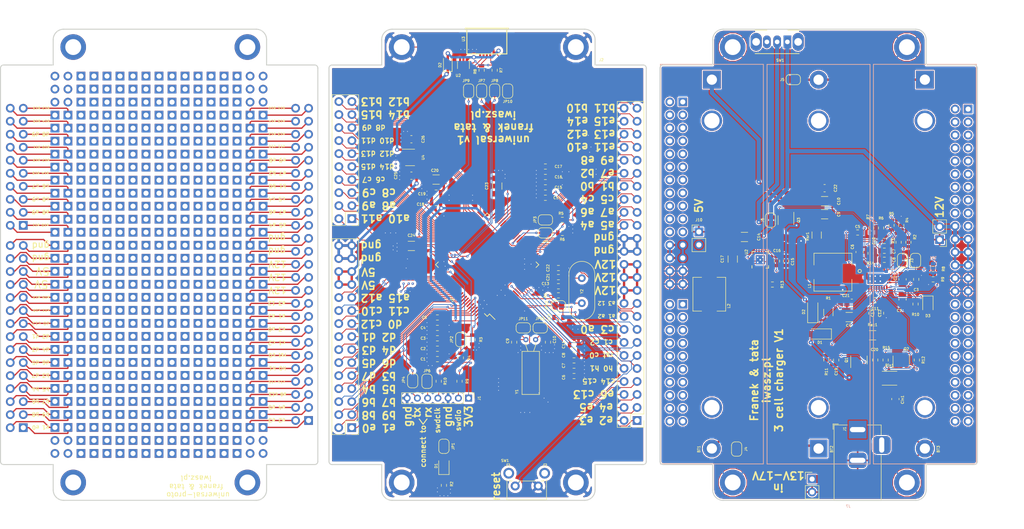
<source format=kicad_pcb>
(kicad_pcb (version 20171130) (host pcbnew no-vcs-found-c6d0075~61~ubuntu17.10.1)
  (layers (0 F.Cu signal) (31 B.Cu signal) (34 B.Paste user) (35 F.Paste user) (36 B.SilkS user) (37 F.SilkS user) (38 B.Mask user) (39 F.Mask user) (44 Edge.Cuts user))
  (net 0 "")
  (net 1 "Net-(BT1-Pad2)")
  (net 2 /SRN)
  (net 3 "Net-(BT2-Pad2)")
  (net 4 +15V)
  (net 5 "Net-(Cin1-Pad1)")
  (net 6 /SRP)
  (net 7 "Net-(C11-Pad1)")
  (net 8 +BATT)
  (net 9 "Net-(C1-Pad1)")
  (net 10 "Net-(D1-Pad1)")
  (net 11 "Net-(D3-Pad2)")
  (net 12 /VREF)
  (net 13 "Net-(C19-Pad2)")
  (net 14 "Net-(C20-Pad1)")
  (net 15 "Net-(R14-Pad1)")
  (net 16 "Net-(Q3-Pad2)")
  (net 17 +5V)
  (net 18 "Net-(R13-Pad1)")
  (net 19 "Net-(R12-Pad2)")
  (net 20 "Net-(R11-Pad2)")
  (net 21 GND)
  (net 22 "Net-(R8-Pad1)")
  (net 23 "Net-(R6-Pad2)")
  (net 24 "Net-(R4-Pad2)")
  (net 25 "Net-(R2-Pad2)")
  (net 26 "Net-(J2-Pad2)")
  (net 27 "Net-(C5-Pad1)")
  (net 28 "Net-(L2-Pad2)")
  (net 29 "Net-(D3-Pad1)")
  (net 30 "Net-(J1-Pad3)")
  (net 31 "Net-(C6-Pad2)")
  (net 32 "Net-(C16-Pad2)")
  (net 33 "Net-(C5-Pad2)")
  (net 34 "Net-(C3-Pad1)")
  (net 35 "Net-(J7-Pad70)")
  (net 36 "Net-(J7-Pad69)")
  (net 37 "Net-(J7-Pad68)")
  (net 38 "Net-(J7-Pad67)")
  (net 39 "Net-(J7-Pad66)")
  (net 40 "Net-(J7-Pad65)")
  (net 41 "Net-(J7-Pad64)")
  (net 42 "Net-(J7-Pad63)")
  (net 43 "Net-(J7-Pad62)")
  (net 44 "Net-(J7-Pad61)")
  (net 45 "Net-(J7-Pad60)")
  (net 46 "Net-(J7-Pad59)")
  (net 47 "Net-(J7-Pad58)")
  (net 48 "Net-(J7-Pad57)")
  (net 49 "Net-(J7-Pad56)")
  (net 50 "Net-(J7-Pad55)")
  (net 51 "Net-(J7-Pad54)")
  (net 52 "Net-(J7-Pad53)")
  (net 53 "Net-(J7-Pad52)")
  (net 54 "Net-(J7-Pad51)")
  (net 55 "Net-(J7-Pad92)")
  (net 56 "Net-(J7-Pad91)")
  (net 57 "Net-(J7-Pad90)")
  (net 58 "Net-(J7-Pad89)")
  (net 59 "Net-(J7-Pad88)")
  (net 60 "Net-(J7-Pad87)")
  (net 61 "Net-(J7-Pad86)")
  (net 62 "Net-(J7-Pad85)")
  (net 63 "Net-(J7-Pad84)")
  (net 64 "Net-(J7-Pad83)")
  (net 65 "Net-(J7-Pad82)")
  (net 66 "Net-(J7-Pad81)")
  (net 67 "Net-(J7-Pad80)")
  (net 68 "Net-(J7-Pad79)")
  (net 69 "Net-(J7-Pad78)")
  (net 70 "Net-(J7-Pad77)")
  (net 71 "Net-(J7-Pad76)")
  (net 72 "Net-(J7-Pad75)")
  (net 73 "Net-(J7-Pad74)")
  (net 74 "Net-(J7-Pad73)")
  (net 75 "Net-(J7-Pad72)")
  (net 76 "Net-(J7-Pad71)")
  (net 77 "Net-(J7-Pad50)")
  (net 78 "Net-(J7-Pad49)")
  (net 79 "Net-(J7-Pad48)")
  (net 80 "Net-(J7-Pad47)")
  (net 81 "Net-(J7-Pad46)")
  (net 82 "Net-(J7-Pad45)")
  (net 83 "Net-(J7-Pad44)")
  (net 84 "Net-(J7-Pad43)")
  (net 85 "Net-(J7-Pad42)")
  (net 86 "Net-(J7-Pad41)")
  (net 87 "Net-(J7-Pad40)")
  (net 88 "Net-(J7-Pad39)")
  (net 89 "Net-(J7-Pad38)")
  (net 90 "Net-(J7-Pad37)")
  (net 91 "Net-(J7-Pad36)")
  (net 92 "Net-(J7-Pad35)")
  (net 93 "Net-(J7-Pad34)")
  (net 94 "Net-(J7-Pad33)")
  (net 95 "Net-(J7-Pad32)")
  (net 96 "Net-(J7-Pad31)")
  (net 97 "Net-(J7-Pad19)")
  (net 98 "Net-(J7-Pad18)")
  (net 99 "Net-(J7-Pad17)")
  (net 100 "Net-(J7-Pad16)")
  (net 101 "Net-(J7-Pad15)")
  (net 102 "Net-(J7-Pad14)")
  (net 103 "Net-(J7-Pad13)")
  (net 104 "Net-(J7-Pad12)")
  (net 105 "Net-(J7-Pad11)")
  (net 106 "Net-(J7-Pad10)")
  (net 107 "Net-(J7-Pad9)")
  (net 108 "Net-(J7-Pad8)")
  (net 109 "Net-(J7-Pad7)")
  (net 110 "Net-(J7-Pad6)")
  (net 111 "Net-(J7-Pad5)")
  (net 112 "Net-(J7-Pad4)")
  (net 113 "Net-(J7-Pad3)")
  (net 114 "Net-(J7-Pad2)")
  (net 115 "Net-(J7-Pad1)")
  (net 116 "Net-(SW1-Pad3)")
  (net 117 +12V)
  (net 118 GNDD)
  (net 119 "Net-(D2-Pad2)")
  (net 120 "Net-(R7-Pad2)")
  (net 121 "Net-(R8-Pad2)")
  (net 122 "Net-(JP9-Pad1)")
  (net 123 "Net-(C13-Pad2)")
  (net 124 "Net-(JP2-Pad2)")
  (net 125 "Net-(JP2-Pad1)")
  (net 126 +3V3)
  (net 127 "Net-(JP3-Pad1)")
  (net 128 "Net-(JP5-Pad1)")
  (net 129 "Net-(JP7-Pad1)")
  (net 130 /swdio)
  (net 131 "Net-(J1-Pad2)")
  (net 132 "Net-(J1-Pad4)")
  (net 133 /swdclk)
  (net 134 "Net-(JP8-Pad1)")
  (net 135 "Net-(U2-Pad5)")
  (net 136 "Net-(U4-Pad4)")
  (net 137 "Net-(C9-Pad2)")
  (net 138 "Net-(C10-Pad2)")
  (net 139 "Net-(C12-Pad2)")
  (net 140 "Net-(C23-Pad1)")
  (net 141 "Net-(C24-Pad2)")
  (net 142 "Net-(D1-Pad2)")
  (net 143 /consoleTx)
  (net 144 /consoleRx)
  (net 145 /pe2)
  (net 146 /pe3)
  (net 147 /pe4)
  (net 148 /pe5)
  (net 149 /pb12)
  (net 150 /pb13)
  (net 151 /ph1)
  (net 152 /pe6)
  (net 153 /pc13)
  (net 154 /pc14)
  (net 155 /pc15)
  (net 156 /ph0)
  (net 157 /nrst)
  (net 158 /pc0)
  (net 159 /pc1)
  (net 160 /pc2)
  (net 161 /pc3)
  (net 162 /pa0)
  (net 163 /pa1)
  (net 164 /pa2)
  (net 165 /pa3)
  (net 166 /pa4)
  (net 167 /pa5)
  (net 168 /pa6)
  (net 169 /pa7)
  (net 170 /pc4)
  (net 171 /pc5)
  (net 172 /pb0)
  (net 173 /pb1)
  (net 174 /pb2)
  (net 175 /pe7)
  (net 176 /pe8)
  (net 177 /pe9)
  (net 178 /pe10)
  (net 179 /pe11)
  (net 180 /pe12)
  (net 181 /pe13)
  (net 182 /pe14)
  (net 183 /pe15)
  (net 184 /pb10)
  (net 185 /pb11)
  (net 186 /pb14)
  (net 187 /pb15)
  (net 188 /pb8)
  (net 189 /pd9)
  (net 190 /pd10)
  (net 191 /pd11)
  (net 192 /pd12)
  (net 193 /pd13)
  (net 194 /pd14)
  (net 195 /pd15)
  (net 196 /pc6)
  (net 197 /pc7)
  (net 198 /pc8)
  (net 199 /pc9)
  (net 200 /pa8)
  (net 201 /pa9)
  (net 202 /pa10)
  (net 203 /pa11)
  (net 204 /pa12)
  (net 205 /pa15)
  (net 206 /pc10)
  (net 207 /pc11)
  (net 208 /pc12)
  (net 209 /pd0)
  (net 210 /pd1)
  (net 211 /pd2)
  (net 212 /pd3)
  (net 213 /pd4)
  (net 214 /pd5)
  (net 215 /pd6)
  (net 216 /pd7)
  (net 217 /pb3)
  (net 218 /pb4)
  (net 219 /pb5)
  (net 220 /pb6)
  (net 221 /pb7)
  (net 222 /pb9)
  (net 223 /pe0)
  (net 224 /pe1)
  (net 225 /pd8)
  (net 226 "Net-(J1-Pad101)")
  (net 227 "Net-(J1-Pad102)")
  (net 228 "Net-(J1-Pad103)")
  (net 229 "Net-(J1-Pad104)")
  (net 230 "Net-(J1-Pad70)")
  (net 231 "Net-(J1-Pad69)")
  (net 232 "Net-(J1-Pad68)")
  (net 233 "Net-(J1-Pad67)")
  (net 234 "Net-(J1-Pad66)")
  (net 235 "Net-(J1-Pad65)")
  (net 236 "Net-(J1-Pad64)")
  (net 237 "Net-(J1-Pad63)")
  (net 238 "Net-(J1-Pad62)")
  (net 239 "Net-(J1-Pad61)")
  (net 240 "Net-(J1-Pad60)")
  (net 241 "Net-(J1-Pad59)")
  (net 242 "Net-(J1-Pad58)")
  (net 243 "Net-(J1-Pad57)")
  (net 244 "Net-(J1-Pad56)")
  (net 245 "Net-(J1-Pad55)")
  (net 246 "Net-(J1-Pad54)")
  (net 247 "Net-(J1-Pad53)")
  (net 248 "Net-(J1-Pad52)")
  (net 249 "Net-(J1-Pad51)")
  (net 250 "Net-(J1-Pad100)")
  (net 251 "Net-(J1-Pad99)")
  (net 252 "Net-(J1-Pad98)")
  (net 253 "Net-(J1-Pad97)")
  (net 254 "Net-(J1-Pad96)")
  (net 255 "Net-(J1-Pad95)")
  (net 256 "Net-(J1-Pad94)")
  (net 257 "Net-(J1-Pad93)")
  (net 258 "Net-(J1-Pad92)")
  (net 259 "Net-(J1-Pad91)")
  (net 260 "Net-(J1-Pad90)")
  (net 261 "Net-(J1-Pad89)")
  (net 262 "Net-(J1-Pad88)")
  (net 263 "Net-(J1-Pad87)")
  (net 264 "Net-(J1-Pad86)")
  (net 265 "Net-(J1-Pad85)")
  (net 266 "Net-(J1-Pad84)")
  (net 267 "Net-(J1-Pad83)")
  (net 268 "Net-(J1-Pad82)")
  (net 269 "Net-(J1-Pad81)")
  (net 270 "Net-(J1-Pad80)")
  (net 271 "Net-(J1-Pad79)")
  (net 272 "Net-(J1-Pad78)")
  (net 273 "Net-(J1-Pad77)")
  (net 274 "Net-(J1-Pad76)")
  (net 275 "Net-(J1-Pad75)")
  (net 276 "Net-(J1-Pad74)")
  (net 277 "Net-(J1-Pad73)")
  (net 278 "Net-(J1-Pad72)")
  (net 279 "Net-(J1-Pad71)")
  (net 280 "Net-(J1-Pad50)")
  (net 281 "Net-(J1-Pad49)")
  (net 282 "Net-(J1-Pad48)")
  (net 283 "Net-(J1-Pad47)")
  (net 284 "Net-(J1-Pad46)")
  (net 285 "Net-(J1-Pad45)")
  (net 286 "Net-(J1-Pad44)")
  (net 287 "Net-(J1-Pad43)")
  (net 288 "Net-(J1-Pad42)")
  (net 289 "Net-(J1-Pad41)")
  (net 290 "Net-(J1-Pad40)")
  (net 291 "Net-(J1-Pad39)")
  (net 292 "Net-(J1-Pad38)")
  (net 293 "Net-(J1-Pad37)")
  (net 294 "Net-(J1-Pad36)")
  (net 295 "Net-(J1-Pad35)")
  (net 296 "Net-(J1-Pad34)")
  (net 297 "Net-(J1-Pad33)")
  (net 298 "Net-(J1-Pad32)")
  (net 299 "Net-(J1-Pad31)")
  (net 300 "Net-(J1-Pad30)")
  (net 301 "Net-(J1-Pad29)")
  (net 302 "Net-(J1-Pad28)")
  (net 303 "Net-(J1-Pad27)")
  (net 304 "Net-(J1-Pad26)")
  (net 305 "Net-(J1-Pad25)")
  (net 306 "Net-(J1-Pad24)")
  (net 307 "Net-(J1-Pad23)")
  (net 308 "Net-(J1-Pad22)")
  (net 309 "Net-(J1-Pad21)")
  (net 310 "Net-(J1-Pad20)")
  (net 311 "Net-(J1-Pad19)")
  (net 312 "Net-(J1-Pad18)")
  (net 313 "Net-(J1-Pad17)")
  (net 314 "Net-(J1-Pad16)")
  (net 315 "Net-(J1-Pad15)")
  (net 316 "Net-(J1-Pad14)")
  (net 317 "Net-(J1-Pad13)")
  (net 318 "Net-(J1-Pad12)")
  (net 319 "Net-(J1-Pad11)")
  (net 320 "Net-(J1-Pad10)")
  (net 321 "Net-(J1-Pad9)")
  (net 322 "Net-(J1-Pad8)")
  (net 323 "Net-(J1-Pad7)")
  (net 324 "Net-(J1-Pad6)")
  (net 325 "Net-(J1-Pad5)")
  (net 326 "Net-(J1-Pad1)")
  (net 327 "Net-(J2-Pad1)")
  (module Resistor_SMD:R_0402_1005Metric (layer B.Cu) (at 227.253384 59.870766 90)
    (fp_text reference J11 (at 0 1.5 90) (layer B.SilkS) (effects (justify mirror)))
    (fp_text value opt)
    (pad 1 smd rect (at -0.3875 0 90) (size 0.575 0.65) (layers B.Cu B.Paste B.Mask) (net 118 GNDD))
    (pad 2 smd rect (at 0.3875 0 90) (size 0.575 0.65) (layers B.Cu B.Paste B.Mask) (net 21 GND))
  )
  (module Connector_PinHeader_2.54mm:PinHeader_1x02_P2.54mm_Vertical (layer F.Cu) (at 190.677384 51.742766)
    (fp_text reference J10 (at 0 -2.33) (layer F.SilkS) (effects (font (size 0.508 0.508) (thickness 0.1016))))
    (fp_text value Conn_01x02)
    (pad 1 thru_hole rect (at 0 0) (size 1.7 1.7) (drill 1) (layers *.Cu *.Mask) (net 118 GNDD))
    (pad 2 thru_hole oval (at 0 2.54) (size 1.7 1.7) (drill 1) (layers *.Cu *.Mask) (net 17 +5V))
  )
  (module Connector_PinHeader_2.54mm:PinHeader_1x02_P2.54mm_Vertical (layer F.Cu) (at 237.667384 53.266766 180)
    (fp_text reference J9 hide)
    (fp_text value Conn_01x02)
    (pad 2 thru_hole oval (at 0 2.54 180) (size 1.7 1.7) (drill 1) (layers *.Cu *.Mask) (net 117 +12V))
    (pad 1 thru_hole rect (at 0 0 180) (size 1.7 1.7) (drill 1) (layers *.Cu *.Mask) (net 118 GNDD))
  )
  (module Connector_PinHeader_2.54mm:PinHeader_1x02_P2.54mm_Vertical (layer F.Cu) (at 212.775384 100.002766)
    (fp_text reference J8 hide)
    (fp_text value Conn_01x02)
    (pad 1 thru_hole rect (at 0 0) (size 1.7 1.7) (drill 1) (layers *.Cu *.Mask) (net 4 +15V))
    (pad 2 thru_hole oval (at 0 2.54) (size 1.7 1.7) (drill 1) (layers *.Cu *.Mask) (net 118 GNDD))
  )
  (module Button_Switch_THT:SW_CuK_OS102011MA1QN1_SPDT_Angled (layer F.Cu) (at 207.949384 14.658766 180)
    (fp_text reference SW1 (at 1.4 -3.6 180) (layer F.SilkS) (effects (font (size 0.508 0.508) (thickness 0.1016))))
    (fp_text value SW_SPDT)
    (pad 1 thru_hole rect (at 0 0 180) (size 1.5 2.5) (drill 0.9) (layers *.Cu *.Mask) (net 117 +12V))
    (pad 2 thru_hole oval (at 2 0 180) (size 1.5 2.5) (drill 0.9) (layers *.Cu *.Mask) (net 8 +BATT))
    (pad 3 thru_hole oval (at 4 0 180) (size 1.5 2.5) (drill 0.9) (layers *.Cu *.Mask) (net 116 "Net-(SW1-Pad3)"))
    (pad "" thru_hole oval (at -2.1 0 180) (size 2.2 3.5) (drill 1.5) (layers *.Cu *.Mask))
    (pad "" thru_hole oval (at 6.1 0 180) (size 2.2 3.5) (drill 1.5) (layers *.Cu *.Mask))
  )
  (module iwasz:BLM-BH18650-PC2 (layer B.Cu) (at 193.207142 22.038622 270)
    (fp_text reference BT1 (at 72.122144 2.529758 270) (layer F.SilkS) (effects (font (size 0.508 0.508) (thickness 0.1016))))
    (fp_text value Battery_Cell)
    (pad "" thru_hole circle (at 64 0 270) (size 4 4) (drill 3) (layers *.Cu *.Mask))
    (pad "" thru_hole circle (at 8 0 270) (size 4 4) (drill 3) (layers *.Cu *.Mask))
    (pad 1 thru_hole rect (at 0 0 270) (size 3.5 3.5) (drill 2) (layers *.Cu *.Mask) (net 2 /SRN))
    (pad 2 thru_hole circle (at 72 0 270) (size 3.5 3.5) (drill 2) (layers *.Cu *.Mask) (net 1 "Net-(BT1-Pad2)"))
  )
  (module iwasz:uniwersal-board (layer B.Cu) (at 214.031384 58.174766 270)
    (fp_text reference J7 (at 47.15 -5.8 180) (layer B.SilkS) (effects (font (size 0.508 0.508) (thickness 0.1016)) (justify mirror)))
    (fp_text value uniwersal-board2)
    (fp_arc (start 38.4 -30.4) (end 38.4 -31) (angle 90) (layer Edge.Cuts) (width 0.2))
    (fp_arc (start 38.4 30.343) (end 39 30.343) (angle 90) (layer Edge.Cuts) (width 0.2))
    (fp_arc (start -38.4 30.343) (end -38.4 30.943) (angle 90) (layer Edge.Cuts) (width 0.2))
    (fp_line (start 39 -21) (end 43.953 -21) (layer Edge.Cuts) (width 0.2))
    (fp_line (start -45.985 -18.968) (end -45.985 18.624) (layer Edge.Cuts) (width 0.2))
    (fp_line (start 39 30.343) (end 39 20.656) (layer Edge.Cuts) (width 0.2))
    (fp_line (start -38.4 30.943) (end 38.4 30.943) (layer Edge.Cuts) (width 0.2))
    (fp_line (start -39 20.656) (end -39 30.343) (layer Edge.Cuts) (width 0.2))
    (fp_line (start 45.985 18.624) (end 45.985 -18.968) (layer Edge.Cuts) (width 0.2))
    (fp_line (start 39 20.656) (end 43.953 20.656) (layer Edge.Cuts) (width 0.2))
    (fp_line (start 39 -21) (end 39 -30.4) (layer Edge.Cuts) (width 0.2))
    (fp_arc (start -43.953 -18.968) (end -45.985 -18.968) (angle 90) (layer Edge.Cuts) (width 0.2))
    (fp_line (start -39 -21) (end -43.953 -21) (layer Edge.Cuts) (width 0.2))
    (fp_arc (start -38.4 -30.4) (end -39 -30.4) (angle 90) (layer Edge.Cuts) (width 0.2))
    (fp_arc (start 43.953 -18.968) (end 43.953 -21) (angle 90) (layer Edge.Cuts) (width 0.2))
    (fp_line (start -39 20.656) (end -43.953 20.656) (layer Edge.Cuts) (width 0.2))
    (fp_arc (start 43.953 18.624) (end 45.985 18.624) (angle 90) (layer Edge.Cuts) (width 0.2))
    (fp_arc (start -43.953 18.624) (end -43.953 20.656) (angle 90) (layer Edge.Cuts) (width 0.2))
    (fp_line (start 38.4 -31) (end -38.4 -31) (layer Edge.Cuts) (width 0.2))
    (fp_line (start -39 -30.4) (end -39 -21) (layer Edge.Cuts) (width 0.2))
    (pad 101 thru_hole circle (at -42.5 16.75 270) (size 5 5) (drill 3.1) (layers *.Cu *.Mask) (net 21 GND))
    (pad 102 thru_hole circle (at -42.5 -17.25 270) (size 5 5) (drill 3.1) (layers *.Cu *.Mask) (net 21 GND))
    (pad 103 thru_hole circle (at 42.5 -17.25 270) (size 5 5) (drill 3.1) (layers *.Cu *.Mask) (net 21 GND))
    (pad 104 thru_hole circle (at 42.5 16.75 270) (size 5 5) (drill 3.1) (layers *.Cu *.Mask) (net 21 GND))
    (pad 70 thru_hole oval (at 30.56 29.04 180) (size 1.7 1.7) (drill 1) (layers *.Cu *.Mask) (net 35 "Net-(J7-Pad70)"))
    (pad 69 thru_hole oval (at 30.56 26.5 180) (size 1.7 1.7) (drill 1) (layers *.Cu *.Mask) (net 36 "Net-(J7-Pad69)"))
    (pad 68 thru_hole oval (at 28.02 29.04 180) (size 1.7 1.7) (drill 1) (layers *.Cu *.Mask) (net 37 "Net-(J7-Pad68)"))
    (pad 67 thru_hole oval (at 28.02 26.5 180) (size 1.7 1.7) (drill 1) (layers *.Cu *.Mask) (net 38 "Net-(J7-Pad67)"))
    (pad 66 thru_hole oval (at 25.48 29.04 180) (size 1.7 1.7) (drill 1) (layers *.Cu *.Mask) (net 39 "Net-(J7-Pad66)"))
    (pad 65 thru_hole oval (at 25.48 26.5 180) (size 1.7 1.7) (drill 1) (layers *.Cu *.Mask) (net 40 "Net-(J7-Pad65)"))
    (pad 64 thru_hole oval (at 22.94 29.04 180) (size 1.7 1.7) (drill 1) (layers *.Cu *.Mask) (net 41 "Net-(J7-Pad64)"))
    (pad 63 thru_hole oval (at 22.94 26.5 180) (size 1.7 1.7) (drill 1) (layers *.Cu *.Mask) (net 42 "Net-(J7-Pad63)"))
    (pad 62 thru_hole oval (at 20.4 29.04 180) (size 1.7 1.7) (drill 1) (layers *.Cu *.Mask) (net 43 "Net-(J7-Pad62)"))
    (pad 61 thru_hole oval (at 20.4 26.5 180) (size 1.7 1.7) (drill 1) (layers *.Cu *.Mask) (net 44 "Net-(J7-Pad61)"))
    (pad 60 thru_hole oval (at 17.86 29.04 180) (size 1.7 1.7) (drill 1) (layers *.Cu *.Mask) (net 45 "Net-(J7-Pad60)"))
    (pad 59 thru_hole oval (at 17.86 26.5 180) (size 1.7 1.7) (drill 1) (layers *.Cu *.Mask) (net 46 "Net-(J7-Pad59)"))
    (pad 58 thru_hole oval (at 15.32 29.04 180) (size 1.7 1.7) (drill 1) (layers *.Cu *.Mask) (net 47 "Net-(J7-Pad58)"))
    (pad 57 thru_hole oval (at 15.32 26.5 180) (size 1.7 1.7) (drill 1) (layers *.Cu *.Mask) (net 48 "Net-(J7-Pad57)"))
    (pad 56 thru_hole oval (at 12.78 29.04 180) (size 1.7 1.7) (drill 1) (layers *.Cu *.Mask) (net 49 "Net-(J7-Pad56)"))
    (pad 55 thru_hole oval (at 12.78 26.5 180) (size 1.7 1.7) (drill 1) (layers *.Cu *.Mask) (net 50 "Net-(J7-Pad55)"))
    (pad 54 thru_hole oval (at 10.24 29.04 180) (size 1.7 1.7) (drill 1) (layers *.Cu *.Mask) (net 51 "Net-(J7-Pad54)"))
    (pad 53 thru_hole oval (at 10.24 26.5 180) (size 1.7 1.7) (drill 1) (layers *.Cu *.Mask) (net 52 "Net-(J7-Pad53)"))
    (pad 52 thru_hole oval (at 7.7 29.04 180) (size 1.7 1.7) (drill 1) (layers *.Cu *.Mask) (net 53 "Net-(J7-Pad52)"))
    (pad 51 thru_hole rect (at 7.7 26.5 180) (size 1.7 1.7) (drill 1) (layers *.Cu *.Mask) (net 54 "Net-(J7-Pad51)"))
    (pad 100 thru_hole oval (at 3.76 29.04 180) (size 1.7 1.7) (drill 1) (layers *.Cu *.Mask) (net 21 GND))
    (pad 99 thru_hole oval (at 3.76 26.5 180) (size 1.7 1.7) (drill 1) (layers *.Cu *.Mask) (net 21 GND))
    (pad 98 thru_hole oval (at 1.22 29.04 180) (size 1.7 1.7) (drill 1) (layers *.Cu *.Mask) (net 21 GND))
    (pad 97 thru_hole oval (at 1.22 26.5 180) (size 1.7 1.7) (drill 1) (layers *.Cu *.Mask) (net 21 GND))
    (pad 96 thru_hole oval (at -1.32 29.04 180) (size 1.7 1.7) (drill 1) (layers *.Cu *.Mask) (net 17 +5V))
    (pad 95 thru_hole oval (at -1.32 26.5 180) (size 1.7 1.7) (drill 1) (layers *.Cu *.Mask) (net 17 +5V))
    (pad 94 thru_hole oval (at -3.86 29.04 180) (size 1.7 1.7) (drill 1) (layers *.Cu *.Mask) (net 17 +5V))
    (pad 93 thru_hole oval (at -3.86 26.5 180) (size 1.7 1.7) (drill 1) (layers *.Cu *.Mask) (net 17 +5V))
    (pad 92 thru_hole oval (at -6.4 29.04 180) (size 1.7 1.7) (drill 1) (layers *.Cu *.Mask) (net 55 "Net-(J7-Pad92)"))
    (pad 91 thru_hole oval (at -6.4 26.5 180) (size 1.7 1.7) (drill 1) (layers *.Cu *.Mask) (net 56 "Net-(J7-Pad91)"))
    (pad 90 thru_hole oval (at -8.94 29.04 180) (size 1.7 1.7) (drill 1) (layers *.Cu *.Mask) (net 57 "Net-(J7-Pad90)"))
    (pad 89 thru_hole oval (at -8.94 26.5 180) (size 1.7 1.7) (drill 1) (layers *.Cu *.Mask) (net 58 "Net-(J7-Pad89)"))
    (pad 88 thru_hole oval (at -11.48 29.04 180) (size 1.7 1.7) (drill 1) (layers *.Cu *.Mask) (net 59 "Net-(J7-Pad88)"))
    (pad 87 thru_hole oval (at -11.48 26.5 180) (size 1.7 1.7) (drill 1) (layers *.Cu *.Mask) (net 60 "Net-(J7-Pad87)"))
    (pad 86 thru_hole oval (at -14.02 29.04 180) (size 1.7 1.7) (drill 1) (layers *.Cu *.Mask) (net 61 "Net-(J7-Pad86)"))
    (pad 85 thru_hole oval (at -14.02 26.5 180) (size 1.7 1.7) (drill 1) (layers *.Cu *.Mask) (net 62 "Net-(J7-Pad85)"))
    (pad 84 thru_hole oval (at -16.56 29.04 180) (size 1.7 1.7) (drill 1) (layers *.Cu *.Mask) (net 63 "Net-(J7-Pad84)"))
    (pad 83 thru_hole oval (at -16.56 26.5 180) (size 1.7 1.7) (drill 1) (layers *.Cu *.Mask) (net 64 "Net-(J7-Pad83)"))
    (pad 82 thru_hole oval (at -19.1 29.04 180) (size 1.7 1.7) (drill 1) (layers *.Cu *.Mask) (net 65 "Net-(J7-Pad82)"))
    (pad 81 thru_hole oval (at -19.1 26.5 180) (size 1.7 1.7) (drill 1) (layers *.Cu *.Mask) (net 66 "Net-(J7-Pad81)"))
    (pad 80 thru_hole oval (at -21.64 29.04 180) (size 1.7 1.7) (drill 1) (layers *.Cu *.Mask) (net 67 "Net-(J7-Pad80)"))
    (pad 79 thru_hole oval (at -21.64 26.5 180) (size 1.7 1.7) (drill 1) (layers *.Cu *.Mask) (net 68 "Net-(J7-Pad79)"))
    (pad 78 thru_hole oval (at -24.18 29.04 180) (size 1.7 1.7) (drill 1) (layers *.Cu *.Mask) (net 69 "Net-(J7-Pad78)"))
    (pad 77 thru_hole oval (at -24.18 26.5 180) (size 1.7 1.7) (drill 1) (layers *.Cu *.Mask) (net 70 "Net-(J7-Pad77)"))
    (pad 76 thru_hole oval (at -26.72 29.04 180) (size 1.7 1.7) (drill 1) (layers *.Cu *.Mask) (net 71 "Net-(J7-Pad76)"))
    (pad 75 thru_hole oval (at -26.72 26.5 180) (size 1.7 1.7) (drill 1) (layers *.Cu *.Mask) (net 72 "Net-(J7-Pad75)"))
    (pad 74 thru_hole oval (at -29.26 29.04 180) (size 1.7 1.7) (drill 1) (layers *.Cu *.Mask) (net 73 "Net-(J7-Pad74)"))
    (pad 73 thru_hole oval (at -29.26 26.5 180) (size 1.7 1.7) (drill 1) (layers *.Cu *.Mask) (net 74 "Net-(J7-Pad73)"))
    (pad 72 thru_hole oval (at -31.8 29.04 180) (size 1.7 1.7) (drill 1) (layers *.Cu *.Mask) (net 75 "Net-(J7-Pad72)"))
    (pad 71 thru_hole rect (at -31.8 26.5 180) (size 1.7 1.7) (drill 1) (layers *.Cu *.Mask) (net 76 "Net-(J7-Pad71)"))
    (pad 50 thru_hole oval (at 30.56 -26.66 180) (size 1.7 1.7) (drill 1) (layers *.Cu *.Mask) (net 77 "Net-(J7-Pad50)"))
    (pad 49 thru_hole oval (at 30.56 -29.2 180) (size 1.7 1.7) (drill 1) (layers *.Cu *.Mask) (net 78 "Net-(J7-Pad49)"))
    (pad 48 thru_hole oval (at 28.02 -26.66 180) (size 1.7 1.7) (drill 1) (layers *.Cu *.Mask) (net 79 "Net-(J7-Pad48)"))
    (pad 47 thru_hole oval (at 28.02 -29.2 180) (size 1.7 1.7) (drill 1) (layers *.Cu *.Mask) (net 80 "Net-(J7-Pad47)"))
    (pad 46 thru_hole oval (at 25.48 -26.66 180) (size 1.7 1.7) (drill 1) (layers *.Cu *.Mask) (net 81 "Net-(J7-Pad46)"))
    (pad 45 thru_hole oval (at 25.48 -29.2 180) (size 1.7 1.7) (drill 1) (layers *.Cu *.Mask) (net 82 "Net-(J7-Pad45)"))
    (pad 44 thru_hole oval (at 22.94 -26.66 180) (size 1.7 1.7) (drill 1) (layers *.Cu *.Mask) (net 83 "Net-(J7-Pad44)"))
    (pad 43 thru_hole oval (at 22.94 -29.2 180) (size 1.7 1.7) (drill 1) (layers *.Cu *.Mask) (net 84 "Net-(J7-Pad43)"))
    (pad 42 thru_hole oval (at 20.4 -26.66 180) (size 1.7 1.7) (drill 1) (layers *.Cu *.Mask) (net 85 "Net-(J7-Pad42)"))
    (pad 41 thru_hole oval (at 20.4 -29.2 180) (size 1.7 1.7) (drill 1) (layers *.Cu *.Mask) (net 86 "Net-(J7-Pad41)"))
    (pad 40 thru_hole oval (at 17.86 -26.66 180) (size 1.7 1.7) (drill 1) (layers *.Cu *.Mask) (net 87 "Net-(J7-Pad40)"))
    (pad 39 thru_hole oval (at 17.86 -29.2 180) (size 1.7 1.7) (drill 1) (layers *.Cu *.Mask) (net 88 "Net-(J7-Pad39)"))
    (pad 38 thru_hole oval (at 15.32 -26.66 180) (size 1.7 1.7) (drill 1) (layers *.Cu *.Mask) (net 89 "Net-(J7-Pad38)"))
    (pad 37 thru_hole oval (at 15.32 -29.2 180) (size 1.7 1.7) (drill 1) (layers *.Cu *.Mask) (net 90 "Net-(J7-Pad37)"))
    (pad 36 thru_hole oval (at 12.78 -26.66 180) (size 1.7 1.7) (drill 1) (layers *.Cu *.Mask) (net 91 "Net-(J7-Pad36)"))
    (pad 35 thru_hole oval (at 12.78 -29.2 180) (size 1.7 1.7) (drill 1) (layers *.Cu *.Mask) (net 92 "Net-(J7-Pad35)"))
    (pad 34 thru_hole oval (at 10.24 -26.66 180) (size 1.7 1.7) (drill 1) (layers *.Cu *.Mask) (net 93 "Net-(J7-Pad34)"))
    (pad 33 thru_hole oval (at 10.24 -29.2 180) (size 1.7 1.7) (drill 1) (layers *.Cu *.Mask) (net 94 "Net-(J7-Pad33)"))
    (pad 32 thru_hole oval (at 7.7 -26.66 180) (size 1.7 1.7) (drill 1) (layers *.Cu *.Mask) (net 95 "Net-(J7-Pad32)"))
    (pad 31 thru_hole oval (at 7.7 -29.2 180) (size 1.7 1.7) (drill 1) (layers *.Cu *.Mask) (net 96 "Net-(J7-Pad31)"))
    (pad 30 thru_hole oval (at 5.16 -26.66 180) (size 1.7 1.7) (drill 1) (layers *.Cu *.Mask) (net 21 GND))
    (pad 29 thru_hole oval (at 5.16 -29.2 180) (size 1.7 1.7) (drill 1) (layers *.Cu *.Mask) (net 21 GND))
    (pad 28 thru_hole oval (at 2.62 -26.66 180) (size 1.7 1.7) (drill 1) (layers *.Cu *.Mask) (net 21 GND))
    (pad 27 thru_hole oval (at 2.62 -29.2 180) (size 1.7 1.7) (drill 1) (layers *.Cu *.Mask) (net 21 GND))
    (pad 26 thru_hole oval (at 0.08 -26.66 180) (size 1.7 1.7) (drill 1) (layers *.Cu *.Mask) (net 117 +12V))
    (pad 25 thru_hole oval (at 0.08 -29.2 180) (size 1.7 1.7) (drill 1) (layers *.Cu *.Mask) (net 117 +12V))
    (pad 24 thru_hole oval (at -2.46 -26.66 180) (size 1.7 1.7) (drill 1) (layers *.Cu *.Mask) (net 117 +12V))
    (pad 23 thru_hole oval (at -2.46 -29.2 180) (size 1.7 1.7) (drill 1) (layers *.Cu *.Mask) (net 117 +12V))
    (pad 22 thru_hole oval (at -5 -26.66 180) (size 1.7 1.7) (drill 1) (layers *.Cu *.Mask) (net 117 +12V))
    (pad 21 thru_hole oval (at -5 -29.2 180) (size 1.7 1.7) (drill 1) (layers *.Cu *.Mask) (net 117 +12V))
    (pad 20 thru_hole oval (at -7.54 -26.66 180) (size 1.7 1.7) (drill 1) (layers *.Cu *.Mask) (net 117 +12V))
    (pad 19 thru_hole oval (at -7.54 -29.2 180) (size 1.7 1.7) (drill 1) (layers *.Cu *.Mask) (net 97 "Net-(J7-Pad19)"))
    (pad 18 thru_hole oval (at -10.08 -26.66 180) (size 1.7 1.7) (drill 1) (layers *.Cu *.Mask) (net 98 "Net-(J7-Pad18)"))
    (pad 17 thru_hole oval (at -10.08 -29.2 180) (size 1.7 1.7) (drill 1) (layers *.Cu *.Mask) (net 99 "Net-(J7-Pad17)"))
    (pad 16 thru_hole oval (at -12.62 -26.66 180) (size 1.7 1.7) (drill 1) (layers *.Cu *.Mask) (net 100 "Net-(J7-Pad16)"))
    (pad 15 thru_hole oval (at -12.62 -29.2 180) (size 1.7 1.7) (drill 1) (layers *.Cu *.Mask) (net 101 "Net-(J7-Pad15)"))
    (pad 14 thru_hole oval (at -15.16 -26.66 180) (size 1.7 1.7) (drill 1) (layers *.Cu *.Mask) (net 102 "Net-(J7-Pad14)"))
    (pad 13 thru_hole oval (at -15.16 -29.2 180) (size 1.7 1.7) (drill 1) (layers *.Cu *.Mask) (net 103 "Net-(J7-Pad13)"))
    (pad 12 thru_hole oval (at -17.7 -26.66 180) (size 1.7 1.7) (drill 1) (layers *.Cu *.Mask) (net 104 "Net-(J7-Pad12)"))
    (pad 11 thru_hole oval (at -17.7 -29.2 180) (size 1.7 1.7) (drill 1) (layers *.Cu *.Mask) (net 105 "Net-(J7-Pad11)"))
    (pad 10 thru_hole oval (at -20.24 -26.66 180) (size 1.7 1.7) (drill 1) (layers *.Cu *.Mask) (net 106 "Net-(J7-Pad10)"))
    (pad 9 thru_hole oval (at -20.24 -29.2 180) (size 1.7 1.7) (drill 1) (layers *.Cu *.Mask) (net 107 "Net-(J7-Pad9)"))
    (pad 8 thru_hole oval (at -22.78 -26.66 180) (size 1.7 1.7) (drill 1) (layers *.Cu *.Mask) (net 108 "Net-(J7-Pad8)"))
    (pad 7 thru_hole oval (at -22.78 -29.2 180) (size 1.7 1.7) (drill 1) (layers *.Cu *.Mask) (net 109 "Net-(J7-Pad7)"))
    (pad 6 thru_hole oval (at -25.32 -26.66 180) (size 1.7 1.7) (drill 1) (layers *.Cu *.Mask) (net 110 "Net-(J7-Pad6)"))
    (pad 5 thru_hole oval (at -25.32 -29.2 180) (size 1.7 1.7) (drill 1) (layers *.Cu *.Mask) (net 111 "Net-(J7-Pad5)"))
    (pad 4 thru_hole oval (at -27.86 -26.66 180) (size 1.7 1.7) (drill 1) (layers *.Cu *.Mask) (net 112 "Net-(J7-Pad4)"))
    (pad 3 thru_hole oval (at -27.86 -29.2 180) (size 1.7 1.7) (drill 1) (layers *.Cu *.Mask) (net 113 "Net-(J7-Pad3)"))
    (pad 2 thru_hole oval (at -30.4 -26.66 180) (size 1.7 1.7) (drill 1) (layers *.Cu *.Mask) (net 114 "Net-(J7-Pad2)"))
    (pad 1 thru_hole rect (at -30.4 -29.2 180) (size 1.7 1.7) (drill 1) (layers *.Cu *.Mask) (net 115 "Net-(J7-Pad1)"))
  )
  (module iwasz:R-PVQFN-N24 (layer F.Cu) (at 225.094384 60.886766)
    (fp_text reference U1 hide)
    (fp_text value bq24133 hide)
    (pad 25 thru_hole circle (at -1 0.5 90) (size 0.6 0.6) (drill 0.3) (layers *.Cu *.Mask) (net 118 GNDD))
    (pad 25 thru_hole circle (at 0 0.5 90) (size 0.6 0.6) (drill 0.3) (layers *.Cu *.Mask) (net 118 GNDD))
    (pad 25 thru_hole circle (at 1 0.5 90) (size 0.6 0.6) (drill 0.3) (layers *.Cu *.Mask) (net 118 GNDD))
    (pad 25 thru_hole circle (at 1 -0.5 90) (size 0.6 0.6) (drill 0.3) (layers *.Cu *.Mask) (net 118 GNDD))
    (pad 25 thru_hole circle (at 0 -0.5 90) (size 0.6 0.6) (drill 0.3) (layers *.Cu *.Mask) (net 118 GNDD))
    (pad 25 thru_hole circle (at -1 -0.5 90) (size 0.6 0.6) (drill 0.3) (layers *.Cu *.Mask) (net 118 GNDD))
    (pad 25 smd rect (at 0 0 180) (size 3.1 2.05) (layers F.Cu F.Paste F.Mask) (net 118 GNDD))
    (pad 12 smd rect (at 2.725 0.75 90) (size 0.28 0.85) (layers F.Cu F.Paste F.Mask) (net 12 /VREF))
    (pad 13 smd rect (at 2.725 -0.75 90) (size 0.28 0.85) (layers F.Cu F.Paste F.Mask) (net 25 "Net-(R2-Pad2)"))
    (pad 24 smd rect (at -2.725 -0.75 90) (size 0.28 0.85) (layers F.Cu F.Paste F.Mask) (net 27 "Net-(C5-Pad1)"))
    (pad 1 smd rect (at -2.725 0.75 90) (size 0.28 0.85) (layers F.Cu F.Paste F.Mask) (net 27 "Net-(C5-Pad1)"))
    (pad 11 smd rect (at 2.25 1.725) (size 0.28 0.85) (layers F.Cu F.Paste F.Mask) (net 34 "Net-(C3-Pad1)"))
    (pad 10 smd rect (at 1.75 1.725) (size 0.28 0.85) (layers F.Cu F.Paste F.Mask) (net 22 "Net-(R8-Pad1)"))
    (pad 9 smd rect (at 1.25 1.725) (size 0.28 0.85) (layers F.Cu F.Paste F.Mask) (net 29 "Net-(D3-Pad1)"))
    (pad 8 smd rect (at 0.75 1.725) (size 0.28 0.85) (layers F.Cu F.Paste F.Mask) (net 20 "Net-(R11-Pad2)"))
    (pad 7 smd rect (at 0.25 1.725) (size 0.28 0.85) (layers F.Cu F.Paste F.Mask) (net 19 "Net-(R12-Pad2)"))
    (pad 6 smd rect (at -0.25 1.725) (size 0.28 0.85) (layers F.Cu F.Paste F.Mask) (net 7 "Net-(C11-Pad1)"))
    (pad 5 smd rect (at -0.75 1.725) (size 0.28 0.85) (layers F.Cu F.Paste F.Mask) (net 8 +BATT))
    (pad 4 smd rect (at -1.25 1.725) (size 0.28 0.85) (layers F.Cu F.Paste F.Mask) (net 9 "Net-(C1-Pad1)"))
    (pad 3 smd rect (at -1.75 1.725) (size 0.28 0.85) (layers F.Cu F.Paste F.Mask) (net 8 +BATT))
    (pad 2 smd rect (at -2.25 1.725) (size 0.28 0.85) (layers F.Cu F.Paste F.Mask) (net 8 +BATT))
    (pad 14 smd rect (at 2.25 -1.725) (size 0.28 0.85) (layers F.Cu F.Paste F.Mask) (net 26 "Net-(J2-Pad2)"))
    (pad 15 smd rect (at 1.75 -1.725) (size 0.28 0.85) (layers F.Cu F.Paste F.Mask) (net 2 /SRN))
    (pad 16 smd rect (at 1.25 -1.725) (size 0.28 0.85) (layers F.Cu F.Paste F.Mask) (net 6 /SRP))
    (pad 17 smd rect (at 0.75 -1.725) (size 0.28 0.85) (layers F.Cu F.Paste F.Mask) (net 24 "Net-(R4-Pad2)"))
    (pad 18 smd rect (at 0.25 -1.725) (size 0.28 0.85) (layers F.Cu F.Paste F.Mask) (net 23 "Net-(R6-Pad2)"))
    (pad 19 smd rect (at -0.25 -1.725) (size 0.28 0.85) (layers F.Cu F.Paste F.Mask) (net 15 "Net-(R14-Pad1)"))
    (pad 20 smd rect (at -0.75 -1.725) (size 0.28 0.85) (layers F.Cu F.Paste F.Mask) (net 31 "Net-(C6-Pad2)"))
    (pad 21 smd rect (at -1.25 -1.725) (size 0.28 0.85) (layers F.Cu F.Paste F.Mask) (net 33 "Net-(C5-Pad2)"))
    (pad 22 smd rect (at -1.75 -1.725) (size 0.28 0.85) (layers F.Cu F.Paste F.Mask) (net 118 GNDD))
    (pad 23 smd rect (at -2.25 -1.725) (size 0.28 0.85) (layers F.Cu F.Paste F.Mask) (net 118 GNDD))
  )
  (module Jumper:SolderJumper-2_P1.3mm_Open_RoundedPad1.0x1.5mm (layer F.Cu) (at 204.647384 49.456766 90)
    (fp_text reference J6 (at 0 -1.524 270) (layer F.SilkS) (effects (font (size 0.508 0.508) (thickness 0.1016))))
    (fp_text value opt)
    (pad 2 smd roundrect (at 0.65 0 90) (size 1 1.5) (layers F.Cu F.Mask) (roundrect_rratio 0.5) (net 2 /SRN))
    (pad 1 smd roundrect (at -0.65 0 90) (size 1 1.5) (layers F.Cu F.Mask) (roundrect_rratio 0.5) (net 8 +BATT))
    (pad 1 smd rect (at -0.4 0 90) (size 0.5 1.5) (layers F.Cu F.Mask) (net 8 +BATT))
    (pad 2 smd rect (at 0.4 0 90) (size 0.5 1.5) (layers F.Cu F.Mask) (net 2 /SRN))
  )
  (module iwasz:BLM-BH18650-PC2 (layer B.Cu) (at 234.792143 22.038622 270)
    (fp_text reference BT3 (at 72.122144 -2.621241 270) (layer F.SilkS) (effects (font (size 0.508 0.508) (thickness 0.1016))))
    (fp_text value Battery_Cell)
    (pad "" thru_hole circle (at 64 0 270) (size 4 4) (drill 3) (layers *.Cu *.Mask))
    (pad "" thru_hole circle (at 8 0 270) (size 4 4) (drill 3) (layers *.Cu *.Mask))
    (pad 1 thru_hole rect (at 0 0 270) (size 3.5 3.5) (drill 2) (layers *.Cu *.Mask) (net 3 "Net-(BT2-Pad2)"))
    (pad 2 thru_hole circle (at 72 0 270) (size 3.5 3.5) (drill 2) (layers *.Cu *.Mask) (net 118 GNDD))
  )
  (module iwasz:BLM-BH18650-PC2 (layer B.Cu) (at 214.035142 94.051621 90)
    (fp_text reference BT2 (at -0.109145 2.550242 90) (layer F.SilkS) (effects (font (size 0.508 0.508) (thickness 0.1016))))
    (fp_text value Battery_Cell)
    (pad "" thru_hole circle (at 64 0 90) (size 4 4) (drill 3) (layers *.Cu *.Mask))
    (pad "" thru_hole circle (at 8 0 90) (size 4 4) (drill 3) (layers *.Cu *.Mask))
    (pad 1 thru_hole rect (at 0 0 90) (size 3.5 3.5) (drill 2) (layers *.Cu *.Mask) (net 1 "Net-(BT1-Pad2)"))
    (pad 2 thru_hole circle (at 72 0 90) (size 3.5 3.5) (drill 2) (layers *.Cu *.Mask) (net 3 "Net-(BT2-Pad2)"))
  )
  (module Package_DFN_QFN:QFN-16-1EP_3x3mm_P0.5mm_EP2.7x2.7mm_ThermalVias (layer F.Cu) (at 202.659046 57.202707 90)
    (fp_text reference U2 (at 1.541941 -2.710662 90) (layer F.SilkS) (effects (font (size 0.508 0.508) (thickness 0.1016))))
    (fp_text value TPS62143)
    (pad 1 smd oval (at -1.475 -0.75 90) (size 0.75 0.3) (layers F.Cu F.Paste F.Mask) (net 28 "Net-(L2-Pad2)"))
    (pad 2 smd oval (at -1.475 -0.25 90) (size 0.75 0.3) (layers F.Cu F.Paste F.Mask) (net 28 "Net-(L2-Pad2)"))
    (pad 3 smd oval (at -1.475 0.25 90) (size 0.75 0.3) (layers F.Cu F.Paste F.Mask) (net 28 "Net-(L2-Pad2)"))
    (pad 4 smd oval (at -1.475 0.75 90) (size 0.75 0.3) (layers F.Cu F.Paste F.Mask) (net 18 "Net-(R13-Pad1)"))
    (pad 5 smd oval (at -0.75 1.475 180) (size 0.75 0.3) (layers F.Cu F.Paste F.Mask) (net 118 GNDD))
    (pad 6 smd oval (at -0.25 1.475 180) (size 0.75 0.3) (layers F.Cu F.Paste F.Mask) (net 118 GNDD))
    (pad 7 smd oval (at 0.25 1.475 180) (size 0.75 0.3) (layers F.Cu F.Paste F.Mask) (net 118 GNDD))
    (pad 8 smd oval (at 0.75 1.475 180) (size 0.75 0.3) (layers F.Cu F.Paste F.Mask) (net 118 GNDD))
    (pad 9 smd oval (at 1.475 0.75 90) (size 0.75 0.3) (layers F.Cu F.Paste F.Mask) (net 32 "Net-(C16-Pad2)"))
    (pad 10 smd oval (at 1.475 0.25 90) (size 0.75 0.3) (layers F.Cu F.Paste F.Mask) (net 117 +12V))
    (pad 11 smd oval (at 1.475 -0.25 90) (size 0.75 0.3) (layers F.Cu F.Paste F.Mask) (net 117 +12V))
    (pad 12 smd oval (at 1.475 -0.75 90) (size 0.75 0.3) (layers F.Cu F.Paste F.Mask) (net 117 +12V))
    (pad 13 smd oval (at 0.75 -1.475 180) (size 0.75 0.3) (layers F.Cu F.Paste F.Mask) (net 117 +12V))
    (pad 14 smd oval (at 0.25 -1.475 180) (size 0.75 0.3) (layers F.Cu F.Paste F.Mask) (net 17 +5V))
    (pad 15 smd oval (at -0.25 -1.475 180) (size 0.75 0.3) (layers F.Cu F.Paste F.Mask) (net 118 GNDD))
    (pad 16 smd oval (at -0.75 -1.475 180) (size 0.75 0.3) (layers F.Cu F.Paste F.Mask) (net 118 GNDD))
    (pad 17 smd rect (at 0 0 90) (size 1.8 1.8) (layers B.Cu) (net 118 GNDD))
    (pad 17 smd rect (at 0 0 90) (size 1.8 1.8) (layers F.Cu F.Mask) (net 118 GNDD))
    (pad 17 thru_hole circle (at 0 0 90) (size 0.6 0.6) (drill 0.3) (layers *.Cu) (net 118 GNDD))
    (pad 17 thru_hole circle (at -0.5 -0.5 90) (size 0.6 0.6) (drill 0.3) (layers *.Cu) (net 118 GNDD))
    (pad 17 thru_hole circle (at 0.5 -0.5 90) (size 0.6 0.6) (drill 0.3) (layers *.Cu) (net 118 GNDD))
    (pad 17 thru_hole circle (at 0.5 0.5 90) (size 0.6 0.6) (drill 0.3) (layers *.Cu) (net 118 GNDD))
    (pad 17 thru_hole circle (at -0.5 0.5 90) (size 0.6 0.6) (drill 0.3) (layers *.Cu) (net 118 GNDD))
  )
  (module iwasz:TSOT-23-6-POWER_MOSFET (layer F.Cu) (at 207.695384 49.456766 270)
    (fp_text reference Q3 (at 0 -2.45 270) (layer F.SilkS) (effects (font (size 0.508 0.508) (thickness 0.1016))))
    (fp_text value CPH6350-TL-W)
    (pad 1 smd rect (at -1.31 -0.95 270) (size 1.22 0.65) (layers F.Cu F.Paste F.Mask) (net 2 /SRN))
    (pad 1 smd rect (at -1.31 0 270) (size 1.22 0.65) (layers F.Cu F.Paste F.Mask) (net 2 /SRN))
    (pad 2 smd rect (at -1.31 0.95 270) (size 1.22 0.65) (layers F.Cu F.Paste F.Mask) (net 16 "Net-(Q3-Pad2)"))
    (pad 3 smd rect (at 1.31 0.95 270) (size 1.22 0.65) (layers F.Cu F.Paste F.Mask) (net 8 +BATT))
    (pad 1 smd rect (at 1.31 0 270) (size 1.22 0.65) (layers F.Cu F.Paste F.Mask) (net 2 /SRN))
    (pad 1 smd rect (at 1.31 -0.95 270) (size 1.22 0.65) (layers F.Cu F.Paste F.Mask) (net 2 /SRN))
  )
  (module iwasz:TSOP-6_1.65x3.05mm_P0.95mm-BSLMOSFET (layer F.Cu) (at 221.919384 76.761766 90)
    (fp_text reference Q1 (at 0 -2.45 90) (layer F.SilkS) (effects (font (size 0.508 0.508) (thickness 0.1016))))
    (fp_text value BSL302SNH6327XTSA1)
    (pad 1 smd rect (at -1.16 -0.95 90) (size 0.7 0.51) (layers F.Cu F.Paste F.Mask) (net 4 +15V))
    (pad 1 smd rect (at -1.16 0 90) (size 0.7 0.51) (layers F.Cu F.Paste F.Mask) (net 4 +15V))
    (pad 2 smd rect (at -1.16 0.95 90) (size 0.7 0.51) (layers F.Cu F.Paste F.Mask) (net 13 "Net-(C19-Pad2)"))
    (pad 3 smd rect (at 1.16 0.95 90) (size 0.7 0.51) (layers F.Cu F.Paste F.Mask) (net 14 "Net-(C20-Pad1)"))
    (pad 1 smd rect (at 1.16 0 90) (size 0.7 0.51) (layers F.Cu F.Paste F.Mask) (net 4 +15V))
    (pad 1 smd rect (at 1.16 -0.95 90) (size 0.7 0.51) (layers F.Cu F.Paste F.Mask) (net 4 +15V))
  )
  (module iwasz:TSOP-6_1.65x3.05mm_P0.95mm-BSLMOSFET (layer F.Cu) (at 230.174384 76.761766 90)
    (fp_text reference Q2 (at 2.159 1.016) (layer F.SilkS) (effects (font (size 0.508 0.508) (thickness 0.1016))))
    (fp_text value BSL302SNH6327XTSA1)
    (pad 1 smd rect (at 1.16 -0.95 90) (size 0.7 0.51) (layers F.Cu F.Paste F.Mask) (net 7 "Net-(C11-Pad1)"))
    (pad 1 smd rect (at 1.16 0 90) (size 0.7 0.51) (layers F.Cu F.Paste F.Mask) (net 7 "Net-(C11-Pad1)"))
    (pad 3 smd rect (at 1.16 0.95 90) (size 0.7 0.51) (layers F.Cu F.Paste F.Mask) (net 14 "Net-(C20-Pad1)"))
    (pad 2 smd rect (at -1.16 0.95 90) (size 0.7 0.51) (layers F.Cu F.Paste F.Mask) (net 13 "Net-(C19-Pad2)"))
    (pad 1 smd rect (at -1.16 0 90) (size 0.7 0.51) (layers F.Cu F.Paste F.Mask) (net 7 "Net-(C11-Pad1)"))
    (pad 1 smd rect (at -1.16 -0.95 90) (size 0.7 0.51) (layers F.Cu F.Paste F.Mask) (net 7 "Net-(C11-Pad1)"))
  )
  (module Capacitor_SMD:C_0603_1608Metric (layer F.Cu) (at 217.474384 76.761766 90)
    (fp_text reference C19 (at -2.286 0 90) (layer F.SilkS) (effects (font (size 0.508 0.508) (thickness 0.1016))))
    (fp_text value 4.7nF)
    (pad 2 smd rect (at 0.875 0 90) (size 0.67 1) (layers F.Cu F.Paste F.Mask) (net 13 "Net-(C19-Pad2)"))
    (pad 1 smd rect (at -0.875 0 90) (size 0.67 1) (layers F.Cu F.Paste F.Mask) (net 4 +15V))
  )
  (module Capacitor_SMD:C_0603_1608Metric (layer F.Cu) (at 233.095384 61.013766 90)
    (fp_text reference C3 (at -2.032 0) (layer F.SilkS) (effects (font (size 0.508 0.508) (thickness 0.1016))))
    (fp_text value 100nF)
    (pad 1 smd rect (at -0.875 0 90) (size 0.67 1) (layers F.Cu F.Paste F.Mask) (net 34 "Net-(C3-Pad1)"))
    (pad 2 smd rect (at 0.875 0 90) (size 0.67 1) (layers F.Cu F.Paste F.Mask) (net 21 GND))
  )
  (module Capacitor_SMD:C_0603_1608Metric (layer F.Cu) (at 221.665384 51.869766)
    (fp_text reference C5 (at 0 -1.143) (layer F.SilkS) (effects (font (size 0.508 0.508) (thickness 0.1016))))
    (fp_text value 47nF)
    (pad 2 smd rect (at 0.875 0) (size 0.67 1) (layers F.Cu F.Paste F.Mask) (net 33 "Net-(C5-Pad2)"))
    (pad 1 smd rect (at -0.875 0) (size 0.67 1) (layers F.Cu F.Paste F.Mask) (net 27 "Net-(C5-Pad1)"))
  )
  (module Capacitor_SMD:C_0603_1608Metric (layer F.Cu) (at 226.872384 55.425766 180)
    (fp_text reference C7 (at -1.905 -0.127 90) (layer F.SilkS) (effects (font (size 0.508 0.508) (thickness 0.1016))))
    (fp_text value 100nF)
    (pad 1 smd rect (at -0.875 0 180) (size 0.67 1) (layers F.Cu F.Paste F.Mask) (net 21 GND))
    (pad 2 smd rect (at 0.875 0 180) (size 0.67 1) (layers F.Cu F.Paste F.Mask) (net 6 /SRP))
  )
  (module Capacitor_SMD:C_0603_1608Metric (layer F.Cu) (at 226.872384 57.203766)
    (fp_text reference C8 (at 1.905 0 270) (layer F.SilkS) (effects (font (size 0.508 0.508) (thickness 0.1016))))
    (fp_text value 100nF)
    (pad 2 smd rect (at 0.875 0) (size 0.67 1) (layers F.Cu F.Paste F.Mask) (net 2 /SRN))
    (pad 1 smd rect (at -0.875 0) (size 0.67 1) (layers F.Cu F.Paste F.Mask) (net 6 /SRP))
  )
  (module Capacitor_SMD:C_0603_1608Metric (layer F.Cu) (at 224.332384 67.635793 270)
    (fp_text reference C12 (at 0 -1.65 270) (layer F.SilkS) (effects (font (size 0.508 0.508) (thickness 0.1016))))
    (fp_text value 100nF)
    (pad 1 smd rect (at -0.875 0 270) (size 0.67 1) (layers F.Cu F.Paste F.Mask) (net 8 +BATT))
    (pad 2 smd rect (at 0.875 0 270) (size 0.67 1) (layers F.Cu F.Paste F.Mask) (net 21 GND))
  )
  (module Capacitor_SMD:C_0603_1608Metric (layer F.Cu) (at 226.237384 67.617766 90)
    (fp_text reference C13 (at 0 -1.65 90) (layer F.SilkS) (effects (font (size 0.508 0.508) (thickness 0.1016))))
    (fp_text value 100nF)
    (pad 2 smd rect (at 0.875 0 90) (size 0.67 1) (layers F.Cu F.Paste F.Mask) (net 7 "Net-(C11-Pad1)"))
    (pad 1 smd rect (at -0.875 0 90) (size 0.67 1) (layers F.Cu F.Paste F.Mask) (net 21 GND))
  )
  (module Capacitor_SMD:C_0603_1608Metric (layer F.Cu) (at 225.094384 76.761766 270)
    (fp_text reference C20 (at -2.032 0.127 180) (layer F.SilkS) (effects (font (size 0.508 0.508) (thickness 0.1016))))
    (fp_text value 47nF)
    (pad 1 smd rect (at -0.875 0 270) (size 0.67 1) (layers F.Cu F.Paste F.Mask) (net 14 "Net-(C20-Pad1)"))
    (pad 2 smd rect (at 0.875 0 270) (size 0.67 1) (layers F.Cu F.Paste F.Mask) (net 13 "Net-(C19-Pad2)"))
  )
  (module Capacitor_SMD:C_0603_1608Metric (layer F.Cu) (at 207.695384 57.438766 270)
    (fp_text reference C15 (at 0.127 -1.27 270) (layer F.SilkS) (effects (font (size 0.508 0.508) (thickness 0.1016))))
    (fp_text value 100nF)
    (pad 2 smd rect (at 0.875 0 270) (size 0.67 1) (layers F.Cu F.Paste F.Mask) (net 118 GNDD))
    (pad 1 smd rect (at -0.875 0 270) (size 0.67 1) (layers F.Cu F.Paste F.Mask) (net 117 +12V))
  )
  (module Capacitor_SMD:C_0603_1608Metric (layer F.Cu) (at 205.917384 57.438766 90)
    (fp_text reference C16 (at 2.032 0) (layer F.SilkS) (effects (font (size 0.508 0.508) (thickness 0.1016))))
    (fp_text value 3.3nF)
    (pad 1 smd rect (at -0.875 0 90) (size 0.67 1) (layers F.Cu F.Paste F.Mask) (net 118 GNDD))
    (pad 2 smd rect (at 0.875 0 90) (size 0.67 1) (layers F.Cu F.Paste F.Mask) (net 32 "Net-(C16-Pad2)"))
  )
  (module Capacitor_SMD:C_0603_1608Metric (layer F.Cu) (at 226.872384 53.520766 180)
    (fp_text reference C18 (at 2.032 0 90) (layer F.SilkS) (effects (font (size 0.508 0.508) (thickness 0.1016))))
    (fp_text value 100nF)
    (pad 2 smd rect (at 0.875 0 180) (size 0.67 1) (layers F.Cu F.Paste F.Mask) (net 2 /SRN))
    (pad 1 smd rect (at -0.875 0 180) (size 0.67 1) (layers F.Cu F.Paste F.Mask) (net 21 GND))
  )
  (module Capacitor_SMD:C_0603_1608Metric (layer F.Cu) (at 225.094384 65.077766 180)
    (fp_text reference C11 (at 0 -1.65 180) (layer F.SilkS) (effects (font (size 0.508 0.508) (thickness 0.1016))))
    (fp_text value 100nF)
    (pad 1 smd rect (at -0.875 0 180) (size 0.67 1) (layers F.Cu F.Paste F.Mask) (net 7 "Net-(C11-Pad1)"))
    (pad 2 smd rect (at 0.875 0 180) (size 0.67 1) (layers F.Cu F.Paste F.Mask) (net 8 +BATT))
  )
  (module Capacitor_SMD:C_0805_2012Metric (layer F.Cu) (at 229.031384 84.381766 270)
    (fp_text reference Cin1 (at 0.127 -1.397 270) (layer F.SilkS) (effects (font (size 0.508 0.508) (thickness 0.1016))))
    (fp_text value 2.2µF)
    (pad 2 smd rect (at 0.955 0 270) (size 0.97 1.5) (layers F.Cu F.Paste F.Mask) (net 118 GNDD))
    (pad 1 smd rect (at -0.955 0 270) (size 0.97 1.5) (layers F.Cu F.Paste F.Mask) (net 5 "Net-(Cin1-Pad1)"))
  )
  (module Capacitor_SMD:C_0805_2012Metric (layer F.Cu) (at 230.428384 64.950766 270)
    (fp_text reference C1 (at 2.159 0.635 180) (layer F.SilkS) (effects (font (size 0.508 0.508) (thickness 0.1016))))
    (fp_text value "1µF 25V X7R")
    (pad 1 smd rect (at -0.955 0 270) (size 0.97 1.5) (layers F.Cu F.Paste F.Mask) (net 9 "Net-(C1-Pad1)"))
    (pad 2 smd rect (at 0.955 0 270) (size 0.97 1.5) (layers F.Cu F.Paste F.Mask) (net 21 GND))
  )
  (module Capacitor_SMD:C_0805_2012Metric (layer F.Cu) (at 230.428384 61.013766 90)
    (fp_text reference C2 (at 0.254 -1.397 90) (layer F.SilkS) (effects (font (size 0.508 0.508) (thickness 0.1016))))
    (fp_text value "1µF 25V X7R")
    (pad 2 smd rect (at 0.955 0 90) (size 0.97 1.5) (layers F.Cu F.Paste F.Mask) (net 21 GND))
    (pad 1 smd rect (at -0.955 0 90) (size 0.97 1.5) (layers F.Cu F.Paste F.Mask) (net 12 /VREF))
  )
  (module Capacitor_SMD:C_0805_2012Metric (layer F.Cu) (at 222.046384 55.679766 270)
    (fp_text reference C6 (at -1.016 1.397 270) (layer F.SilkS) (effects (font (size 0.508 0.508) (thickness 0.1016))))
    (fp_text value "1µF 25V X7R")
    (pad 1 smd rect (at -0.955 0 270) (size 0.97 1.5) (layers F.Cu F.Paste F.Mask) (net 118 GNDD))
    (pad 2 smd rect (at 0.955 0 270) (size 0.97 1.5) (layers F.Cu F.Paste F.Mask) (net 31 "Net-(C6-Pad2)"))
  )
  (module Capacitor_SMD:C_0805_2012Metric (layer F.Cu) (at 220.522384 65.585766)
    (fp_text reference C21 (at -1.143 -1.397) (layer F.SilkS) (effects (font (size 0.508 0.508) (thickness 0.1016))))
    (fp_text value "1µF 25V X7R")
    (pad 2 smd rect (at 0.955 0) (size 0.97 1.5) (layers F.Cu F.Paste F.Mask) (net 8 +BATT))
    (pad 1 smd rect (at -0.955 0) (size 0.97 1.5) (layers F.Cu F.Paste F.Mask) (net 118 GNDD))
  )
  (module Capacitor_SMD:C_0805_2012Metric (layer F.Cu) (at 215.216894 43.215578 180)
    (fp_text reference C22 (at -2.13049 -0.018188 90) (layer F.SilkS) (effects (font (size 0.508 0.508) (thickness 0.1016))))
    (fp_text value "1µF 25V X7R")
    (pad 1 smd rect (at -0.955 0 180) (size 0.97 1.5) (layers F.Cu F.Paste F.Mask) (net 118 GNDD))
    (pad 2 smd rect (at 0.955 0 180) (size 0.97 1.5) (layers F.Cu F.Paste F.Mask) (net 2 /SRN))
  )
  (module Capacitor_SMD:C_1206_3216Metric (layer F.Cu) (at 197.281384 57.057766 90)
    (fp_text reference C17 (at 0 -2.05 90) (layer F.SilkS) (effects (font (size 0.508 0.508) (thickness 0.1016))))
    (fp_text value 22µF)
    (pad 1 smd rect (at -1.505 0 90) (size 1.07 1.8) (layers F.Cu F.Paste F.Mask) (net 17 +5V))
    (pad 2 smd rect (at 1.505 0 90) (size 1.07 1.8) (layers F.Cu F.Paste F.Mask) (net 118 GNDD))
  )
  (module Capacitor_SMD:C_1206_3216Metric (layer F.Cu) (at 215.216894 45.755578 180)
    (fp_text reference C10 (at -2.76549 -0.018188 90) (layer F.SilkS) (effects (font (size 0.508 0.508) (thickness 0.1016))))
    (fp_text value "10µ 25V X7R")
    (pad 2 smd rect (at 1.505 0 180) (size 1.07 1.8) (layers F.Cu F.Paste F.Mask) (net 2 /SRN))
    (pad 1 smd rect (at -1.505 0 180) (size 1.07 1.8) (layers F.Cu F.Paste F.Mask) (net 118 GNDD))
  )
  (module Capacitor_SMD:C_1206_3216Metric (layer F.Cu) (at 215.216894 48.295578 180)
    (fp_text reference C9 (at -2.76549 -0.018188 90) (layer F.SilkS) (effects (font (size 0.508 0.508) (thickness 0.1016))))
    (fp_text value "10µ 25V X7R")
    (pad 1 smd rect (at -1.505 0 180) (size 1.07 1.8) (layers F.Cu F.Paste F.Mask) (net 118 GNDD))
    (pad 2 smd rect (at 1.505 0 180) (size 1.07 1.8) (layers F.Cu F.Paste F.Mask) (net 2 /SRN))
  )
  (module Capacitor_SMD:C_1206_3216Metric (layer F.Cu) (at 220.014384 68.379766)
    (fp_text reference C4 (at -0.127 1.651) (layer F.SilkS) (effects (font (size 0.508 0.508) (thickness 0.1016))))
    (fp_text value "10µ 25V X7R")
    (pad 2 smd rect (at 1.505 0) (size 1.07 1.8) (layers F.Cu F.Paste F.Mask) (net 8 +BATT))
    (pad 1 smd rect (at -1.505 0) (size 1.07 1.8) (layers F.Cu F.Paste F.Mask) (net 118 GNDD))
  )
  (module Capacitor_SMD:C_1206_3216Metric (layer F.Cu) (at 199.567384 52.739766)
    (fp_text reference C14 (at 2.794 0 270) (layer F.SilkS) (effects (font (size 0.508 0.508) (thickness 0.1016))))
    (fp_text value "10µ 25V X7R")
    (pad 1 smd rect (at -1.505 0) (size 1.07 1.8) (layers F.Cu F.Paste F.Mask) (net 118 GNDD))
    (pad 2 smd rect (at 1.505 0) (size 1.07 1.8) (layers F.Cu F.Paste F.Mask) (net 117 +12V))
  )
  (module Connector_BarrelJack:BarrelJack_Horizontal (layer F.Cu) (at 221.665384 90.350766 90)
    (fp_text reference J1 (at 0.127 -2.54 90) (layer F.SilkS) (effects (font (size 0.508 0.508) (thickness 0.1016))))
    (fp_text value Barrel_Jack)
    (pad 1 thru_hole rect (at 0 0 90) (size 3.5 3.5) (drill oval 1 3) (layers *.Cu *.Mask) (net 4 +15V))
    (pad 2 thru_hole roundrect (at -6 0 90) (size 3 3.5) (drill oval 1 3) (layers *.Cu *.Mask) (net 118 GNDD))
    (pad 3 thru_hole roundrect (at -3 4.7 90) (size 3.5 3.5) (drill oval 3 1) (layers *.Cu *.Mask) (net 30 "Net-(J1-Pad3)"))
  )
  (module Diode_SMD:D_0805_2012Metric (layer F.Cu) (at 235.381384 65.966766 270)
    (fp_text reference D3 (at 2.159 0 180) (layer F.SilkS) (effects (font (size 0.508 0.508) (thickness 0.1016))))
    (fp_text value LED)
    (pad 1 smd rect (at -0.955 0 270) (size 0.97 1.5) (layers F.Cu F.Paste F.Mask) (net 29 "Net-(D3-Pad1)"))
    (pad 2 smd rect (at 0.955 0 270) (size 0.97 1.5) (layers F.Cu F.Paste F.Mask) (net 11 "Net-(D3-Pad2)"))
  )
  (module Diode_SMD:D_SOD-123 (layer F.Cu) (at 212.902384 67.236766 90)
    (fp_text reference D2 (at -0.127 -1.778 90) (layer F.SilkS) (effects (font (size 0.508 0.508) (thickness 0.1016))))
    (fp_text value BAT46ZFILM)
    (pad 2 smd rect (at 1.65 0 90) (size 0.9 1.2) (layers F.Cu F.Paste F.Mask) (net 2 /SRN))
    (pad 1 smd rect (at -1.65 0 90) (size 0.9 1.2) (layers F.Cu F.Paste F.Mask) (net 10 "Net-(D1-Pad1)"))
  )
  (module Diode_SMD:D_SOD-123 (layer F.Cu) (at 214.299384 71.681766 180)
    (fp_text reference D1 (at 0 -1.651 180) (layer F.SilkS) (effects (font (size 0.508 0.508) (thickness 0.1016))))
    (fp_text value BAT46ZFILM)
    (pad 1 smd rect (at -1.65 0 180) (size 0.9 1.2) (layers F.Cu F.Paste F.Mask) (net 10 "Net-(D1-Pad1)"))
    (pad 2 smd rect (at 1.65 0 180) (size 0.9 1.2) (layers F.Cu F.Paste F.Mask) (net 4 +15V))
  )
  (module Inductor_SMD:L_6.3x6.3_H3 (layer F.Cu) (at 192.709384 63.915766 270)
    (fp_text reference L2 (at 2.286 -3.81 270) (layer F.SilkS) (effects (font (size 0.508 0.508) (thickness 0.1016))))
    (fp_text value 2.2µH)
    (pad 1 smd rect (at -2.75 0 270) (size 1.5 2.4) (layers F.Cu F.Paste F.Mask) (net 17 +5V))
    (pad 2 smd rect (at 2.75 0 270) (size 1.5 2.4) (layers F.Cu F.Paste F.Mask) (net 28 "Net-(L2-Pad2)"))
  )
  (module Inductor_SMD:L_7.3x7.3_H3.5 (layer F.Cu) (at 216.839384 59.616766 180)
    (fp_text reference L1 (at 4.572 -2.667 90) (layer F.SilkS) (effects (font (size 0.508 0.508) (thickness 0.1016))))
    (fp_text value 3.3µH)
    (pad 1 smd rect (at -3.2 0 180) (size 1.5 2.2) (layers F.Cu F.Paste F.Mask) (net 27 "Net-(C5-Pad1)"))
    (pad 2 smd rect (at 3.2 0 180) (size 1.5 2.2) (layers F.Cu F.Paste F.Mask) (net 6 /SRP))
  )
  (module Jumper:SolderJumper-2_P1.3mm_Open_RoundedPad1.0x1.5mm (layer F.Cu) (at 232.968384 57.330766 90)
    (fp_text reference J2 (at 0 -1.8 90) (layer F.SilkS) (effects (font (size 0.508 0.508) (thickness 0.1016))))
    (fp_text value "1 cell")
    (pad 2 smd rect (at 0.4 0 90) (size 0.5 1.5) (layers F.Cu F.Mask) (net 26 "Net-(J2-Pad2)"))
    (pad 1 smd rect (at -0.4 0 90) (size 0.5 1.5) (layers F.Cu F.Mask) (net 21 GND))
    (pad 1 smd roundrect (at -0.65 0 90) (size 1 1.5) (layers F.Cu F.Mask) (roundrect_rratio 0.5) (net 21 GND))
    (pad 2 smd roundrect (at 0.65 0 90) (size 1 1.5) (layers F.Cu F.Mask) (roundrect_rratio 0.5) (net 26 "Net-(J2-Pad2)"))
  )
  (module Jumper:SolderJumper-2_P1.3mm_Open_RoundedPad1.0x1.5mm (layer F.Cu) (at 230.428384 57.330766 270)
    (fp_text reference J3 (at 0 -1.8 270) (layer F.SilkS) (effects (font (size 0.508 0.508) (thickness 0.1016))))
    (fp_text value "3 cells")
    (pad 2 smd roundrect (at 0.65 0 270) (size 1 1.5) (layers F.Cu F.Mask) (roundrect_rratio 0.5) (net 12 /VREF))
    (pad 1 smd roundrect (at -0.65 0 270) (size 1 1.5) (layers F.Cu F.Mask) (roundrect_rratio 0.5) (net 26 "Net-(J2-Pad2)"))
    (pad 1 smd rect (at -0.4 0 270) (size 0.5 1.5) (layers F.Cu F.Mask) (net 26 "Net-(J2-Pad2)"))
    (pad 2 smd rect (at 0.4 0 270) (size 0.5 1.5) (layers F.Cu F.Mask) (net 12 /VREF))
  )
  (module Jumper:SolderJumper-2_P1.3mm_Open_RoundedPad1.0x1.5mm (layer F.Cu) (at 198.043384 94.141766 270)
    (fp_text reference J4 (at 0 -1.8 270) (layer F.SilkS) (effects (font (size 0.508 0.508) (thickness 0.1016))))
    (fp_text value opt)
    (pad 2 smd rect (at 0.4 0 270) (size 0.5 1.5) (layers F.Cu F.Mask) (net 118 GNDD))
    (pad 1 smd rect (at -0.4 0 270) (size 0.5 1.5) (layers F.Cu F.Mask) (net 1 "Net-(BT1-Pad2)"))
    (pad 1 smd roundrect (at -0.65 0 270) (size 1 1.5) (layers F.Cu F.Mask) (roundrect_rratio 0.5) (net 1 "Net-(BT1-Pad2)"))
    (pad 2 smd roundrect (at 0.65 0 270) (size 1 1.5) (layers F.Cu F.Mask) (roundrect_rratio 0.5) (net 118 GNDD))
  )
  (module Jumper:SolderJumper-2_P1.3mm_Open_RoundedPad1.0x1.5mm (layer F.Cu) (at 209.092384 22.024766 180)
    (fp_text reference J5 (at 2.159 0 180) (layer F.SilkS) (effects (font (size 0.508 0.508) (thickness 0.1016))))
    (fp_text value opt)
    (pad 2 smd roundrect (at 0.65 0 180) (size 1 1.5) (layers F.Cu F.Mask) (roundrect_rratio 0.5) (net 118 GNDD))
    (pad 1 smd roundrect (at -0.65 0 180) (size 1 1.5) (layers F.Cu F.Mask) (roundrect_rratio 0.5) (net 3 "Net-(BT2-Pad2)"))
    (pad 1 smd rect (at -0.4 0 180) (size 0.5 1.5) (layers F.Cu F.Mask) (net 3 "Net-(BT2-Pad2)"))
    (pad 2 smd rect (at 0.4 0 180) (size 0.5 1.5) (layers F.Cu F.Mask) (net 118 GNDD))
  )
  (module Resistor_SMD:R_0603_1608Metric (layer F.Cu) (at 236.397384 58.981766 180)
    (fp_text reference R8 (at -2.032 0 90) (layer F.SilkS) (effects (font (size 0.508 0.508) (thickness 0.1016))))
    (fp_text value 5k23)
    (pad 1 smd rect (at -0.875 0 180) (size 0.67 1) (layers F.Cu F.Paste F.Mask) (net 22 "Net-(R8-Pad1)"))
    (pad 2 smd rect (at 0.875 0 180) (size 0.67 1) (layers F.Cu F.Paste F.Mask) (net 12 /VREF))
  )
  (module Resistor_SMD:R_0603_1608Metric (layer B.Cu) (at 236.397384 58.854766 270)
    (fp_text reference TH1 (at -2.032 0) (layer B.SilkS) (effects (font (size 0.508 0.508) (thickness 0.1016)) (justify mirror)))
    (fp_text value ERTJ1VG103JA)
    (pad 2 smd rect (at 0.875 0 270) (size 0.67 1) (layers B.Cu B.Paste B.Mask) (net 21 GND))
    (pad 1 smd rect (at -0.875 0 270) (size 0.67 1) (layers B.Cu B.Paste B.Mask) (net 22 "Net-(R8-Pad1)"))
  )
  (module Resistor_SMD:R_0603_1608Metric (layer F.Cu) (at 231.571384 53.774766 270)
    (fp_text reference R2 (at -1.016 -1.27 270) (layer F.SilkS) (effects (font (size 0.508 0.508) (thickness 0.1016))))
    (fp_text value 234.9k)
    (pad 1 smd rect (at -0.875 0 270) (size 0.67 1) (layers F.Cu F.Paste F.Mask) (net 12 /VREF))
    (pad 2 smd rect (at 0.875 0 270) (size 0.67 1) (layers F.Cu F.Paste F.Mask) (net 25 "Net-(R2-Pad2)"))
  )
  (module Resistor_SMD:R_0603_1608Metric (layer F.Cu) (at 229.666384 53.774766 270)
    (fp_text reference R3 (at -0.254 1.016 270) (layer F.SilkS) (effects (font (size 0.508 0.508) (thickness 0.1016))))
    (fp_text value 32k4)
    (pad 2 smd rect (at 0.875 0 270) (size 0.67 1) (layers F.Cu F.Paste F.Mask) (net 25 "Net-(R2-Pad2)"))
    (pad 1 smd rect (at -0.875 0 270) (size 0.67 1) (layers F.Cu F.Paste F.Mask) (net 21 GND))
  )
  (module Resistor_SMD:R_0603_1608Metric (layer F.Cu) (at 230.174384 50.472766 270)
    (fp_text reference R4 (at -1.016 -1.143 90) (layer F.SilkS) (effects (font (size 0.508 0.508) (thickness 0.1016))))
    (fp_text value 32k4)
    (pad 1 smd rect (at -0.875 0 270) (size 0.67 1) (layers F.Cu F.Paste F.Mask) (net 21 GND))
    (pad 2 smd rect (at 0.875 0 270) (size 0.67 1) (layers F.Cu F.Paste F.Mask) (net 24 "Net-(R4-Pad2)"))
  )
  (module Resistor_SMD:R_0603_1608Metric (layer F.Cu) (at 228.269384 50.472766 270)
    (fp_text reference R5 (at -2.286 0 180) (layer F.SilkS) (effects (font (size 0.508 0.508) (thickness 0.1016))))
    (fp_text value 100k)
    (pad 2 smd rect (at 0.875 0 270) (size 0.67 1) (layers F.Cu F.Paste F.Mask) (net 24 "Net-(R4-Pad2)"))
    (pad 1 smd rect (at -0.875 0 270) (size 0.67 1) (layers F.Cu F.Paste F.Mask) (net 12 /VREF))
  )
  (module Resistor_SMD:R_0603_1608Metric (layer F.Cu) (at 226.237384 50.980766 90)
    (fp_text reference R6 (at 1.905 0) (layer F.SilkS) (effects (font (size 0.508 0.508) (thickness 0.1016))))
    (fp_text value 1M)
    (pad 1 smd rect (at -0.875 0 90) (size 0.67 1) (layers F.Cu F.Paste F.Mask) (net 4 +15V))
    (pad 2 smd rect (at 0.875 0 90) (size 0.67 1) (layers F.Cu F.Paste F.Mask) (net 23 "Net-(R6-Pad2)"))
  )
  (module Resistor_SMD:R_0603_1608Metric (layer F.Cu) (at 224.332384 50.980766 90)
    (fp_text reference R7 (at 2.159 -0.635 90) (layer F.SilkS) (effects (font (size 0.508 0.508) (thickness 0.1016))))
    (fp_text value 100k)
    (pad 2 smd rect (at 0.875 0 90) (size 0.67 1) (layers F.Cu F.Paste F.Mask) (net 23 "Net-(R6-Pad2)"))
    (pad 1 smd rect (at -0.875 0 90) (size 0.67 1) (layers F.Cu F.Paste F.Mask) (net 21 GND))
  )
  (module Resistor_SMD:R_0603_1608Metric (layer F.Cu) (at 236.397384 61.013766)
    (fp_text reference R9 (at 1.905 0 270) (layer F.SilkS) (effects (font (size 0.508 0.508) (thickness 0.1016))))
    (fp_text value 30k1)
    (pad 1 smd rect (at -0.875 0) (size 0.67 1) (layers F.Cu F.Paste F.Mask) (net 21 GND))
    (pad 2 smd rect (at 0.875 0) (size 0.67 1) (layers F.Cu F.Paste F.Mask) (net 22 "Net-(R8-Pad1)"))
  )
  (module Resistor_SMD:R_0603_1608Metric (layer F.Cu) (at 215.569384 76.761766 90)
    (fp_text reference R11 (at -2.286 0 90) (layer F.SilkS) (effects (font (size 0.508 0.508) (thickness 0.1016))))
    (fp_text value 4k02)
    (pad 2 smd rect (at 0.875 0 90) (size 0.67 1) (layers F.Cu F.Paste F.Mask) (net 20 "Net-(R11-Pad2)"))
    (pad 1 smd rect (at -0.875 0 90) (size 0.67 1) (layers F.Cu F.Paste F.Mask) (net 13 "Net-(C19-Pad2)"))
  )
  (module Resistor_SMD:R_0603_1608Metric (layer F.Cu) (at 233.222384 76.761766 90)
    (fp_text reference R12 (at 0 1.27 90) (layer F.SilkS) (effects (font (size 0.508 0.508) (thickness 0.1016))))
    (fp_text value 4k02)
    (pad 1 smd rect (at -0.875 0 90) (size 0.67 1) (layers F.Cu F.Paste F.Mask) (net 14 "Net-(C20-Pad1)"))
    (pad 2 smd rect (at 0.875 0 90) (size 0.67 1) (layers F.Cu F.Paste F.Mask) (net 19 "Net-(R12-Pad2)"))
  )
  (module Resistor_SMD:R_0603_1608Metric (layer F.Cu) (at 205.028384 62.029766)
    (fp_text reference R13 (at 1.905 0 270) (layer F.SilkS) (effects (font (size 0.508 0.508) (thickness 0.1016))))
    (fp_text value 100k)
    (pad 2 smd rect (at 0.875 0) (size 0.67 1) (layers F.Cu F.Paste F.Mask) (net 17 +5V))
    (pad 1 smd rect (at -0.875 0) (size 0.67 1) (layers F.Cu F.Paste F.Mask) (net 18 "Net-(R13-Pad1)"))
  )
  (module Resistor_SMD:R_0603_1608Metric (layer F.Cu) (at 224.205384 55.933766 90)
    (fp_text reference R14 (at -1.905 0) (layer F.SilkS) (effects (font (size 0.508 0.508) (thickness 0.1016))))
    (fp_text value 1k)
    (pad 1 smd rect (at -0.875 0 90) (size 0.67 1) (layers F.Cu F.Paste F.Mask) (net 15 "Net-(R14-Pad1)"))
    (pad 2 smd rect (at 0.875 0 90) (size 0.67 1) (layers F.Cu F.Paste F.Mask) (net 16 "Net-(Q3-Pad2)"))
  )
  (module Resistor_SMD:R_0603_1608Metric (layer F.Cu) (at 227.126384 76.761766 270)
    (fp_text reference R15 (at -2.413 -0.127 180) (layer F.SilkS) (effects (font (size 0.508 0.508) (thickness 0.1016))))
    (fp_text value 500k)
    (pad 2 smd rect (at 0.875 0 270) (size 0.67 1) (layers F.Cu F.Paste F.Mask) (net 13 "Net-(C19-Pad2)"))
    (pad 1 smd rect (at -0.875 0 270) (size 0.67 1) (layers F.Cu F.Paste F.Mask) (net 14 "Net-(C20-Pad1)"))
  )
  (module Resistor_SMD:R_0603_1608Metric (layer F.Cu) (at 232.968384 65.839766 90)
    (fp_text reference R10 (at -2.032 0) (layer F.SilkS) (effects (font (size 0.508 0.508) (thickness 0.1016))))
    (fp_text value 680R)
    (pad 1 smd rect (at -0.875 0 90) (size 0.67 1) (layers F.Cu F.Paste F.Mask) (net 11 "Net-(D3-Pad2)"))
    (pad 2 smd rect (at 0.875 0 90) (size 0.67 1) (layers F.Cu F.Paste F.Mask) (net 12 /VREF))
  )
  (module Resistor_SMD:R_1206_3216Metric (layer F.Cu) (at 215.950384 67.490766 270)
    (fp_text reference R1 (at -2.794 0 180) (layer F.SilkS) (effects (font (size 0.508 0.508) (thickness 0.1016))))
    (fp_text value 10R)
    (pad 1 smd rect (at -1.505 0 270) (size 1.07 1.8) (layers F.Cu F.Paste F.Mask) (net 9 "Net-(C1-Pad1)"))
    (pad 2 smd rect (at 1.505 0 270) (size 1.07 1.8) (layers F.Cu F.Paste F.Mask) (net 10 "Net-(D1-Pad1)"))
  )
  (module Resistor_SMD:R_1206_3216Metric (layer F.Cu) (at 224.586384 71.935766)
    (fp_text reference Rac1 (at 0 -2.05) (layer F.SilkS) (effects (font (size 0.508 0.508) (thickness 0.1016))))
    (fp_text value 20mR)
    (pad 2 smd rect (at 1.505 0) (size 1.07 1.8) (layers F.Cu F.Paste F.Mask) (net 7 "Net-(C11-Pad1)"))
    (pad 1 smd rect (at -1.505 0) (size 1.07 1.8) (layers F.Cu F.Paste F.Mask) (net 8 +BATT))
  )
  (module Resistor_SMD:R_1206_3216Metric (layer F.Cu) (at 213.664384 52.377766 270)
    (fp_text reference Rsr1 (at 0.254 1.778 270) (layer F.SilkS) (effects (font (size 0.508 0.508) (thickness 0.1016))))
    (fp_text value 10mR)
    (pad 1 smd rect (at -1.505 0 270) (size 1.07 1.8) (layers F.Cu F.Paste F.Mask) (net 2 /SRN))
    (pad 2 smd rect (at 1.505 0 270) (size 1.07 1.8) (layers F.Cu F.Paste F.Mask) (net 6 /SRP))
  )
  (module Resistor_SMD:R_2010_5025Metric (layer F.Cu) (at 227.888384 80.317766)
    (fp_text reference Rin1 (at 0 -2.5) (layer F.SilkS) (effects (font (size 0.508 0.508) (thickness 0.1016))))
    (fp_text value 2R)
    (pad 1 smd rect (at -2.355 0) (size 1.17 2.7) (layers F.Cu F.Paste F.Mask) (net 4 +15V))
    (pad 2 smd rect (at 2.355 0) (size 1.17 2.7) (layers F.Cu F.Paste F.Mask) (net 5 "Net-(Cin1-Pad1)"))
  )
  (module iwasz:uniwersal-board (layer F.Cu) (at 149.408384 58.173234 90)
    (fp_text reference J2 (at 40.005 22.225 180) (layer F.SilkS) (effects (font (size 0.508 0.508) (thickness 0.1016))))
    (fp_text value uniwersal-board2)
    (fp_line (start -39 30.4) (end -39 21) (layer Edge.Cuts) (width 0.2))
    (fp_line (start 38.4 31) (end -38.4 31) (layer Edge.Cuts) (width 0.2))
    (fp_arc (start -43.953 -18.624) (end -43.953 -20.656) (angle -90) (layer Edge.Cuts) (width 0.2))
    (fp_arc (start 43.953 -18.624) (end 45.985 -18.624) (angle -90) (layer Edge.Cuts) (width 0.2))
    (fp_line (start -39 -20.656) (end -43.953 -20.656) (layer Edge.Cuts) (width 0.2))
    (fp_arc (start 43.953 18.968) (end 43.953 21) (angle -90) (layer Edge.Cuts) (width 0.2))
    (fp_arc (start -38.4 30.4) (end -39 30.4) (angle -90) (layer Edge.Cuts) (width 0.2))
    (fp_line (start -39 21) (end -43.953 21) (layer Edge.Cuts) (width 0.2))
    (fp_arc (start -43.953 18.968) (end -45.985 18.968) (angle -90) (layer Edge.Cuts) (width 0.2))
    (fp_line (start 39 21) (end 39 30.4) (layer Edge.Cuts) (width 0.2))
    (fp_line (start 39 -20.656) (end 43.953 -20.656) (layer Edge.Cuts) (width 0.2))
    (fp_line (start 45.985 -18.624) (end 45.985 18.968) (layer Edge.Cuts) (width 0.2))
    (fp_line (start -39 -20.656) (end -39 -30.343) (layer Edge.Cuts) (width 0.2))
    (fp_line (start -38.4 -30.943) (end 38.4 -30.943) (layer Edge.Cuts) (width 0.2))
    (fp_line (start 39 -30.343) (end 39 -20.656) (layer Edge.Cuts) (width 0.2))
    (fp_line (start -45.985 18.968) (end -45.985 -18.624) (layer Edge.Cuts) (width 0.2))
    (fp_line (start 39 21) (end 43.953 21) (layer Edge.Cuts) (width 0.2))
    (fp_arc (start -38.4 -30.343) (end -38.4 -30.943) (angle -90) (layer Edge.Cuts) (width 0.2))
    (fp_arc (start 38.4 -30.343) (end 39 -30.343) (angle -90) (layer Edge.Cuts) (width 0.2))
    (fp_arc (start 38.4 30.4) (end 38.4 31) (angle -90) (layer Edge.Cuts) (width 0.2))
    (pad 1 thru_hole rect (at -30.4 29.2 180) (size 1.7 1.7) (drill 1) (layers *.Cu *.Mask) (net 145 /pe2))
    (pad 2 thru_hole oval (at -30.4 26.66 180) (size 1.7 1.7) (drill 1) (layers *.Cu *.Mask) (net 146 /pe3))
    (pad 3 thru_hole oval (at -27.86 29.2 180) (size 1.7 1.7) (drill 1) (layers *.Cu *.Mask) (net 147 /pe4))
    (pad 4 thru_hole oval (at -27.86 26.66 180) (size 1.7 1.7) (drill 1) (layers *.Cu *.Mask) (net 148 /pe5))
    (pad 5 thru_hole oval (at -25.32 29.2 180) (size 1.7 1.7) (drill 1) (layers *.Cu *.Mask) (net 152 /pe6))
    (pad 6 thru_hole oval (at -25.32 26.66 180) (size 1.7 1.7) (drill 1) (layers *.Cu *.Mask) (net 153 /pc13))
    (pad 7 thru_hole oval (at -22.78 29.2 180) (size 1.7 1.7) (drill 1) (layers *.Cu *.Mask) (net 154 /pc14))
    (pad 8 thru_hole oval (at -22.78 26.66 180) (size 1.7 1.7) (drill 1) (layers *.Cu *.Mask) (net 155 /pc15))
    (pad 9 thru_hole oval (at -20.24 29.2 180) (size 1.7 1.7) (drill 1) (layers *.Cu *.Mask) (net 156 /ph0))
    (pad 10 thru_hole oval (at -20.24 26.66 180) (size 1.7 1.7) (drill 1) (layers *.Cu *.Mask) (net 151 /ph1))
    (pad 11 thru_hole oval (at -17.7 29.2 180) (size 1.7 1.7) (drill 1) (layers *.Cu *.Mask) (net 157 /nrst))
    (pad 12 thru_hole oval (at -17.7 26.66 180) (size 1.7 1.7) (drill 1) (layers *.Cu *.Mask) (net 158 /pc0))
    (pad 13 thru_hole oval (at -15.16 29.2 180) (size 1.7 1.7) (drill 1) (layers *.Cu *.Mask) (net 159 /pc1))
    (pad 14 thru_hole oval (at -15.16 26.66 180) (size 1.7 1.7) (drill 1) (layers *.Cu *.Mask) (net 160 /pc2))
    (pad 15 thru_hole oval (at -12.62 29.2 180) (size 1.7 1.7) (drill 1) (layers *.Cu *.Mask) (net 161 /pc3))
    (pad 16 thru_hole oval (at -12.62 26.66 180) (size 1.7 1.7) (drill 1) (layers *.Cu *.Mask) (net 162 /pa0))
    (pad 17 thru_hole oval (at -10.08 29.2 180) (size 1.7 1.7) (drill 1) (layers *.Cu *.Mask) (net 163 /pa1))
    (pad 18 thru_hole oval (at -10.08 26.66 180) (size 1.7 1.7) (drill 1) (layers *.Cu *.Mask) (net 164 /pa2))
    (pad 19 thru_hole oval (at -7.54 29.2 180) (size 1.7 1.7) (drill 1) (layers *.Cu *.Mask) (net 165 /pa3))
    (pad 20 thru_hole oval (at -7.54 26.66 180) (size 1.7 1.7) (drill 1) (layers *.Cu *.Mask) (net 117 +12V))
    (pad 21 thru_hole oval (at -5 29.2 180) (size 1.7 1.7) (drill 1) (layers *.Cu *.Mask) (net 117 +12V))
    (pad 22 thru_hole oval (at -5 26.66 180) (size 1.7 1.7) (drill 1) (layers *.Cu *.Mask) (net 117 +12V))
    (pad 23 thru_hole oval (at -2.46 29.2 180) (size 1.7 1.7) (drill 1) (layers *.Cu *.Mask) (net 117 +12V))
    (pad 24 thru_hole oval (at -2.46 26.66 180) (size 1.7 1.7) (drill 1) (layers *.Cu *.Mask) (net 117 +12V))
    (pad 25 thru_hole oval (at 0.08 29.2 180) (size 1.7 1.7) (drill 1) (layers *.Cu *.Mask) (net 117 +12V))
    (pad 26 thru_hole oval (at 0.08 26.66 180) (size 1.7 1.7) (drill 1) (layers *.Cu *.Mask) (net 117 +12V))
    (pad 27 thru_hole oval (at 2.62 29.2 180) (size 1.7 1.7) (drill 1) (layers *.Cu *.Mask) (net 21 GND))
    (pad 28 thru_hole oval (at 2.62 26.66 180) (size 1.7 1.7) (drill 1) (layers *.Cu *.Mask) (net 21 GND))
    (pad 29 thru_hole oval (at 5.16 29.2 180) (size 1.7 1.7) (drill 1) (layers *.Cu *.Mask) (net 21 GND))
    (pad 30 thru_hole oval (at 5.16 26.66 180) (size 1.7 1.7) (drill 1) (layers *.Cu *.Mask) (net 21 GND))
    (pad 31 thru_hole oval (at 7.7 29.2 180) (size 1.7 1.7) (drill 1) (layers *.Cu *.Mask) (net 167 /pa5))
    (pad 32 thru_hole oval (at 7.7 26.66 180) (size 1.7 1.7) (drill 1) (layers *.Cu *.Mask) (net 166 /pa4))
    (pad 33 thru_hole oval (at 10.24 29.2 180) (size 1.7 1.7) (drill 1) (layers *.Cu *.Mask) (net 169 /pa7))
    (pad 34 thru_hole oval (at 10.24 26.66 180) (size 1.7 1.7) (drill 1) (layers *.Cu *.Mask) (net 168 /pa6))
    (pad 35 thru_hole oval (at 12.78 29.2 180) (size 1.7 1.7) (drill 1) (layers *.Cu *.Mask) (net 171 /pc5))
    (pad 36 thru_hole oval (at 12.78 26.66 180) (size 1.7 1.7) (drill 1) (layers *.Cu *.Mask) (net 170 /pc4))
    (pad 37 thru_hole oval (at 15.32 29.2 180) (size 1.7 1.7) (drill 1) (layers *.Cu *.Mask) (net 173 /pb1))
    (pad 38 thru_hole oval (at 15.32 26.66 180) (size 1.7 1.7) (drill 1) (layers *.Cu *.Mask) (net 172 /pb0))
    (pad 39 thru_hole oval (at 17.86 29.2 180) (size 1.7 1.7) (drill 1) (layers *.Cu *.Mask) (net 175 /pe7))
    (pad 40 thru_hole oval (at 17.86 26.66 180) (size 1.7 1.7) (drill 1) (layers *.Cu *.Mask) (net 174 /pb2))
    (pad 41 thru_hole oval (at 20.4 29.2 180) (size 1.7 1.7) (drill 1) (layers *.Cu *.Mask) (net 177 /pe9))
    (pad 42 thru_hole oval (at 20.4 26.66 180) (size 1.7 1.7) (drill 1) (layers *.Cu *.Mask) (net 176 /pe8))
    (pad 43 thru_hole oval (at 22.94 29.2 180) (size 1.7 1.7) (drill 1) (layers *.Cu *.Mask) (net 179 /pe11))
    (pad 44 thru_hole oval (at 22.94 26.66 180) (size 1.7 1.7) (drill 1) (layers *.Cu *.Mask) (net 178 /pe10))
    (pad 45 thru_hole oval (at 25.48 29.2 180) (size 1.7 1.7) (drill 1) (layers *.Cu *.Mask) (net 181 /pe13))
    (pad 46 thru_hole oval (at 25.48 26.66 180) (size 1.7 1.7) (drill 1) (layers *.Cu *.Mask) (net 180 /pe12))
    (pad 47 thru_hole oval (at 28.02 29.2 180) (size 1.7 1.7) (drill 1) (layers *.Cu *.Mask) (net 183 /pe15))
    (pad 48 thru_hole oval (at 28.02 26.66 180) (size 1.7 1.7) (drill 1) (layers *.Cu *.Mask) (net 182 /pe14))
    (pad 49 thru_hole oval (at 30.56 29.2 180) (size 1.7 1.7) (drill 1) (layers *.Cu *.Mask) (net 185 /pb11))
    (pad 50 thru_hole oval (at 30.56 26.66 180) (size 1.7 1.7) (drill 1) (layers *.Cu *.Mask) (net 184 /pb10))
    (pad 71 thru_hole rect (at -31.8 -26.5 180) (size 1.7 1.7) (drill 1) (layers *.Cu *.Mask) (net 224 /pe1))
    (pad 72 thru_hole oval (at -31.8 -29.04 180) (size 1.7 1.7) (drill 1) (layers *.Cu *.Mask) (net 223 /pe0))
    (pad 73 thru_hole oval (at -29.26 -26.5 180) (size 1.7 1.7) (drill 1) (layers *.Cu *.Mask) (net 222 /pb9))
    (pad 74 thru_hole oval (at -29.26 -29.04 180) (size 1.7 1.7) (drill 1) (layers *.Cu *.Mask) (net 188 /pb8))
    (pad 75 thru_hole oval (at -26.72 -26.5 180) (size 1.7 1.7) (drill 1) (layers *.Cu *.Mask) (net 221 /pb7))
    (pad 76 thru_hole oval (at -26.72 -29.04 180) (size 1.7 1.7) (drill 1) (layers *.Cu *.Mask) (net 220 /pb6))
    (pad 77 thru_hole oval (at -24.18 -26.5 180) (size 1.7 1.7) (drill 1) (layers *.Cu *.Mask) (net 219 /pb5))
    (pad 78 thru_hole oval (at -24.18 -29.04 180) (size 1.7 1.7) (drill 1) (layers *.Cu *.Mask) (net 218 /pb4))
    (pad 79 thru_hole oval (at -21.64 -26.5 180) (size 1.7 1.7) (drill 1) (layers *.Cu *.Mask) (net 217 /pb3))
    (pad 80 thru_hole oval (at -21.64 -29.04 180) (size 1.7 1.7) (drill 1) (layers *.Cu *.Mask) (net 216 /pd7))
    (pad 81 thru_hole oval (at -19.1 -26.5 180) (size 1.7 1.7) (drill 1) (layers *.Cu *.Mask) (net 215 /pd6))
    (pad 82 thru_hole oval (at -19.1 -29.04 180) (size 1.7 1.7) (drill 1) (layers *.Cu *.Mask) (net 214 /pd5))
    (pad 83 thru_hole oval (at -16.56 -26.5 180) (size 1.7 1.7) (drill 1) (layers *.Cu *.Mask) (net 213 /pd4))
    (pad 84 thru_hole oval (at -16.56 -29.04 180) (size 1.7 1.7) (drill 1) (layers *.Cu *.Mask) (net 212 /pd3))
    (pad 85 thru_hole oval (at -14.02 -26.5 180) (size 1.7 1.7) (drill 1) (layers *.Cu *.Mask) (net 211 /pd2))
    (pad 86 thru_hole oval (at -14.02 -29.04 180) (size 1.7 1.7) (drill 1) (layers *.Cu *.Mask) (net 210 /pd1))
    (pad 87 thru_hole oval (at -11.48 -26.5 180) (size 1.7 1.7) (drill 1) (layers *.Cu *.Mask) (net 209 /pd0))
    (pad 88 thru_hole oval (at -11.48 -29.04 180) (size 1.7 1.7) (drill 1) (layers *.Cu *.Mask) (net 208 /pc12))
    (pad 89 thru_hole oval (at -8.94 -26.5 180) (size 1.7 1.7) (drill 1) (layers *.Cu *.Mask) (net 207 /pc11))
    (pad 90 thru_hole oval (at -8.94 -29.04 180) (size 1.7 1.7) (drill 1) (layers *.Cu *.Mask) (net 206 /pc10))
    (pad 91 thru_hole oval (at -6.4 -26.5 180) (size 1.7 1.7) (drill 1) (layers *.Cu *.Mask) (net 205 /pa15))
    (pad 92 thru_hole oval (at -6.4 -29.04 180) (size 1.7 1.7) (drill 1) (layers *.Cu *.Mask) (net 204 /pa12))
    (pad 93 thru_hole oval (at -3.86 -26.5 180) (size 1.7 1.7) (drill 1) (layers *.Cu *.Mask) (net 17 +5V))
    (pad 94 thru_hole oval (at -3.86 -29.04 180) (size 1.7 1.7) (drill 1) (layers *.Cu *.Mask) (net 17 +5V))
    (pad 95 thru_hole oval (at -1.32 -26.5 180) (size 1.7 1.7) (drill 1) (layers *.Cu *.Mask) (net 17 +5V))
    (pad 96 thru_hole oval (at -1.32 -29.04 180) (size 1.7 1.7) (drill 1) (layers *.Cu *.Mask) (net 17 +5V))
    (pad 97 thru_hole oval (at 1.22 -26.5 180) (size 1.7 1.7) (drill 1) (layers *.Cu *.Mask) (net 21 GND))
    (pad 98 thru_hole oval (at 1.22 -29.04 180) (size 1.7 1.7) (drill 1) (layers *.Cu *.Mask) (net 21 GND))
    (pad 99 thru_hole oval (at 3.76 -26.5 180) (size 1.7 1.7) (drill 1) (layers *.Cu *.Mask) (net 21 GND))
    (pad 100 thru_hole oval (at 3.76 -29.04 180) (size 1.7 1.7) (drill 1) (layers *.Cu *.Mask) (net 21 GND))
    (pad 51 thru_hole rect (at 9.000225 -26.475461 180) (size 1.7 1.7) (drill 1) (layers *.Cu *.Mask) (net 202 /pa10))
    (pad 52 thru_hole oval (at 9.000225 -29.015461 180) (size 1.7 1.7) (drill 1) (layers *.Cu *.Mask) (net 203 /pa11))
    (pad 53 thru_hole oval (at 11.540225 -26.475461 180) (size 1.7 1.7) (drill 1) (layers *.Cu *.Mask) (net 200 /pa8))
    (pad 54 thru_hole oval (at 11.540225 -29.015461 180) (size 1.7 1.7) (drill 1) (layers *.Cu *.Mask) (net 201 /pa9))
    (pad 55 thru_hole oval (at 14.080225 -26.475461 180) (size 1.7 1.7) (drill 1) (layers *.Cu *.Mask) (net 198 /pc8))
    (pad 56 thru_hole oval (at 14.080225 -29.015461 180) (size 1.7 1.7) (drill 1) (layers *.Cu *.Mask) (net 199 /pc9))
    (pad 57 thru_hole oval (at 16.620225 -26.475461 180) (size 1.7 1.7) (drill 1) (layers *.Cu *.Mask) (net 196 /pc6))
    (pad 58 thru_hole oval (at 16.620225 -29.015461 180) (size 1.7 1.7) (drill 1) (layers *.Cu *.Mask) (net 197 /pc7))
    (pad 59 thru_hole oval (at 19.160225 -26.475461 180) (size 1.7 1.7) (drill 1) (layers *.Cu *.Mask) (net 194 /pd14))
    (pad 60 thru_hole oval (at 19.160225 -29.015461 180) (size 1.7 1.7) (drill 1) (layers *.Cu *.Mask) (net 195 /pd15))
    (pad 61 thru_hole oval (at 21.700225 -26.475461 180) (size 1.7 1.7) (drill 1) (layers *.Cu *.Mask) (net 192 /pd12))
    (pad 62 thru_hole oval (at 21.700225 -29.015461 180) (size 1.7 1.7) (drill 1) (layers *.Cu *.Mask) (net 193 /pd13))
    (pad 63 thru_hole oval (at 24.240225 -26.475461 180) (size 1.7 1.7) (drill 1) (layers *.Cu *.Mask) (net 190 /pd10))
    (pad 64 thru_hole oval (at 24.240225 -29.015461 180) (size 1.7 1.7) (drill 1) (layers *.Cu *.Mask) (net 191 /pd11))
    (pad 65 thru_hole oval (at 26.780225 -26.475461 180) (size 1.7 1.7) (drill 1) (layers *.Cu *.Mask) (net 225 /pd8))
    (pad 66 thru_hole oval (at 26.780225 -29.015461 180) (size 1.7 1.7) (drill 1) (layers *.Cu *.Mask) (net 189 /pd9))
    (pad 67 thru_hole oval (at 29.320225 -26.475461 180) (size 1.7 1.7) (drill 1) (layers *.Cu *.Mask) (net 186 /pb14))
    (pad 68 thru_hole oval (at 29.320225 -29.015461 180) (size 1.7 1.7) (drill 1) (layers *.Cu *.Mask) (net 187 /pb15))
    (pad 69 thru_hole oval (at 31.860225 -26.475461 180) (size 1.7 1.7) (drill 1) (layers *.Cu *.Mask) (net 149 /pb12))
    (pad 70 thru_hole oval (at 31.860225 -29.015461 180) (size 1.7 1.7) (drill 1) (layers *.Cu *.Mask) (net 150 /pb13))
    (pad 104 thru_hole circle (at 42.5 -16.75 90) (size 5 5) (drill 3.1) (layers *.Cu *.Mask) (net 21 GND))
    (pad 103 thru_hole circle (at 42.5 17.25 90) (size 5 5) (drill 3.1) (layers *.Cu *.Mask) (net 21 GND))
    (pad 102 thru_hole circle (at -42.5 17.25 90) (size 5 5) (drill 3.1) (layers *.Cu *.Mask) (net 21 GND))
    (pad 101 thru_hole circle (at -42.5 -16.75 90) (size 5 5) (drill 3.1) (layers *.Cu *.Mask) (net 21 GND))
  )
  (module Package_QFP:LQFP-100_14x14mm_P0.5mm (layer F.Cu) (at 149.347884 58.157233 135)
    (fp_text reference U1 (at 0 -9.65 135) (layer F.SilkS) (effects (font (size 0.508 0.508) (thickness 0.1016))))
    (fp_text value STM32F407VGTx)
    (pad 100 smd rect (at -6 -7.9 225) (size 1.5 0.28) (layers F.Cu F.Paste F.Mask) (net 126 +3V3))
    (pad 99 smd rect (at -5.5 -7.9 225) (size 1.5 0.28) (layers F.Cu F.Paste F.Mask) (net 21 GND))
    (pad 98 smd rect (at -4.999999 -7.9 225) (size 1.5 0.28) (layers F.Cu F.Paste F.Mask) (net 224 /pe1))
    (pad 97 smd rect (at -4.5 -7.9 225) (size 1.5 0.28) (layers F.Cu F.Paste F.Mask) (net 223 /pe0))
    (pad 96 smd rect (at -4.000001 -7.9 225) (size 1.5 0.28) (layers F.Cu F.Paste F.Mask) (net 222 /pb9))
    (pad 95 smd rect (at -3.5 -7.9 225) (size 1.5 0.28) (layers F.Cu F.Paste F.Mask) (net 188 /pb8))
    (pad 94 smd rect (at -3 -7.9 225) (size 1.5 0.28) (layers F.Cu F.Paste F.Mask) (net 124 "Net-(JP2-Pad2)"))
    (pad 93 smd rect (at -2.5 -7.900001 225) (size 1.5 0.28) (layers F.Cu F.Paste F.Mask) (net 221 /pb7))
    (pad 92 smd rect (at -2 -7.9 225) (size 1.5 0.28) (layers F.Cu F.Paste F.Mask) (net 220 /pb6))
    (pad 91 smd rect (at -1.5 -7.9 225) (size 1.5 0.28) (layers F.Cu F.Paste F.Mask) (net 219 /pb5))
    (pad 90 smd rect (at -1 -7.9 225) (size 1.5 0.28) (layers F.Cu F.Paste F.Mask) (net 218 /pb4))
    (pad 89 smd rect (at -0.5 -7.9 225) (size 1.5 0.28) (layers F.Cu F.Paste F.Mask) (net 217 /pb3))
    (pad 88 smd rect (at 0 -7.900001 225) (size 1.5 0.28) (layers F.Cu F.Paste F.Mask) (net 216 /pd7))
    (pad 87 smd rect (at 0.5 -7.9 225) (size 1.5 0.28) (layers F.Cu F.Paste F.Mask) (net 215 /pd6))
    (pad 86 smd rect (at 1 -7.9 225) (size 1.5 0.28) (layers F.Cu F.Paste F.Mask) (net 214 /pd5))
    (pad 85 smd rect (at 1.5 -7.9 225) (size 1.5 0.28) (layers F.Cu F.Paste F.Mask) (net 213 /pd4))
    (pad 84 smd rect (at 2 -7.9 225) (size 1.5 0.28) (layers F.Cu F.Paste F.Mask) (net 212 /pd3))
    (pad 83 smd rect (at 2.5 -7.900001 225) (size 1.5 0.28) (layers F.Cu F.Paste F.Mask) (net 211 /pd2))
    (pad 82 smd rect (at 3 -7.9 225) (size 1.5 0.28) (layers F.Cu F.Paste F.Mask) (net 210 /pd1))
    (pad 81 smd rect (at 3.5 -7.9 225) (size 1.5 0.28) (layers F.Cu F.Paste F.Mask) (net 209 /pd0))
    (pad 80 smd rect (at 4.000001 -7.9 225) (size 1.5 0.28) (layers F.Cu F.Paste F.Mask) (net 208 /pc12))
    (pad 79 smd rect (at 4.5 -7.9 225) (size 1.5 0.28) (layers F.Cu F.Paste F.Mask) (net 207 /pc11))
    (pad 78 smd rect (at 4.999999 -7.9 225) (size 1.5 0.28) (layers F.Cu F.Paste F.Mask) (net 206 /pc10))
    (pad 77 smd rect (at 5.5 -7.9 225) (size 1.5 0.28) (layers F.Cu F.Paste F.Mask) (net 205 /pa15))
    (pad 76 smd rect (at 6 -7.9 225) (size 1.5 0.28) (layers F.Cu F.Paste F.Mask) (net 133 /swdclk))
    (pad 75 smd rect (at 7.9 -6 135) (size 1.5 0.28) (layers F.Cu F.Paste F.Mask) (net 126 +3V3))
    (pad 74 smd rect (at 7.9 -5.5 135) (size 1.5 0.28) (layers F.Cu F.Paste F.Mask) (net 21 GND))
    (pad 73 smd rect (at 7.9 -4.999999 135) (size 1.5 0.28) (layers F.Cu F.Paste F.Mask) (net 141 "Net-(C24-Pad2)"))
    (pad 72 smd rect (at 7.9 -4.5 135) (size 1.5 0.28) (layers F.Cu F.Paste F.Mask) (net 130 /swdio))
    (pad 71 smd rect (at 7.9 -4.000001 135) (size 1.5 0.28) (layers F.Cu F.Paste F.Mask) (net 204 /pa12))
    (pad 70 smd rect (at 7.9 -3.5 135) (size 1.5 0.28) (layers F.Cu F.Paste F.Mask) (net 203 /pa11))
    (pad 69 smd rect (at 7.9 -3 135) (size 1.5 0.28) (layers F.Cu F.Paste F.Mask) (net 202 /pa10))
    (pad 68 smd rect (at 7.900001 -2.5 135) (size 1.5 0.28) (layers F.Cu F.Paste F.Mask) (net 201 /pa9))
    (pad 67 smd rect (at 7.9 -2 135) (size 1.5 0.28) (layers F.Cu F.Paste F.Mask) (net 200 /pa8))
    (pad 66 smd rect (at 7.9 -1.5 135) (size 1.5 0.28) (layers F.Cu F.Paste F.Mask) (net 199 /pc9))
    (pad 65 smd rect (at 7.9 -1 135) (size 1.5 0.28) (layers F.Cu F.Paste F.Mask) (net 198 /pc8))
    (pad 64 smd rect (at 7.9 -0.5 135) (size 1.5 0.28) (layers F.Cu F.Paste F.Mask) (net 197 /pc7))
    (pad 63 smd rect (at 7.900001 0 135) (size 1.5 0.28) (layers F.Cu F.Paste F.Mask) (net 196 /pc6))
    (pad 62 smd rect (at 7.9 0.5 135) (size 1.5 0.28) (layers F.Cu F.Paste F.Mask) (net 195 /pd15))
    (pad 61 smd rect (at 7.9 1 135) (size 1.5 0.28) (layers F.Cu F.Paste F.Mask) (net 194 /pd14))
    (pad 60 smd rect (at 7.9 1.5 135) (size 1.5 0.28) (layers F.Cu F.Paste F.Mask) (net 193 /pd13))
    (pad 59 smd rect (at 7.9 2 135) (size 1.5 0.28) (layers F.Cu F.Paste F.Mask) (net 192 /pd12))
    (pad 58 smd rect (at 7.900001 2.5 135) (size 1.5 0.28) (layers F.Cu F.Paste F.Mask) (net 191 /pd11))
    (pad 57 smd rect (at 7.9 3 135) (size 1.5 0.28) (layers F.Cu F.Paste F.Mask) (net 190 /pd10))
    (pad 56 smd rect (at 7.9 3.5 135) (size 1.5 0.28) (layers F.Cu F.Paste F.Mask) (net 189 /pd9))
    (pad 55 smd rect (at 7.9 4.000001 135) (size 1.5 0.28) (layers F.Cu F.Paste F.Mask) (net 225 /pd8))
    (pad 54 smd rect (at 7.9 4.5 135) (size 1.5 0.28) (layers F.Cu F.Paste F.Mask) (net 187 /pb15))
    (pad 53 smd rect (at 7.9 4.999999 135) (size 1.5 0.28) (layers F.Cu F.Paste F.Mask) (net 186 /pb14))
    (pad 52 smd rect (at 7.9 5.5 135) (size 1.5 0.28) (layers F.Cu F.Paste F.Mask) (net 150 /pb13))
    (pad 51 smd rect (at 7.9 6 135) (size 1.5 0.28) (layers F.Cu F.Paste F.Mask) (net 149 /pb12))
    (pad 50 smd rect (at 6 7.9 225) (size 1.5 0.28) (layers F.Cu F.Paste F.Mask) (net 126 +3V3))
    (pad 49 smd rect (at 5.5 7.9 225) (size 1.5 0.28) (layers F.Cu F.Paste F.Mask) (net 140 "Net-(C23-Pad1)"))
    (pad 48 smd rect (at 4.999999 7.9 225) (size 1.5 0.28) (layers F.Cu F.Paste F.Mask) (net 185 /pb11))
    (pad 47 smd rect (at 4.5 7.9 225) (size 1.5 0.28) (layers F.Cu F.Paste F.Mask) (net 184 /pb10))
    (pad 46 smd rect (at 4.000001 7.9 225) (size 1.5 0.28) (layers F.Cu F.Paste F.Mask) (net 183 /pe15))
    (pad 45 smd rect (at 3.5 7.9 225) (size 1.5 0.28) (layers F.Cu F.Paste F.Mask) (net 182 /pe14))
    (pad 44 smd rect (at 3 7.9 225) (size 1.5 0.28) (layers F.Cu F.Paste F.Mask) (net 181 /pe13))
    (pad 43 smd rect (at 2.5 7.900001 225) (size 1.5 0.28) (layers F.Cu F.Paste F.Mask) (net 180 /pe12))
    (pad 42 smd rect (at 2 7.9 225) (size 1.5 0.28) (layers F.Cu F.Paste F.Mask) (net 179 /pe11))
    (pad 41 smd rect (at 1.5 7.9 225) (size 1.5 0.28) (layers F.Cu F.Paste F.Mask) (net 178 /pe10))
    (pad 40 smd rect (at 1 7.9 225) (size 1.5 0.28) (layers F.Cu F.Paste F.Mask) (net 177 /pe9))
    (pad 39 smd rect (at 0.5 7.9 225) (size 1.5 0.28) (layers F.Cu F.Paste F.Mask) (net 176 /pe8))
    (pad 38 smd rect (at 0 7.900001 225) (size 1.5 0.28) (layers F.Cu F.Paste F.Mask) (net 175 /pe7))
    (pad 37 smd rect (at -0.5 7.9 225) (size 1.5 0.28) (layers F.Cu F.Paste F.Mask) (net 174 /pb2))
    (pad 36 smd rect (at -1 7.9 225) (size 1.5 0.28) (layers F.Cu F.Paste F.Mask) (net 173 /pb1))
    (pad 35 smd rect (at -1.5 7.9 225) (size 1.5 0.28) (layers F.Cu F.Paste F.Mask) (net 172 /pb0))
    (pad 34 smd rect (at -2 7.9 225) (size 1.5 0.28) (layers F.Cu F.Paste F.Mask) (net 171 /pc5))
    (pad 33 smd rect (at -2.5 7.900001 225) (size 1.5 0.28) (layers F.Cu F.Paste F.Mask) (net 170 /pc4))
    (pad 32 smd rect (at -3 7.9 225) (size 1.5 0.28) (layers F.Cu F.Paste F.Mask) (net 169 /pa7))
    (pad 31 smd rect (at -3.5 7.9 225) (size 1.5 0.28) (layers F.Cu F.Paste F.Mask) (net 168 /pa6))
    (pad 30 smd rect (at -4.000001 7.9 225) (size 1.5 0.28) (layers F.Cu F.Paste F.Mask) (net 167 /pa5))
    (pad 29 smd rect (at -4.5 7.9 225) (size 1.5 0.28) (layers F.Cu F.Paste F.Mask) (net 166 /pa4))
    (pad 28 smd rect (at -4.999999 7.9 225) (size 1.5 0.28) (layers F.Cu F.Paste F.Mask) (net 126 +3V3))
    (pad 27 smd rect (at -5.5 7.9 225) (size 1.5 0.28) (layers F.Cu F.Paste F.Mask) (net 21 GND))
    (pad 26 smd rect (at -6 7.9 225) (size 1.5 0.28) (layers F.Cu F.Paste F.Mask) (net 165 /pa3))
    (pad 25 smd rect (at -7.9 6 135) (size 1.5 0.28) (layers F.Cu F.Paste F.Mask) (net 164 /pa2))
    (pad 24 smd rect (at -7.9 5.5 135) (size 1.5 0.28) (layers F.Cu F.Paste F.Mask) (net 163 /pa1))
    (pad 23 smd rect (at -7.9 4.999999 135) (size 1.5 0.28) (layers F.Cu F.Paste F.Mask) (net 162 /pa0))
    (pad 22 smd rect (at -7.9 4.5 135) (size 1.5 0.28) (layers F.Cu F.Paste F.Mask) (net 126 +3V3))
    (pad 21 smd rect (at -7.9 4.000001 135) (size 1.5 0.28) (layers F.Cu F.Paste F.Mask) (net 126 +3V3))
    (pad 20 smd rect (at -7.9 3.5 135) (size 1.5 0.28) (layers F.Cu F.Paste F.Mask) (net 21 GND))
    (pad 19 smd rect (at -7.9 3 135) (size 1.5 0.28) (layers F.Cu F.Paste F.Mask) (net 126 +3V3))
    (pad 18 smd rect (at -7.900001 2.5 135) (size 1.5 0.28) (layers F.Cu F.Paste F.Mask) (net 161 /pc3))
    (pad 17 smd rect (at -7.9 2 135) (size 1.5 0.28) (layers F.Cu F.Paste F.Mask) (net 160 /pc2))
    (pad 16 smd rect (at -7.9 1.5 135) (size 1.5 0.28) (layers F.Cu F.Paste F.Mask) (net 159 /pc1))
    (pad 15 smd rect (at -7.9 1 135) (size 1.5 0.28) (layers F.Cu F.Paste F.Mask) (net 158 /pc0))
    (pad 14 smd rect (at -7.9 0.5 135) (size 1.5 0.28) (layers F.Cu F.Paste F.Mask) (net 157 /nrst))
    (pad 13 smd rect (at -7.900001 0 135) (size 1.5 0.28) (layers F.Cu F.Paste F.Mask) (net 151 /ph1))
    (pad 12 smd rect (at -7.9 -0.5 135) (size 1.5 0.28) (layers F.Cu F.Paste F.Mask) (net 156 /ph0))
    (pad 11 smd rect (at -7.9 -1 135) (size 1.5 0.28) (layers F.Cu F.Paste F.Mask) (net 126 +3V3))
    (pad 10 smd rect (at -7.9 -1.5 135) (size 1.5 0.28) (layers F.Cu F.Paste F.Mask) (net 21 GND))
    (pad 9 smd rect (at -7.9 -2 135) (size 1.5 0.28) (layers F.Cu F.Paste F.Mask) (net 155 /pc15))
    (pad 8 smd rect (at -7.900001 -2.5 135) (size 1.5 0.28) (layers F.Cu F.Paste F.Mask) (net 154 /pc14))
    (pad 7 smd rect (at -7.9 -3 135) (size 1.5 0.28) (layers F.Cu F.Paste F.Mask) (net 153 /pc13))
    (pad 6 smd rect (at -7.9 -3.5 135) (size 1.5 0.28) (layers F.Cu F.Paste F.Mask) (net 126 +3V3))
    (pad 5 smd rect (at -7.9 -4.000001 135) (size 1.5 0.28) (layers F.Cu F.Paste F.Mask) (net 152 /pe6))
    (pad 4 smd rect (at -7.9 -4.5 135) (size 1.5 0.28) (layers F.Cu F.Paste F.Mask) (net 148 /pe5))
    (pad 3 smd rect (at -7.9 -4.999999 135) (size 1.5 0.28) (layers F.Cu F.Paste F.Mask) (net 147 /pe4))
    (pad 2 smd rect (at -7.9 -5.5 135) (size 1.5 0.28) (layers F.Cu F.Paste F.Mask) (net 146 /pe3))
    (pad 1 smd rect (at -7.9 -6 135) (size 1.5 0.28) (layers F.Cu F.Paste F.Mask) (net 145 /pe2))
  )
  (module Package_TO_SOT_SMD:SOT-23-5 (layer F.Cu) (at 134.295384 37.218234)
    (fp_text reference U4 (at 2.54 0 -270) (layer F.SilkS) (effects (font (size 0.508 0.508) (thickness 0.1016))))
    (fp_text value MIC5504-3.3YM5)
    (pad 5 smd rect (at 1.1 -0.95) (size 1.06 0.65) (layers F.Cu F.Paste F.Mask) (net 126 +3V3))
    (pad 4 smd rect (at 1.1 0.95) (size 1.06 0.65) (layers F.Cu F.Paste F.Mask) (net 136 "Net-(U4-Pad4)"))
    (pad 3 smd rect (at -1.1 0.95) (size 1.06 0.65) (layers F.Cu F.Paste F.Mask) (net 17 +5V))
    (pad 2 smd rect (at -1.1 0) (size 1.06 0.65) (layers F.Cu F.Paste F.Mask) (net 21 GND))
    (pad 1 smd rect (at -1.1 -0.95) (size 1.06 0.65) (layers F.Cu F.Paste F.Mask) (net 17 +5V))
  )
  (module Connector_PinHeader_2.00mm:PinHeader_1x07_P2.00mm_Vertical (layer F.Cu) (at 145.725384 84.208234 270)
    (fp_text reference J1 (at 0 -2.06 270) (layer F.SilkS) (effects (font (size 0.508 0.508) (thickness 0.1016))))
    (fp_text value program)
    (pad 7 thru_hole oval (at 0 12 270) (size 1.35 1.35) (drill 0.8) (layers *.Cu *.Mask) (net 21 GND))
    (pad 6 thru_hole oval (at 0 10 270) (size 1.35 1.35) (drill 0.8) (layers *.Cu *.Mask) (net 143 /consoleTx))
    (pad 5 thru_hole oval (at 0 8 270) (size 1.35 1.35) (drill 0.8) (layers *.Cu *.Mask) (net 144 /consoleRx))
    (pad 4 thru_hole oval (at 0 6 270) (size 1.35 1.35) (drill 0.8) (layers *.Cu *.Mask) (net 132 "Net-(J1-Pad4)"))
    (pad 3 thru_hole oval (at 0 4 270) (size 1.35 1.35) (drill 0.8) (layers *.Cu *.Mask) (net 21 GND))
    (pad 2 thru_hole oval (at 0 2 270) (size 1.35 1.35) (drill 0.8) (layers *.Cu *.Mask) (net 131 "Net-(J1-Pad2)"))
    (pad 1 thru_hole rect (at 0 0 270) (size 1.35 1.35) (drill 0.8) (layers *.Cu *.Mask) (net 126 +3V3))
  )
  (module Jumper:SolderJumper-2_P1.3mm_Bridged_RoundedPad1.0x1.5mm (layer F.Cu) (at 134.803384 80.794234 90)
    (fp_text reference JP4 (at 0.142 -1.778 270) (layer F.SilkS) (effects (font (size 0.508 0.508) (thickness 0.1016))))
    (fp_text value consoleTx)
    (pad 2 smd rect (at 0.4 0 90) (size 0.5 1.5) (layers F.Cu F.Mask) (net 221 /pb7))
    (pad 1 smd rect (at -0.4 0 90) (size 0.5 1.5) (layers F.Cu F.Mask) (net 143 /consoleTx))
    (pad 1 smd roundrect (at -0.65 0 90) (size 1 1.5) (layers F.Cu F.Mask) (roundrect_rratio 0.5) (net 143 /consoleTx))
    (pad 2 smd roundrect (at 0.65 0 90) (size 1 1.5) (layers F.Cu F.Mask) (roundrect_rratio 0.5) (net 221 /pb7))
    (pad 1 smd rect (at 0 0 90) (size 0.5 0.6) (layers F.Cu F.Mask) (net 143 /consoleTx))
  )
  (module Jumper:SolderJumper-2_P1.3mm_Bridged_RoundedPad1.0x1.5mm (layer F.Cu) (at 163.251384 66.174234)
    (fp_text reference JP12 (at -2.286 0 -270) (layer F.SilkS) (effects (font (size 0.508 0.508) (thickness 0.1016))))
    (fp_text value x32)
    (pad 1 smd rect (at 0 0) (size 0.5 0.6) (layers F.Cu F.Mask) (net 156 /ph0))
    (pad 2 smd roundrect (at 0.65 0) (size 1 1.5) (layers F.Cu F.Mask) (roundrect_rratio 0.5) (net 139 "Net-(C12-Pad2)"))
    (pad 1 smd roundrect (at -0.65 0) (size 1 1.5) (layers F.Cu F.Mask) (roundrect_rratio 0.5) (net 156 /ph0))
    (pad 1 smd rect (at -0.4 0) (size 0.5 1.5) (layers F.Cu F.Mask) (net 156 /ph0))
    (pad 2 smd rect (at 0.4 0) (size 0.5 1.5) (layers F.Cu F.Mask) (net 139 "Net-(C12-Pad2)"))
  )
  (module Jumper:SolderJumper-2_P1.3mm_Bridged_RoundedPad1.0x1.5mm (layer F.Cu) (at 137.597384 80.906234 90)
    (fp_text reference JP6 (at 2.032 0 180) (layer F.SilkS) (effects (font (size 0.508 0.508) (thickness 0.1016))))
    (fp_text value consoleRx)
    (pad 2 smd rect (at 0.4 0 90) (size 0.5 1.5) (layers F.Cu F.Mask) (net 220 /pb6))
    (pad 1 smd rect (at -0.4 0 90) (size 0.5 1.5) (layers F.Cu F.Mask) (net 144 /consoleRx))
    (pad 1 smd roundrect (at -0.65 0 90) (size 1 1.5) (layers F.Cu F.Mask) (roundrect_rratio 0.5) (net 144 /consoleRx))
    (pad 2 smd roundrect (at 0.65 0 90) (size 1 1.5) (layers F.Cu F.Mask) (roundrect_rratio 0.5) (net 220 /pb6))
    (pad 1 smd rect (at 0 0 90) (size 0.5 0.6) (layers F.Cu F.Mask) (net 144 /consoleRx))
  )
  (module Jumper:SolderJumper-2_P1.3mm_Bridged_RoundedPad1.0x1.5mm (layer F.Cu) (at 148.265384 24.264234 270)
    (fp_text reference JP7 (at -2.032 0) (layer F.SilkS) (effects (font (size 0.508 0.508) (thickness 0.1016))))
    (fp_text value usbDp)
    (pad 1 smd rect (at 0 0 270) (size 0.5 0.6) (layers F.Cu F.Mask) (net 129 "Net-(JP7-Pad1)"))
    (pad 2 smd roundrect (at 0.65 0 270) (size 1 1.5) (layers F.Cu F.Mask) (roundrect_rratio 0.5) (net 204 /pa12))
    (pad 1 smd roundrect (at -0.65 0 270) (size 1 1.5) (layers F.Cu F.Mask) (roundrect_rratio 0.5) (net 129 "Net-(JP7-Pad1)"))
    (pad 1 smd rect (at -0.4 0 270) (size 0.5 1.5) (layers F.Cu F.Mask) (net 129 "Net-(JP7-Pad1)"))
    (pad 2 smd rect (at 0.4 0 270) (size 0.5 1.5) (layers F.Cu F.Mask) (net 204 /pa12))
  )
  (module Jumper:SolderJumper-2_P1.3mm_Bridged_RoundedPad1.0x1.5mm (layer F.Cu) (at 150.805384 24.264234 270)
    (fp_text reference JP8 (at -2.032 0) (layer F.SilkS) (effects (font (size 0.508 0.508) (thickness 0.1016))))
    (fp_text value usbDm)
    (pad 2 smd rect (at 0.4 0 270) (size 0.5 1.5) (layers F.Cu F.Mask) (net 203 /pa11))
    (pad 1 smd rect (at -0.4 0 270) (size 0.5 1.5) (layers F.Cu F.Mask) (net 134 "Net-(JP8-Pad1)"))
    (pad 1 smd roundrect (at -0.65 0 270) (size 1 1.5) (layers F.Cu F.Mask) (roundrect_rratio 0.5) (net 134 "Net-(JP8-Pad1)"))
    (pad 2 smd roundrect (at 0.65 0 270) (size 1 1.5) (layers F.Cu F.Mask) (roundrect_rratio 0.5) (net 203 /pa11))
    (pad 1 smd rect (at 0 0 270) (size 0.5 0.6) (layers F.Cu F.Mask) (net 134 "Net-(JP8-Pad1)"))
  )
  (module Jumper:SolderJumper-2_P1.3mm_Open_RoundedPad1.0x1.5mm (layer F.Cu) (at 156.393384 70.492234 180)
    (fp_text reference JP11 (at 0 1.778 180) (layer F.SilkS) (effects (font (size 0.508 0.508) (thickness 0.1016))))
    (fp_text value x)
    (pad 2 smd roundrect (at 0.65 0 180) (size 1 1.5) (layers F.Cu F.Mask) (roundrect_rratio 0.5) (net 137 "Net-(C9-Pad2)"))
    (pad 1 smd roundrect (at -0.65 0 180) (size 1 1.5) (layers F.Cu F.Mask) (roundrect_rratio 0.5) (net 154 /pc14))
    (pad 1 smd rect (at -0.4 0 180) (size 0.5 1.5) (layers F.Cu F.Mask) (net 154 /pc14))
    (pad 2 smd rect (at 0.4 0 180) (size 0.5 1.5) (layers F.Cu F.Mask) (net 137 "Net-(C9-Pad2)"))
  )
  (module Jumper:SolderJumper-2_P1.3mm_Open_RoundedPad1.0x1.5mm (layer F.Cu) (at 159.695384 70.492234)
    (fp_text reference JP13 (at 0 -1.8) (layer F.SilkS) (effects (font (size 0.508 0.508) (thickness 0.1016))))
    (fp_text value x)
    (pad 2 smd rect (at 0.4 0) (size 0.5 1.5) (layers F.Cu F.Mask) (net 138 "Net-(C10-Pad2)"))
    (pad 1 smd rect (at -0.4 0) (size 0.5 1.5) (layers F.Cu F.Mask) (net 155 /pc15))
    (pad 1 smd roundrect (at -0.65 0) (size 1 1.5) (layers F.Cu F.Mask) (roundrect_rratio 0.5) (net 155 /pc15))
    (pad 2 smd roundrect (at 0.65 0) (size 1 1.5) (layers F.Cu F.Mask) (roundrect_rratio 0.5) (net 138 "Net-(C10-Pad2)"))
  )
  (module Button_Switch_THT:SW_Tactile_SPST_Angled_PTS645Vx83-2LFS (layer F.Cu) (at 159.314384 101.353234 180)
    (fp_text reference SW1 (at 6.477 4.953 180) (layer F.SilkS) (effects (font (size 0.508 0.508) (thickness 0.1016))))
    (fp_text value reset)
    (pad "" thru_hole circle (at 5.76 2.49 180) (size 2.1 2.1) (drill 1.3) (layers *.Cu *.Mask))
    (pad 2 thru_hole circle (at 4.5 0 180) (size 1.75 1.75) (drill 0.99) (layers *.Cu *.Mask) (net 157 /nrst))
    (pad 1 thru_hole circle (at 0 0 180) (size 1.75 1.75) (drill 0.99) (layers *.Cu *.Mask) (net 21 GND))
    (pad "" thru_hole circle (at -1.25 2.49 180) (size 2.1 2.1) (drill 1.3) (layers *.Cu *.Mask))
  )
  (module Capacitor_SMD:C_0603_1608Metric (layer F.Cu) (at 166.299384 73.794234)
    (fp_text reference C11 (at -2.032 0 -270) (layer F.SilkS) (effects (font (size 0.508 0.508) (thickness 0.1016))))
    (fp_text value 100nF)
    (pad 2 smd rect (at 0.875 0) (size 0.67 1) (layers F.Cu F.Paste F.Mask) (net 21 GND))
    (pad 1 smd rect (at -0.875 0) (size 0.67 1) (layers F.Cu F.Paste F.Mask) (net 126 +3V3))
  )
  (module Capacitor_SMD:C_0603_1608Metric (layer F.Cu) (at 139.629384 74.556234 180)
    (fp_text reference C2 (at 2.794 0 180) (layer F.SilkS) (effects (font (size 0.508 0.508) (thickness 0.1016))))
    (fp_text value 100nF)
    (pad 1 smd rect (at -0.875 0 180) (size 0.67 1) (layers F.Cu F.Paste F.Mask) (net 126 +3V3))
    (pad 2 smd rect (at 0.875 0 180) (size 0.67 1) (layers F.Cu F.Paste F.Mask) (net 21 GND))
  )
  (module Capacitor_SMD:C_0603_1608Metric (layer F.Cu) (at 161.219384 73.286234 90)
    (fp_text reference C10 (at 0.508 1.27 90) (layer F.SilkS) (effects (font (size 0.508 0.508) (thickness 0.1016))))
    (fp_text value 10pF)
    (pad 2 smd rect (at 0.875 0 90) (size 0.67 1) (layers F.Cu F.Paste F.Mask) (net 138 "Net-(C10-Pad2)"))
    (pad 1 smd rect (at -0.875 0 90) (size 0.67 1) (layers F.Cu F.Paste F.Mask) (net 21 GND))
  )
  (module Capacitor_SMD:C_0603_1608Metric (layer F.Cu) (at 154.615384 73.286234 90)
    (fp_text reference C9 (at 0.254 -1.27 90) (layer F.SilkS) (effects (font (size 0.508 0.508) (thickness 0.1016))))
    (fp_text value 10pF)
    (pad 1 smd rect (at -0.875 0 90) (size 0.67 1) (layers F.Cu F.Paste F.Mask) (net 21 GND))
    (pad 2 smd rect (at 0.875 0 90) (size 0.67 1) (layers F.Cu F.Paste F.Mask) (net 137 "Net-(C9-Pad2)"))
  )
  (module Capacitor_SMD:C_0603_1608Metric (layer F.Cu) (at 166.299384 75.826234)
    (fp_text reference C8 (at -2.032 0 -270) (layer F.SilkS) (effects (font (size 0.508 0.508) (thickness 0.1016))))
    (fp_text value 100nF)
    (pad 2 smd rect (at 0.875 0) (size 0.67 1) (layers F.Cu F.Paste F.Mask) (net 21 GND))
    (pad 1 smd rect (at -0.875 0) (size 0.67 1) (layers F.Cu F.Paste F.Mask) (net 126 +3V3))
  )
  (module Capacitor_SMD:C_0603_1608Metric (layer F.Cu) (at 166.299384 77.858234)
    (fp_text reference C7 (at -2.032 0 -270) (layer F.SilkS) (effects (font (size 0.508 0.508) (thickness 0.1016))))
    (fp_text value 100nF)
    (pad 1 smd rect (at -0.875 0) (size 0.67 1) (layers F.Cu F.Paste F.Mask) (net 126 +3V3))
    (pad 2 smd rect (at 0.875 0) (size 0.67 1) (layers F.Cu F.Paste F.Mask) (net 21 GND))
  )
  (module Capacitor_SMD:C_0603_1608Metric (layer F.Cu) (at 166.299384 79.890234)
    (fp_text reference C6 (at -2.032 0.254 -270) (layer F.SilkS) (effects (font (size 0.508 0.508) (thickness 0.1016))))
    (fp_text value 100nF)
    (pad 2 smd rect (at 0.875 0) (size 0.67 1) (layers F.Cu F.Paste F.Mask) (net 21 GND))
    (pad 1 smd rect (at -0.875 0) (size 0.67 1) (layers F.Cu F.Paste F.Mask) (net 126 +3V3))
  )
  (module Capacitor_SMD:C_0603_1608Metric (layer F.Cu) (at 139.629384 70.492234 180)
    (fp_text reference C4 (at 2.794 0 180) (layer F.SilkS) (effects (font (size 0.508 0.508) (thickness 0.1016))))
    (fp_text value 100nF)
    (pad 1 smd rect (at -0.875 0 180) (size 0.67 1) (layers F.Cu F.Paste F.Mask) (net 126 +3V3))
    (pad 2 smd rect (at 0.875 0 180) (size 0.67 1) (layers F.Cu F.Paste F.Mask) (net 21 GND))
  )
  (module Capacitor_SMD:C_0603_1608Metric (layer F.Cu) (at 139.629384 72.524234 180)
    (fp_text reference C3 (at 2.794 0 180) (layer F.SilkS) (effects (font (size 0.508 0.508) (thickness 0.1016))))
    (fp_text value 100nF)
    (pad 2 smd rect (at 0.875 0 180) (size 0.67 1) (layers F.Cu F.Paste F.Mask) (net 21 GND))
    (pad 1 smd rect (at -0.875 0 180) (size 0.67 1) (layers F.Cu F.Paste F.Mask) (net 126 +3V3))
  )
  (module Capacitor_SMD:C_0603_1608Metric (layer F.Cu) (at 139.629384 76.588234 180)
    (fp_text reference C1 (at 2.794 0 180) (layer F.SilkS) (effects (font (size 0.508 0.508) (thickness 0.1016))))
    (fp_text value 100nF)
    (pad 1 smd rect (at -0.875 0 180) (size 0.67 1) (layers F.Cu F.Paste F.Mask) (net 126 +3V3))
    (pad 2 smd rect (at 0.875 0 180) (size 0.67 1) (layers F.Cu F.Paste F.Mask) (net 21 GND))
  )
  (module Capacitor_SMD:C_0603_1608Metric (layer F.Cu) (at 163.251384 58.808234 180)
    (fp_text reference C22 (at 2.032 0 270) (layer F.SilkS) (effects (font (size 0.508 0.508) (thickness 0.1016))))
    (fp_text value 100nF)
    (pad 2 smd rect (at 0.875 0 180) (size 0.67 1) (layers F.Cu F.Paste F.Mask) (net 126 +3V3))
    (pad 1 smd rect (at -0.875 0 180) (size 0.67 1) (layers F.Cu F.Paste F.Mask) (net 21 GND))
  )
  (module Capacitor_SMD:C_0603_1608Metric (layer F.Cu) (at 163.251384 60.586234)
    (fp_text reference C21 (at -2.032 0 -270) (layer F.SilkS) (effects (font (size 0.508 0.508) (thickness 0.1016))))
    (fp_text value 100nF)
    (pad 1 smd rect (at -0.875 0) (size 0.67 1) (layers F.Cu F.Paste F.Mask) (net 126 +3V3))
    (pad 2 smd rect (at 0.875 0) (size 0.67 1) (layers F.Cu F.Paste F.Mask) (net 21 GND))
  )
  (module Capacitor_SMD:C_0603_1608Metric (layer F.Cu) (at 139.375384 44.076234 180)
    (fp_text reference C19 (at 2.794 -0.254 180) (layer F.SilkS) (effects (font (size 0.508 0.508) (thickness 0.1016))))
    (fp_text value 100nF)
    (pad 2 smd rect (at 0.875 0 180) (size 0.67 1) (layers F.Cu F.Paste F.Mask) (net 21 GND))
    (pad 1 smd rect (at -0.875 0 180) (size 0.67 1) (layers F.Cu F.Paste F.Mask) (net 126 +3V3))
  )
  (module Capacitor_SMD:C_0603_1608Metric (layer F.Cu) (at 139.375384 46.108234 180)
    (fp_text reference C18 (at 3.048 -0.254 180) (layer F.SilkS) (effects (font (size 0.508 0.508) (thickness 0.1016))))
    (fp_text value 100nF)
    (pad 1 smd rect (at -0.875 0 180) (size 0.67 1) (layers F.Cu F.Paste F.Mask) (net 126 +3V3))
    (pad 2 smd rect (at 0.875 0 180) (size 0.67 1) (layers F.Cu F.Paste F.Mask) (net 21 GND))
  )
  (module Capacitor_SMD:C_0603_1608Metric (layer F.Cu) (at 160.711384 38.996234 180)
    (fp_text reference C17 (at -2.54 0 180) (layer F.SilkS) (effects (font (size 0.508 0.508) (thickness 0.1016))))
    (fp_text value 100nF)
    (pad 2 smd rect (at 0.875 0 180) (size 0.67 1) (layers F.Cu F.Paste F.Mask) (net 21 GND))
    (pad 1 smd rect (at -0.875 0 180) (size 0.67 1) (layers F.Cu F.Paste F.Mask) (net 126 +3V3))
  )
  (module Capacitor_SMD:C_0603_1608Metric (layer F.Cu) (at 160.711384 41.028234 180)
    (fp_text reference C16 (at -2.54 0 180) (layer F.SilkS) (effects (font (size 0.508 0.508) (thickness 0.1016))))
    (fp_text value 100nF)
    (pad 1 smd rect (at -0.875 0 180) (size 0.67 1) (layers F.Cu F.Paste F.Mask) (net 126 +3V3))
    (pad 2 smd rect (at 0.875 0 180) (size 0.67 1) (layers F.Cu F.Paste F.Mask) (net 21 GND))
  )
  (module Capacitor_SMD:C_0603_1608Metric (layer F.Cu) (at 160.711384 43.060234 180)
    (fp_text reference C15 (at -2.54 0 180) (layer F.SilkS) (effects (font (size 0.508 0.508) (thickness 0.1016))))
    (fp_text value 100nF)
    (pad 2 smd rect (at 0.875 0 180) (size 0.67 1) (layers F.Cu F.Paste F.Mask) (net 21 GND))
    (pad 1 smd rect (at -0.875 0 180) (size 0.67 1) (layers F.Cu F.Paste F.Mask) (net 126 +3V3))
  )
  (module Capacitor_SMD:C_0603_1608Metric (layer F.Cu) (at 160.711384 45.092234 180)
    (fp_text reference C14 (at -2.286 0 180) (layer F.SilkS) (effects (font (size 0.508 0.508) (thickness 0.1016))))
    (fp_text value 100nF)
    (pad 1 smd rect (at -0.875 0 180) (size 0.67 1) (layers F.Cu F.Paste F.Mask) (net 126 +3V3))
    (pad 2 smd rect (at 0.875 0 180) (size 0.67 1) (layers F.Cu F.Paste F.Mask) (net 21 GND))
  )
  (module Capacitor_SMD:C_0603_1608Metric (layer F.Cu) (at 163.251384 62.364234)
    (fp_text reference C13 (at -2.54 -0.508 -180) (layer F.SilkS) (effects (font (size 0.508 0.508) (thickness 0.1016))))
    (fp_text value 10pF)
    (pad 2 smd rect (at 0.875 0) (size 0.67 1) (layers F.Cu F.Paste F.Mask) (net 123 "Net-(C13-Pad2)"))
    (pad 1 smd rect (at -0.875 0) (size 0.67 1) (layers F.Cu F.Paste F.Mask) (net 21 GND))
  )
  (module Capacitor_SMD:C_0603_1608Metric (layer F.Cu) (at 139.629384 68.460234 180)
    (fp_text reference C5 (at 2.54 0 180) (layer F.SilkS) (effects (font (size 0.508 0.508) (thickness 0.1016))))
    (fp_text value 100nF)
    (pad 1 smd rect (at -0.875 0 180) (size 0.67 1) (layers F.Cu F.Paste F.Mask) (net 126 +3V3))
    (pad 2 smd rect (at 0.875 0 180) (size 0.67 1) (layers F.Cu F.Paste F.Mask) (net 21 GND))
  )
  (module Capacitor_SMD:C_0603_1608Metric (layer F.Cu) (at 163.251384 68.460234)
    (fp_text reference C12 (at -1.778 0 -270) (layer F.SilkS) (effects (font (size 0.508 0.508) (thickness 0.1016))))
    (fp_text value 10pF)
    (pad 2 smd rect (at 0.875 0) (size 0.67 1) (layers F.Cu F.Paste F.Mask) (net 139 "Net-(C12-Pad2)"))
    (pad 1 smd rect (at -0.875 0) (size 0.67 1) (layers F.Cu F.Paste F.Mask) (net 21 GND))
  )
  (module Capacitor_SMD:C_0805_2012Metric (layer F.Cu) (at 134.549384 40.774234 180)
    (fp_text reference C25 (at 3.048 0 270) (layer F.SilkS) (effects (font (size 0.508 0.508) (thickness 0.1016))))
    (fp_text value 1µF)
    (pad 1 smd rect (at -0.955 0 180) (size 0.97 1.5) (layers F.Cu F.Paste F.Mask) (net 17 +5V))
    (pad 2 smd rect (at 0.955 0 180) (size 0.97 1.5) (layers F.Cu F.Paste F.Mask) (net 21 GND))
  )
  (module Capacitor_SMD:C_0805_2012Metric (layer F.Cu) (at 134.549384 33.662234 180)
    (fp_text reference C26 (at -2.286 0 270) (layer F.SilkS) (effects (font (size 0.508 0.508) (thickness 0.1016))))
    (fp_text value 1µF)
    (pad 2 smd rect (at 0.955 0 180) (size 0.97 1.5) (layers F.Cu F.Paste F.Mask) (net 21 GND))
    (pad 1 smd rect (at -0.955 0 180) (size 0.97 1.5) (layers F.Cu F.Paste F.Mask) (net 126 +3V3))
  )
  (module Capacitor_SMD:C_1206_3216Metric (layer F.Cu) (at 139.375384 41.536234 180)
    (fp_text reference C20 (at 0.254 1.778 180) (layer F.SilkS) (effects (font (size 0.508 0.508) (thickness 0.1016))))
    (fp_text value 4.7µF)
    (pad 2 smd rect (at 1.505 0 180) (size 1.07 1.8) (layers F.Cu F.Paste F.Mask) (net 21 GND))
    (pad 1 smd rect (at -1.505 0 180) (size 1.07 1.8) (layers F.Cu F.Paste F.Mask) (net 126 +3V3))
  )
  (module Capacitor_SMD:C_1206_3216Metric (layer F.Cu) (at 151.313384 42.806234 90)
    (fp_text reference C23 (at 0 -2.05 90) (layer F.SilkS) (effects (font (size 0.508 0.508) (thickness 0.1016))))
    (fp_text value 2.2µF)
    (pad 1 smd rect (at -1.505 0 90) (size 1.07 1.8) (layers F.Cu F.Paste F.Mask) (net 140 "Net-(C23-Pad1)"))
    (pad 2 smd rect (at 1.505 0 90) (size 1.07 1.8) (layers F.Cu F.Paste F.Mask) (net 21 GND))
  )
  (module Capacitor_SMD:C_1206_3216Metric (layer F.Cu) (at 134.549384 54.490234)
    (fp_text reference C24 (at 0 -2.05) (layer F.SilkS) (effects (font (size 0.508 0.508) (thickness 0.1016))))
    (fp_text value 2.2µF)
    (pad 2 smd rect (at 1.505 0) (size 1.07 1.8) (layers F.Cu F.Paste F.Mask) (net 141 "Net-(C24-Pad2)"))
    (pad 1 smd rect (at -1.505 0) (size 1.07 1.8) (layers F.Cu F.Paste F.Mask) (net 21 GND))
  )
  (module Crystal:Crystal_C38-LF_D3.0mm_L8.0mm_Horizontal (layer F.Cu) (at 156.901384 72.778234)
    (fp_text reference Y1 (at -1.778 10.16 -270) (layer F.SilkS) (effects (font (size 0.508 0.508) (thickness 0.1016))))
    (fp_text value 32kHz)
    (pad 2 thru_hole circle (at 1.9 0) (size 1 1) (drill 0.5) (layers *.Cu *.Mask) (net 138 "Net-(C10-Pad2)"))
    (pad 1 thru_hole circle (at 0 0) (size 1 1) (drill 0.5) (layers *.Cu *.Mask) (net 137 "Net-(C9-Pad2)"))
  )
  (module Crystal:Crystal_HC49-4H_Vertical (layer F.Cu) (at 167.823384 65.666234 90)
    (fp_text reference Y2 (at 2.286 0 90) (layer F.SilkS) (effects (font (size 0.508 0.508) (thickness 0.1016))))
    (fp_text value 8/16MHz)
    (pad 2 thru_hole circle (at 4.88 0 90) (size 1.5 1.5) (drill 0.8) (layers *.Cu *.Mask) (net 123 "Net-(C13-Pad2)"))
    (pad 1 thru_hole circle (at 0 0 90) (size 1.5 1.5) (drill 0.8) (layers *.Cu *.Mask) (net 139 "Net-(C12-Pad2)"))
  )
  (module Diode_SMD:D_SOD-323 (layer F.Cu) (at 141.661384 18.930234 90)
    (fp_text reference D2 (at -0.254 -1.524 90) (layer F.SilkS) (effects (font (size 0.508 0.508) (thickness 0.1016))))
    (fp_text value BAT60JFILM)
    (pad 2 smd rect (at 1.05 0 90) (size 0.6 0.45) (layers F.Cu F.Paste F.Mask) (net 119 "Net-(D2-Pad2)"))
    (pad 1 smd rect (at -1.05 0 90) (size 0.6 0.45) (layers F.Cu F.Paste F.Mask) (net 17 +5V))
  )
  (module Jumper:SolderJumper-2_P1.3mm_Open_RoundedPad1.0x1.5mm (layer F.Cu) (at 144.201384 72.778234 90)
    (fp_text reference JP2 (at 0 -1.8 90) (layer F.SilkS) (effects (font (size 0.508 0.508) (thickness 0.1016))))
    (fp_text value boot0)
    (pad 2 smd roundrect (at 0.65 0 90) (size 1 1.5) (layers F.Cu F.Mask) (roundrect_rratio 0.5) (net 124 "Net-(JP2-Pad2)"))
    (pad 1 smd roundrect (at -0.65 0 90) (size 1 1.5) (layers F.Cu F.Mask) (roundrect_rratio 0.5) (net 125 "Net-(JP2-Pad1)"))
    (pad 1 smd rect (at -0.4 0 90) (size 0.5 1.5) (layers F.Cu F.Mask) (net 125 "Net-(JP2-Pad1)"))
    (pad 2 smd rect (at 0.4 0 90) (size 0.5 1.5) (layers F.Cu F.Mask) (net 124 "Net-(JP2-Pad2)"))
  )
  (module Jumper:SolderJumper-2_P1.3mm_Open_RoundedPad1.0x1.5mm (layer F.Cu) (at 140.899384 93.606234 270)
    (fp_text reference JP1 (at 0 -1.8 270) (layer F.SilkS) (effects (font (size 0.508 0.508) (thickness 0.1016))))
    (fp_text value led1)
    (pad 2 smd rect (at 0.4 0 270) (size 0.5 1.5) (layers F.Cu F.Mask) (net 142 "Net-(D1-Pad2)"))
    (pad 1 smd rect (at -0.4 0 270) (size 0.5 1.5) (layers F.Cu F.Mask) (net 145 /pe2))
    (pad 1 smd roundrect (at -0.65 0 270) (size 1 1.5) (layers F.Cu F.Mask) (roundrect_rratio 0.5) (net 145 /pe2))
    (pad 2 smd roundrect (at 0.65 0 270) (size 1 1.5) (layers F.Cu F.Mask) (roundrect_rratio 0.5) (net 142 "Net-(D1-Pad2)"))
  )
  (module Jumper:SolderJumper-2_P1.3mm_Open_RoundedPad1.0x1.5mm (layer F.Cu) (at 160.711384 49.410234 180)
    (fp_text reference JP3 (at 2.032 0 270) (layer F.SilkS) (effects (font (size 0.508 0.508) (thickness 0.1016))))
    (fp_text value boot1)
    (pad 2 smd roundrect (at 0.65 0 180) (size 1 1.5) (layers F.Cu F.Mask) (roundrect_rratio 0.5) (net 174 /pb2))
    (pad 1 smd roundrect (at -0.65 0 180) (size 1 1.5) (layers F.Cu F.Mask) (roundrect_rratio 0.5) (net 127 "Net-(JP3-Pad1)"))
    (pad 1 smd rect (at -0.4 0 180) (size 0.5 1.5) (layers F.Cu F.Mask) (net 127 "Net-(JP3-Pad1)"))
    (pad 2 smd rect (at 0.4 0 180) (size 0.5 1.5) (layers F.Cu F.Mask) (net 174 /pb2))
  )
  (module Jumper:SolderJumper-2_P1.3mm_Open_RoundedPad1.0x1.5mm (layer F.Cu) (at 160.711384 51.950234 180)
    (fp_text reference JP5 (at 0 -1.8 180) (layer F.SilkS) (effects (font (size 0.508 0.508) (thickness 0.1016))))
    (fp_text value boot1)
    (pad 2 smd rect (at 0.4 0 180) (size 0.5 1.5) (layers F.Cu F.Mask) (net 174 /pb2))
    (pad 1 smd rect (at -0.4 0 180) (size 0.5 1.5) (layers F.Cu F.Mask) (net 128 "Net-(JP5-Pad1)"))
    (pad 1 smd roundrect (at -0.65 0 180) (size 1 1.5) (layers F.Cu F.Mask) (roundrect_rratio 0.5) (net 128 "Net-(JP5-Pad1)"))
    (pad 2 smd roundrect (at 0.65 0 180) (size 1 1.5) (layers F.Cu F.Mask) (roundrect_rratio 0.5) (net 174 /pb2))
  )
  (module Jumper:SolderJumper-2_P1.3mm_Open_RoundedPad1.0x1.5mm (layer F.Cu) (at 145.725384 24.264234 270)
    (fp_text reference JP9 (at -2.032 0.508) (layer F.SilkS) (effects (font (size 0.508 0.508) (thickness 0.1016))))
    (fp_text value usbId)
    (pad 2 smd rect (at 0.4 0 270) (size 0.5 1.5) (layers F.Cu F.Mask) (net 202 /pa10))
    (pad 1 smd rect (at -0.4 0 270) (size 0.5 1.5) (layers F.Cu F.Mask) (net 122 "Net-(JP9-Pad1)"))
    (pad 1 smd roundrect (at -0.65 0 270) (size 1 1.5) (layers F.Cu F.Mask) (roundrect_rratio 0.5) (net 122 "Net-(JP9-Pad1)"))
    (pad 2 smd roundrect (at 0.65 0 270) (size 1 1.5) (layers F.Cu F.Mask) (roundrect_rratio 0.5) (net 202 /pa10))
  )
  (module Jumper:SolderJumper-2_P1.3mm_Open_RoundedPad1.0x1.5mm (layer F.Cu) (at 153.345384 24.264234 270)
    (fp_text reference JP10 (at 2.032 0) (layer F.SilkS) (effects (font (size 0.508 0.508) (thickness 0.1016))))
    (fp_text value usbVbus)
    (pad 2 smd roundrect (at 0.65 0 270) (size 1 1.5) (layers F.Cu F.Mask) (roundrect_rratio 0.5) (net 201 /pa9))
    (pad 1 smd roundrect (at -0.65 0 270) (size 1 1.5) (layers F.Cu F.Mask) (roundrect_rratio 0.5) (net 119 "Net-(D2-Pad2)"))
    (pad 1 smd rect (at -0.4 0 270) (size 0.5 1.5) (layers F.Cu F.Mask) (net 119 "Net-(D2-Pad2)"))
    (pad 2 smd rect (at 0.4 0 270) (size 0.5 1.5) (layers F.Cu F.Mask) (net 201 /pa9))
  )
  (module LED_SMD:LED_0805_2012Metric (layer F.Cu) (at 140.899384 97.416234 90)
    (fp_text reference D1 (at 0 -1.524 90) (layer F.SilkS) (effects (font (size 0.508 0.508) (thickness 0.1016))))
    (fp_text value LED)
    (pad 2 smd rect (at 0.955 0 90) (size 0.97 1.5) (layers F.Cu F.Paste F.Mask) (net 142 "Net-(D1-Pad2)"))
    (pad 1 smd rect (at -0.955 0 90) (size 0.97 1.5) (layers F.Cu F.Paste F.Mask) (net 10 "Net-(D1-Pad1)"))
  )
  (module Package_TO_SOT_SMD:SOT-363_SC-70-6 (layer F.Cu) (at 144.709384 19.184234 270)
    (fp_text reference U2 (at 2.032 1.016) (layer F.SilkS) (effects (font (size 0.508 0.508) (thickness 0.1016))))
    (fp_text value "SMF05C / MMQA5V6T3G")
    (pad 6 smd rect (at 0.95 -0.65 270) (size 0.65 0.4) (layers F.Cu F.Paste F.Mask) (net 121 "Net-(R8-Pad2)"))
    (pad 4 smd rect (at 0.95 0.65 270) (size 0.65 0.4) (layers F.Cu F.Paste F.Mask) (net 122 "Net-(JP9-Pad1)"))
    (pad 2 smd rect (at -0.95 0 270) (size 0.65 0.4) (layers F.Cu F.Paste F.Mask) (net 21 GND))
    (pad 5 smd rect (at 0.95 0 270) (size 0.65 0.4) (layers F.Cu F.Paste F.Mask) (net 135 "Net-(U2-Pad5)"))
    (pad 3 smd rect (at -0.95 0.65 270) (size 0.65 0.4) (layers F.Cu F.Paste F.Mask) (net 120 "Net-(R7-Pad2)"))
    (pad 1 smd rect (at -0.95 -0.65 270) (size 0.65 0.4) (layers F.Cu F.Paste F.Mask) (net 119 "Net-(D2-Pad2)"))
  )
  (module Resistor_SMD:R_0603_1608Metric (layer F.Cu) (at 150.805384 20.200234 90)
    (fp_text reference R7 (at 0 1.27 90) (layer F.SilkS) (effects (font (size 0.508 0.508) (thickness 0.1016))))
    (fp_text value 22)
    (pad 1 smd rect (at -0.875 0 90) (size 0.67 1) (layers F.Cu F.Paste F.Mask) (net 134 "Net-(JP8-Pad1)"))
    (pad 2 smd rect (at 0.875 0 90) (size 0.67 1) (layers F.Cu F.Paste F.Mask) (net 120 "Net-(R7-Pad2)"))
  )
  (module Resistor_SMD:R_0603_1608Metric (layer F.Cu) (at 140.899384 101.226234 270)
    (fp_text reference R2 (at -0.254 -1.524 270) (layer F.SilkS) (effects (font (size 0.508 0.508) (thickness 0.1016))))
    (fp_text value 680)
    (pad 2 smd rect (at 0.875 0 270) (size 0.67 1) (layers F.Cu F.Paste F.Mask) (net 21 GND))
    (pad 1 smd rect (at -0.875 0 270) (size 0.67 1) (layers F.Cu F.Paste F.Mask) (net 10 "Net-(D1-Pad1)"))
  )
  (module Resistor_SMD:R_0603_1608Metric (layer F.Cu) (at 139.883384 80.906234 270)
    (fp_text reference R10 (at 0 -1.27 90) (layer F.SilkS) (effects (font (size 0.508 0.508) (thickness 0.1016))))
    (fp_text value 22)
    (pad 1 smd rect (at -0.875 0 270) (size 0.67 1) (layers F.Cu F.Paste F.Mask) (net 133 /swdclk))
    (pad 2 smd rect (at 0.875 0 270) (size 0.67 1) (layers F.Cu F.Paste F.Mask) (net 132 "Net-(J1-Pad4)"))
  )
  (module Resistor_SMD:R_0603_1608Metric (layer F.Cu) (at 143.947384 80.906234 270)
    (fp_text reference R9 (at 0 -1.524 90) (layer F.SilkS) (effects (font (size 0.508 0.508) (thickness 0.1016))))
    (fp_text value 22)
    (pad 2 smd rect (at 0.875 0 270) (size 0.67 1) (layers F.Cu F.Paste F.Mask) (net 131 "Net-(J1-Pad2)"))
    (pad 1 smd rect (at -0.875 0 270) (size 0.67 1) (layers F.Cu F.Paste F.Mask) (net 130 /swdio))
  )
  (module Resistor_SMD:R_0603_1608Metric (layer F.Cu) (at 148.265384 20.200234 90)
    (fp_text reference R8 (at -0.254 -1.27 90) (layer F.SilkS) (effects (font (size 0.508 0.508) (thickness 0.1016))))
    (fp_text value 22)
    (pad 1 smd rect (at -0.875 0 90) (size 0.67 1) (layers F.Cu F.Paste F.Mask) (net 129 "Net-(JP7-Pad1)"))
    (pad 2 smd rect (at 0.875 0 90) (size 0.67 1) (layers F.Cu F.Paste F.Mask) (net 121 "Net-(R8-Pad2)"))
  )
  (module Resistor_SMD:R_0603_1608Metric (layer F.Cu) (at 164.013384 51.950234 180)
    (fp_text reference R6 (at 0 -1.27 180) (layer F.SilkS) (effects (font (size 0.508 0.508) (thickness 0.1016))))
    (fp_text value 510)
    (pad 2 smd rect (at 0.875 0 180) (size 0.67 1) (layers F.Cu F.Paste F.Mask) (net 128 "Net-(JP5-Pad1)"))
    (pad 1 smd rect (at -0.875 0 180) (size 0.67 1) (layers F.Cu F.Paste F.Mask) (net 21 GND))
  )
  (module Resistor_SMD:R_0603_1608Metric (layer F.Cu) (at 164.013384 49.410234 180)
    (fp_text reference R5 (at 0.254 1.27 180) (layer F.SilkS) (effects (font (size 0.508 0.508) (thickness 0.1016))))
    (fp_text value 510)
    (pad 1 smd rect (at -0.875 0 180) (size 0.67 1) (layers F.Cu F.Paste F.Mask) (net 126 +3V3))
    (pad 2 smd rect (at 0.875 0 180) (size 0.67 1) (layers F.Cu F.Paste F.Mask) (net 127 "Net-(JP3-Pad1)"))
  )
  (module Resistor_SMD:R_0603_1608Metric (layer F.Cu) (at 144.201384 76.334234 270)
    (fp_text reference R4 (at 0 -1.65 270) (layer F.SilkS) (effects (font (size 0.508 0.508) (thickness 0.1016))))
    (fp_text value 510)
    (pad 2 smd rect (at 0.875 0 270) (size 0.67 1) (layers F.Cu F.Paste F.Mask) (net 126 +3V3))
    (pad 1 smd rect (at -0.875 0 270) (size 0.67 1) (layers F.Cu F.Paste F.Mask) (net 125 "Net-(JP2-Pad1)"))
  )
  (module Resistor_SMD:R_0603_1608Metric (layer F.Cu) (at 146.487384 72.778234 270)
    (fp_text reference R3 (at 0 -1.65 270) (layer F.SilkS) (effects (font (size 0.508 0.508) (thickness 0.1016))))
    (fp_text value 10k)
    (pad 1 smd rect (at -0.875 0 270) (size 0.67 1) (layers F.Cu F.Paste F.Mask) (net 124 "Net-(JP2-Pad2)"))
    (pad 2 smd rect (at 0.875 0 270) (size 0.67 1) (layers F.Cu F.Paste F.Mask) (net 21 GND))
  )
  (module Resistor_SMD:R_0603_1608Metric (layer F.Cu) (at 163.251384 64.142234)
    (fp_text reference R1 (at -2.54 0 -270) (layer F.SilkS) (effects (font (size 0.508 0.508) (thickness 0.1016))))
    (fp_text value 220)
    (pad 2 smd rect (at 0.875 0) (size 0.67 1) (layers F.Cu F.Paste F.Mask) (net 123 "Net-(C13-Pad2)"))
    (pad 1 smd rect (at -0.875 0) (size 0.67 1) (layers F.Cu F.Paste F.Mask) (net 151 /ph1))
  )
  (module iwasz:conn_usb_B_micro_smd-2-nohole (layer F.Cu) (at 149.281384 14.104234 180)
    (fp_text reference U3 (at 4.572 0 270) (layer F.SilkS) (effects (font (size 0.508 0.508) (thickness 0.1016))))
    (fp_text value usb-micro hide)
    (pad 5 smd rect (at 1.30048 -2.67462 180) (size 0.39878 1.3462) (layers F.Cu F.Paste F.Mask) (net 21 GND))
    (pad 4 smd rect (at 0.6477 -2.67462 180) (size 0.39878 1.3462) (layers F.Cu F.Paste F.Mask) (net 122 "Net-(JP9-Pad1)"))
    (pad 3 smd rect (at 0 -2.67462 180) (size 0.39878 1.3462) (layers F.Cu F.Paste F.Mask) (net 121 "Net-(R8-Pad2)"))
    (pad 2 smd rect (at -0.6477 -2.67462 180) (size 0.39878 1.3462) (layers F.Cu F.Paste F.Mask) (net 120 "Net-(R7-Pad2)"))
    (pad 1 smd rect (at -1.30048 -2.67462 180) (size 0.39878 1.34874) (layers F.Cu F.Paste F.Mask) (net 119 "Net-(D2-Pad2)"))
    (pad "" smd rect (at -3.9497 0 180) (size 1.89738 1.89738) (layers F.Cu F.Paste F.Mask))
    (pad "" smd rect (at 3.9497 0 180) (size 1.89738 1.89738) (layers F.Cu F.Paste F.Mask))
    (pad "" smd rect (at 1.19888 0 180) (size 1.89738 1.89738) (layers F.Cu F.Paste F.Mask))
    (pad "" smd rect (at -1.19888 0 180) (size 1.89738 1.89738) (layers F.Cu F.Paste F.Mask))
  )
  (module iwasz:proto-pad-big (layer F.Cu) (at 92.905384 23.880234 90)
    (fp_text reference J2 hide)
    (fp_text value Conn_01x01 hide)
    (pad 1 thru_hole rect (at 0 0 90) (size 1.7 1.7) (drill 1) (layers *.Cu *.Mask) (net 327 "Net-(J2-Pad1)"))
  )
  (module iwasz:proto-pad-big (layer F.Cu) (at 67.505384 28.960234 90)
    (fp_text reference J101 hide)
    (fp_text value Conn_01x01 hide)
    (pad 1 thru_hole rect (at 0 0 90) (size 1.7 1.7) (drill 1) (layers *.Cu *.Mask) (net 231 "Net-(J1-Pad69)"))
  )
  (module iwasz:proto-pad-big (layer F.Cu) (at 67.505384 31.500234 90)
    (fp_text reference J100 hide)
    (fp_text value Conn_01x01 hide)
    (pad 1 thru_hole rect (at 0 0 90) (size 1.7 1.7) (drill 1) (layers *.Cu *.Mask) (net 233 "Net-(J1-Pad67)"))
  )
  (module iwasz:proto-pad-big (layer F.Cu) (at 67.505384 34.040234 90)
    (fp_text reference J99 hide)
    (fp_text value Conn_01x01 hide)
    (pad 1 thru_hole rect (at 0 0 90) (size 1.7 1.7) (drill 1) (layers *.Cu *.Mask) (net 235 "Net-(J1-Pad65)"))
  )
  (module iwasz:proto-pad-big (layer F.Cu) (at 67.505384 36.580234 90)
    (fp_text reference J98 hide)
    (fp_text value Conn_01x01 hide)
    (pad 1 thru_hole rect (at 0 0 90) (size 1.7 1.7) (drill 1) (layers *.Cu *.Mask) (net 237 "Net-(J1-Pad63)"))
  )
  (module iwasz:proto-pad-big (layer F.Cu) (at 67.505384 39.120234 90)
    (fp_text reference J97 hide)
    (fp_text value Conn_01x01 hide)
    (pad 1 thru_hole rect (at 0 0 90) (size 1.7 1.7) (drill 1) (layers *.Cu *.Mask) (net 239 "Net-(J1-Pad61)"))
  )
  (module iwasz:proto-pad-big (layer F.Cu) (at 67.505384 41.660234 90)
    (fp_text reference J96 hide)
    (fp_text value Conn_01x01 hide)
    (pad 1 thru_hole rect (at 0 0 90) (size 1.7 1.7) (drill 1) (layers *.Cu *.Mask) (net 241 "Net-(J1-Pad59)"))
  )
  (module iwasz:proto-pad-big (layer F.Cu) (at 67.505384 44.200234 90)
    (fp_text reference J95 hide)
    (fp_text value Conn_01x01 hide)
    (pad 1 thru_hole rect (at 0 0 90) (size 1.7 1.7) (drill 1) (layers *.Cu *.Mask) (net 243 "Net-(J1-Pad57)"))
  )
  (module iwasz:proto-pad-big (layer F.Cu) (at 67.505384 46.740234 90)
    (fp_text reference J94 hide)
    (fp_text value Conn_01x01 hide)
    (pad 1 thru_hole rect (at 0 0 90) (size 1.7 1.7) (drill 1) (layers *.Cu *.Mask) (net 245 "Net-(J1-Pad55)"))
  )
  (module iwasz:proto-pad-big (layer F.Cu) (at 67.505384 49.280234 90)
    (fp_text reference J93 hide)
    (fp_text value Conn_01x01 hide)
    (pad 1 thru_hole rect (at 0 0 90) (size 1.7 1.7) (drill 1) (layers *.Cu *.Mask) (net 247 "Net-(J1-Pad53)"))
  )
  (module iwasz:proto-pad-big (layer F.Cu) (at 67.505384 51.820234 90)
    (fp_text reference J92 hide)
    (fp_text value Conn_01x01 hide)
    (pad 1 thru_hole rect (at 0 0 90) (size 1.7 1.7) (drill 1) (layers *.Cu *.Mask) (net 249 "Net-(J1-Pad51)"))
  )
  (module iwasz:proto-pad-big (layer F.Cu) (at 67.505384 54.360234 90)
    (fp_text reference J91 hide)
    (fp_text value Conn_01x01 hide)
    (pad 1 thru_hole rect (at 0 0 90) (size 1.7 1.7) (drill 1) (layers *.Cu *.Mask) (net 251 "Net-(J1-Pad99)"))
  )
  (module iwasz:proto-pad-big (layer F.Cu) (at 67.505384 56.951615 90)
    (fp_text reference J90 hide)
    (fp_text value Conn_01x01 hide)
    (pad 1 thru_hole rect (at 0 0 90) (size 1.7 1.7) (drill 1) (layers *.Cu *.Mask) (net 253 "Net-(J1-Pad97)"))
  )
  (module iwasz:proto-pad-big (layer F.Cu) (at 67.505384 59.440234 90)
    (fp_text reference J89 hide)
    (fp_text value Conn_01x01 hide)
    (pad 1 thru_hole rect (at 0 0 90) (size 1.7 1.7) (drill 1) (layers *.Cu *.Mask) (net 255 "Net-(J1-Pad95)"))
  )
  (module iwasz:proto-pad-big (layer F.Cu) (at 67.505384 61.980234 90)
    (fp_text reference J88 hide)
    (fp_text value Conn_01x01 hide)
    (pad 1 thru_hole rect (at 0 0 90) (size 1.7 1.7) (drill 1) (layers *.Cu *.Mask) (net 257 "Net-(J1-Pad93)"))
  )
  (module iwasz:proto-pad-big (layer F.Cu) (at 67.505384 64.520234 90)
    (fp_text reference J87 hide)
    (fp_text value Conn_01x01 hide)
    (pad 1 thru_hole rect (at 0 0 90) (size 1.7 1.7) (drill 1) (layers *.Cu *.Mask) (net 259 "Net-(J1-Pad91)"))
  )
  (module iwasz:proto-pad-big (layer F.Cu) (at 67.505384 67.060234 90)
    (fp_text reference J86 hide)
    (fp_text value Conn_01x01 hide)
    (pad 1 thru_hole rect (at 0 0 90) (size 1.7 1.7) (drill 1) (layers *.Cu *.Mask) (net 261 "Net-(J1-Pad89)"))
  )
  (module iwasz:proto-pad-big (layer F.Cu) (at 67.505384 69.600234 90)
    (fp_text reference J85 hide)
    (fp_text value Conn_01x01 hide)
    (pad 1 thru_hole rect (at 0 0 90) (size 1.7 1.7) (drill 1) (layers *.Cu *.Mask) (net 263 "Net-(J1-Pad87)"))
  )
  (module iwasz:proto-pad-big (layer F.Cu) (at 67.505384 72.140234 90)
    (fp_text reference J84 hide)
    (fp_text value Conn_01x01 hide)
    (pad 1 thru_hole rect (at 0 0 90) (size 1.7 1.7) (drill 1) (layers *.Cu *.Mask) (net 265 "Net-(J1-Pad85)"))
  )
  (module iwasz:proto-pad-big (layer F.Cu) (at 67.505384 74.680234 90)
    (fp_text reference J83 hide)
    (fp_text value Conn_01x01 hide)
    (pad 1 thru_hole rect (at 0 0 90) (size 1.7 1.7) (drill 1) (layers *.Cu *.Mask) (net 267 "Net-(J1-Pad83)"))
  )
  (module iwasz:proto-pad-big (layer F.Cu) (at 67.505384 77.220234 90)
    (fp_text reference J82 hide)
    (fp_text value Conn_01x01 hide)
    (pad 1 thru_hole rect (at 0 0 90) (size 1.7 1.7) (drill 1) (layers *.Cu *.Mask) (net 269 "Net-(J1-Pad81)"))
  )
  (module iwasz:proto-pad-big (layer F.Cu) (at 67.505384 84.840234 90)
    (fp_text reference J79 hide)
    (fp_text value Conn_01x01 hide)
    (pad 1 thru_hole rect (at 0 0 90) (size 1.7 1.7) (drill 1) (layers *.Cu *.Mask) (net 275 "Net-(J1-Pad75)"))
  )
  (module iwasz:proto-pad-big (layer F.Cu) (at 67.505384 87.380234 90)
    (fp_text reference J78 hide)
    (fp_text value Conn_01x01 hide)
    (pad 1 thru_hole rect (at 0 0 90) (size 1.7 1.7) (drill 1) (layers *.Cu *.Mask) (net 277 "Net-(J1-Pad73)"))
  )
  (module iwasz:proto-pad-big (layer F.Cu) (at 67.505384 89.920234 90)
    (fp_text reference J77 hide)
    (fp_text value Conn_01x01 hide)
    (pad 1 thru_hole rect (at 0 0 90) (size 1.7 1.7) (drill 1) (layers *.Cu *.Mask) (net 279 "Net-(J1-Pad71)"))
  )
  (module iwasz:proto-pad-big (layer F.Cu) (at 67.505384 79.760234 90)
    (fp_text reference J81 hide)
    (fp_text value Conn_01x01 hide)
    (pad 1 thru_hole rect (at 0 0 90) (size 1.7 1.7) (drill 1) (layers *.Cu *.Mask) (net 271 "Net-(J1-Pad79)"))
  )
  (module iwasz:proto-pad-big (layer F.Cu) (at 67.505384 82.300234 90)
    (fp_text reference J80 hide)
    (fp_text value Conn_01x01 hide)
    (pad 1 thru_hole rect (at 0 0 90) (size 1.7 1.7) (drill 1) (layers *.Cu *.Mask) (net 273 "Net-(J1-Pad77)"))
  )
  (module iwasz:proto-pad-big (layer F.Cu) (at 64.965384 77.220234 90)
    (fp_text reference J67 hide)
    (fp_text value Conn_01x01 hide)
    (pad 1 thru_hole rect (at 0 0 90) (size 1.7 1.7) (drill 1) (layers *.Cu *.Mask) (net 268 "Net-(J1-Pad82)"))
  )
  (module iwasz:proto-pad-big (layer F.Cu) (at 64.965384 54.360234 90)
    (fp_text reference J76 hide)
    (fp_text value Conn_01x01 hide)
    (pad 1 thru_hole rect (at 0 0 90) (size 1.7 1.7) (drill 1) (layers *.Cu *.Mask) (net 250 "Net-(J1-Pad100)"))
  )
  (module iwasz:proto-pad-big (layer F.Cu) (at 64.965384 56.900234 90)
    (fp_text reference J75 hide)
    (fp_text value Conn_01x01 hide)
    (pad 1 thru_hole rect (at 0 0 90) (size 1.7 1.7) (drill 1) (layers *.Cu *.Mask) (net 252 "Net-(J1-Pad98)"))
  )
  (module iwasz:proto-pad-big (layer F.Cu) (at 64.965384 59.440234 90)
    (fp_text reference J74 hide)
    (fp_text value Conn_01x01 hide)
    (pad 1 thru_hole rect (at 0 0 90) (size 1.7 1.7) (drill 1) (layers *.Cu *.Mask) (net 254 "Net-(J1-Pad96)"))
  )
  (module iwasz:proto-pad-big (layer F.Cu) (at 64.965384 61.980234 90)
    (fp_text reference J73 hide)
    (fp_text value Conn_01x01 hide)
    (pad 1 thru_hole rect (at 0 0 90) (size 1.7 1.7) (drill 1) (layers *.Cu *.Mask) (net 256 "Net-(J1-Pad94)"))
  )
  (module iwasz:proto-pad-big (layer F.Cu) (at 64.965384 64.520234 90)
    (fp_text reference J72 hide)
    (fp_text value Conn_01x01 hide)
    (pad 1 thru_hole rect (at 0 0 90) (size 1.7 1.7) (drill 1) (layers *.Cu *.Mask) (net 258 "Net-(J1-Pad92)"))
  )
  (module iwasz:proto-pad-big (layer F.Cu) (at 64.965384 67.060234 90)
    (fp_text reference J71 hide)
    (fp_text value Conn_01x01 hide)
    (pad 1 thru_hole rect (at 0 0 90) (size 1.7 1.7) (drill 1) (layers *.Cu *.Mask) (net 260 "Net-(J1-Pad90)"))
  )
  (module iwasz:proto-pad-big (layer F.Cu) (at 64.965384 69.600234 90)
    (fp_text reference J70 hide)
    (fp_text value Conn_01x01 hide)
    (pad 1 thru_hole rect (at 0 0 90) (size 1.7 1.7) (drill 1) (layers *.Cu *.Mask) (net 262 "Net-(J1-Pad88)"))
  )
  (module iwasz:proto-pad-big (layer F.Cu) (at 64.965384 34.040234 90)
    (fp_text reference J60 hide)
    (fp_text value Conn_01x01 hide)
    (pad 1 thru_hole rect (at 0 0 90) (size 1.7 1.7) (drill 1) (layers *.Cu *.Mask) (net 234 "Net-(J1-Pad66)"))
  )
  (module iwasz:proto-pad-big (layer F.Cu) (at 64.965384 74.680234 90)
    (fp_text reference J68 hide)
    (fp_text value Conn_01x01 hide)
    (pad 1 thru_hole rect (at 0 0 90) (size 1.7 1.7) (drill 1) (layers *.Cu *.Mask) (net 266 "Net-(J1-Pad84)"))
  )
  (module iwasz:proto-pad-big (layer F.Cu) (at 105.605384 61.980234 90)
    (fp_text reference J39 hide)
    (fp_text value Conn_01x01 hide)
    (pad 1 thru_hole rect (at 0 0 90) (size 1.7 1.7) (drill 1) (layers *.Cu *.Mask) (net 307 "Net-(J1-Pad23)"))
  )
  (module iwasz:proto-pad-big (layer F.Cu) (at 64.965384 79.760234 90)
    (fp_text reference J66 hide)
    (fp_text value Conn_01x01 hide)
    (pad 1 thru_hole rect (at 0 0 90) (size 1.7 1.7) (drill 1) (layers *.Cu *.Mask) (net 270 "Net-(J1-Pad80)"))
  )
  (module iwasz:proto-pad-big (layer F.Cu) (at 64.965384 82.300234 90)
    (fp_text reference J65 hide)
    (fp_text value Conn_01x01 hide)
    (pad 1 thru_hole rect (at 0 0 90) (size 1.7 1.7) (drill 1) (layers *.Cu *.Mask) (net 272 "Net-(J1-Pad78)"))
  )
  (module iwasz:proto-pad-big (layer F.Cu) (at 64.965384 84.840234 90)
    (fp_text reference J64 hide)
    (fp_text value Conn_01x01 hide)
    (pad 1 thru_hole rect (at 0 0 90) (size 1.7 1.7) (drill 1) (layers *.Cu *.Mask) (net 274 "Net-(J1-Pad76)"))
  )
  (module iwasz:proto-pad-big (layer F.Cu) (at 64.965384 87.380234 90)
    (fp_text reference J63 hide)
    (fp_text value Conn_01x01 hide)
    (pad 1 thru_hole rect (at 0 0 90) (size 1.7 1.7) (drill 1) (layers *.Cu *.Mask) (net 276 "Net-(J1-Pad74)"))
  )
  (module iwasz:proto-pad-big (layer F.Cu) (at 64.965384 28.960234 90)
    (fp_text reference J62 hide)
    (fp_text value Conn_01x01 hide)
    (pad 1 thru_hole rect (at 0 0 90) (size 1.7 1.7) (drill 1) (layers *.Cu *.Mask) (net 230 "Net-(J1-Pad70)"))
  )
  (module iwasz:proto-pad-big (layer F.Cu) (at 64.965384 31.500234 90)
    (fp_text reference J61 hide)
    (fp_text value Conn_01x01 hide)
    (pad 1 thru_hole rect (at 0 0 90) (size 1.7 1.7) (drill 1) (layers *.Cu *.Mask) (net 232 "Net-(J1-Pad68)"))
  )
  (module iwasz:proto-pad-big (layer F.Cu) (at 64.965384 72.140234 90)
    (fp_text reference J69 hide)
    (fp_text value Conn_01x01 hide)
    (pad 1 thru_hole rect (at 0 0 90) (size 1.7 1.7) (drill 1) (layers *.Cu *.Mask) (net 264 "Net-(J1-Pad86)"))
  )
  (module iwasz:proto-pad-big (layer F.Cu) (at 64.965384 41.660234 90)
    (fp_text reference J57 hide)
    (fp_text value Conn_01x01 hide)
    (pad 1 thru_hole rect (at 0 0 90) (size 1.7 1.7) (drill 1) (layers *.Cu *.Mask) (net 240 "Net-(J1-Pad60)"))
  )
  (module iwasz:proto-pad-big (layer F.Cu) (at 64.965384 39.120234 90)
    (fp_text reference J58 hide)
    (fp_text value Conn_01x01 hide)
    (pad 1 thru_hole rect (at 0 0 90) (size 1.7 1.7) (drill 1) (layers *.Cu *.Mask) (net 238 "Net-(J1-Pad62)"))
  )
  (module iwasz:proto-pad-big (layer F.Cu) (at 64.965384 44.200234 90)
    (fp_text reference J56 hide)
    (fp_text value Conn_01x01 hide)
    (pad 1 thru_hole rect (at 0 0 90) (size 1.7 1.7) (drill 1) (layers *.Cu *.Mask) (net 242 "Net-(J1-Pad58)"))
  )
  (module iwasz:proto-pad-big (layer F.Cu) (at 64.965384 46.740234 90)
    (fp_text reference J55 hide)
    (fp_text value Conn_01x01 hide)
    (pad 1 thru_hole rect (at 0 0 90) (size 1.7 1.7) (drill 1) (layers *.Cu *.Mask) (net 244 "Net-(J1-Pad56)"))
  )
  (module iwasz:proto-pad-big (layer F.Cu) (at 64.965384 49.280234 90)
    (fp_text reference J54 hide)
    (fp_text value Conn_01x01 hide)
    (pad 1 thru_hole rect (at 0 0 90) (size 1.7 1.7) (drill 1) (layers *.Cu *.Mask) (net 246 "Net-(J1-Pad54)"))
  )
  (module iwasz:proto-pad-big (layer F.Cu) (at 64.965384 51.820234 90)
    (fp_text reference J53 hide)
    (fp_text value Conn_01x01 hide)
    (pad 1 thru_hole rect (at 0 0 90) (size 1.7 1.7) (drill 1) (layers *.Cu *.Mask) (net 248 "Net-(J1-Pad52)"))
  )
  (module iwasz:proto-pad-big (layer F.Cu) (at 105.605384 28.960234 90)
    (fp_text reference J52 hide)
    (fp_text value Conn_01x01 hide)
    (pad 1 thru_hole rect (at 0 0 90) (size 1.7 1.7) (drill 1) (layers *.Cu *.Mask) (net 281 "Net-(J1-Pad49)"))
  )
  (module iwasz:proto-pad-big (layer F.Cu) (at 105.605384 31.500234 90)
    (fp_text reference J51 hide)
    (fp_text value Conn_01x01 hide)
    (pad 1 thru_hole rect (at 0 0 90) (size 1.7 1.7) (drill 1) (layers *.Cu *.Mask) (net 283 "Net-(J1-Pad47)"))
  )
  (module iwasz:proto-pad-big (layer F.Cu) (at 105.605384 59.440234 90)
    (fp_text reference J40 hide)
    (fp_text value Conn_01x01 hide)
    (pad 1 thru_hole rect (at 0 0 90) (size 1.7 1.7) (drill 1) (layers *.Cu *.Mask) (net 305 "Net-(J1-Pad25)"))
  )
  (module iwasz:proto-pad-big (layer F.Cu) (at 105.605384 36.580234 90)
    (fp_text reference J49 hide)
    (fp_text value Conn_01x01 hide)
    (pad 1 thru_hole rect (at 0 0 90) (size 1.7 1.7) (drill 1) (layers *.Cu *.Mask) (net 287 "Net-(J1-Pad43)"))
  )
  (module iwasz:proto-pad-big (layer F.Cu) (at 105.605384 39.120234 90)
    (fp_text reference J48 hide)
    (fp_text value Conn_01x01 hide)
    (pad 1 thru_hole rect (at 0 0 90) (size 1.7 1.7) (drill 1) (layers *.Cu *.Mask) (net 289 "Net-(J1-Pad41)"))
  )
  (module iwasz:proto-pad-big (layer F.Cu) (at 105.605384 41.660234 90)
    (fp_text reference J47 hide)
    (fp_text value Conn_01x01 hide)
    (pad 1 thru_hole rect (at 0 0 90) (size 1.7 1.7) (drill 1) (layers *.Cu *.Mask) (net 291 "Net-(J1-Pad39)"))
  )
  (module iwasz:proto-pad-big (layer F.Cu) (at 105.605384 44.200234 90)
    (fp_text reference J46 hide)
    (fp_text value Conn_01x01 hide)
    (pad 1 thru_hole rect (at 0 0 90) (size 1.7 1.7) (drill 1) (layers *.Cu *.Mask) (net 293 "Net-(J1-Pad37)"))
  )
  (module iwasz:proto-pad-big (layer F.Cu) (at 105.605384 46.740234 90)
    (fp_text reference J45 hide)
    (fp_text value Conn_01x01 hide)
    (pad 1 thru_hole rect (at 0 0 90) (size 1.7 1.7) (drill 1) (layers *.Cu *.Mask) (net 295 "Net-(J1-Pad35)"))
  )
  (module iwasz:proto-pad-big (layer F.Cu) (at 105.605384 49.280234 90)
    (fp_text reference J44 hide)
    (fp_text value Conn_01x01 hide)
    (pad 1 thru_hole rect (at 0 0 90) (size 1.7 1.7) (drill 1) (layers *.Cu *.Mask) (net 297 "Net-(J1-Pad33)"))
  )
  (module iwasz:proto-pad-big (layer F.Cu) (at 105.605384 51.820234 90)
    (fp_text reference J43 hide)
    (fp_text value Conn_01x01 hide)
    (pad 1 thru_hole rect (at 0 0 90) (size 1.7 1.7) (drill 1) (layers *.Cu *.Mask) (net 299 "Net-(J1-Pad31)"))
  )
  (module iwasz:proto-pad-big (layer F.Cu) (at 105.605384 54.360234 90)
    (fp_text reference J42 hide)
    (fp_text value Conn_01x01 hide)
    (pad 1 thru_hole rect (at 0 0 90) (size 1.7 1.7) (drill 1) (layers *.Cu *.Mask) (net 301 "Net-(J1-Pad29)"))
  )
  (module iwasz:proto-pad-big (layer F.Cu) (at 105.605384 56.900234 90)
    (fp_text reference J41 hide)
    (fp_text value Conn_01x01 hide)
    (pad 1 thru_hole rect (at 0 0 90) (size 1.7 1.7) (drill 1) (layers *.Cu *.Mask) (net 303 "Net-(J1-Pad27)"))
  )
  (module iwasz:proto-pad-big (layer F.Cu) (at 105.605384 34.040234 90)
    (fp_text reference J50 hide)
    (fp_text value Conn_01x01 hide)
    (pad 1 thru_hole rect (at 0 0 90) (size 1.7 1.7) (drill 1) (layers *.Cu *.Mask) (net 285 "Net-(J1-Pad45)"))
  )
  (module iwasz:proto-pad-big (layer F.Cu) (at 105.605384 87.380234 90)
    (fp_text reference J29 hide)
    (fp_text value Conn_01x01 hide)
    (pad 1 thru_hole rect (at 0 0 90) (size 1.7 1.7) (drill 1) (layers *.Cu *.Mask) (net 30 "Net-(J1-Pad3)"))
  )
  (module iwasz:proto-pad-big (layer F.Cu) (at 105.605384 67.060234 90)
    (fp_text reference J37 hide)
    (fp_text value Conn_01x01 hide)
    (pad 1 thru_hole rect (at 0 0 90) (size 1.7 1.7) (drill 1) (layers *.Cu *.Mask) (net 311 "Net-(J1-Pad19)"))
  )
  (module iwasz:proto-pad-big (layer F.Cu) (at 105.605384 69.600234 90)
    (fp_text reference J36 hide)
    (fp_text value Conn_01x01 hide)
    (pad 1 thru_hole rect (at 0 0 90) (size 1.7 1.7) (drill 1) (layers *.Cu *.Mask) (net 313 "Net-(J1-Pad17)"))
  )
  (module iwasz:proto-pad-big (layer F.Cu) (at 105.605384 72.140234 90)
    (fp_text reference J35 hide)
    (fp_text value Conn_01x01 hide)
    (pad 1 thru_hole rect (at 0 0 90) (size 1.7 1.7) (drill 1) (layers *.Cu *.Mask) (net 315 "Net-(J1-Pad15)"))
  )
  (module iwasz:proto-pad-big (layer F.Cu) (at 105.605384 74.680234 90)
    (fp_text reference J34 hide)
    (fp_text value Conn_01x01 hide)
    (pad 1 thru_hole rect (at 0 0 90) (size 1.7 1.7) (drill 1) (layers *.Cu *.Mask) (net 317 "Net-(J1-Pad13)"))
  )
  (module iwasz:proto-pad-big (layer F.Cu) (at 105.605384 77.220234 90)
    (fp_text reference J33 hide)
    (fp_text value Conn_01x01 hide)
    (pad 1 thru_hole rect (at 0 0 90) (size 1.7 1.7) (drill 1) (layers *.Cu *.Mask) (net 319 "Net-(J1-Pad11)"))
  )
  (module iwasz:proto-pad-big (layer F.Cu) (at 105.605384 79.760234 90)
    (fp_text reference J32 hide)
    (fp_text value Conn_01x01 hide)
    (pad 1 thru_hole rect (at 0 0 90) (size 1.7 1.7) (drill 1) (layers *.Cu *.Mask) (net 321 "Net-(J1-Pad9)"))
  )
  (module iwasz:proto-pad-big (layer F.Cu) (at 105.605384 82.300234 90)
    (fp_text reference J31 hide)
    (fp_text value Conn_01x01 hide)
    (pad 1 thru_hole rect (at 0 0 90) (size 1.7 1.7) (drill 1) (layers *.Cu *.Mask) (net 323 "Net-(J1-Pad7)"))
  )
  (module iwasz:proto-pad-big (layer F.Cu) (at 64.965384 36.580234 90)
    (fp_text reference J59 hide)
    (fp_text value Conn_01x01 hide)
    (pad 1 thru_hole rect (at 0 0 90) (size 1.7 1.7) (drill 1) (layers *.Cu *.Mask) (net 236 "Net-(J1-Pad64)"))
  )
  (module iwasz:proto-pad-big (layer F.Cu) (at 105.605384 64.520234 90)
    (fp_text reference J38 hide)
    (fp_text value Conn_01x01 hide)
    (pad 1 thru_hole rect (at 0 0 90) (size 1.7 1.7) (drill 1) (layers *.Cu *.Mask) (net 309 "Net-(J1-Pad21)"))
  )
  (module iwasz:proto-pad-big (layer F.Cu) (at 105.605384 89.920234 90)
    (fp_text reference J28 hide)
    (fp_text value Conn_01x01 hide)
    (pad 1 thru_hole rect (at 0 0 90) (size 1.7 1.7) (drill 1) (layers *.Cu *.Mask) (net 326 "Net-(J1-Pad1)"))
  )
  (module iwasz:proto-pad-big (layer F.Cu) (at 103.065384 28.960234 90)
    (fp_text reference J27 hide)
    (fp_text value Conn_01x01 hide)
    (pad 1 thru_hole rect (at 0 0 90) (size 1.7 1.7) (drill 1) (layers *.Cu *.Mask) (net 280 "Net-(J1-Pad50)"))
  )
  (module iwasz:proto-pad-big (layer F.Cu) (at 103.065384 31.500234 90)
    (fp_text reference J26 hide)
    (fp_text value Conn_01x01 hide)
    (pad 1 thru_hole rect (at 0 0 90) (size 1.7 1.7) (drill 1) (layers *.Cu *.Mask) (net 282 "Net-(J1-Pad48)"))
  )
  (module iwasz:proto-pad-big (layer F.Cu) (at 103.065384 34.040234 90)
    (fp_text reference J25 hide)
    (fp_text value Conn_01x01 hide)
    (pad 1 thru_hole rect (at 0 0 90) (size 1.7 1.7) (drill 1) (layers *.Cu *.Mask) (net 284 "Net-(J1-Pad46)"))
  )
  (module iwasz:proto-pad-big (layer F.Cu) (at 103.065384 36.580234 90)
    (fp_text reference J24 hide)
    (fp_text value Conn_01x01 hide)
    (pad 1 thru_hole rect (at 0 0 90) (size 1.7 1.7) (drill 1) (layers *.Cu *.Mask) (net 286 "Net-(J1-Pad44)"))
  )
  (module iwasz:proto-pad-big (layer F.Cu) (at 103.065384 39.120234 90)
    (fp_text reference J23 hide)
    (fp_text value Conn_01x01 hide)
    (pad 1 thru_hole rect (at 0 0 90) (size 1.7 1.7) (drill 1) (layers *.Cu *.Mask) (net 288 "Net-(J1-Pad42)"))
  )
  (module iwasz:proto-pad-big (layer F.Cu) (at 103.065384 41.660234 90)
    (fp_text reference J22 hide)
    (fp_text value Conn_01x01 hide)
    (pad 1 thru_hole rect (at 0 0 90) (size 1.7 1.7) (drill 1) (layers *.Cu *.Mask) (net 290 "Net-(J1-Pad40)"))
  )
  (module iwasz:proto-pad-big (layer F.Cu) (at 103.065384 44.200234 90)
    (fp_text reference J21 hide)
    (fp_text value Conn_01x01 hide)
    (pad 1 thru_hole rect (at 0 0 90) (size 1.7 1.7) (drill 1) (layers *.Cu *.Mask) (net 292 "Net-(J1-Pad38)"))
  )
  (module iwasz:proto-pad-big (layer F.Cu) (at 105.605384 84.840234 90)
    (fp_text reference J30 hide)
    (fp_text value Conn_01x01 hide)
    (pad 1 thru_hole rect (at 0 0 90) (size 1.7 1.7) (drill 1) (layers *.Cu *.Mask) (net 325 "Net-(J1-Pad5)"))
  )
  (module iwasz:proto-pad-big (layer F.Cu) (at 103.065384 72.140234 90)
    (fp_text reference J10 hide)
    (fp_text value Conn_01x01 hide)
    (pad 1 thru_hole rect (at 0 0 90) (size 1.7 1.7) (drill 1) (layers *.Cu *.Mask) (net 314 "Net-(J1-Pad16)"))
  )
  (module iwasz:proto-pad-big (layer F.Cu) (at 103.065384 49.280234 90)
    (fp_text reference J19 hide)
    (fp_text value Conn_01x01 hide)
    (pad 1 thru_hole rect (at 0 0 90) (size 1.7 1.7) (drill 1) (layers *.Cu *.Mask) (net 296 "Net-(J1-Pad34)"))
  )
  (module iwasz:proto-pad-big (layer F.Cu) (at 103.065384 51.820234 90)
    (fp_text reference J18 hide)
    (fp_text value Conn_01x01 hide)
    (pad 1 thru_hole rect (at 0 0 90) (size 1.7 1.7) (drill 1) (layers *.Cu *.Mask) (net 298 "Net-(J1-Pad32)"))
  )
  (module iwasz:proto-pad-big (layer F.Cu) (at 103.065384 54.360234 90)
    (fp_text reference J17 hide)
    (fp_text value Conn_01x01 hide)
    (pad 1 thru_hole rect (at 0 0 90) (size 1.7 1.7) (drill 1) (layers *.Cu *.Mask) (net 300 "Net-(J1-Pad30)"))
  )
  (module iwasz:proto-pad-big (layer F.Cu) (at 103.065384 56.900234 90)
    (fp_text reference J16 hide)
    (fp_text value Conn_01x01 hide)
    (pad 1 thru_hole rect (at 0 0 90) (size 1.7 1.7) (drill 1) (layers *.Cu *.Mask) (net 302 "Net-(J1-Pad28)"))
  )
  (module iwasz:proto-pad-big (layer F.Cu) (at 103.065384 59.440234 90)
    (fp_text reference J15 hide)
    (fp_text value Conn_01x01 hide)
    (pad 1 thru_hole rect (at 0 0 90) (size 1.7 1.7) (drill 1) (layers *.Cu *.Mask) (net 304 "Net-(J1-Pad26)"))
  )
  (module iwasz:proto-pad-big (layer F.Cu) (at 103.065384 61.980234 90)
    (fp_text reference J14 hide)
    (fp_text value Conn_01x01 hide)
    (pad 1 thru_hole rect (at 0 0 90) (size 1.7 1.7) (drill 1) (layers *.Cu *.Mask) (net 306 "Net-(J1-Pad24)"))
  )
  (module iwasz:proto-pad-big (layer F.Cu) (at 103.065384 64.520234 90)
    (fp_text reference J13 hide)
    (fp_text value Conn_01x01 hide)
    (pad 1 thru_hole rect (at 0 0 90) (size 1.7 1.7) (drill 1) (layers *.Cu *.Mask) (net 308 "Net-(J1-Pad22)"))
  )
  (module iwasz:proto-pad-big (layer F.Cu) (at 103.065384 67.060234 90)
    (fp_text reference J12 hide)
    (fp_text value Conn_01x01 hide)
    (pad 1 thru_hole rect (at 0 0 90) (size 1.7 1.7) (drill 1) (layers *.Cu *.Mask) (net 310 "Net-(J1-Pad20)"))
  )
  (module iwasz:proto-pad-big (layer F.Cu) (at 103.065384 69.600234 90)
    (fp_text reference J11 hide)
    (fp_text value Conn_01x01 hide)
    (pad 1 thru_hole rect (at 0 0 90) (size 1.7 1.7) (drill 1) (layers *.Cu *.Mask) (net 312 "Net-(J1-Pad18)"))
  )
  (module iwasz:proto-pad-big (layer F.Cu) (at 103.065384 46.740234 90)
    (fp_text reference J20 hide)
    (fp_text value Conn_01x01 hide)
    (pad 1 thru_hole rect (at 0 0 90) (size 1.7 1.7) (drill 1) (layers *.Cu *.Mask) (net 294 "Net-(J1-Pad36)"))
  )
  (module iwasz:proto-pad-big (layer F.Cu) (at 103.065384 74.680234 90)
    (fp_text reference J9 hide)
    (fp_text value Conn_01x01 hide)
    (pad 1 thru_hole rect (at 0 0 90) (size 1.7 1.7) (drill 1) (layers *.Cu *.Mask) (net 316 "Net-(J1-Pad14)"))
  )
  (module iwasz:proto-pad-big (layer F.Cu) (at 103.065384 77.220234 90)
    (fp_text reference J8 hide)
    (fp_text value Conn_01x01 hide)
    (pad 1 thru_hole rect (at 0 0 90) (size 1.7 1.7) (drill 1) (layers *.Cu *.Mask) (net 318 "Net-(J1-Pad12)"))
  )
  (module iwasz:proto-pad-big (layer F.Cu) (at 103.065384 79.760234 90)
    (fp_text reference J7 hide)
    (fp_text value Conn_01x01 hide)
    (pad 1 thru_hole rect (at 0 0 90) (size 1.7 1.7) (drill 1) (layers *.Cu *.Mask) (net 320 "Net-(J1-Pad10)"))
  )
  (module iwasz:proto-pad-big (layer F.Cu) (at 103.065384 82.300234 90)
    (fp_text reference J6 hide)
    (fp_text value Conn_01x01 hide)
    (pad 1 thru_hole rect (at 0 0 90) (size 1.7 1.7) (drill 1) (layers *.Cu *.Mask) (net 322 "Net-(J1-Pad8)"))
  )
  (module iwasz:proto-pad-big (layer F.Cu) (at 103.065384 84.840234 90)
    (fp_text reference J5 hide)
    (fp_text value Conn_01x01 hide)
    (pad 1 thru_hole rect (at 0 0 90) (size 1.7 1.7) (drill 1) (layers *.Cu *.Mask) (net 324 "Net-(J1-Pad6)"))
  )
  (module iwasz:proto-pad-big (layer F.Cu) (at 103.065384 87.380234 90)
    (fp_text reference J4 hide)
    (fp_text value Conn_01x01 hide)
    (pad 1 thru_hole rect (at 0 0 90) (size 1.7 1.7) (drill 1) (layers *.Cu *.Mask) (net 132 "Net-(J1-Pad4)"))
  )
  (module iwasz:proto-pad-big (layer F.Cu) (at 103.065384 89.920234 90)
    (fp_text reference J3 hide)
    (fp_text value Conn_01x01 hide)
    (pad 1 thru_hole rect (at 0 0 90) (size 1.7 1.7) (drill 1) (layers *.Cu *.Mask) (net 131 "Net-(J1-Pad2)"))
  )
  (module iwasz:uniwersal-board (layer F.Cu) (at 85.285384 58.170234 90)
    (fp_text reference J1 (at 47.15 5.8 180) (layer F.SilkS) (effects (font (size 0 0))))
    (fp_text value uniwersal-board2)
    (fp_line (start -39 30.4) (end -39 21) (layer Edge.Cuts) (width 0.2))
    (fp_line (start 38.4 31) (end -38.4 31) (layer Edge.Cuts) (width 0.2))
    (fp_arc (start -43.953 -18.624) (end -43.953 -20.656) (angle -90) (layer Edge.Cuts) (width 0.2))
    (fp_arc (start 43.953 -18.624) (end 45.985 -18.624) (angle -90) (layer Edge.Cuts) (width 0.2))
    (fp_line (start -39 -20.656) (end -43.953 -20.656) (layer Edge.Cuts) (width 0.2))
    (fp_arc (start 43.953 18.968) (end 43.953 21) (angle -90) (layer Edge.Cuts) (width 0.2))
    (fp_arc (start -38.4 30.4) (end -39 30.4) (angle -90) (layer Edge.Cuts) (width 0.2))
    (fp_line (start -39 21) (end -43.953 21) (layer Edge.Cuts) (width 0.2))
    (fp_arc (start -43.953 18.968) (end -45.985 18.968) (angle -90) (layer Edge.Cuts) (width 0.2))
    (fp_line (start 39 21) (end 39 30.4) (layer Edge.Cuts) (width 0.2))
    (fp_line (start 39 -20.656) (end 43.953 -20.656) (layer Edge.Cuts) (width 0.2))
    (fp_line (start 45.985 -18.624) (end 45.985 18.968) (layer Edge.Cuts) (width 0.2))
    (fp_line (start -39 -20.656) (end -39 -30.343) (layer Edge.Cuts) (width 0.2))
    (fp_line (start -38.4 -30.943) (end 38.4 -30.943) (layer Edge.Cuts) (width 0.2))
    (fp_line (start 39 -30.343) (end 39 -20.656) (layer Edge.Cuts) (width 0.2))
    (fp_line (start -45.985 18.968) (end -45.985 -18.624) (layer Edge.Cuts) (width 0.2))
    (fp_line (start 39 21) (end 43.953 21) (layer Edge.Cuts) (width 0.2))
    (fp_arc (start -38.4 -30.343) (end -38.4 -30.943) (angle -90) (layer Edge.Cuts) (width 0.2))
    (fp_arc (start 38.4 -30.343) (end 39 -30.343) (angle -90) (layer Edge.Cuts) (width 0.2))
    (fp_arc (start 38.4 30.4) (end 38.4 31) (angle -90) (layer Edge.Cuts) (width 0.2))
    (pad 1 thru_hole rect (at -30.4 29.2 180) (size 1.7 1.7) (drill 1) (layers *.Cu *.Mask) (net 326 "Net-(J1-Pad1)"))
    (pad 2 thru_hole oval (at -30.4 26.66 180) (size 1.7 1.7) (drill 1) (layers *.Cu *.Mask) (net 131 "Net-(J1-Pad2)"))
    (pad 3 thru_hole oval (at -27.86 29.2 180) (size 1.7 1.7) (drill 1) (layers *.Cu *.Mask) (net 30 "Net-(J1-Pad3)"))
    (pad 4 thru_hole oval (at -27.86 26.66 180) (size 1.7 1.7) (drill 1) (layers *.Cu *.Mask) (net 132 "Net-(J1-Pad4)"))
    (pad 5 thru_hole oval (at -25.32 29.2 180) (size 1.7 1.7) (drill 1) (layers *.Cu *.Mask) (net 325 "Net-(J1-Pad5)"))
    (pad 6 thru_hole oval (at -25.32 26.66 180) (size 1.7 1.7) (drill 1) (layers *.Cu *.Mask) (net 324 "Net-(J1-Pad6)"))
    (pad 7 thru_hole oval (at -22.78 29.2 180) (size 1.7 1.7) (drill 1) (layers *.Cu *.Mask) (net 323 "Net-(J1-Pad7)"))
    (pad 8 thru_hole oval (at -22.78 26.66 180) (size 1.7 1.7) (drill 1) (layers *.Cu *.Mask) (net 322 "Net-(J1-Pad8)"))
    (pad 9 thru_hole oval (at -20.24 29.2 180) (size 1.7 1.7) (drill 1) (layers *.Cu *.Mask) (net 321 "Net-(J1-Pad9)"))
    (pad 10 thru_hole oval (at -20.24 26.66 180) (size 1.7 1.7) (drill 1) (layers *.Cu *.Mask) (net 320 "Net-(J1-Pad10)"))
    (pad 11 thru_hole oval (at -17.7 29.2 180) (size 1.7 1.7) (drill 1) (layers *.Cu *.Mask) (net 319 "Net-(J1-Pad11)"))
    (pad 12 thru_hole oval (at -17.7 26.66 180) (size 1.7 1.7) (drill 1) (layers *.Cu *.Mask) (net 318 "Net-(J1-Pad12)"))
    (pad 13 thru_hole oval (at -15.16 29.2 180) (size 1.7 1.7) (drill 1) (layers *.Cu *.Mask) (net 317 "Net-(J1-Pad13)"))
    (pad 14 thru_hole oval (at -15.16 26.66 180) (size 1.7 1.7) (drill 1) (layers *.Cu *.Mask) (net 316 "Net-(J1-Pad14)"))
    (pad 15 thru_hole oval (at -12.62 29.2 180) (size 1.7 1.7) (drill 1) (layers *.Cu *.Mask) (net 315 "Net-(J1-Pad15)"))
    (pad 16 thru_hole oval (at -12.62 26.66 180) (size 1.7 1.7) (drill 1) (layers *.Cu *.Mask) (net 314 "Net-(J1-Pad16)"))
    (pad 17 thru_hole oval (at -10.08 29.2 180) (size 1.7 1.7) (drill 1) (layers *.Cu *.Mask) (net 313 "Net-(J1-Pad17)"))
    (pad 18 thru_hole oval (at -10.08 26.66 180) (size 1.7 1.7) (drill 1) (layers *.Cu *.Mask) (net 312 "Net-(J1-Pad18)"))
    (pad 19 thru_hole oval (at -7.54 29.2 180) (size 1.7 1.7) (drill 1) (layers *.Cu *.Mask) (net 311 "Net-(J1-Pad19)"))
    (pad 20 thru_hole oval (at -7.54 26.66 180) (size 1.7 1.7) (drill 1) (layers *.Cu *.Mask) (net 310 "Net-(J1-Pad20)"))
    (pad 21 thru_hole oval (at -5 29.2 180) (size 1.7 1.7) (drill 1) (layers *.Cu *.Mask) (net 309 "Net-(J1-Pad21)"))
    (pad 22 thru_hole oval (at -5 26.66 180) (size 1.7 1.7) (drill 1) (layers *.Cu *.Mask) (net 308 "Net-(J1-Pad22)"))
    (pad 23 thru_hole oval (at -2.46 29.2 180) (size 1.7 1.7) (drill 1) (layers *.Cu *.Mask) (net 307 "Net-(J1-Pad23)"))
    (pad 24 thru_hole oval (at -2.46 26.66 180) (size 1.7 1.7) (drill 1) (layers *.Cu *.Mask) (net 306 "Net-(J1-Pad24)"))
    (pad 25 thru_hole oval (at 0.08 29.2 180) (size 1.7 1.7) (drill 1) (layers *.Cu *.Mask) (net 305 "Net-(J1-Pad25)"))
    (pad 26 thru_hole oval (at 0.08 26.66 180) (size 1.7 1.7) (drill 1) (layers *.Cu *.Mask) (net 304 "Net-(J1-Pad26)"))
    (pad 27 thru_hole oval (at 2.62 29.2 180) (size 1.7 1.7) (drill 1) (layers *.Cu *.Mask) (net 303 "Net-(J1-Pad27)"))
    (pad 28 thru_hole oval (at 2.62 26.66 180) (size 1.7 1.7) (drill 1) (layers *.Cu *.Mask) (net 302 "Net-(J1-Pad28)"))
    (pad 29 thru_hole oval (at 5.16 29.2 180) (size 1.7 1.7) (drill 1) (layers *.Cu *.Mask) (net 301 "Net-(J1-Pad29)"))
    (pad 30 thru_hole oval (at 5.16 26.66 180) (size 1.7 1.7) (drill 1) (layers *.Cu *.Mask) (net 300 "Net-(J1-Pad30)"))
    (pad 31 thru_hole oval (at 7.7 29.2 180) (size 1.7 1.7) (drill 1) (layers *.Cu *.Mask) (net 299 "Net-(J1-Pad31)"))
    (pad 32 thru_hole oval (at 7.7 26.66 180) (size 1.7 1.7) (drill 1) (layers *.Cu *.Mask) (net 298 "Net-(J1-Pad32)"))
    (pad 33 thru_hole oval (at 10.24 29.2 180) (size 1.7 1.7) (drill 1) (layers *.Cu *.Mask) (net 297 "Net-(J1-Pad33)"))
    (pad 34 thru_hole oval (at 10.24 26.66 180) (size 1.7 1.7) (drill 1) (layers *.Cu *.Mask) (net 296 "Net-(J1-Pad34)"))
    (pad 35 thru_hole oval (at 12.78 29.2 180) (size 1.7 1.7) (drill 1) (layers *.Cu *.Mask) (net 295 "Net-(J1-Pad35)"))
    (pad 36 thru_hole oval (at 12.78 26.66 180) (size 1.7 1.7) (drill 1) (layers *.Cu *.Mask) (net 294 "Net-(J1-Pad36)"))
    (pad 37 thru_hole oval (at 15.32 29.2 180) (size 1.7 1.7) (drill 1) (layers *.Cu *.Mask) (net 293 "Net-(J1-Pad37)"))
    (pad 38 thru_hole oval (at 15.32 26.66 180) (size 1.7 1.7) (drill 1) (layers *.Cu *.Mask) (net 292 "Net-(J1-Pad38)"))
    (pad 39 thru_hole oval (at 17.86 29.2 180) (size 1.7 1.7) (drill 1) (layers *.Cu *.Mask) (net 291 "Net-(J1-Pad39)"))
    (pad 40 thru_hole oval (at 17.86 26.66 180) (size 1.7 1.7) (drill 1) (layers *.Cu *.Mask) (net 290 "Net-(J1-Pad40)"))
    (pad 41 thru_hole oval (at 20.4 29.2 180) (size 1.7 1.7) (drill 1) (layers *.Cu *.Mask) (net 289 "Net-(J1-Pad41)"))
    (pad 42 thru_hole oval (at 20.4 26.66 180) (size 1.7 1.7) (drill 1) (layers *.Cu *.Mask) (net 288 "Net-(J1-Pad42)"))
    (pad 43 thru_hole oval (at 22.94 29.2 180) (size 1.7 1.7) (drill 1) (layers *.Cu *.Mask) (net 287 "Net-(J1-Pad43)"))
    (pad 44 thru_hole oval (at 22.94 26.66 180) (size 1.7 1.7) (drill 1) (layers *.Cu *.Mask) (net 286 "Net-(J1-Pad44)"))
    (pad 45 thru_hole oval (at 25.48 29.2 180) (size 1.7 1.7) (drill 1) (layers *.Cu *.Mask) (net 285 "Net-(J1-Pad45)"))
    (pad 46 thru_hole oval (at 25.48 26.66 180) (size 1.7 1.7) (drill 1) (layers *.Cu *.Mask) (net 284 "Net-(J1-Pad46)"))
    (pad 47 thru_hole oval (at 28.02 29.2 180) (size 1.7 1.7) (drill 1) (layers *.Cu *.Mask) (net 283 "Net-(J1-Pad47)"))
    (pad 48 thru_hole oval (at 28.02 26.66 180) (size 1.7 1.7) (drill 1) (layers *.Cu *.Mask) (net 282 "Net-(J1-Pad48)"))
    (pad 49 thru_hole oval (at 30.56 29.2 180) (size 1.7 1.7) (drill 1) (layers *.Cu *.Mask) (net 281 "Net-(J1-Pad49)"))
    (pad 50 thru_hole oval (at 30.56 26.66 180) (size 1.7 1.7) (drill 1) (layers *.Cu *.Mask) (net 280 "Net-(J1-Pad50)"))
    (pad 71 thru_hole rect (at -31.8 -26.5 180) (size 1.7 1.7) (drill 1) (layers *.Cu *.Mask) (net 279 "Net-(J1-Pad71)"))
    (pad 72 thru_hole oval (at -31.8 -29.04 180) (size 1.7 1.7) (drill 1) (layers *.Cu *.Mask) (net 278 "Net-(J1-Pad72)"))
    (pad 73 thru_hole oval (at -29.26 -26.5 180) (size 1.7 1.7) (drill 1) (layers *.Cu *.Mask) (net 277 "Net-(J1-Pad73)"))
    (pad 74 thru_hole oval (at -29.26 -29.04 180) (size 1.7 1.7) (drill 1) (layers *.Cu *.Mask) (net 276 "Net-(J1-Pad74)"))
    (pad 75 thru_hole oval (at -26.72 -26.5 180) (size 1.7 1.7) (drill 1) (layers *.Cu *.Mask) (net 275 "Net-(J1-Pad75)"))
    (pad 76 thru_hole oval (at -26.72 -29.04 180) (size 1.7 1.7) (drill 1) (layers *.Cu *.Mask) (net 274 "Net-(J1-Pad76)"))
    (pad 77 thru_hole oval (at -24.18 -26.5 180) (size 1.7 1.7) (drill 1) (layers *.Cu *.Mask) (net 273 "Net-(J1-Pad77)"))
    (pad 78 thru_hole oval (at -24.18 -29.04 180) (size 1.7 1.7) (drill 1) (layers *.Cu *.Mask) (net 272 "Net-(J1-Pad78)"))
    (pad 79 thru_hole oval (at -21.64 -26.5 180) (size 1.7 1.7) (drill 1) (layers *.Cu *.Mask) (net 271 "Net-(J1-Pad79)"))
    (pad 80 thru_hole oval (at -21.64 -29.04 180) (size 1.7 1.7) (drill 1) (layers *.Cu *.Mask) (net 270 "Net-(J1-Pad80)"))
    (pad 81 thru_hole oval (at -19.1 -26.5 180) (size 1.7 1.7) (drill 1) (layers *.Cu *.Mask) (net 269 "Net-(J1-Pad81)"))
    (pad 82 thru_hole oval (at -19.1 -29.04 180) (size 1.7 1.7) (drill 1) (layers *.Cu *.Mask) (net 268 "Net-(J1-Pad82)"))
    (pad 83 thru_hole oval (at -16.56 -26.5 180) (size 1.7 1.7) (drill 1) (layers *.Cu *.Mask) (net 267 "Net-(J1-Pad83)"))
    (pad 84 thru_hole oval (at -16.56 -29.04 180) (size 1.7 1.7) (drill 1) (layers *.Cu *.Mask) (net 266 "Net-(J1-Pad84)"))
    (pad 85 thru_hole oval (at -14.02 -26.5 180) (size 1.7 1.7) (drill 1) (layers *.Cu *.Mask) (net 265 "Net-(J1-Pad85)"))
    (pad 86 thru_hole oval (at -14.02 -29.04 180) (size 1.7 1.7) (drill 1) (layers *.Cu *.Mask) (net 264 "Net-(J1-Pad86)"))
    (pad 87 thru_hole oval (at -11.48 -26.5 180) (size 1.7 1.7) (drill 1) (layers *.Cu *.Mask) (net 263 "Net-(J1-Pad87)"))
    (pad 88 thru_hole oval (at -11.48 -29.04 180) (size 1.7 1.7) (drill 1) (layers *.Cu *.Mask) (net 262 "Net-(J1-Pad88)"))
    (pad 89 thru_hole oval (at -8.94 -26.5 180) (size 1.7 1.7) (drill 1) (layers *.Cu *.Mask) (net 261 "Net-(J1-Pad89)"))
    (pad 90 thru_hole oval (at -8.94 -29.04 180) (size 1.7 1.7) (drill 1) (layers *.Cu *.Mask) (net 260 "Net-(J1-Pad90)"))
    (pad 91 thru_hole oval (at -6.4 -26.5 180) (size 1.7 1.7) (drill 1) (layers *.Cu *.Mask) (net 259 "Net-(J1-Pad91)"))
    (pad 92 thru_hole oval (at -6.4 -29.04 180) (size 1.7 1.7) (drill 1) (layers *.Cu *.Mask) (net 258 "Net-(J1-Pad92)"))
    (pad 93 thru_hole oval (at -3.86 -26.5 180) (size 1.7 1.7) (drill 1) (layers *.Cu *.Mask) (net 257 "Net-(J1-Pad93)"))
    (pad 94 thru_hole oval (at -3.86 -29.04 180) (size 1.7 1.7) (drill 1) (layers *.Cu *.Mask) (net 256 "Net-(J1-Pad94)"))
    (pad 95 thru_hole oval (at -1.32 -26.5 180) (size 1.7 1.7) (drill 1) (layers *.Cu *.Mask) (net 255 "Net-(J1-Pad95)"))
    (pad 96 thru_hole oval (at -1.32 -29.04 180) (size 1.7 1.7) (drill 1) (layers *.Cu *.Mask) (net 254 "Net-(J1-Pad96)"))
    (pad 97 thru_hole oval (at 1.22 -26.5 180) (size 1.7 1.7) (drill 1) (layers *.Cu *.Mask) (net 253 "Net-(J1-Pad97)"))
    (pad 98 thru_hole oval (at 1.22 -29.04 180) (size 1.7 1.7) (drill 1) (layers *.Cu *.Mask) (net 252 "Net-(J1-Pad98)"))
    (pad 99 thru_hole oval (at 3.76 -26.5 180) (size 1.7 1.7) (drill 1) (layers *.Cu *.Mask) (net 251 "Net-(J1-Pad99)"))
    (pad 100 thru_hole oval (at 3.76 -29.04 180) (size 1.7 1.7) (drill 1) (layers *.Cu *.Mask) (net 250 "Net-(J1-Pad100)"))
    (pad 51 thru_hole rect (at 7.7 -26.5 180) (size 1.7 1.7) (drill 1) (layers *.Cu *.Mask) (net 249 "Net-(J1-Pad51)"))
    (pad 52 thru_hole oval (at 7.7 -29.04 180) (size 1.7 1.7) (drill 1) (layers *.Cu *.Mask) (net 248 "Net-(J1-Pad52)"))
    (pad 53 thru_hole oval (at 10.24 -26.5 180) (size 1.7 1.7) (drill 1) (layers *.Cu *.Mask) (net 247 "Net-(J1-Pad53)"))
    (pad 54 thru_hole oval (at 10.24 -29.04 180) (size 1.7 1.7) (drill 1) (layers *.Cu *.Mask) (net 246 "Net-(J1-Pad54)"))
    (pad 55 thru_hole oval (at 12.78 -26.5 180) (size 1.7 1.7) (drill 1) (layers *.Cu *.Mask) (net 245 "Net-(J1-Pad55)"))
    (pad 56 thru_hole oval (at 12.78 -29.04 180) (size 1.7 1.7) (drill 1) (layers *.Cu *.Mask) (net 244 "Net-(J1-Pad56)"))
    (pad 57 thru_hole oval (at 15.32 -26.5 180) (size 1.7 1.7) (drill 1) (layers *.Cu *.Mask) (net 243 "Net-(J1-Pad57)"))
    (pad 58 thru_hole oval (at 15.32 -29.04 180) (size 1.7 1.7) (drill 1) (layers *.Cu *.Mask) (net 242 "Net-(J1-Pad58)"))
    (pad 59 thru_hole oval (at 17.86 -26.5 180) (size 1.7 1.7) (drill 1) (layers *.Cu *.Mask) (net 241 "Net-(J1-Pad59)"))
    (pad 60 thru_hole oval (at 17.86 -29.04 180) (size 1.7 1.7) (drill 1) (layers *.Cu *.Mask) (net 240 "Net-(J1-Pad60)"))
    (pad 61 thru_hole oval (at 20.4 -26.5 180) (size 1.7 1.7) (drill 1) (layers *.Cu *.Mask) (net 239 "Net-(J1-Pad61)"))
    (pad 62 thru_hole oval (at 20.4 -29.04 180) (size 1.7 1.7) (drill 1) (layers *.Cu *.Mask) (net 238 "Net-(J1-Pad62)"))
    (pad 63 thru_hole oval (at 22.94 -26.5 180) (size 1.7 1.7) (drill 1) (layers *.Cu *.Mask) (net 237 "Net-(J1-Pad63)"))
    (pad 64 thru_hole oval (at 22.94 -29.04 180) (size 1.7 1.7) (drill 1) (layers *.Cu *.Mask) (net 236 "Net-(J1-Pad64)"))
    (pad 65 thru_hole oval (at 25.48 -26.5 180) (size 1.7 1.7) (drill 1) (layers *.Cu *.Mask) (net 235 "Net-(J1-Pad65)"))
    (pad 66 thru_hole oval (at 25.48 -29.04 180) (size 1.7 1.7) (drill 1) (layers *.Cu *.Mask) (net 234 "Net-(J1-Pad66)"))
    (pad 67 thru_hole oval (at 28.02 -26.5 180) (size 1.7 1.7) (drill 1) (layers *.Cu *.Mask) (net 233 "Net-(J1-Pad67)"))
    (pad 68 thru_hole oval (at 28.02 -29.04 180) (size 1.7 1.7) (drill 1) (layers *.Cu *.Mask) (net 232 "Net-(J1-Pad68)"))
    (pad 69 thru_hole oval (at 30.56 -26.5 180) (size 1.7 1.7) (drill 1) (layers *.Cu *.Mask) (net 231 "Net-(J1-Pad69)"))
    (pad 70 thru_hole oval (at 30.56 -29.04 180) (size 1.7 1.7) (drill 1) (layers *.Cu *.Mask) (net 230 "Net-(J1-Pad70)"))
    (pad 104 thru_hole circle (at 42.5 -16.75 90) (size 5 5) (drill 3.1) (layers *.Cu *.Mask) (net 229 "Net-(J1-Pad104)"))
    (pad 103 thru_hole circle (at 42.5 17.25 90) (size 5 5) (drill 3.1) (layers *.Cu *.Mask) (net 228 "Net-(J1-Pad103)"))
    (pad 102 thru_hole circle (at -42.5 17.25 90) (size 5 5) (drill 3.1) (layers *.Cu *.Mask) (net 227 "Net-(J1-Pad102)"))
    (pad 101 thru_hole circle (at -42.5 -16.75 90) (size 5 5) (drill 3.1) (layers *.Cu *.Mask) (net 226 "Net-(J1-Pad101)"))
  )
  (module iwasz:proto-pad-big (layer F.Cu) (at 64.965384 89.920234 90)
    (fp_text reference J2 hide)
    (fp_text value Conn_01x01 hide)
    (pad 1 thru_hole rect (at 0 0 90) (size 1.7 1.7) (drill 1) (layers *.Cu *.Mask) (net 278 "Net-(J1-Pad72)"))
  )
  (module iwasz:proto-pad-big (layer F.Cu) (at 72.585384 23.880234 90)
    (fp_text reference J2 hide)
    (fp_text value Conn_01x01 hide)
    (pad 1 thru_hole rect (at 0 0 90) (size 1.7 1.7) (drill 1) (layers *.Cu *.Mask) (net 327 "Net-(J2-Pad1)"))
  )
  (module iwasz:proto-pad-big (layer F.Cu) (at 70.045384 23.880234 90)
    (fp_text reference J2 hide)
    (fp_text value Conn_01x01 hide)
    (pad 1 thru_hole rect (at 0 0 90) (size 1.7 1.7) (drill 1) (layers *.Cu *.Mask) (net 327 "Net-(J2-Pad1)"))
  )
  (module iwasz:proto-pad-big (layer F.Cu) (at 97.985384 21.340234 90)
    (fp_text reference J2 hide)
    (fp_text value Conn_01x01 hide)
    (pad 1 thru_hole rect (at 0 0 90) (size 1.7 1.7) (drill 1) (layers *.Cu *.Mask) (net 327 "Net-(J2-Pad1)"))
  )
  (module iwasz:proto-pad-big (layer F.Cu) (at 80.205384 23.880234 90)
    (fp_text reference J2 hide)
    (fp_text value Conn_01x01 hide)
    (pad 1 thru_hole rect (at 0 0 90) (size 1.7 1.7) (drill 1) (layers *.Cu *.Mask) (net 327 "Net-(J2-Pad1)"))
  )
  (module iwasz:proto-pad-big (layer F.Cu) (at 80.205384 21.340234 90)
    (fp_text reference J2 hide)
    (fp_text value Conn_01x01 hide)
    (pad 1 thru_hole rect (at 0 0 90) (size 1.7 1.7) (drill 1) (layers *.Cu *.Mask) (net 327 "Net-(J2-Pad1)"))
  )
  (module iwasz:proto-pad-big (layer F.Cu) (at 75.125384 21.340234 90)
    (fp_text reference J2 hide)
    (fp_text value Conn_01x01 hide)
    (pad 1 thru_hole rect (at 0 0 90) (size 1.7 1.7) (drill 1) (layers *.Cu *.Mask) (net 327 "Net-(J2-Pad1)"))
  )
  (module iwasz:proto-pad-big (layer F.Cu) (at 75.125384 23.880234 90)
    (fp_text reference J2 hide)
    (fp_text value Conn_01x01 hide)
    (pad 1 thru_hole rect (at 0 0 90) (size 1.7 1.7) (drill 1) (layers *.Cu *.Mask) (net 327 "Net-(J2-Pad1)"))
  )
  (module iwasz:proto-pad-big (layer F.Cu) (at 64.965384 21.340234 90)
    (fp_text reference J2 hide)
    (fp_text value Conn_01x01 hide)
    (pad 1 thru_hole circle (at 0 0 90) (size 1.7 1.7) (drill 1) (layers *.Cu *.Mask) (net 327 "Net-(J2-Pad1)"))
  )
  (module iwasz:proto-pad-big (layer F.Cu) (at 67.505384 21.340234 90)
    (fp_text reference J2 hide)
    (fp_text value Conn_01x01 hide)
    (pad 1 thru_hole circle (at 0 0 90) (size 1.7 1.7) (drill 1) (layers *.Cu *.Mask) (net 327 "Net-(J2-Pad1)"))
  )
  (module iwasz:proto-pad-big (layer F.Cu) (at 100.525384 23.880234 90)
    (fp_text reference J2 hide)
    (fp_text value Conn_01x01 hide)
    (pad 1 thru_hole rect (at 0 0 90) (size 1.7 1.7) (drill 1) (layers *.Cu *.Mask) (net 327 "Net-(J2-Pad1)"))
  )
  (module iwasz:proto-pad-big (layer F.Cu) (at 77.665384 23.880234 90)
    (fp_text reference J2 hide)
    (fp_text value Conn_01x01 hide)
    (pad 1 thru_hole rect (at 0 0 90) (size 1.7 1.7) (drill 1) (layers *.Cu *.Mask) (net 327 "Net-(J2-Pad1)"))
  )
  (module iwasz:proto-pad-big (layer F.Cu) (at 64.965384 23.880234 90)
    (fp_text reference J2 hide)
    (fp_text value Conn_01x01 hide)
    (pad 1 thru_hole circle (at 0 0 90) (size 1.7 1.7) (drill 1) (layers *.Cu *.Mask) (net 327 "Net-(J2-Pad1)"))
  )
  (module iwasz:proto-pad-big (layer F.Cu) (at 103.065384 21.340234 90)
    (fp_text reference J2 hide)
    (fp_text value Conn_01x01 hide)
    (pad 1 thru_hole circle (at 0 0 90) (size 1.7 1.7) (drill 1) (layers *.Cu *.Mask) (net 327 "Net-(J2-Pad1)"))
  )
  (module iwasz:proto-pad-big (layer F.Cu) (at 87.825384 21.340234 90)
    (fp_text reference J2 hide)
    (fp_text value Conn_01x01 hide)
    (pad 1 thru_hole rect (at 0 0 90) (size 1.7 1.7) (drill 1) (layers *.Cu *.Mask) (net 327 "Net-(J2-Pad1)"))
  )
  (module iwasz:proto-pad-big (layer F.Cu) (at 103.065384 23.880234 90)
    (fp_text reference J2 hide)
    (fp_text value Conn_01x01 hide)
    (pad 1 thru_hole circle (at 0 0 90) (size 1.7 1.7) (drill 1) (layers *.Cu *.Mask) (net 327 "Net-(J2-Pad1)"))
  )
  (module iwasz:proto-pad-big (layer F.Cu) (at 97.985384 23.880234 90)
    (fp_text reference J2 hide)
    (fp_text value Conn_01x01 hide)
    (pad 1 thru_hole rect (at 0 0 90) (size 1.7 1.7) (drill 1) (layers *.Cu *.Mask) (net 327 "Net-(J2-Pad1)"))
  )
  (module iwasz:proto-pad-big (layer F.Cu) (at 92.905384 21.340234 90)
    (fp_text reference J2 hide)
    (fp_text value Conn_01x01 hide)
    (pad 1 thru_hole rect (at 0 0 90) (size 1.7 1.7) (drill 1) (layers *.Cu *.Mask) (net 327 "Net-(J2-Pad1)"))
  )
  (module iwasz:proto-pad-big (layer F.Cu) (at 72.585384 21.340234 90)
    (fp_text reference J2 hide)
    (fp_text value Conn_01x01 hide)
    (pad 1 thru_hole rect (at 0 0 90) (size 1.7 1.7) (drill 1) (layers *.Cu *.Mask) (net 327 "Net-(J2-Pad1)"))
  )
  (module iwasz:proto-pad-big (layer F.Cu) (at 67.505384 23.880234 90)
    (fp_text reference J2 hide)
    (fp_text value Conn_01x01 hide)
    (pad 1 thru_hole circle (at 0 0 90) (size 1.7 1.7) (drill 1) (layers *.Cu *.Mask) (net 327 "Net-(J2-Pad1)"))
  )
  (module iwasz:proto-pad-big (layer F.Cu) (at 105.605384 23.880234 90)
    (fp_text reference J2 hide)
    (fp_text value Conn_01x01 hide)
    (pad 1 thru_hole circle (at 0 0 90) (size 1.7 1.7) (drill 1) (layers *.Cu *.Mask) (net 327 "Net-(J2-Pad1)"))
  )
  (module iwasz:proto-pad-big (layer F.Cu) (at 105.605384 21.340234 90)
    (fp_text reference J2 hide)
    (fp_text value Conn_01x01 hide)
    (pad 1 thru_hole circle (at 0 0 90) (size 1.7 1.7) (drill 1) (layers *.Cu *.Mask) (net 327 "Net-(J2-Pad1)"))
  )
  (module iwasz:proto-pad-big (layer F.Cu) (at 90.365384 21.340234 90)
    (fp_text reference J2 hide)
    (fp_text value Conn_01x01 hide)
    (pad 1 thru_hole rect (at 0 0 90) (size 1.7 1.7) (drill 1) (layers *.Cu *.Mask) (net 327 "Net-(J2-Pad1)"))
  )
  (module iwasz:proto-pad-big (layer F.Cu) (at 82.745384 21.340234 90)
    (fp_text reference J2 hide)
    (fp_text value Conn_01x01 hide)
    (pad 1 thru_hole rect (at 0 0 90) (size 1.7 1.7) (drill 1) (layers *.Cu *.Mask) (net 327 "Net-(J2-Pad1)"))
  )
  (module iwasz:proto-pad-big (layer F.Cu) (at 95.445384 23.880234 90)
    (fp_text reference J2 hide)
    (fp_text value Conn_01x01 hide)
    (pad 1 thru_hole rect (at 0 0 90) (size 1.7 1.7) (drill 1) (layers *.Cu *.Mask) (net 327 "Net-(J2-Pad1)"))
  )
  (module iwasz:proto-pad-big (layer F.Cu) (at 82.745384 23.880234 90)
    (fp_text reference J2 hide)
    (fp_text value Conn_01x01 hide)
    (pad 1 thru_hole rect (at 0 0 90) (size 1.7 1.7) (drill 1) (layers *.Cu *.Mask) (net 327 "Net-(J2-Pad1)"))
  )
  (module iwasz:proto-pad-big (layer F.Cu) (at 70.045384 21.340234 90)
    (fp_text reference J2 hide)
    (fp_text value Conn_01x01 hide)
    (pad 1 thru_hole rect (at 0 0 90) (size 1.7 1.7) (drill 1) (layers *.Cu *.Mask) (net 327 "Net-(J2-Pad1)"))
  )
  (module iwasz:proto-pad-big (layer F.Cu) (at 95.445384 21.340234 90)
    (fp_text reference J2 hide)
    (fp_text value Conn_01x01 hide)
    (pad 1 thru_hole rect (at 0 0 90) (size 1.7 1.7) (drill 1) (layers *.Cu *.Mask) (net 327 "Net-(J2-Pad1)"))
  )
  (module iwasz:proto-pad-big (layer F.Cu) (at 87.825384 23.880234 90)
    (fp_text reference J2 hide)
    (fp_text value Conn_01x01 hide)
    (pad 1 thru_hole rect (at 0 0 90) (size 1.7 1.7) (drill 1) (layers *.Cu *.Mask) (net 327 "Net-(J2-Pad1)"))
  )
  (module iwasz:proto-pad-big (layer F.Cu) (at 85.285384 23.880234 90)
    (fp_text reference J2 hide)
    (fp_text value Conn_01x01 hide)
    (pad 1 thru_hole rect (at 0 0 90) (size 1.7 1.7) (drill 1) (layers *.Cu *.Mask) (net 327 "Net-(J2-Pad1)"))
  )
  (module iwasz:proto-pad-big (layer F.Cu) (at 90.365384 23.880234 90)
    (fp_text reference J2 hide)
    (fp_text value Conn_01x01 hide)
    (pad 1 thru_hole rect (at 0 0 90) (size 1.7 1.7) (drill 1) (layers *.Cu *.Mask) (net 327 "Net-(J2-Pad1)"))
  )
  (module iwasz:proto-pad-big (layer F.Cu) (at 77.665384 21.340234 90)
    (fp_text reference J2 hide)
    (fp_text value Conn_01x01 hide)
    (pad 1 thru_hole rect (at 0 0 90) (size 1.7 1.7) (drill 1) (layers *.Cu *.Mask) (net 327 "Net-(J2-Pad1)"))
  )
  (module iwasz:proto-pad-big (layer F.Cu) (at 100.525384 21.340234 90)
    (fp_text reference J2 hide)
    (fp_text value Conn_01x01 hide)
    (pad 1 thru_hole rect (at 0 0 90) (size 1.7 1.7) (drill 1) (layers *.Cu *.Mask) (net 327 "Net-(J2-Pad1)"))
  )
  (module iwasz:proto-pad-big (layer F.Cu) (at 85.285384 21.340234 90)
    (fp_text reference J2 hide)
    (fp_text value Conn_01x01 hide)
    (pad 1 thru_hole rect (at 0 0 90) (size 1.7 1.7) (drill 1) (layers *.Cu *.Mask) (net 327 "Net-(J2-Pad1)"))
  )
  (module iwasz:proto-pad-big (layer F.Cu) (at 87.825384 41.660234 90)
    (fp_text reference J2 hide)
    (fp_text value Conn_01x01 hide)
    (pad 1 thru_hole rect (at 0 0 90) (size 1.7 1.7) (drill 1) (layers *.Cu *.Mask) (net 327 "Net-(J2-Pad1)"))
  )
  (module iwasz:proto-pad-big (layer F.Cu) (at 87.825384 44.200234 90)
    (fp_text reference J2 hide)
    (fp_text value Conn_01x01 hide)
    (pad 1 thru_hole rect (at 0 0 90) (size 1.7 1.7) (drill 1) (layers *.Cu *.Mask) (net 327 "Net-(J2-Pad1)"))
  )
  (module iwasz:proto-pad-big (layer F.Cu) (at 92.905384 26.420234 90)
    (fp_text reference J2 hide)
    (fp_text value Conn_01x01 hide)
    (pad 1 thru_hole rect (at 0 0 90) (size 1.7 1.7) (drill 1) (layers *.Cu *.Mask) (net 327 "Net-(J2-Pad1)"))
  )
  (module iwasz:proto-pad-big (layer F.Cu) (at 100.525384 34.040234 90)
    (fp_text reference J2 hide)
    (fp_text value Conn_01x01 hide)
    (pad 1 thru_hole rect (at 0 0 90) (size 1.7 1.7) (drill 1) (layers *.Cu *.Mask) (net 327 "Net-(J2-Pad1)"))
  )
  (module iwasz:proto-pad-big (layer F.Cu) (at 70.045384 44.200234 90)
    (fp_text reference J2 hide)
    (fp_text value Conn_01x01 hide)
    (pad 1 thru_hole rect (at 0 0 90) (size 1.7 1.7) (drill 1) (layers *.Cu *.Mask) (net 327 "Net-(J2-Pad1)"))
  )
  (module iwasz:proto-pad-big (layer F.Cu) (at 72.585384 26.420234 90)
    (fp_text reference J2 hide)
    (fp_text value Conn_01x01 hide)
    (pad 1 thru_hole rect (at 0 0 90) (size 1.7 1.7) (drill 1) (layers *.Cu *.Mask) (net 327 "Net-(J2-Pad1)"))
  )
  (module iwasz:proto-pad-big (layer F.Cu) (at 80.205384 44.200234 90)
    (fp_text reference J2 hide)
    (fp_text value Conn_01x01 hide)
    (pad 1 thru_hole rect (at 0 0 90) (size 1.7 1.7) (drill 1) (layers *.Cu *.Mask) (net 327 "Net-(J2-Pad1)"))
  )
  (module iwasz:proto-pad-big (layer F.Cu) (at 82.745384 36.580234 90)
    (fp_text reference J2 hide)
    (fp_text value Conn_01x01 hide)
    (pad 1 thru_hole rect (at 0 0 90) (size 1.7 1.7) (drill 1) (layers *.Cu *.Mask) (net 327 "Net-(J2-Pad1)"))
  )
  (module iwasz:proto-pad-big (layer F.Cu) (at 85.285384 34.040234 90)
    (fp_text reference J2 hide)
    (fp_text value Conn_01x01 hide)
    (pad 1 thru_hole rect (at 0 0 90) (size 1.7 1.7) (drill 1) (layers *.Cu *.Mask) (net 327 "Net-(J2-Pad1)"))
  )
  (module iwasz:proto-pad-big (layer F.Cu) (at 105.605384 26.420234 90)
    (fp_text reference J2 hide)
    (fp_text value Conn_01x01 hide)
    (pad 1 thru_hole circle (at 0 0 90) (size 1.7 1.7) (drill 1) (layers *.Cu *.Mask) (net 327 "Net-(J2-Pad1)"))
  )
  (module iwasz:proto-pad-big (layer F.Cu) (at 90.365384 26.420234 90)
    (fp_text reference J2 hide)
    (fp_text value Conn_01x01 hide)
    (pad 1 thru_hole rect (at 0 0 90) (size 1.7 1.7) (drill 1) (layers *.Cu *.Mask) (net 327 "Net-(J2-Pad1)"))
  )
  (module iwasz:proto-pad-big (layer F.Cu) (at 95.445384 41.660234 90)
    (fp_text reference J2 hide)
    (fp_text value Conn_01x01 hide)
    (pad 1 thru_hole rect (at 0 0 90) (size 1.7 1.7) (drill 1) (layers *.Cu *.Mask) (net 327 "Net-(J2-Pad1)"))
  )
  (module iwasz:proto-pad-big (layer F.Cu) (at 82.745384 26.420234 90)
    (fp_text reference J2 hide)
    (fp_text value Conn_01x01 hide)
    (pad 1 thru_hole rect (at 0 0 90) (size 1.7 1.7) (drill 1) (layers *.Cu *.Mask) (net 327 "Net-(J2-Pad1)"))
  )
  (module iwasz:proto-pad-big (layer F.Cu) (at 85.285384 39.120234 90)
    (fp_text reference J2 hide)
    (fp_text value Conn_01x01 hide)
    (pad 1 thru_hole rect (at 0 0 90) (size 1.7 1.7) (drill 1) (layers *.Cu *.Mask) (net 327 "Net-(J2-Pad1)"))
  )
  (module iwasz:proto-pad-big (layer F.Cu) (at 95.445384 28.960234 90)
    (fp_text reference J2 hide)
    (fp_text value Conn_01x01 hide)
    (pad 1 thru_hole rect (at 0 0 90) (size 1.7 1.7) (drill 1) (layers *.Cu *.Mask) (net 327 "Net-(J2-Pad1)"))
  )
  (module iwasz:proto-pad-big (layer F.Cu) (at 82.745384 28.960234 90)
    (fp_text reference J2 hide)
    (fp_text value Conn_01x01 hide)
    (pad 1 thru_hole rect (at 0 0 90) (size 1.7 1.7) (drill 1) (layers *.Cu *.Mask) (net 327 "Net-(J2-Pad1)"))
  )
  (module iwasz:proto-pad-big (layer F.Cu) (at 85.285384 44.200234 90)
    (fp_text reference J2 hide)
    (fp_text value Conn_01x01 hide)
    (pad 1 thru_hole rect (at 0 0 90) (size 1.7 1.7) (drill 1) (layers *.Cu *.Mask) (net 327 "Net-(J2-Pad1)"))
  )
  (module iwasz:proto-pad-big (layer F.Cu) (at 70.045384 26.420234 90)
    (fp_text reference J2 hide)
    (fp_text value Conn_01x01 hide)
    (pad 1 thru_hole rect (at 0 0 90) (size 1.7 1.7) (drill 1) (layers *.Cu *.Mask) (net 327 "Net-(J2-Pad1)"))
  )
  (module iwasz:proto-pad-big (layer F.Cu) (at 77.665384 36.580234 90)
    (fp_text reference J2 hide)
    (fp_text value Conn_01x01 hide)
    (pad 1 thru_hole rect (at 0 0 90) (size 1.7 1.7) (drill 1) (layers *.Cu *.Mask) (net 327 "Net-(J2-Pad1)"))
  )
  (module iwasz:proto-pad-big (layer F.Cu) (at 75.125384 36.580234 90)
    (fp_text reference J2 hide)
    (fp_text value Conn_01x01 hide)
    (pad 1 thru_hole rect (at 0 0 90) (size 1.7 1.7) (drill 1) (layers *.Cu *.Mask) (net 327 "Net-(J2-Pad1)"))
  )
  (module iwasz:proto-pad-big (layer F.Cu) (at 95.445384 26.420234 90)
    (fp_text reference J2 hide)
    (fp_text value Conn_01x01 hide)
    (pad 1 thru_hole rect (at 0 0 90) (size 1.7 1.7) (drill 1) (layers *.Cu *.Mask) (net 327 "Net-(J2-Pad1)"))
  )
  (module iwasz:proto-pad-big (layer F.Cu) (at 87.825384 28.960234 90)
    (fp_text reference J2 hide)
    (fp_text value Conn_01x01 hide)
    (pad 1 thru_hole rect (at 0 0 90) (size 1.7 1.7) (drill 1) (layers *.Cu *.Mask) (net 327 "Net-(J2-Pad1)"))
  )
  (module iwasz:proto-pad-big (layer F.Cu) (at 85.285384 28.960234 90)
    (fp_text reference J2 hide)
    (fp_text value Conn_01x01 hide)
    (pad 1 thru_hole rect (at 0 0 90) (size 1.7 1.7) (drill 1) (layers *.Cu *.Mask) (net 327 "Net-(J2-Pad1)"))
  )
  (module iwasz:proto-pad-big (layer F.Cu) (at 82.745384 44.200234 90)
    (fp_text reference J2 hide)
    (fp_text value Conn_01x01 hide)
    (pad 1 thru_hole rect (at 0 0 90) (size 1.7 1.7) (drill 1) (layers *.Cu *.Mask) (net 327 "Net-(J2-Pad1)"))
  )
  (module iwasz:proto-pad-big (layer F.Cu) (at 90.365384 28.960234 90)
    (fp_text reference J2 hide)
    (fp_text value Conn_01x01 hide)
    (pad 1 thru_hole rect (at 0 0 90) (size 1.7 1.7) (drill 1) (layers *.Cu *.Mask) (net 327 "Net-(J2-Pad1)"))
  )
  (module iwasz:proto-pad-big (layer F.Cu) (at 100.525384 41.660234 90)
    (fp_text reference J2 hide)
    (fp_text value Conn_01x01 hide)
    (pad 1 thru_hole rect (at 0 0 90) (size 1.7 1.7) (drill 1) (layers *.Cu *.Mask) (net 327 "Net-(J2-Pad1)"))
  )
  (module iwasz:proto-pad-big (layer F.Cu) (at 97.985384 31.500234 90)
    (fp_text reference J2 hide)
    (fp_text value Conn_01x01 hide)
    (pad 1 thru_hole rect (at 0 0 90) (size 1.7 1.7) (drill 1) (layers *.Cu *.Mask) (net 327 "Net-(J2-Pad1)"))
  )
  (module iwasz:proto-pad-big (layer F.Cu) (at 97.985384 39.120234 90)
    (fp_text reference J2 hide)
    (fp_text value Conn_01x01 hide)
    (pad 1 thru_hole rect (at 0 0 90) (size 1.7 1.7) (drill 1) (layers *.Cu *.Mask) (net 327 "Net-(J2-Pad1)"))
  )
  (module iwasz:proto-pad-big (layer F.Cu) (at 70.045384 34.040234 90)
    (fp_text reference J2 hide)
    (fp_text value Conn_01x01 hide)
    (pad 1 thru_hole rect (at 0 0 90) (size 1.7 1.7) (drill 1) (layers *.Cu *.Mask) (net 327 "Net-(J2-Pad1)"))
  )
  (module iwasz:proto-pad-big (layer F.Cu) (at 77.665384 26.420234 90)
    (fp_text reference J2 hide)
    (fp_text value Conn_01x01 hide)
    (pad 1 thru_hole rect (at 0 0 90) (size 1.7 1.7) (drill 1) (layers *.Cu *.Mask) (net 327 "Net-(J2-Pad1)"))
  )
  (module iwasz:proto-pad-big (layer F.Cu) (at 75.125384 44.200234 90)
    (fp_text reference J2 hide)
    (fp_text value Conn_01x01 hide)
    (pad 1 thru_hole rect (at 0 0 90) (size 1.7 1.7) (drill 1) (layers *.Cu *.Mask) (net 327 "Net-(J2-Pad1)"))
  )
  (module iwasz:proto-pad-big (layer F.Cu) (at 87.825384 36.580234 90)
    (fp_text reference J2 hide)
    (fp_text value Conn_01x01 hide)
    (pad 1 thru_hole rect (at 0 0 90) (size 1.7 1.7) (drill 1) (layers *.Cu *.Mask) (net 327 "Net-(J2-Pad1)"))
  )
  (module iwasz:proto-pad-big (layer F.Cu) (at 95.445384 39.120234 90)
    (fp_text reference J2 hide)
    (fp_text value Conn_01x01 hide)
    (pad 1 thru_hole rect (at 0 0 90) (size 1.7 1.7) (drill 1) (layers *.Cu *.Mask) (net 327 "Net-(J2-Pad1)"))
  )
  (module iwasz:proto-pad-big (layer F.Cu) (at 100.525384 26.420234 90)
    (fp_text reference J2 hide)
    (fp_text value Conn_01x01 hide)
    (pad 1 thru_hole rect (at 0 0 90) (size 1.7 1.7) (drill 1) (layers *.Cu *.Mask) (net 327 "Net-(J2-Pad1)"))
  )
  (module iwasz:proto-pad-big (layer F.Cu) (at 85.285384 26.420234 90)
    (fp_text reference J2 hide)
    (fp_text value Conn_01x01 hide)
    (pad 1 thru_hole rect (at 0 0 90) (size 1.7 1.7) (drill 1) (layers *.Cu *.Mask) (net 327 "Net-(J2-Pad1)"))
  )
  (module iwasz:proto-pad-big (layer F.Cu) (at 80.205384 31.500234 90)
    (fp_text reference J2 hide)
    (fp_text value Conn_01x01 hide)
    (pad 1 thru_hole rect (at 0 0 90) (size 1.7 1.7) (drill 1) (layers *.Cu *.Mask) (net 327 "Net-(J2-Pad1)"))
  )
  (module iwasz:proto-pad-big (layer F.Cu) (at 72.585384 36.580234 90)
    (fp_text reference J2 hide)
    (fp_text value Conn_01x01 hide)
    (pad 1 thru_hole rect (at 0 0 90) (size 1.7 1.7) (drill 1) (layers *.Cu *.Mask) (net 327 "Net-(J2-Pad1)"))
  )
  (module iwasz:proto-pad-big (layer F.Cu) (at 80.205384 41.660234 90)
    (fp_text reference J2 hide)
    (fp_text value Conn_01x01 hide)
    (pad 1 thru_hole rect (at 0 0 90) (size 1.7 1.7) (drill 1) (layers *.Cu *.Mask) (net 327 "Net-(J2-Pad1)"))
  )
  (module iwasz:proto-pad-big (layer F.Cu) (at 70.045384 31.500234 90)
    (fp_text reference J2 hide)
    (fp_text value Conn_01x01 hide)
    (pad 1 thru_hole rect (at 0 0 90) (size 1.7 1.7) (drill 1) (layers *.Cu *.Mask) (net 327 "Net-(J2-Pad1)"))
  )
  (module iwasz:proto-pad-big (layer F.Cu) (at 90.365384 31.500234 90)
    (fp_text reference J2 hide)
    (fp_text value Conn_01x01 hide)
    (pad 1 thru_hole rect (at 0 0 90) (size 1.7 1.7) (drill 1) (layers *.Cu *.Mask) (net 327 "Net-(J2-Pad1)"))
  )
  (module iwasz:proto-pad-big (layer F.Cu) (at 80.205384 39.120234 90)
    (fp_text reference J2 hide)
    (fp_text value Conn_01x01 hide)
    (pad 1 thru_hole rect (at 0 0 90) (size 1.7 1.7) (drill 1) (layers *.Cu *.Mask) (net 327 "Net-(J2-Pad1)"))
  )
  (module iwasz:proto-pad-big (layer F.Cu) (at 72.585384 44.200234 90)
    (fp_text reference J2 hide)
    (fp_text value Conn_01x01 hide)
    (pad 1 thru_hole rect (at 0 0 90) (size 1.7 1.7) (drill 1) (layers *.Cu *.Mask) (net 327 "Net-(J2-Pad1)"))
  )
  (module iwasz:proto-pad-big (layer F.Cu) (at 75.125384 41.660234 90)
    (fp_text reference J2 hide)
    (fp_text value Conn_01x01 hide)
    (pad 1 thru_hole rect (at 0 0 90) (size 1.7 1.7) (drill 1) (layers *.Cu *.Mask) (net 327 "Net-(J2-Pad1)"))
  )
  (module iwasz:proto-pad-big (layer F.Cu) (at 80.205384 26.420234 90)
    (fp_text reference J2 hide)
    (fp_text value Conn_01x01 hide)
    (pad 1 thru_hole rect (at 0 0 90) (size 1.7 1.7) (drill 1) (layers *.Cu *.Mask) (net 327 "Net-(J2-Pad1)"))
  )
  (module iwasz:proto-pad-big (layer F.Cu) (at 95.445384 44.200234 90)
    (fp_text reference J2 hide)
    (fp_text value Conn_01x01 hide)
    (pad 1 thru_hole rect (at 0 0 90) (size 1.7 1.7) (drill 1) (layers *.Cu *.Mask) (net 327 "Net-(J2-Pad1)"))
  )
  (module iwasz:proto-pad-big (layer F.Cu) (at 87.825384 31.500234 90)
    (fp_text reference J2 hide)
    (fp_text value Conn_01x01 hide)
    (pad 1 thru_hole rect (at 0 0 90) (size 1.7 1.7) (drill 1) (layers *.Cu *.Mask) (net 327 "Net-(J2-Pad1)"))
  )
  (module iwasz:proto-pad-big (layer F.Cu) (at 92.905384 31.500234 90)
    (fp_text reference J2 hide)
    (fp_text value Conn_01x01 hide)
    (pad 1 thru_hole rect (at 0 0 90) (size 1.7 1.7) (drill 1) (layers *.Cu *.Mask) (net 327 "Net-(J2-Pad1)"))
  )
  (module iwasz:proto-pad-big (layer F.Cu) (at 70.045384 39.120234 90)
    (fp_text reference J2 hide)
    (fp_text value Conn_01x01 hide)
    (pad 1 thru_hole rect (at 0 0 90) (size 1.7 1.7) (drill 1) (layers *.Cu *.Mask) (net 327 "Net-(J2-Pad1)"))
  )
  (module iwasz:proto-pad-big (layer F.Cu) (at 85.285384 36.580234 90)
    (fp_text reference J2 hide)
    (fp_text value Conn_01x01 hide)
    (pad 1 thru_hole rect (at 0 0 90) (size 1.7 1.7) (drill 1) (layers *.Cu *.Mask) (net 327 "Net-(J2-Pad1)"))
  )
  (module iwasz:proto-pad-big (layer F.Cu) (at 95.445384 34.040234 90)
    (fp_text reference J2 hide)
    (fp_text value Conn_01x01 hide)
    (pad 1 thru_hole rect (at 0 0 90) (size 1.7 1.7) (drill 1) (layers *.Cu *.Mask) (net 327 "Net-(J2-Pad1)"))
  )
  (module iwasz:proto-pad-big (layer F.Cu) (at 90.365384 41.660234 90)
    (fp_text reference J2 hide)
    (fp_text value Conn_01x01 hide)
    (pad 1 thru_hole rect (at 0 0 90) (size 1.7 1.7) (drill 1) (layers *.Cu *.Mask) (net 327 "Net-(J2-Pad1)"))
  )
  (module iwasz:proto-pad-big (layer F.Cu) (at 72.585384 28.960234 90)
    (fp_text reference J2 hide)
    (fp_text value Conn_01x01 hide)
    (pad 1 thru_hole rect (at 0 0 90) (size 1.7 1.7) (drill 1) (layers *.Cu *.Mask) (net 327 "Net-(J2-Pad1)"))
  )
  (module iwasz:proto-pad-big (layer F.Cu) (at 87.825384 39.120234 90)
    (fp_text reference J2 hide)
    (fp_text value Conn_01x01 hide)
    (pad 1 thru_hole rect (at 0 0 90) (size 1.7 1.7) (drill 1) (layers *.Cu *.Mask) (net 327 "Net-(J2-Pad1)"))
  )
  (module iwasz:proto-pad-big (layer F.Cu) (at 90.365384 34.040234 90)
    (fp_text reference J2 hide)
    (fp_text value Conn_01x01 hide)
    (pad 1 thru_hole rect (at 0 0 90) (size 1.7 1.7) (drill 1) (layers *.Cu *.Mask) (net 327 "Net-(J2-Pad1)"))
  )
  (module iwasz:proto-pad-big (layer F.Cu) (at 77.665384 28.960234 90)
    (fp_text reference J2 hide)
    (fp_text value Conn_01x01 hide)
    (pad 1 thru_hole rect (at 0 0 90) (size 1.7 1.7) (drill 1) (layers *.Cu *.Mask) (net 327 "Net-(J2-Pad1)"))
  )
  (module iwasz:proto-pad-big (layer F.Cu) (at 92.905384 39.120234 90)
    (fp_text reference J2 hide)
    (fp_text value Conn_01x01 hide)
    (pad 1 thru_hole rect (at 0 0 90) (size 1.7 1.7) (drill 1) (layers *.Cu *.Mask) (net 327 "Net-(J2-Pad1)"))
  )
  (module iwasz:proto-pad-big (layer F.Cu) (at 82.745384 39.120234 90)
    (fp_text reference J2 hide)
    (fp_text value Conn_01x01 hide)
    (pad 1 thru_hole rect (at 0 0 90) (size 1.7 1.7) (drill 1) (layers *.Cu *.Mask) (net 327 "Net-(J2-Pad1)"))
  )
  (module iwasz:proto-pad-big (layer F.Cu) (at 82.745384 31.500234 90)
    (fp_text reference J2 hide)
    (fp_text value Conn_01x01 hide)
    (pad 1 thru_hole rect (at 0 0 90) (size 1.7 1.7) (drill 1) (layers *.Cu *.Mask) (net 327 "Net-(J2-Pad1)"))
  )
  (module iwasz:proto-pad-big (layer F.Cu) (at 97.985384 28.960234 90)
    (fp_text reference J2 hide)
    (fp_text value Conn_01x01 hide)
    (pad 1 thru_hole rect (at 0 0 90) (size 1.7 1.7) (drill 1) (layers *.Cu *.Mask) (net 327 "Net-(J2-Pad1)"))
  )
  (module iwasz:proto-pad-big (layer F.Cu) (at 75.125384 39.120234 90)
    (fp_text reference J2 hide)
    (fp_text value Conn_01x01 hide)
    (pad 1 thru_hole rect (at 0 0 90) (size 1.7 1.7) (drill 1) (layers *.Cu *.Mask) (net 327 "Net-(J2-Pad1)"))
  )
  (module iwasz:proto-pad-big (layer F.Cu) (at 82.745384 41.660234 90)
    (fp_text reference J2 hide)
    (fp_text value Conn_01x01 hide)
    (pad 1 thru_hole rect (at 0 0 90) (size 1.7 1.7) (drill 1) (layers *.Cu *.Mask) (net 327 "Net-(J2-Pad1)"))
  )
  (module iwasz:proto-pad-big (layer F.Cu) (at 64.965384 26.420234 90)
    (fp_text reference J2 hide)
    (fp_text value Conn_01x01 hide)
    (pad 1 thru_hole circle (at 0 0 90) (size 1.7 1.7) (drill 1) (layers *.Cu *.Mask) (net 327 "Net-(J2-Pad1)"))
  )
  (module iwasz:proto-pad-big (layer F.Cu) (at 72.585384 34.040234 90)
    (fp_text reference J2 hide)
    (fp_text value Conn_01x01 hide)
    (pad 1 thru_hole rect (at 0 0 90) (size 1.7 1.7) (drill 1) (layers *.Cu *.Mask) (net 327 "Net-(J2-Pad1)"))
  )
  (module iwasz:proto-pad-big (layer F.Cu) (at 70.045384 28.960234 90)
    (fp_text reference J2 hide)
    (fp_text value Conn_01x01 hide)
    (pad 1 thru_hole rect (at 0 0 90) (size 1.7 1.7) (drill 1) (layers *.Cu *.Mask) (net 327 "Net-(J2-Pad1)"))
  )
  (module iwasz:proto-pad-big (layer F.Cu) (at 75.125384 34.040234 90)
    (fp_text reference J2 hide)
    (fp_text value Conn_01x01 hide)
    (pad 1 thru_hole rect (at 0 0 90) (size 1.7 1.7) (drill 1) (layers *.Cu *.Mask) (net 327 "Net-(J2-Pad1)"))
  )
  (module iwasz:proto-pad-big (layer F.Cu) (at 67.505384 26.420234 90)
    (fp_text reference J2 hide)
    (fp_text value Conn_01x01 hide)
    (pad 1 thru_hole circle (at 0 0 90) (size 1.7 1.7) (drill 1) (layers *.Cu *.Mask) (net 327 "Net-(J2-Pad1)"))
  )
  (module iwasz:proto-pad-big (layer F.Cu) (at 80.205384 36.580234 90)
    (fp_text reference J2 hide)
    (fp_text value Conn_01x01 hide)
    (pad 1 thru_hole rect (at 0 0 90) (size 1.7 1.7) (drill 1) (layers *.Cu *.Mask) (net 327 "Net-(J2-Pad1)"))
  )
  (module iwasz:proto-pad-big (layer F.Cu) (at 82.745384 34.040234 90)
    (fp_text reference J2 hide)
    (fp_text value Conn_01x01 hide)
    (pad 1 thru_hole rect (at 0 0 90) (size 1.7 1.7) (drill 1) (layers *.Cu *.Mask) (net 327 "Net-(J2-Pad1)"))
  )
  (module iwasz:proto-pad-big (layer F.Cu) (at 72.585384 41.660234 90)
    (fp_text reference J2 hide)
    (fp_text value Conn_01x01 hide)
    (pad 1 thru_hole rect (at 0 0 90) (size 1.7 1.7) (drill 1) (layers *.Cu *.Mask) (net 327 "Net-(J2-Pad1)"))
  )
  (module iwasz:proto-pad-big (layer F.Cu) (at 100.525384 44.200234 90)
    (fp_text reference J2 hide)
    (fp_text value Conn_01x01 hide)
    (pad 1 thru_hole rect (at 0 0 90) (size 1.7 1.7) (drill 1) (layers *.Cu *.Mask) (net 327 "Net-(J2-Pad1)"))
  )
  (module iwasz:proto-pad-big (layer F.Cu) (at 87.825384 34.040234 90)
    (fp_text reference J2 hide)
    (fp_text value Conn_01x01 hide)
    (pad 1 thru_hole rect (at 0 0 90) (size 1.7 1.7) (drill 1) (layers *.Cu *.Mask) (net 327 "Net-(J2-Pad1)"))
  )
  (module iwasz:proto-pad-big (layer F.Cu) (at 100.525384 31.500234 90)
    (fp_text reference J2 hide)
    (fp_text value Conn_01x01 hide)
    (pad 1 thru_hole rect (at 0 0 90) (size 1.7 1.7) (drill 1) (layers *.Cu *.Mask) (net 327 "Net-(J2-Pad1)"))
  )
  (module iwasz:proto-pad-big (layer F.Cu) (at 97.985384 26.420234 90)
    (fp_text reference J2 hide)
    (fp_text value Conn_01x01 hide)
    (pad 1 thru_hole rect (at 0 0 90) (size 1.7 1.7) (drill 1) (layers *.Cu *.Mask) (net 327 "Net-(J2-Pad1)"))
  )
  (module iwasz:proto-pad-big (layer F.Cu) (at 100.525384 28.960234 90)
    (fp_text reference J2 hide)
    (fp_text value Conn_01x01 hide)
    (pad 1 thru_hole rect (at 0 0 90) (size 1.7 1.7) (drill 1) (layers *.Cu *.Mask) (net 327 "Net-(J2-Pad1)"))
  )
  (module iwasz:proto-pad-big (layer F.Cu) (at 103.065384 26.420234 90)
    (fp_text reference J2 hide)
    (fp_text value Conn_01x01 hide)
    (pad 1 thru_hole circle (at 0 0 90) (size 1.7 1.7) (drill 1) (layers *.Cu *.Mask) (net 327 "Net-(J2-Pad1)"))
  )
  (module iwasz:proto-pad-big (layer F.Cu) (at 90.365384 44.200234 90)
    (fp_text reference J2 hide)
    (fp_text value Conn_01x01 hide)
    (pad 1 thru_hole rect (at 0 0 90) (size 1.7 1.7) (drill 1) (layers *.Cu *.Mask) (net 327 "Net-(J2-Pad1)"))
  )
  (module iwasz:proto-pad-big (layer F.Cu) (at 70.045384 36.580234 90)
    (fp_text reference J2 hide)
    (fp_text value Conn_01x01 hide)
    (pad 1 thru_hole rect (at 0 0 90) (size 1.7 1.7) (drill 1) (layers *.Cu *.Mask) (net 327 "Net-(J2-Pad1)"))
  )
  (module iwasz:proto-pad-big (layer F.Cu) (at 77.665384 34.040234 90)
    (fp_text reference J2 hide)
    (fp_text value Conn_01x01 hide)
    (pad 1 thru_hole rect (at 0 0 90) (size 1.7 1.7) (drill 1) (layers *.Cu *.Mask) (net 327 "Net-(J2-Pad1)"))
  )
  (module iwasz:proto-pad-big (layer F.Cu) (at 72.585384 39.120234 90)
    (fp_text reference J2 hide)
    (fp_text value Conn_01x01 hide)
    (pad 1 thru_hole rect (at 0 0 90) (size 1.7 1.7) (drill 1) (layers *.Cu *.Mask) (net 327 "Net-(J2-Pad1)"))
  )
  (module iwasz:proto-pad-big (layer F.Cu) (at 85.285384 31.500234 90)
    (fp_text reference J2 hide)
    (fp_text value Conn_01x01 hide)
    (pad 1 thru_hole rect (at 0 0 90) (size 1.7 1.7) (drill 1) (layers *.Cu *.Mask) (net 327 "Net-(J2-Pad1)"))
  )
  (module iwasz:proto-pad-big (layer F.Cu) (at 70.045384 41.660234 90)
    (fp_text reference J2 hide)
    (fp_text value Conn_01x01 hide)
    (pad 1 thru_hole rect (at 0 0 90) (size 1.7 1.7) (drill 1) (layers *.Cu *.Mask) (net 327 "Net-(J2-Pad1)"))
  )
  (module iwasz:proto-pad-big (layer F.Cu) (at 80.205384 34.040234 90)
    (fp_text reference J2 hide)
    (fp_text value Conn_01x01 hide)
    (pad 1 thru_hole rect (at 0 0 90) (size 1.7 1.7) (drill 1) (layers *.Cu *.Mask) (net 327 "Net-(J2-Pad1)"))
  )
  (module iwasz:proto-pad-big (layer F.Cu) (at 77.665384 31.500234 90)
    (fp_text reference J2 hide)
    (fp_text value Conn_01x01 hide)
    (pad 1 thru_hole rect (at 0 0 90) (size 1.7 1.7) (drill 1) (layers *.Cu *.Mask) (net 327 "Net-(J2-Pad1)"))
  )
  (module iwasz:proto-pad-big (layer F.Cu) (at 75.125384 31.500234 90)
    (fp_text reference J2 hide)
    (fp_text value Conn_01x01 hide)
    (pad 1 thru_hole rect (at 0 0 90) (size 1.7 1.7) (drill 1) (layers *.Cu *.Mask) (net 327 "Net-(J2-Pad1)"))
  )
  (module iwasz:proto-pad-big (layer F.Cu) (at 80.205384 28.960234 90)
    (fp_text reference J2 hide)
    (fp_text value Conn_01x01 hide)
    (pad 1 thru_hole rect (at 0 0 90) (size 1.7 1.7) (drill 1) (layers *.Cu *.Mask) (net 327 "Net-(J2-Pad1)"))
  )
  (module iwasz:proto-pad-big (layer F.Cu) (at 75.125384 28.960234 90)
    (fp_text reference J2 hide)
    (fp_text value Conn_01x01 hide)
    (pad 1 thru_hole rect (at 0 0 90) (size 1.7 1.7) (drill 1) (layers *.Cu *.Mask) (net 327 "Net-(J2-Pad1)"))
  )
  (module iwasz:proto-pad-big (layer F.Cu) (at 90.365384 39.120234 90)
    (fp_text reference J2 hide)
    (fp_text value Conn_01x01 hide)
    (pad 1 thru_hole rect (at 0 0 90) (size 1.7 1.7) (drill 1) (layers *.Cu *.Mask) (net 327 "Net-(J2-Pad1)"))
  )
  (module iwasz:proto-pad-big (layer F.Cu) (at 92.905384 28.960234 90)
    (fp_text reference J2 hide)
    (fp_text value Conn_01x01 hide)
    (pad 1 thru_hole rect (at 0 0 90) (size 1.7 1.7) (drill 1) (layers *.Cu *.Mask) (net 327 "Net-(J2-Pad1)"))
  )
  (module iwasz:proto-pad-big (layer F.Cu) (at 77.665384 44.200234 90)
    (fp_text reference J2 hide)
    (fp_text value Conn_01x01 hide)
    (pad 1 thru_hole rect (at 0 0 90) (size 1.7 1.7) (drill 1) (layers *.Cu *.Mask) (net 327 "Net-(J2-Pad1)"))
  )
  (module iwasz:proto-pad-big (layer F.Cu) (at 77.665384 41.660234 90)
    (fp_text reference J2 hide)
    (fp_text value Conn_01x01 hide)
    (pad 1 thru_hole rect (at 0 0 90) (size 1.7 1.7) (drill 1) (layers *.Cu *.Mask) (net 327 "Net-(J2-Pad1)"))
  )
  (module iwasz:proto-pad-big (layer F.Cu) (at 77.665384 39.120234 90)
    (fp_text reference J2 hide)
    (fp_text value Conn_01x01 hide)
    (pad 1 thru_hole rect (at 0 0 90) (size 1.7 1.7) (drill 1) (layers *.Cu *.Mask) (net 327 "Net-(J2-Pad1)"))
  )
  (module iwasz:proto-pad-big (layer F.Cu) (at 75.125384 26.420234 90)
    (fp_text reference J2 hide)
    (fp_text value Conn_01x01 hide)
    (pad 1 thru_hole rect (at 0 0 90) (size 1.7 1.7) (drill 1) (layers *.Cu *.Mask) (net 327 "Net-(J2-Pad1)"))
  )
  (module iwasz:proto-pad-big (layer F.Cu) (at 97.985384 44.200234 90)
    (fp_text reference J2 hide)
    (fp_text value Conn_01x01 hide)
    (pad 1 thru_hole rect (at 0 0 90) (size 1.7 1.7) (drill 1) (layers *.Cu *.Mask) (net 327 "Net-(J2-Pad1)"))
  )
  (module iwasz:proto-pad-big (layer F.Cu) (at 92.905384 44.200234 90)
    (fp_text reference J2 hide)
    (fp_text value Conn_01x01 hide)
    (pad 1 thru_hole rect (at 0 0 90) (size 1.7 1.7) (drill 1) (layers *.Cu *.Mask) (net 327 "Net-(J2-Pad1)"))
  )
  (module iwasz:proto-pad-big (layer F.Cu) (at 92.905384 36.580234 90)
    (fp_text reference J2 hide)
    (fp_text value Conn_01x01 hide)
    (pad 1 thru_hole rect (at 0 0 90) (size 1.7 1.7) (drill 1) (layers *.Cu *.Mask) (net 327 "Net-(J2-Pad1)"))
  )
  (module iwasz:proto-pad-big (layer F.Cu) (at 92.905384 41.660234 90)
    (fp_text reference J2 hide)
    (fp_text value Conn_01x01 hide)
    (pad 1 thru_hole rect (at 0 0 90) (size 1.7 1.7) (drill 1) (layers *.Cu *.Mask) (net 327 "Net-(J2-Pad1)"))
  )
  (module iwasz:proto-pad-big (layer F.Cu) (at 85.285384 41.660234 90)
    (fp_text reference J2 hide)
    (fp_text value Conn_01x01 hide)
    (pad 1 thru_hole rect (at 0 0 90) (size 1.7 1.7) (drill 1) (layers *.Cu *.Mask) (net 327 "Net-(J2-Pad1)"))
  )
  (module iwasz:proto-pad-big (layer F.Cu) (at 100.525384 36.580234 90)
    (fp_text reference J2 hide)
    (fp_text value Conn_01x01 hide)
    (pad 1 thru_hole rect (at 0 0 90) (size 1.7 1.7) (drill 1) (layers *.Cu *.Mask) (net 327 "Net-(J2-Pad1)"))
  )
  (module iwasz:proto-pad-big (layer F.Cu) (at 87.825384 26.420234 90)
    (fp_text reference J2 hide)
    (fp_text value Conn_01x01 hide)
    (pad 1 thru_hole rect (at 0 0 90) (size 1.7 1.7) (drill 1) (layers *.Cu *.Mask) (net 327 "Net-(J2-Pad1)"))
  )
  (module iwasz:proto-pad-big (layer F.Cu) (at 92.905384 34.040234 90)
    (fp_text reference J2 hide)
    (fp_text value Conn_01x01 hide)
    (pad 1 thru_hole rect (at 0 0 90) (size 1.7 1.7) (drill 1) (layers *.Cu *.Mask) (net 327 "Net-(J2-Pad1)"))
  )
  (module iwasz:proto-pad-big (layer F.Cu) (at 90.365384 36.580234 90)
    (fp_text reference J2 hide)
    (fp_text value Conn_01x01 hide)
    (pad 1 thru_hole rect (at 0 0 90) (size 1.7 1.7) (drill 1) (layers *.Cu *.Mask) (net 327 "Net-(J2-Pad1)"))
  )
  (module iwasz:proto-pad-big (layer F.Cu) (at 97.985384 36.580234 90)
    (fp_text reference J2 hide)
    (fp_text value Conn_01x01 hide)
    (pad 1 thru_hole rect (at 0 0 90) (size 1.7 1.7) (drill 1) (layers *.Cu *.Mask) (net 327 "Net-(J2-Pad1)"))
  )
  (module iwasz:proto-pad-big (layer F.Cu) (at 95.445384 36.580234 90)
    (fp_text reference J2 hide)
    (fp_text value Conn_01x01 hide)
    (pad 1 thru_hole rect (at 0 0 90) (size 1.7 1.7) (drill 1) (layers *.Cu *.Mask) (net 327 "Net-(J2-Pad1)"))
  )
  (module iwasz:proto-pad-big (layer F.Cu) (at 95.445384 31.500234 90)
    (fp_text reference J2 hide)
    (fp_text value Conn_01x01 hide)
    (pad 1 thru_hole rect (at 0 0 90) (size 1.7 1.7) (drill 1) (layers *.Cu *.Mask) (net 327 "Net-(J2-Pad1)"))
  )
  (module iwasz:proto-pad-big (layer F.Cu) (at 97.985384 34.040234 90)
    (fp_text reference J2 hide)
    (fp_text value Conn_01x01 hide)
    (pad 1 thru_hole rect (at 0 0 90) (size 1.7 1.7) (drill 1) (layers *.Cu *.Mask) (net 327 "Net-(J2-Pad1)"))
  )
  (module iwasz:proto-pad-big (layer F.Cu) (at 100.525384 39.120234 90)
    (fp_text reference J2 hide)
    (fp_text value Conn_01x01 hide)
    (pad 1 thru_hole rect (at 0 0 90) (size 1.7 1.7) (drill 1) (layers *.Cu *.Mask) (net 327 "Net-(J2-Pad1)"))
  )
  (module iwasz:proto-pad-big (layer F.Cu) (at 97.985384 41.660234 90)
    (fp_text reference J2 hide)
    (fp_text value Conn_01x01 hide)
    (pad 1 thru_hole rect (at 0 0 90) (size 1.7 1.7) (drill 1) (layers *.Cu *.Mask) (net 327 "Net-(J2-Pad1)"))
  )
  (module iwasz:proto-pad-big (layer F.Cu) (at 72.585384 31.500234 90)
    (fp_text reference J2 hide)
    (fp_text value Conn_01x01 hide)
    (pad 1 thru_hole rect (at 0 0 90) (size 1.7 1.7) (drill 1) (layers *.Cu *.Mask) (net 327 "Net-(J2-Pad1)"))
  )
  (module iwasz:proto-pad-big (layer F.Cu) (at 72.585384 46.740234 90)
    (fp_text reference J2 hide)
    (fp_text value Conn_01x01 hide)
    (pad 1 thru_hole rect (at 0 0 90) (size 1.7 1.7) (drill 1) (layers *.Cu *.Mask) (net 327 "Net-(J2-Pad1)"))
  )
  (module iwasz:proto-pad-big (layer F.Cu) (at 87.825384 46.740234 90)
    (fp_text reference J2 hide)
    (fp_text value Conn_01x01 hide)
    (pad 1 thru_hole rect (at 0 0 90) (size 1.7 1.7) (drill 1) (layers *.Cu *.Mask) (net 327 "Net-(J2-Pad1)"))
  )
  (module iwasz:proto-pad-big (layer F.Cu) (at 92.905384 54.360234 90)
    (fp_text reference J2 hide)
    (fp_text value Conn_01x01 hide)
    (pad 1 thru_hole rect (at 0 0 90) (size 1.7 1.7) (drill 1) (layers *.Cu *.Mask) (net 327 "Net-(J2-Pad1)"))
  )
  (module iwasz:proto-pad-big (layer F.Cu) (at 90.365384 56.900234 90)
    (fp_text reference J2 hide)
    (fp_text value Conn_01x01 hide)
    (pad 1 thru_hole rect (at 0 0 90) (size 1.7 1.7) (drill 1) (layers *.Cu *.Mask) (net 327 "Net-(J2-Pad1)"))
  )
  (module iwasz:proto-pad-big (layer F.Cu) (at 97.985384 56.900234 90)
    (fp_text reference J2 hide)
    (fp_text value Conn_01x01 hide)
    (pad 1 thru_hole rect (at 0 0 90) (size 1.7 1.7) (drill 1) (layers *.Cu *.Mask) (net 327 "Net-(J2-Pad1)"))
  )
  (module iwasz:proto-pad-big (layer F.Cu) (at 95.445384 56.900234 90)
    (fp_text reference J2 hide)
    (fp_text value Conn_01x01 hide)
    (pad 1 thru_hole rect (at 0 0 90) (size 1.7 1.7) (drill 1) (layers *.Cu *.Mask) (net 327 "Net-(J2-Pad1)"))
  )
  (module iwasz:proto-pad-big (layer F.Cu) (at 87.825384 69.600234 90)
    (fp_text reference J2 hide)
    (fp_text value Conn_01x01 hide)
    (pad 1 thru_hole rect (at 0 0 90) (size 1.7 1.7) (drill 1) (layers *.Cu *.Mask) (net 327 "Net-(J2-Pad1)"))
  )
  (module iwasz:proto-pad-big (layer F.Cu) (at 95.445384 51.820234 90)
    (fp_text reference J2 hide)
    (fp_text value Conn_01x01 hide)
    (pad 1 thru_hole rect (at 0 0 90) (size 1.7 1.7) (drill 1) (layers *.Cu *.Mask) (net 327 "Net-(J2-Pad1)"))
  )
  (module iwasz:proto-pad-big (layer F.Cu) (at 97.985384 54.360234 90)
    (fp_text reference J2 hide)
    (fp_text value Conn_01x01 hide)
    (pad 1 thru_hole rect (at 0 0 90) (size 1.7 1.7) (drill 1) (layers *.Cu *.Mask) (net 327 "Net-(J2-Pad1)"))
  )
  (module iwasz:proto-pad-big (layer F.Cu) (at 100.525384 59.440234 90)
    (fp_text reference J2 hide)
    (fp_text value Conn_01x01 hide)
    (pad 1 thru_hole rect (at 0 0 90) (size 1.7 1.7) (drill 1) (layers *.Cu *.Mask) (net 327 "Net-(J2-Pad1)"))
  )
  (module iwasz:proto-pad-big (layer F.Cu) (at 97.985384 61.980234 90)
    (fp_text reference J2 hide)
    (fp_text value Conn_01x01 hide)
    (pad 1 thru_hole rect (at 0 0 90) (size 1.7 1.7) (drill 1) (layers *.Cu *.Mask) (net 327 "Net-(J2-Pad1)"))
  )
  (module iwasz:proto-pad-big (layer F.Cu) (at 72.585384 51.820234 90)
    (fp_text reference J2 hide)
    (fp_text value Conn_01x01 hide)
    (pad 1 thru_hole rect (at 0 0 90) (size 1.7 1.7) (drill 1) (layers *.Cu *.Mask) (net 327 "Net-(J2-Pad1)"))
  )
  (module iwasz:proto-pad-big (layer F.Cu) (at 95.445384 64.520234 90)
    (fp_text reference J2 hide)
    (fp_text value Conn_01x01 hide)
    (pad 1 thru_hole rect (at 0 0 90) (size 1.7 1.7) (drill 1) (layers *.Cu *.Mask) (net 327 "Net-(J2-Pad1)"))
  )
  (module iwasz:proto-pad-big (layer F.Cu) (at 82.745384 69.600234 90)
    (fp_text reference J2 hide)
    (fp_text value Conn_01x01 hide)
    (pad 1 thru_hole rect (at 0 0 90) (size 1.7 1.7) (drill 1) (layers *.Cu *.Mask) (net 327 "Net-(J2-Pad1)"))
  )
  (module iwasz:proto-pad-big (layer F.Cu) (at 87.825384 51.820234 90)
    (fp_text reference J2 hide)
    (fp_text value Conn_01x01 hide)
    (pad 1 thru_hole rect (at 0 0 90) (size 1.7 1.7) (drill 1) (layers *.Cu *.Mask) (net 327 "Net-(J2-Pad1)"))
  )
  (module iwasz:proto-pad-big (layer F.Cu) (at 92.905384 51.820234 90)
    (fp_text reference J2 hide)
    (fp_text value Conn_01x01 hide)
    (pad 1 thru_hole rect (at 0 0 90) (size 1.7 1.7) (drill 1) (layers *.Cu *.Mask) (net 327 "Net-(J2-Pad1)"))
  )
  (module iwasz:proto-pad-big (layer F.Cu) (at 70.045384 59.440234 90)
    (fp_text reference J2 hide)
    (fp_text value Conn_01x01 hide)
    (pad 1 thru_hole rect (at 0 0 90) (size 1.7 1.7) (drill 1) (layers *.Cu *.Mask) (net 327 "Net-(J2-Pad1)"))
  )
  (module iwasz:proto-pad-big (layer F.Cu) (at 92.905384 67.060234 90)
    (fp_text reference J2 hide)
    (fp_text value Conn_01x01 hide)
    (pad 1 thru_hole rect (at 0 0 90) (size 1.7 1.7) (drill 1) (layers *.Cu *.Mask) (net 327 "Net-(J2-Pad1)"))
  )
  (module iwasz:proto-pad-big (layer F.Cu) (at 85.285384 56.900234 90)
    (fp_text reference J2 hide)
    (fp_text value Conn_01x01 hide)
    (pad 1 thru_hole rect (at 0 0 90) (size 1.7 1.7) (drill 1) (layers *.Cu *.Mask) (net 327 "Net-(J2-Pad1)"))
  )
  (module iwasz:proto-pad-big (layer F.Cu) (at 95.445384 54.360234 90)
    (fp_text reference J2 hide)
    (fp_text value Conn_01x01 hide)
    (pad 1 thru_hole rect (at 0 0 90) (size 1.7 1.7) (drill 1) (layers *.Cu *.Mask) (net 327 "Net-(J2-Pad1)"))
  )
  (module iwasz:proto-pad-big (layer F.Cu) (at 100.525384 69.600234 90)
    (fp_text reference J2 hide)
    (fp_text value Conn_01x01 hide)
    (pad 1 thru_hole rect (at 0 0 90) (size 1.7 1.7) (drill 1) (layers *.Cu *.Mask) (net 327 "Net-(J2-Pad1)"))
  )
  (module iwasz:proto-pad-big (layer F.Cu) (at 90.365384 61.980234 90)
    (fp_text reference J2 hide)
    (fp_text value Conn_01x01 hide)
    (pad 1 thru_hole rect (at 0 0 90) (size 1.7 1.7) (drill 1) (layers *.Cu *.Mask) (net 327 "Net-(J2-Pad1)"))
  )
  (module iwasz:proto-pad-big (layer F.Cu) (at 72.585384 49.280234 90)
    (fp_text reference J2 hide)
    (fp_text value Conn_01x01 hide)
    (pad 1 thru_hole rect (at 0 0 90) (size 1.7 1.7) (drill 1) (layers *.Cu *.Mask) (net 327 "Net-(J2-Pad1)"))
  )
  (module iwasz:proto-pad-big (layer F.Cu) (at 75.125384 46.740234 90)
    (fp_text reference J2 hide)
    (fp_text value Conn_01x01 hide)
    (pad 1 thru_hole rect (at 0 0 90) (size 1.7 1.7) (drill 1) (layers *.Cu *.Mask) (net 327 "Net-(J2-Pad1)"))
  )
  (module iwasz:proto-pad-big (layer F.Cu) (at 97.985384 64.520234 90)
    (fp_text reference J2 hide)
    (fp_text value Conn_01x01 hide)
    (pad 1 thru_hole rect (at 0 0 90) (size 1.7 1.7) (drill 1) (layers *.Cu *.Mask) (net 327 "Net-(J2-Pad1)"))
  )
  (module iwasz:proto-pad-big (layer F.Cu) (at 92.905384 64.520234 90)
    (fp_text reference J2 hide)
    (fp_text value Conn_01x01 hide)
    (pad 1 thru_hole rect (at 0 0 90) (size 1.7 1.7) (drill 1) (layers *.Cu *.Mask) (net 327 "Net-(J2-Pad1)"))
  )
  (module iwasz:proto-pad-big (layer F.Cu) (at 92.905384 56.900234 90)
    (fp_text reference J2 hide)
    (fp_text value Conn_01x01 hide)
    (pad 1 thru_hole rect (at 0 0 90) (size 1.7 1.7) (drill 1) (layers *.Cu *.Mask) (net 327 "Net-(J2-Pad1)"))
  )
  (module iwasz:proto-pad-big (layer F.Cu) (at 92.905384 61.980234 90)
    (fp_text reference J2 hide)
    (fp_text value Conn_01x01 hide)
    (pad 1 thru_hole rect (at 0 0 90) (size 1.7 1.7) (drill 1) (layers *.Cu *.Mask) (net 327 "Net-(J2-Pad1)"))
  )
  (module iwasz:proto-pad-big (layer F.Cu) (at 87.825384 67.060234 90)
    (fp_text reference J2 hide)
    (fp_text value Conn_01x01 hide)
    (pad 1 thru_hole rect (at 0 0 90) (size 1.7 1.7) (drill 1) (layers *.Cu *.Mask) (net 327 "Net-(J2-Pad1)"))
  )
  (module iwasz:proto-pad-big (layer F.Cu) (at 85.285384 61.980234 90)
    (fp_text reference J2 hide)
    (fp_text value Conn_01x01 hide)
    (pad 1 thru_hole rect (at 0 0 90) (size 1.7 1.7) (drill 1) (layers *.Cu *.Mask) (net 327 "Net-(J2-Pad1)"))
  )
  (module iwasz:proto-pad-big (layer F.Cu) (at 100.525384 56.900234 90)
    (fp_text reference J2 hide)
    (fp_text value Conn_01x01 hide)
    (pad 1 thru_hole rect (at 0 0 90) (size 1.7 1.7) (drill 1) (layers *.Cu *.Mask) (net 327 "Net-(J2-Pad1)"))
  )
  (module iwasz:proto-pad-big (layer F.Cu) (at 97.985384 67.060234 90)
    (fp_text reference J2 hide)
    (fp_text value Conn_01x01 hide)
    (pad 1 thru_hole rect (at 0 0 90) (size 1.7 1.7) (drill 1) (layers *.Cu *.Mask) (net 327 "Net-(J2-Pad1)"))
  )
  (module iwasz:proto-pad-big (layer F.Cu) (at 85.285384 54.360234 90)
    (fp_text reference J2 hide)
    (fp_text value Conn_01x01 hide)
    (pad 1 thru_hole rect (at 0 0 90) (size 1.7 1.7) (drill 1) (layers *.Cu *.Mask) (net 327 "Net-(J2-Pad1)"))
  )
  (module iwasz:proto-pad-big (layer F.Cu) (at 82.745384 67.060234 90)
    (fp_text reference J2 hide)
    (fp_text value Conn_01x01 hide)
    (pad 1 thru_hole rect (at 0 0 90) (size 1.7 1.7) (drill 1) (layers *.Cu *.Mask) (net 327 "Net-(J2-Pad1)"))
  )
  (module iwasz:proto-pad-big (layer F.Cu) (at 90.365384 46.740234 90)
    (fp_text reference J2 hide)
    (fp_text value Conn_01x01 hide)
    (pad 1 thru_hole rect (at 0 0 90) (size 1.7 1.7) (drill 1) (layers *.Cu *.Mask) (net 327 "Net-(J2-Pad1)"))
  )
  (module iwasz:proto-pad-big (layer F.Cu) (at 95.445384 61.980234 90)
    (fp_text reference J2 hide)
    (fp_text value Conn_01x01 hide)
    (pad 1 thru_hole rect (at 0 0 90) (size 1.7 1.7) (drill 1) (layers *.Cu *.Mask) (net 327 "Net-(J2-Pad1)"))
  )
  (module iwasz:proto-pad-big (layer F.Cu) (at 82.745384 46.740234 90)
    (fp_text reference J2 hide)
    (fp_text value Conn_01x01 hide)
    (pad 1 thru_hole rect (at 0 0 90) (size 1.7 1.7) (drill 1) (layers *.Cu *.Mask) (net 327 "Net-(J2-Pad1)"))
  )
  (module iwasz:proto-pad-big (layer F.Cu) (at 85.285384 59.440234 90)
    (fp_text reference J2 hide)
    (fp_text value Conn_01x01 hide)
    (pad 1 thru_hole rect (at 0 0 90) (size 1.7 1.7) (drill 1) (layers *.Cu *.Mask) (net 327 "Net-(J2-Pad1)"))
  )
  (module iwasz:proto-pad-big (layer F.Cu) (at 95.445384 49.280234 90)
    (fp_text reference J2 hide)
    (fp_text value Conn_01x01 hide)
    (pad 1 thru_hole rect (at 0 0 90) (size 1.7 1.7) (drill 1) (layers *.Cu *.Mask) (net 327 "Net-(J2-Pad1)"))
  )
  (module iwasz:proto-pad-big (layer F.Cu) (at 92.905384 69.600234 90)
    (fp_text reference J2 hide)
    (fp_text value Conn_01x01 hide)
    (pad 1 thru_hole rect (at 0 0 90) (size 1.7 1.7) (drill 1) (layers *.Cu *.Mask) (net 327 "Net-(J2-Pad1)"))
  )
  (module iwasz:proto-pad-big (layer F.Cu) (at 87.825384 56.900234 90)
    (fp_text reference J2 hide)
    (fp_text value Conn_01x01 hide)
    (pad 1 thru_hole rect (at 0 0 90) (size 1.7 1.7) (drill 1) (layers *.Cu *.Mask) (net 327 "Net-(J2-Pad1)"))
  )
  (module iwasz:proto-pad-big (layer F.Cu) (at 85.285384 69.600234 90)
    (fp_text reference J2 hide)
    (fp_text value Conn_01x01 hide)
    (pad 1 thru_hole rect (at 0 0 90) (size 1.7 1.7) (drill 1) (layers *.Cu *.Mask) (net 327 "Net-(J2-Pad1)"))
  )
  (module iwasz:proto-pad-big (layer F.Cu) (at 95.445384 59.440234 90)
    (fp_text reference J2 hide)
    (fp_text value Conn_01x01 hide)
    (pad 1 thru_hole rect (at 0 0 90) (size 1.7 1.7) (drill 1) (layers *.Cu *.Mask) (net 327 "Net-(J2-Pad1)"))
  )
  (module iwasz:proto-pad-big (layer F.Cu) (at 100.525384 46.740234 90)
    (fp_text reference J2 hide)
    (fp_text value Conn_01x01 hide)
    (pad 1 thru_hole rect (at 0 0 90) (size 1.7 1.7) (drill 1) (layers *.Cu *.Mask) (net 327 "Net-(J2-Pad1)"))
  )
  (module iwasz:proto-pad-big (layer F.Cu) (at 97.985384 69.600234 90)
    (fp_text reference J2 hide)
    (fp_text value Conn_01x01 hide)
    (pad 1 thru_hole rect (at 0 0 90) (size 1.7 1.7) (drill 1) (layers *.Cu *.Mask) (net 327 "Net-(J2-Pad1)"))
  )
  (module iwasz:proto-pad-big (layer F.Cu) (at 75.125384 69.600234 90)
    (fp_text reference J2 hide)
    (fp_text value Conn_01x01 hide)
    (pad 1 thru_hole rect (at 0 0 90) (size 1.7 1.7) (drill 1) (layers *.Cu *.Mask) (net 327 "Net-(J2-Pad1)"))
  )
  (module iwasz:proto-pad-big (layer F.Cu) (at 85.285384 67.060234 90)
    (fp_text reference J2 hide)
    (fp_text value Conn_01x01 hide)
    (pad 1 thru_hole rect (at 0 0 90) (size 1.7 1.7) (drill 1) (layers *.Cu *.Mask) (net 327 "Net-(J2-Pad1)"))
  )
  (module iwasz:proto-pad-big (layer F.Cu) (at 85.285384 46.740234 90)
    (fp_text reference J2 hide)
    (fp_text value Conn_01x01 hide)
    (pad 1 thru_hole rect (at 0 0 90) (size 1.7 1.7) (drill 1) (layers *.Cu *.Mask) (net 327 "Net-(J2-Pad1)"))
  )
  (module iwasz:proto-pad-big (layer F.Cu) (at 80.205384 51.820234 90)
    (fp_text reference J2 hide)
    (fp_text value Conn_01x01 hide)
    (pad 1 thru_hole rect (at 0 0 90) (size 1.7 1.7) (drill 1) (layers *.Cu *.Mask) (net 327 "Net-(J2-Pad1)"))
  )
  (module iwasz:proto-pad-big (layer F.Cu) (at 72.585384 56.900234 90)
    (fp_text reference J2 hide)
    (fp_text value Conn_01x01 hide)
    (pad 1 thru_hole rect (at 0 0 90) (size 1.7 1.7) (drill 1) (layers *.Cu *.Mask) (net 327 "Net-(J2-Pad1)"))
  )
  (module iwasz:proto-pad-big (layer F.Cu) (at 90.365384 69.600234 90)
    (fp_text reference J2 hide)
    (fp_text value Conn_01x01 hide)
    (pad 1 thru_hole rect (at 0 0 90) (size 1.7 1.7) (drill 1) (layers *.Cu *.Mask) (net 327 "Net-(J2-Pad1)"))
  )
  (module iwasz:proto-pad-big (layer F.Cu) (at 82.745384 54.360234 90)
    (fp_text reference J2 hide)
    (fp_text value Conn_01x01 hide)
    (pad 1 thru_hole rect (at 0 0 90) (size 1.7 1.7) (drill 1) (layers *.Cu *.Mask) (net 327 "Net-(J2-Pad1)"))
  )
  (module iwasz:proto-pad-big (layer F.Cu) (at 72.585384 61.980234 90)
    (fp_text reference J2 hide)
    (fp_text value Conn_01x01 hide)
    (pad 1 thru_hole rect (at 0 0 90) (size 1.7 1.7) (drill 1) (layers *.Cu *.Mask) (net 327 "Net-(J2-Pad1)"))
  )
  (module iwasz:proto-pad-big (layer F.Cu) (at 100.525384 64.520234 90)
    (fp_text reference J2 hide)
    (fp_text value Conn_01x01 hide)
    (pad 1 thru_hole rect (at 0 0 90) (size 1.7 1.7) (drill 1) (layers *.Cu *.Mask) (net 327 "Net-(J2-Pad1)"))
  )
  (module iwasz:proto-pad-big (layer F.Cu) (at 87.825384 54.360234 90)
    (fp_text reference J2 hide)
    (fp_text value Conn_01x01 hide)
    (pad 1 thru_hole rect (at 0 0 90) (size 1.7 1.7) (drill 1) (layers *.Cu *.Mask) (net 327 "Net-(J2-Pad1)"))
  )
  (module iwasz:proto-pad-big (layer F.Cu) (at 95.445384 69.600234 90)
    (fp_text reference J2 hide)
    (fp_text value Conn_01x01 hide)
    (pad 1 thru_hole rect (at 0 0 90) (size 1.7 1.7) (drill 1) (layers *.Cu *.Mask) (net 327 "Net-(J2-Pad1)"))
  )
  (module iwasz:proto-pad-big (layer F.Cu) (at 100.525384 51.820234 90)
    (fp_text reference J2 hide)
    (fp_text value Conn_01x01 hide)
    (pad 1 thru_hole rect (at 0 0 90) (size 1.7 1.7) (drill 1) (layers *.Cu *.Mask) (net 327 "Net-(J2-Pad1)"))
  )
  (module iwasz:proto-pad-big (layer F.Cu) (at 97.985384 46.740234 90)
    (fp_text reference J2 hide)
    (fp_text value Conn_01x01 hide)
    (pad 1 thru_hole rect (at 0 0 90) (size 1.7 1.7) (drill 1) (layers *.Cu *.Mask) (net 327 "Net-(J2-Pad1)"))
  )
  (module iwasz:proto-pad-big (layer F.Cu) (at 100.525384 49.280234 90)
    (fp_text reference J2 hide)
    (fp_text value Conn_01x01 hide)
    (pad 1 thru_hole rect (at 0 0 90) (size 1.7 1.7) (drill 1) (layers *.Cu *.Mask) (net 327 "Net-(J2-Pad1)"))
  )
  (module iwasz:proto-pad-big (layer F.Cu) (at 95.445384 46.740234 90)
    (fp_text reference J2 hide)
    (fp_text value Conn_01x01 hide)
    (pad 1 thru_hole rect (at 0 0 90) (size 1.7 1.7) (drill 1) (layers *.Cu *.Mask) (net 327 "Net-(J2-Pad1)"))
  )
  (module iwasz:proto-pad-big (layer F.Cu) (at 87.825384 49.280234 90)
    (fp_text reference J2 hide)
    (fp_text value Conn_01x01 hide)
    (pad 1 thru_hole rect (at 0 0 90) (size 1.7 1.7) (drill 1) (layers *.Cu *.Mask) (net 327 "Net-(J2-Pad1)"))
  )
  (module iwasz:proto-pad-big (layer F.Cu) (at 85.285384 49.280234 90)
    (fp_text reference J2 hide)
    (fp_text value Conn_01x01 hide)
    (pad 1 thru_hole rect (at 0 0 90) (size 1.7 1.7) (drill 1) (layers *.Cu *.Mask) (net 327 "Net-(J2-Pad1)"))
  )
  (module iwasz:proto-pad-big (layer F.Cu) (at 82.745384 64.520234 90)
    (fp_text reference J2 hide)
    (fp_text value Conn_01x01 hide)
    (pad 1 thru_hole rect (at 0 0 90) (size 1.7 1.7) (drill 1) (layers *.Cu *.Mask) (net 327 "Net-(J2-Pad1)"))
  )
  (module iwasz:proto-pad-big (layer F.Cu) (at 90.365384 49.280234 90)
    (fp_text reference J2 hide)
    (fp_text value Conn_01x01 hide)
    (pad 1 thru_hole rect (at 0 0 90) (size 1.7 1.7) (drill 1) (layers *.Cu *.Mask) (net 327 "Net-(J2-Pad1)"))
  )
  (module iwasz:proto-pad-big (layer F.Cu) (at 100.525384 61.980234 90)
    (fp_text reference J2 hide)
    (fp_text value Conn_01x01 hide)
    (pad 1 thru_hole rect (at 0 0 90) (size 1.7 1.7) (drill 1) (layers *.Cu *.Mask) (net 327 "Net-(J2-Pad1)"))
  )
  (module iwasz:proto-pad-big (layer F.Cu) (at 97.985384 51.820234 90)
    (fp_text reference J2 hide)
    (fp_text value Conn_01x01 hide)
    (pad 1 thru_hole rect (at 0 0 90) (size 1.7 1.7) (drill 1) (layers *.Cu *.Mask) (net 327 "Net-(J2-Pad1)"))
  )
  (module iwasz:proto-pad-big (layer F.Cu) (at 97.985384 59.440234 90)
    (fp_text reference J2 hide)
    (fp_text value Conn_01x01 hide)
    (pad 1 thru_hole rect (at 0 0 90) (size 1.7 1.7) (drill 1) (layers *.Cu *.Mask) (net 327 "Net-(J2-Pad1)"))
  )
  (module iwasz:proto-pad-big (layer F.Cu) (at 70.045384 54.360234 90)
    (fp_text reference J2 hide)
    (fp_text value Conn_01x01 hide)
    (pad 1 thru_hole rect (at 0 0 90) (size 1.7 1.7) (drill 1) (layers *.Cu *.Mask) (net 327 "Net-(J2-Pad1)"))
  )
  (module iwasz:proto-pad-big (layer F.Cu) (at 70.045384 69.600234 90)
    (fp_text reference J2 hide)
    (fp_text value Conn_01x01 hide)
    (pad 1 thru_hole rect (at 0 0 90) (size 1.7 1.7) (drill 1) (layers *.Cu *.Mask) (net 327 "Net-(J2-Pad1)"))
  )
  (module iwasz:proto-pad-big (layer F.Cu) (at 87.825384 59.440234 90)
    (fp_text reference J2 hide)
    (fp_text value Conn_01x01 hide)
    (pad 1 thru_hole rect (at 0 0 90) (size 1.7 1.7) (drill 1) (layers *.Cu *.Mask) (net 327 "Net-(J2-Pad1)"))
  )
  (module iwasz:proto-pad-big (layer F.Cu) (at 90.365384 54.360234 90)
    (fp_text reference J2 hide)
    (fp_text value Conn_01x01 hide)
    (pad 1 thru_hole rect (at 0 0 90) (size 1.7 1.7) (drill 1) (layers *.Cu *.Mask) (net 327 "Net-(J2-Pad1)"))
  )
  (module iwasz:proto-pad-big (layer F.Cu) (at 77.665384 49.280234 90)
    (fp_text reference J2 hide)
    (fp_text value Conn_01x01 hide)
    (pad 1 thru_hole rect (at 0 0 90) (size 1.7 1.7) (drill 1) (layers *.Cu *.Mask) (net 327 "Net-(J2-Pad1)"))
  )
  (module iwasz:proto-pad-big (layer F.Cu) (at 92.905384 59.440234 90)
    (fp_text reference J2 hide)
    (fp_text value Conn_01x01 hide)
    (pad 1 thru_hole rect (at 0 0 90) (size 1.7 1.7) (drill 1) (layers *.Cu *.Mask) (net 327 "Net-(J2-Pad1)"))
  )
  (module iwasz:proto-pad-big (layer F.Cu) (at 82.745384 59.440234 90)
    (fp_text reference J2 hide)
    (fp_text value Conn_01x01 hide)
    (pad 1 thru_hole rect (at 0 0 90) (size 1.7 1.7) (drill 1) (layers *.Cu *.Mask) (net 327 "Net-(J2-Pad1)"))
  )
  (module iwasz:proto-pad-big (layer F.Cu) (at 82.745384 51.820234 90)
    (fp_text reference J2 hide)
    (fp_text value Conn_01x01 hide)
    (pad 1 thru_hole rect (at 0 0 90) (size 1.7 1.7) (drill 1) (layers *.Cu *.Mask) (net 327 "Net-(J2-Pad1)"))
  )
  (module iwasz:proto-pad-big (layer F.Cu) (at 97.985384 49.280234 90)
    (fp_text reference J2 hide)
    (fp_text value Conn_01x01 hide)
    (pad 1 thru_hole rect (at 0 0 90) (size 1.7 1.7) (drill 1) (layers *.Cu *.Mask) (net 327 "Net-(J2-Pad1)"))
  )
  (module iwasz:proto-pad-big (layer F.Cu) (at 75.125384 59.440234 90)
    (fp_text reference J2 hide)
    (fp_text value Conn_01x01 hide)
    (pad 1 thru_hole rect (at 0 0 90) (size 1.7 1.7) (drill 1) (layers *.Cu *.Mask) (net 327 "Net-(J2-Pad1)"))
  )
  (module iwasz:proto-pad-big (layer F.Cu) (at 100.525384 67.060234 90)
    (fp_text reference J2 hide)
    (fp_text value Conn_01x01 hide)
    (pad 1 thru_hole rect (at 0 0 90) (size 1.7 1.7) (drill 1) (layers *.Cu *.Mask) (net 327 "Net-(J2-Pad1)"))
  )
  (module iwasz:proto-pad-big (layer F.Cu) (at 82.745384 61.980234 90)
    (fp_text reference J2 hide)
    (fp_text value Conn_01x01 hide)
    (pad 1 thru_hole rect (at 0 0 90) (size 1.7 1.7) (drill 1) (layers *.Cu *.Mask) (net 327 "Net-(J2-Pad1)"))
  )
  (module iwasz:proto-pad-big (layer F.Cu) (at 87.825384 61.980234 90)
    (fp_text reference J2 hide)
    (fp_text value Conn_01x01 hide)
    (pad 1 thru_hole rect (at 0 0 90) (size 1.7 1.7) (drill 1) (layers *.Cu *.Mask) (net 327 "Net-(J2-Pad1)"))
  )
  (module iwasz:proto-pad-big (layer F.Cu) (at 87.825384 64.520234 90)
    (fp_text reference J2 hide)
    (fp_text value Conn_01x01 hide)
    (pad 1 thru_hole rect (at 0 0 90) (size 1.7 1.7) (drill 1) (layers *.Cu *.Mask) (net 327 "Net-(J2-Pad1)"))
  )
  (module iwasz:proto-pad-big (layer F.Cu) (at 92.905384 46.740234 90)
    (fp_text reference J2 hide)
    (fp_text value Conn_01x01 hide)
    (pad 1 thru_hole rect (at 0 0 90) (size 1.7 1.7) (drill 1) (layers *.Cu *.Mask) (net 327 "Net-(J2-Pad1)"))
  )
  (module iwasz:proto-pad-big (layer F.Cu) (at 95.445384 67.060234 90)
    (fp_text reference J2 hide)
    (fp_text value Conn_01x01 hide)
    (pad 1 thru_hole rect (at 0 0 90) (size 1.7 1.7) (drill 1) (layers *.Cu *.Mask) (net 327 "Net-(J2-Pad1)"))
  )
  (module iwasz:proto-pad-big (layer F.Cu) (at 100.525384 54.360234 90)
    (fp_text reference J2 hide)
    (fp_text value Conn_01x01 hide)
    (pad 1 thru_hole rect (at 0 0 90) (size 1.7 1.7) (drill 1) (layers *.Cu *.Mask) (net 327 "Net-(J2-Pad1)"))
  )
  (module iwasz:proto-pad-big (layer F.Cu) (at 70.045384 64.520234 90)
    (fp_text reference J2 hide)
    (fp_text value Conn_01x01 hide)
    (pad 1 thru_hole rect (at 0 0 90) (size 1.7 1.7) (drill 1) (layers *.Cu *.Mask) (net 327 "Net-(J2-Pad1)"))
  )
  (module iwasz:proto-pad-big (layer F.Cu) (at 82.745384 49.280234 90)
    (fp_text reference J2 hide)
    (fp_text value Conn_01x01 hide)
    (pad 1 thru_hole rect (at 0 0 90) (size 1.7 1.7) (drill 1) (layers *.Cu *.Mask) (net 327 "Net-(J2-Pad1)"))
  )
  (module iwasz:proto-pad-big (layer F.Cu) (at 85.285384 64.520234 90)
    (fp_text reference J2 hide)
    (fp_text value Conn_01x01 hide)
    (pad 1 thru_hole rect (at 0 0 90) (size 1.7 1.7) (drill 1) (layers *.Cu *.Mask) (net 327 "Net-(J2-Pad1)"))
  )
  (module iwasz:proto-pad-big (layer F.Cu) (at 70.045384 46.740234 90)
    (fp_text reference J2 hide)
    (fp_text value Conn_01x01 hide)
    (pad 1 thru_hole rect (at 0 0 90) (size 1.7 1.7) (drill 1) (layers *.Cu *.Mask) (net 327 "Net-(J2-Pad1)"))
  )
  (module iwasz:proto-pad-big (layer F.Cu) (at 77.665384 56.900234 90)
    (fp_text reference J2 hide)
    (fp_text value Conn_01x01 hide)
    (pad 1 thru_hole rect (at 0 0 90) (size 1.7 1.7) (drill 1) (layers *.Cu *.Mask) (net 327 "Net-(J2-Pad1)"))
  )
  (module iwasz:proto-pad-big (layer F.Cu) (at 75.125384 56.900234 90)
    (fp_text reference J2 hide)
    (fp_text value Conn_01x01 hide)
    (pad 1 thru_hole rect (at 0 0 90) (size 1.7 1.7) (drill 1) (layers *.Cu *.Mask) (net 327 "Net-(J2-Pad1)"))
  )
  (module iwasz:proto-pad-big (layer F.Cu) (at 80.205384 46.740234 90)
    (fp_text reference J2 hide)
    (fp_text value Conn_01x01 hide)
    (pad 1 thru_hole rect (at 0 0 90) (size 1.7 1.7) (drill 1) (layers *.Cu *.Mask) (net 327 "Net-(J2-Pad1)"))
  )
  (module iwasz:proto-pad-big (layer F.Cu) (at 77.665384 69.600234 90)
    (fp_text reference J2 hide)
    (fp_text value Conn_01x01 hide)
    (pad 1 thru_hole rect (at 0 0 90) (size 1.7 1.7) (drill 1) (layers *.Cu *.Mask) (net 327 "Net-(J2-Pad1)"))
  )
  (module iwasz:proto-pad-big (layer F.Cu) (at 80.205384 69.600234 90)
    (fp_text reference J2 hide)
    (fp_text value Conn_01x01 hide)
    (pad 1 thru_hole rect (at 0 0 90) (size 1.7 1.7) (drill 1) (layers *.Cu *.Mask) (net 327 "Net-(J2-Pad1)"))
  )
  (module iwasz:proto-pad-big (layer F.Cu) (at 80.205384 67.060234 90)
    (fp_text reference J2 hide)
    (fp_text value Conn_01x01 hide)
    (pad 1 thru_hole rect (at 0 0 90) (size 1.7 1.7) (drill 1) (layers *.Cu *.Mask) (net 327 "Net-(J2-Pad1)"))
  )
  (module iwasz:proto-pad-big (layer F.Cu) (at 80.205384 56.900234 90)
    (fp_text reference J2 hide)
    (fp_text value Conn_01x01 hide)
    (pad 1 thru_hole rect (at 0 0 90) (size 1.7 1.7) (drill 1) (layers *.Cu *.Mask) (net 327 "Net-(J2-Pad1)"))
  )
  (module iwasz:proto-pad-big (layer F.Cu) (at 72.585384 69.600234 90)
    (fp_text reference J2 hide)
    (fp_text value Conn_01x01 hide)
    (pad 1 thru_hole rect (at 0 0 90) (size 1.7 1.7) (drill 1) (layers *.Cu *.Mask) (net 327 "Net-(J2-Pad1)"))
  )
  (module iwasz:proto-pad-big (layer F.Cu) (at 72.585384 54.360234 90)
    (fp_text reference J2 hide)
    (fp_text value Conn_01x01 hide)
    (pad 1 thru_hole rect (at 0 0 90) (size 1.7 1.7) (drill 1) (layers *.Cu *.Mask) (net 327 "Net-(J2-Pad1)"))
  )
  (module iwasz:proto-pad-big (layer F.Cu) (at 80.205384 64.520234 90)
    (fp_text reference J2 hide)
    (fp_text value Conn_01x01 hide)
    (pad 1 thru_hole rect (at 0 0 90) (size 1.7 1.7) (drill 1) (layers *.Cu *.Mask) (net 327 "Net-(J2-Pad1)"))
  )
  (module iwasz:proto-pad-big (layer F.Cu) (at 77.665384 59.440234 90)
    (fp_text reference J2 hide)
    (fp_text value Conn_01x01 hide)
    (pad 1 thru_hole rect (at 0 0 90) (size 1.7 1.7) (drill 1) (layers *.Cu *.Mask) (net 327 "Net-(J2-Pad1)"))
  )
  (module iwasz:proto-pad-big (layer F.Cu) (at 90.365384 67.060234 90)
    (fp_text reference J2 hide)
    (fp_text value Conn_01x01 hide)
    (pad 1 thru_hole rect (at 0 0 90) (size 1.7 1.7) (drill 1) (layers *.Cu *.Mask) (net 327 "Net-(J2-Pad1)"))
  )
  (module iwasz:proto-pad-big (layer F.Cu) (at 77.665384 67.060234 90)
    (fp_text reference J2 hide)
    (fp_text value Conn_01x01 hide)
    (pad 1 thru_hole rect (at 0 0 90) (size 1.7 1.7) (drill 1) (layers *.Cu *.Mask) (net 327 "Net-(J2-Pad1)"))
  )
  (module iwasz:proto-pad-big (layer F.Cu) (at 77.665384 46.740234 90)
    (fp_text reference J2 hide)
    (fp_text value Conn_01x01 hide)
    (pad 1 thru_hole rect (at 0 0 90) (size 1.7 1.7) (drill 1) (layers *.Cu *.Mask) (net 327 "Net-(J2-Pad1)"))
  )
  (module iwasz:proto-pad-big (layer F.Cu) (at 75.125384 64.520234 90)
    (fp_text reference J2 hide)
    (fp_text value Conn_01x01 hide)
    (pad 1 thru_hole rect (at 0 0 90) (size 1.7 1.7) (drill 1) (layers *.Cu *.Mask) (net 327 "Net-(J2-Pad1)"))
  )
  (module iwasz:proto-pad-big (layer F.Cu) (at 72.585384 59.440234 90)
    (fp_text reference J2 hide)
    (fp_text value Conn_01x01 hide)
    (pad 1 thru_hole rect (at 0 0 90) (size 1.7 1.7) (drill 1) (layers *.Cu *.Mask) (net 327 "Net-(J2-Pad1)"))
  )
  (module iwasz:proto-pad-big (layer F.Cu) (at 75.125384 67.060234 90)
    (fp_text reference J2 hide)
    (fp_text value Conn_01x01 hide)
    (pad 1 thru_hole rect (at 0 0 90) (size 1.7 1.7) (drill 1) (layers *.Cu *.Mask) (net 327 "Net-(J2-Pad1)"))
  )
  (module iwasz:proto-pad-big (layer F.Cu) (at 72.585384 67.060234 90)
    (fp_text reference J2 hide)
    (fp_text value Conn_01x01 hide)
    (pad 1 thru_hole rect (at 0 0 90) (size 1.7 1.7) (drill 1) (layers *.Cu *.Mask) (net 327 "Net-(J2-Pad1)"))
  )
  (module iwasz:proto-pad-big (layer F.Cu) (at 90.365384 59.440234 90)
    (fp_text reference J2 hide)
    (fp_text value Conn_01x01 hide)
    (pad 1 thru_hole rect (at 0 0 90) (size 1.7 1.7) (drill 1) (layers *.Cu *.Mask) (net 327 "Net-(J2-Pad1)"))
  )
  (module iwasz:proto-pad-big (layer F.Cu) (at 92.905384 49.280234 90)
    (fp_text reference J2 hide)
    (fp_text value Conn_01x01 hide)
    (pad 1 thru_hole rect (at 0 0 90) (size 1.7 1.7) (drill 1) (layers *.Cu *.Mask) (net 327 "Net-(J2-Pad1)"))
  )
  (module iwasz:proto-pad-big (layer F.Cu) (at 70.045384 49.280234 90)
    (fp_text reference J2 hide)
    (fp_text value Conn_01x01 hide)
    (pad 1 thru_hole rect (at 0 0 90) (size 1.7 1.7) (drill 1) (layers *.Cu *.Mask) (net 327 "Net-(J2-Pad1)"))
  )
  (module iwasz:proto-pad-big (layer F.Cu) (at 75.125384 54.360234 90)
    (fp_text reference J2 hide)
    (fp_text value Conn_01x01 hide)
    (pad 1 thru_hole rect (at 0 0 90) (size 1.7 1.7) (drill 1) (layers *.Cu *.Mask) (net 327 "Net-(J2-Pad1)"))
  )
  (module iwasz:proto-pad-big (layer F.Cu) (at 90.365384 51.820234 90)
    (fp_text reference J2 hide)
    (fp_text value Conn_01x01 hide)
    (pad 1 thru_hole rect (at 0 0 90) (size 1.7 1.7) (drill 1) (layers *.Cu *.Mask) (net 327 "Net-(J2-Pad1)"))
  )
  (module iwasz:proto-pad-big (layer F.Cu) (at 85.285384 51.820234 90)
    (fp_text reference J2 hide)
    (fp_text value Conn_01x01 hide)
    (pad 1 thru_hole rect (at 0 0 90) (size 1.7 1.7) (drill 1) (layers *.Cu *.Mask) (net 327 "Net-(J2-Pad1)"))
  )
  (module iwasz:proto-pad-big (layer F.Cu) (at 82.745384 56.900234 90)
    (fp_text reference J2 hide)
    (fp_text value Conn_01x01 hide)
    (pad 1 thru_hole rect (at 0 0 90) (size 1.7 1.7) (drill 1) (layers *.Cu *.Mask) (net 327 "Net-(J2-Pad1)"))
  )
  (module iwasz:proto-pad-big (layer F.Cu) (at 90.365384 64.520234 90)
    (fp_text reference J2 hide)
    (fp_text value Conn_01x01 hide)
    (pad 1 thru_hole rect (at 0 0 90) (size 1.7 1.7) (drill 1) (layers *.Cu *.Mask) (net 327 "Net-(J2-Pad1)"))
  )
  (module iwasz:proto-pad-big (layer F.Cu) (at 80.205384 54.360234 90)
    (fp_text reference J2 hide)
    (fp_text value Conn_01x01 hide)
    (pad 1 thru_hole rect (at 0 0 90) (size 1.7 1.7) (drill 1) (layers *.Cu *.Mask) (net 327 "Net-(J2-Pad1)"))
  )
  (module iwasz:proto-pad-big (layer F.Cu) (at 70.045384 56.900234 90)
    (fp_text reference J2 hide)
    (fp_text value Conn_01x01 hide)
    (pad 1 thru_hole rect (at 0 0 90) (size 1.7 1.7) (drill 1) (layers *.Cu *.Mask) (net 327 "Net-(J2-Pad1)"))
  )
  (module iwasz:proto-pad-big (layer F.Cu) (at 77.665384 54.360234 90)
    (fp_text reference J2 hide)
    (fp_text value Conn_01x01 hide)
    (pad 1 thru_hole rect (at 0 0 90) (size 1.7 1.7) (drill 1) (layers *.Cu *.Mask) (net 327 "Net-(J2-Pad1)"))
  )
  (module iwasz:proto-pad-big (layer F.Cu) (at 80.205384 61.980234 90)
    (fp_text reference J2 hide)
    (fp_text value Conn_01x01 hide)
    (pad 1 thru_hole rect (at 0 0 90) (size 1.7 1.7) (drill 1) (layers *.Cu *.Mask) (net 327 "Net-(J2-Pad1)"))
  )
  (module iwasz:proto-pad-big (layer F.Cu) (at 77.665384 61.980234 90)
    (fp_text reference J2 hide)
    (fp_text value Conn_01x01 hide)
    (pad 1 thru_hole rect (at 0 0 90) (size 1.7 1.7) (drill 1) (layers *.Cu *.Mask) (net 327 "Net-(J2-Pad1)"))
  )
  (module iwasz:proto-pad-big (layer F.Cu) (at 75.125384 51.820234 90)
    (fp_text reference J2 hide)
    (fp_text value Conn_01x01 hide)
    (pad 1 thru_hole rect (at 0 0 90) (size 1.7 1.7) (drill 1) (layers *.Cu *.Mask) (net 327 "Net-(J2-Pad1)"))
  )
  (module iwasz:proto-pad-big (layer F.Cu) (at 70.045384 61.980234 90)
    (fp_text reference J2 hide)
    (fp_text value Conn_01x01 hide)
    (pad 1 thru_hole rect (at 0 0 90) (size 1.7 1.7) (drill 1) (layers *.Cu *.Mask) (net 327 "Net-(J2-Pad1)"))
  )
  (module iwasz:proto-pad-big (layer F.Cu) (at 77.665384 51.820234 90)
    (fp_text reference J2 hide)
    (fp_text value Conn_01x01 hide)
    (pad 1 thru_hole rect (at 0 0 90) (size 1.7 1.7) (drill 1) (layers *.Cu *.Mask) (net 327 "Net-(J2-Pad1)"))
  )
  (module iwasz:proto-pad-big (layer F.Cu) (at 80.205384 49.280234 90)
    (fp_text reference J2 hide)
    (fp_text value Conn_01x01 hide)
    (pad 1 thru_hole rect (at 0 0 90) (size 1.7 1.7) (drill 1) (layers *.Cu *.Mask) (net 327 "Net-(J2-Pad1)"))
  )
  (module iwasz:proto-pad-big (layer F.Cu) (at 75.125384 61.980234 90)
    (fp_text reference J2 hide)
    (fp_text value Conn_01x01 hide)
    (pad 1 thru_hole rect (at 0 0 90) (size 1.7 1.7) (drill 1) (layers *.Cu *.Mask) (net 327 "Net-(J2-Pad1)"))
  )
  (module iwasz:proto-pad-big (layer F.Cu) (at 80.205384 59.440234 90)
    (fp_text reference J2 hide)
    (fp_text value Conn_01x01 hide)
    (pad 1 thru_hole rect (at 0 0 90) (size 1.7 1.7) (drill 1) (layers *.Cu *.Mask) (net 327 "Net-(J2-Pad1)"))
  )
  (module iwasz:proto-pad-big (layer F.Cu) (at 70.045384 51.820234 90)
    (fp_text reference J2 hide)
    (fp_text value Conn_01x01 hide)
    (pad 1 thru_hole rect (at 0 0 90) (size 1.7 1.7) (drill 1) (layers *.Cu *.Mask) (net 327 "Net-(J2-Pad1)"))
  )
  (module iwasz:proto-pad-big (layer F.Cu) (at 70.045384 67.060234 90)
    (fp_text reference J2 hide)
    (fp_text value Conn_01x01 hide)
    (pad 1 thru_hole rect (at 0 0 90) (size 1.7 1.7) (drill 1) (layers *.Cu *.Mask) (net 327 "Net-(J2-Pad1)"))
  )
  (module iwasz:proto-pad-big (layer F.Cu) (at 75.125384 49.280234 90)
    (fp_text reference J2 hide)
    (fp_text value Conn_01x01 hide)
    (pad 1 thru_hole rect (at 0 0 90) (size 1.7 1.7) (drill 1) (layers *.Cu *.Mask) (net 327 "Net-(J2-Pad1)"))
  )
  (module iwasz:proto-pad-big (layer F.Cu) (at 72.585384 64.520234 90)
    (fp_text reference J2 hide)
    (fp_text value Conn_01x01 hide)
    (pad 1 thru_hole rect (at 0 0 90) (size 1.7 1.7) (drill 1) (layers *.Cu *.Mask) (net 327 "Net-(J2-Pad1)"))
  )
  (module iwasz:proto-pad-big (layer F.Cu) (at 77.665384 64.520234 90)
    (fp_text reference J2 hide)
    (fp_text value Conn_01x01 hide)
    (pad 1 thru_hole rect (at 0 0 90) (size 1.7 1.7) (drill 1) (layers *.Cu *.Mask) (net 327 "Net-(J2-Pad1)"))
  )
  (module iwasz:proto-pad-big (layer F.Cu) (at 105.605384 92.460234 90)
    (fp_text reference J2 hide)
    (fp_text value Conn_01x01 hide)
    (pad 1 thru_hole circle (at 0 0 90) (size 1.7 1.7) (drill 1) (layers *.Cu *.Mask) (net 327 "Net-(J2-Pad1)"))
  )
  (module iwasz:proto-pad-big (layer F.Cu) (at 105.605384 95.000234 90)
    (fp_text reference J2 hide)
    (fp_text value Conn_01x01 hide)
    (pad 1 thru_hole circle (at 0 0 90) (size 1.7 1.7) (drill 1) (layers *.Cu *.Mask) (net 327 "Net-(J2-Pad1)"))
  )
  (module iwasz:proto-pad-big (layer F.Cu) (at 103.065384 95.000234 90)
    (fp_text reference J2 hide)
    (fp_text value Conn_01x01 hide)
    (pad 1 thru_hole circle (at 0 0 90) (size 1.7 1.7) (drill 1) (layers *.Cu *.Mask) (net 327 "Net-(J2-Pad1)"))
  )
  (module iwasz:proto-pad-big (layer F.Cu) (at 103.065384 92.460234 90)
    (fp_text reference J2 hide)
    (fp_text value Conn_01x01 hide)
    (pad 1 thru_hole circle (at 0 0 90) (size 1.7 1.7) (drill 1) (layers *.Cu *.Mask) (net 327 "Net-(J2-Pad1)"))
  )
  (module iwasz:proto-pad-big (layer F.Cu) (at 87.825384 89.920234 90)
    (fp_text reference J2 hide)
    (fp_text value Conn_01x01 hide)
    (pad 1 thru_hole rect (at 0 0 90) (size 1.7 1.7) (drill 1) (layers *.Cu *.Mask) (net 327 "Net-(J2-Pad1)"))
  )
  (module iwasz:proto-pad-big (layer F.Cu) (at 92.905384 72.140234 90)
    (fp_text reference J2 hide)
    (fp_text value Conn_01x01 hide)
    (pad 1 thru_hole rect (at 0 0 90) (size 1.7 1.7) (drill 1) (layers *.Cu *.Mask) (net 327 "Net-(J2-Pad1)"))
  )
  (module iwasz:proto-pad-big (layer F.Cu) (at 82.745384 95.000234 90)
    (fp_text reference J2 hide)
    (fp_text value Conn_01x01 hide)
    (pad 1 thru_hole rect (at 0 0 90) (size 1.7 1.7) (drill 1) (layers *.Cu *.Mask) (net 327 "Net-(J2-Pad1)"))
  )
  (module iwasz:proto-pad-big (layer F.Cu) (at 87.825384 77.220234 90)
    (fp_text reference J2 hide)
    (fp_text value Conn_01x01 hide)
    (pad 1 thru_hole rect (at 0 0 90) (size 1.7 1.7) (drill 1) (layers *.Cu *.Mask) (net 327 "Net-(J2-Pad1)"))
  )
  (module iwasz:proto-pad-big (layer F.Cu) (at 92.905384 77.220234 90)
    (fp_text reference J2 hide)
    (fp_text value Conn_01x01 hide)
    (pad 1 thru_hole rect (at 0 0 90) (size 1.7 1.7) (drill 1) (layers *.Cu *.Mask) (net 327 "Net-(J2-Pad1)"))
  )
  (module iwasz:proto-pad-big (layer F.Cu) (at 90.365384 84.840234 90)
    (fp_text reference J2 hide)
    (fp_text value Conn_01x01 hide)
    (pad 1 thru_hole rect (at 0 0 90) (size 1.7 1.7) (drill 1) (layers *.Cu *.Mask) (net 327 "Net-(J2-Pad1)"))
  )
  (module iwasz:proto-pad-big (layer F.Cu) (at 92.905384 74.680234 90)
    (fp_text reference J2 hide)
    (fp_text value Conn_01x01 hide)
    (pad 1 thru_hole rect (at 0 0 90) (size 1.7 1.7) (drill 1) (layers *.Cu *.Mask) (net 327 "Net-(J2-Pad1)"))
  )
  (module iwasz:proto-pad-big (layer F.Cu) (at 95.445384 72.140234 90)
    (fp_text reference J2 hide)
    (fp_text value Conn_01x01 hide)
    (pad 1 thru_hole rect (at 0 0 90) (size 1.7 1.7) (drill 1) (layers *.Cu *.Mask) (net 327 "Net-(J2-Pad1)"))
  )
  (module iwasz:proto-pad-big (layer F.Cu) (at 87.825384 74.680234 90)
    (fp_text reference J2 hide)
    (fp_text value Conn_01x01 hide)
    (pad 1 thru_hole rect (at 0 0 90) (size 1.7 1.7) (drill 1) (layers *.Cu *.Mask) (net 327 "Net-(J2-Pad1)"))
  )
  (module iwasz:proto-pad-big (layer F.Cu) (at 85.285384 74.680234 90)
    (fp_text reference J2 hide)
    (fp_text value Conn_01x01 hide)
    (pad 1 thru_hole rect (at 0 0 90) (size 1.7 1.7) (drill 1) (layers *.Cu *.Mask) (net 327 "Net-(J2-Pad1)"))
  )
  (module iwasz:proto-pad-big (layer F.Cu) (at 87.825384 79.760234 90)
    (fp_text reference J2 hide)
    (fp_text value Conn_01x01 hide)
    (pad 1 thru_hole rect (at 0 0 90) (size 1.7 1.7) (drill 1) (layers *.Cu *.Mask) (net 327 "Net-(J2-Pad1)"))
  )
  (module iwasz:proto-pad-big (layer F.Cu) (at 95.445384 95.000234 90)
    (fp_text reference J2 hide)
    (fp_text value Conn_01x01 hide)
    (pad 1 thru_hole rect (at 0 0 90) (size 1.7 1.7) (drill 1) (layers *.Cu *.Mask) (net 327 "Net-(J2-Pad1)"))
  )
  (module iwasz:proto-pad-big (layer F.Cu) (at 100.525384 77.220234 90)
    (fp_text reference J2 hide)
    (fp_text value Conn_01x01 hide)
    (pad 1 thru_hole rect (at 0 0 90) (size 1.7 1.7) (drill 1) (layers *.Cu *.Mask) (net 327 "Net-(J2-Pad1)"))
  )
  (module iwasz:proto-pad-big (layer F.Cu) (at 92.905384 82.300234 90)
    (fp_text reference J2 hide)
    (fp_text value Conn_01x01 hide)
    (pad 1 thru_hole rect (at 0 0 90) (size 1.7 1.7) (drill 1) (layers *.Cu *.Mask) (net 327 "Net-(J2-Pad1)"))
  )
  (module iwasz:proto-pad-big (layer F.Cu) (at 92.905384 87.380234 90)
    (fp_text reference J2 hide)
    (fp_text value Conn_01x01 hide)
    (pad 1 thru_hole rect (at 0 0 90) (size 1.7 1.7) (drill 1) (layers *.Cu *.Mask) (net 327 "Net-(J2-Pad1)"))
  )
  (module iwasz:proto-pad-big (layer F.Cu) (at 87.825384 92.460234 90)
    (fp_text reference J2 hide)
    (fp_text value Conn_01x01 hide)
    (pad 1 thru_hole rect (at 0 0 90) (size 1.7 1.7) (drill 1) (layers *.Cu *.Mask) (net 327 "Net-(J2-Pad1)"))
  )
  (module iwasz:proto-pad-big (layer F.Cu) (at 87.825384 84.840234 90)
    (fp_text reference J2 hide)
    (fp_text value Conn_01x01 hide)
    (pad 1 thru_hole rect (at 0 0 90) (size 1.7 1.7) (drill 1) (layers *.Cu *.Mask) (net 327 "Net-(J2-Pad1)"))
  )
  (module iwasz:proto-pad-big (layer F.Cu) (at 90.365384 79.760234 90)
    (fp_text reference J2 hide)
    (fp_text value Conn_01x01 hide)
    (pad 1 thru_hole rect (at 0 0 90) (size 1.7 1.7) (drill 1) (layers *.Cu *.Mask) (net 327 "Net-(J2-Pad1)"))
  )
  (module iwasz:proto-pad-big (layer F.Cu) (at 90.365384 95.000234 90)
    (fp_text reference J2 hide)
    (fp_text value Conn_01x01 hide)
    (pad 1 thru_hole rect (at 0 0 90) (size 1.7 1.7) (drill 1) (layers *.Cu *.Mask) (net 327 "Net-(J2-Pad1)"))
  )
  (module iwasz:proto-pad-big (layer F.Cu) (at 82.745384 79.760234 90)
    (fp_text reference J2 hide)
    (fp_text value Conn_01x01 hide)
    (pad 1 thru_hole rect (at 0 0 90) (size 1.7 1.7) (drill 1) (layers *.Cu *.Mask) (net 327 "Net-(J2-Pad1)"))
  )
  (module iwasz:proto-pad-big (layer F.Cu) (at 82.745384 77.220234 90)
    (fp_text reference J2 hide)
    (fp_text value Conn_01x01 hide)
    (pad 1 thru_hole rect (at 0 0 90) (size 1.7 1.7) (drill 1) (layers *.Cu *.Mask) (net 327 "Net-(J2-Pad1)"))
  )
  (module iwasz:proto-pad-big (layer F.Cu) (at 97.985384 74.680234 90)
    (fp_text reference J2 hide)
    (fp_text value Conn_01x01 hide)
    (pad 1 thru_hole rect (at 0 0 90) (size 1.7 1.7) (drill 1) (layers *.Cu *.Mask) (net 327 "Net-(J2-Pad1)"))
  )
  (module iwasz:proto-pad-big (layer F.Cu) (at 95.445384 84.840234 90)
    (fp_text reference J2 hide)
    (fp_text value Conn_01x01 hide)
    (pad 1 thru_hole rect (at 0 0 90) (size 1.7 1.7) (drill 1) (layers *.Cu *.Mask) (net 327 "Net-(J2-Pad1)"))
  )
  (module iwasz:proto-pad-big (layer F.Cu) (at 82.745384 82.300234 90)
    (fp_text reference J2 hide)
    (fp_text value Conn_01x01 hide)
    (pad 1 thru_hole rect (at 0 0 90) (size 1.7 1.7) (drill 1) (layers *.Cu *.Mask) (net 327 "Net-(J2-Pad1)"))
  )
  (module iwasz:proto-pad-big (layer F.Cu) (at 90.365384 89.920234 90)
    (fp_text reference J2 hide)
    (fp_text value Conn_01x01 hide)
    (pad 1 thru_hole rect (at 0 0 90) (size 1.7 1.7) (drill 1) (layers *.Cu *.Mask) (net 327 "Net-(J2-Pad1)"))
  )
  (module iwasz:proto-pad-big (layer F.Cu) (at 82.745384 92.460234 90)
    (fp_text reference J2 hide)
    (fp_text value Conn_01x01 hide)
    (pad 1 thru_hole rect (at 0 0 90) (size 1.7 1.7) (drill 1) (layers *.Cu *.Mask) (net 327 "Net-(J2-Pad1)"))
  )
  (module iwasz:proto-pad-big (layer F.Cu) (at 90.365384 72.140234 90)
    (fp_text reference J2 hide)
    (fp_text value Conn_01x01 hide)
    (pad 1 thru_hole rect (at 0 0 90) (size 1.7 1.7) (drill 1) (layers *.Cu *.Mask) (net 327 "Net-(J2-Pad1)"))
  )
  (module iwasz:proto-pad-big (layer F.Cu) (at 97.985384 82.300234 90)
    (fp_text reference J2 hide)
    (fp_text value Conn_01x01 hide)
    (pad 1 thru_hole rect (at 0 0 90) (size 1.7 1.7) (drill 1) (layers *.Cu *.Mask) (net 327 "Net-(J2-Pad1)"))
  )
  (module iwasz:proto-pad-big (layer F.Cu) (at 95.445384 82.300234 90)
    (fp_text reference J2 hide)
    (fp_text value Conn_01x01 hide)
    (pad 1 thru_hole rect (at 0 0 90) (size 1.7 1.7) (drill 1) (layers *.Cu *.Mask) (net 327 "Net-(J2-Pad1)"))
  )
  (module iwasz:proto-pad-big (layer F.Cu) (at 100.525384 72.140234 90)
    (fp_text reference J2 hide)
    (fp_text value Conn_01x01 hide)
    (pad 1 thru_hole rect (at 0 0 90) (size 1.7 1.7) (drill 1) (layers *.Cu *.Mask) (net 327 "Net-(J2-Pad1)"))
  )
  (module iwasz:proto-pad-big (layer F.Cu) (at 97.985384 95.000234 90)
    (fp_text reference J2 hide)
    (fp_text value Conn_01x01 hide)
    (pad 1 thru_hole rect (at 0 0 90) (size 1.7 1.7) (drill 1) (layers *.Cu *.Mask) (net 327 "Net-(J2-Pad1)"))
  )
  (module iwasz:proto-pad-big (layer F.Cu) (at 100.525384 95.000234 90)
    (fp_text reference J2 hide)
    (fp_text value Conn_01x01 hide)
    (pad 1 thru_hole rect (at 0 0 90) (size 1.7 1.7) (drill 1) (layers *.Cu *.Mask) (net 327 "Net-(J2-Pad1)"))
  )
  (module iwasz:proto-pad-big (layer F.Cu) (at 100.525384 92.460234 90)
    (fp_text reference J2 hide)
    (fp_text value Conn_01x01 hide)
    (pad 1 thru_hole rect (at 0 0 90) (size 1.7 1.7) (drill 1) (layers *.Cu *.Mask) (net 327 "Net-(J2-Pad1)"))
  )
  (module iwasz:proto-pad-big (layer F.Cu) (at 82.745384 74.680234 90)
    (fp_text reference J2 hide)
    (fp_text value Conn_01x01 hide)
    (pad 1 thru_hole rect (at 0 0 90) (size 1.7 1.7) (drill 1) (layers *.Cu *.Mask) (net 327 "Net-(J2-Pad1)"))
  )
  (module iwasz:proto-pad-big (layer F.Cu) (at 87.825384 72.140234 90)
    (fp_text reference J2 hide)
    (fp_text value Conn_01x01 hide)
    (pad 1 thru_hole rect (at 0 0 90) (size 1.7 1.7) (drill 1) (layers *.Cu *.Mask) (net 327 "Net-(J2-Pad1)"))
  )
  (module iwasz:proto-pad-big (layer F.Cu) (at 87.825384 82.300234 90)
    (fp_text reference J2 hide)
    (fp_text value Conn_01x01 hide)
    (pad 1 thru_hole rect (at 0 0 90) (size 1.7 1.7) (drill 1) (layers *.Cu *.Mask) (net 327 "Net-(J2-Pad1)"))
  )
  (module iwasz:proto-pad-big (layer F.Cu) (at 100.525384 82.300234 90)
    (fp_text reference J2 hide)
    (fp_text value Conn_01x01 hide)
    (pad 1 thru_hole rect (at 0 0 90) (size 1.7 1.7) (drill 1) (layers *.Cu *.Mask) (net 327 "Net-(J2-Pad1)"))
  )
  (module iwasz:proto-pad-big (layer F.Cu) (at 92.905384 95.000234 90)
    (fp_text reference J2 hide)
    (fp_text value Conn_01x01 hide)
    (pad 1 thru_hole rect (at 0 0 90) (size 1.7 1.7) (drill 1) (layers *.Cu *.Mask) (net 327 "Net-(J2-Pad1)"))
  )
  (module iwasz:proto-pad-big (layer F.Cu) (at 85.285384 72.140234 90)
    (fp_text reference J2 hide)
    (fp_text value Conn_01x01 hide)
    (pad 1 thru_hole rect (at 0 0 90) (size 1.7 1.7) (drill 1) (layers *.Cu *.Mask) (net 327 "Net-(J2-Pad1)"))
  )
  (module iwasz:proto-pad-big (layer F.Cu) (at 92.905384 79.760234 90)
    (fp_text reference J2 hide)
    (fp_text value Conn_01x01 hide)
    (pad 1 thru_hole rect (at 0 0 90) (size 1.7 1.7) (drill 1) (layers *.Cu *.Mask) (net 327 "Net-(J2-Pad1)"))
  )
  (module iwasz:proto-pad-big (layer F.Cu) (at 85.285384 87.380234 90)
    (fp_text reference J2 hide)
    (fp_text value Conn_01x01 hide)
    (pad 1 thru_hole rect (at 0 0 90) (size 1.7 1.7) (drill 1) (layers *.Cu *.Mask) (net 327 "Net-(J2-Pad1)"))
  )
  (module iwasz:proto-pad-big (layer F.Cu) (at 100.525384 89.920234 90)
    (fp_text reference J2 hide)
    (fp_text value Conn_01x01 hide)
    (pad 1 thru_hole rect (at 0 0 90) (size 1.7 1.7) (drill 1) (layers *.Cu *.Mask) (net 327 "Net-(J2-Pad1)"))
  )
  (module iwasz:proto-pad-big (layer F.Cu) (at 97.985384 84.840234 90)
    (fp_text reference J2 hide)
    (fp_text value Conn_01x01 hide)
    (pad 1 thru_hole rect (at 0 0 90) (size 1.7 1.7) (drill 1) (layers *.Cu *.Mask) (net 327 "Net-(J2-Pad1)"))
  )
  (module iwasz:proto-pad-big (layer F.Cu) (at 85.285384 92.460234 90)
    (fp_text reference J2 hide)
    (fp_text value Conn_01x01 hide)
    (pad 1 thru_hole rect (at 0 0 90) (size 1.7 1.7) (drill 1) (layers *.Cu *.Mask) (net 327 "Net-(J2-Pad1)"))
  )
  (module iwasz:proto-pad-big (layer F.Cu) (at 82.745384 89.920234 90)
    (fp_text reference J2 hide)
    (fp_text value Conn_01x01 hide)
    (pad 1 thru_hole rect (at 0 0 90) (size 1.7 1.7) (drill 1) (layers *.Cu *.Mask) (net 327 "Net-(J2-Pad1)"))
  )
  (module iwasz:proto-pad-big (layer F.Cu) (at 87.825384 87.380234 90)
    (fp_text reference J2 hide)
    (fp_text value Conn_01x01 hide)
    (pad 1 thru_hole rect (at 0 0 90) (size 1.7 1.7) (drill 1) (layers *.Cu *.Mask) (net 327 "Net-(J2-Pad1)"))
  )
  (module iwasz:proto-pad-big (layer F.Cu) (at 85.285384 84.840234 90)
    (fp_text reference J2 hide)
    (fp_text value Conn_01x01 hide)
    (pad 1 thru_hole rect (at 0 0 90) (size 1.7 1.7) (drill 1) (layers *.Cu *.Mask) (net 327 "Net-(J2-Pad1)"))
  )
  (module iwasz:proto-pad-big (layer F.Cu) (at 97.985384 92.460234 90)
    (fp_text reference J2 hide)
    (fp_text value Conn_01x01 hide)
    (pad 1 thru_hole rect (at 0 0 90) (size 1.7 1.7) (drill 1) (layers *.Cu *.Mask) (net 327 "Net-(J2-Pad1)"))
  )
  (module iwasz:proto-pad-big (layer F.Cu) (at 97.985384 72.140234 90)
    (fp_text reference J2 hide)
    (fp_text value Conn_01x01 hide)
    (pad 1 thru_hole rect (at 0 0 90) (size 1.7 1.7) (drill 1) (layers *.Cu *.Mask) (net 327 "Net-(J2-Pad1)"))
  )
  (module iwasz:proto-pad-big (layer F.Cu) (at 95.445384 89.920234 90)
    (fp_text reference J2 hide)
    (fp_text value Conn_01x01 hide)
    (pad 1 thru_hole rect (at 0 0 90) (size 1.7 1.7) (drill 1) (layers *.Cu *.Mask) (net 327 "Net-(J2-Pad1)"))
  )
  (module iwasz:proto-pad-big (layer F.Cu) (at 85.285384 82.300234 90)
    (fp_text reference J2 hide)
    (fp_text value Conn_01x01 hide)
    (pad 1 thru_hole rect (at 0 0 90) (size 1.7 1.7) (drill 1) (layers *.Cu *.Mask) (net 327 "Net-(J2-Pad1)"))
  )
  (module iwasz:proto-pad-big (layer F.Cu) (at 85.285384 89.920234 90)
    (fp_text reference J2 hide)
    (fp_text value Conn_01x01 hide)
    (pad 1 thru_hole rect (at 0 0 90) (size 1.7 1.7) (drill 1) (layers *.Cu *.Mask) (net 327 "Net-(J2-Pad1)"))
  )
  (module iwasz:proto-pad-big (layer F.Cu) (at 92.905384 84.840234 90)
    (fp_text reference J2 hide)
    (fp_text value Conn_01x01 hide)
    (pad 1 thru_hole rect (at 0 0 90) (size 1.7 1.7) (drill 1) (layers *.Cu *.Mask) (net 327 "Net-(J2-Pad1)"))
  )
  (module iwasz:proto-pad-big (layer F.Cu) (at 95.445384 92.460234 90)
    (fp_text reference J2 hide)
    (fp_text value Conn_01x01 hide)
    (pad 1 thru_hole rect (at 0 0 90) (size 1.7 1.7) (drill 1) (layers *.Cu *.Mask) (net 327 "Net-(J2-Pad1)"))
  )
  (module iwasz:proto-pad-big (layer F.Cu) (at 92.905384 92.460234 90)
    (fp_text reference J2 hide)
    (fp_text value Conn_01x01 hide)
    (pad 1 thru_hole rect (at 0 0 90) (size 1.7 1.7) (drill 1) (layers *.Cu *.Mask) (net 327 "Net-(J2-Pad1)"))
  )
  (module iwasz:proto-pad-big (layer F.Cu) (at 90.365384 74.680234 90)
    (fp_text reference J2 hide)
    (fp_text value Conn_01x01 hide)
    (pad 1 thru_hole rect (at 0 0 90) (size 1.7 1.7) (drill 1) (layers *.Cu *.Mask) (net 327 "Net-(J2-Pad1)"))
  )
  (module iwasz:proto-pad-big (layer F.Cu) (at 95.445384 79.760234 90)
    (fp_text reference J2 hide)
    (fp_text value Conn_01x01 hide)
    (pad 1 thru_hole rect (at 0 0 90) (size 1.7 1.7) (drill 1) (layers *.Cu *.Mask) (net 327 "Net-(J2-Pad1)"))
  )
  (module iwasz:proto-pad-big (layer F.Cu) (at 82.745384 72.140234 90)
    (fp_text reference J2 hide)
    (fp_text value Conn_01x01 hide)
    (pad 1 thru_hole rect (at 0 0 90) (size 1.7 1.7) (drill 1) (layers *.Cu *.Mask) (net 327 "Net-(J2-Pad1)"))
  )
  (module iwasz:proto-pad-big (layer F.Cu) (at 85.285384 77.220234 90)
    (fp_text reference J2 hide)
    (fp_text value Conn_01x01 hide)
    (pad 1 thru_hole rect (at 0 0 90) (size 1.7 1.7) (drill 1) (layers *.Cu *.Mask) (net 327 "Net-(J2-Pad1)"))
  )
  (module iwasz:proto-pad-big (layer F.Cu) (at 100.525384 79.760234 90)
    (fp_text reference J2 hide)
    (fp_text value Conn_01x01 hide)
    (pad 1 thru_hole rect (at 0 0 90) (size 1.7 1.7) (drill 1) (layers *.Cu *.Mask) (net 327 "Net-(J2-Pad1)"))
  )
  (module iwasz:proto-pad-big (layer F.Cu) (at 85.285384 95.000234 90)
    (fp_text reference J2 hide)
    (fp_text value Conn_01x01 hide)
    (pad 1 thru_hole rect (at 0 0 90) (size 1.7 1.7) (drill 1) (layers *.Cu *.Mask) (net 327 "Net-(J2-Pad1)"))
  )
  (module iwasz:proto-pad-big (layer F.Cu) (at 82.745384 87.380234 90)
    (fp_text reference J2 hide)
    (fp_text value Conn_01x01 hide)
    (pad 1 thru_hole rect (at 0 0 90) (size 1.7 1.7) (drill 1) (layers *.Cu *.Mask) (net 327 "Net-(J2-Pad1)"))
  )
  (module iwasz:proto-pad-big (layer F.Cu) (at 87.825384 95.000234 90)
    (fp_text reference J2 hide)
    (fp_text value Conn_01x01 hide)
    (pad 1 thru_hole rect (at 0 0 90) (size 1.7 1.7) (drill 1) (layers *.Cu *.Mask) (net 327 "Net-(J2-Pad1)"))
  )
  (module iwasz:proto-pad-big (layer F.Cu) (at 90.365384 82.300234 90)
    (fp_text reference J2 hide)
    (fp_text value Conn_01x01 hide)
    (pad 1 thru_hole rect (at 0 0 90) (size 1.7 1.7) (drill 1) (layers *.Cu *.Mask) (net 327 "Net-(J2-Pad1)"))
  )
  (module iwasz:proto-pad-big (layer F.Cu) (at 97.985384 79.760234 90)
    (fp_text reference J2 hide)
    (fp_text value Conn_01x01 hide)
    (pad 1 thru_hole rect (at 0 0 90) (size 1.7 1.7) (drill 1) (layers *.Cu *.Mask) (net 327 "Net-(J2-Pad1)"))
  )
  (module iwasz:proto-pad-big (layer F.Cu) (at 82.745384 84.840234 90)
    (fp_text reference J2 hide)
    (fp_text value Conn_01x01 hide)
    (pad 1 thru_hole rect (at 0 0 90) (size 1.7 1.7) (drill 1) (layers *.Cu *.Mask) (net 327 "Net-(J2-Pad1)"))
  )
  (module iwasz:proto-pad-big (layer F.Cu) (at 100.525384 87.380234 90)
    (fp_text reference J2 hide)
    (fp_text value Conn_01x01 hide)
    (pad 1 thru_hole rect (at 0 0 90) (size 1.7 1.7) (drill 1) (layers *.Cu *.Mask) (net 327 "Net-(J2-Pad1)"))
  )
  (module iwasz:proto-pad-big (layer F.Cu) (at 97.985384 87.380234 90)
    (fp_text reference J2 hide)
    (fp_text value Conn_01x01 hide)
    (pad 1 thru_hole rect (at 0 0 90) (size 1.7 1.7) (drill 1) (layers *.Cu *.Mask) (net 327 "Net-(J2-Pad1)"))
  )
  (module iwasz:proto-pad-big (layer F.Cu) (at 95.445384 77.220234 90)
    (fp_text reference J2 hide)
    (fp_text value Conn_01x01 hide)
    (pad 1 thru_hole rect (at 0 0 90) (size 1.7 1.7) (drill 1) (layers *.Cu *.Mask) (net 327 "Net-(J2-Pad1)"))
  )
  (module iwasz:proto-pad-big (layer F.Cu) (at 90.365384 87.380234 90)
    (fp_text reference J2 hide)
    (fp_text value Conn_01x01 hide)
    (pad 1 thru_hole rect (at 0 0 90) (size 1.7 1.7) (drill 1) (layers *.Cu *.Mask) (net 327 "Net-(J2-Pad1)"))
  )
  (module iwasz:proto-pad-big (layer F.Cu) (at 97.985384 77.220234 90)
    (fp_text reference J2 hide)
    (fp_text value Conn_01x01 hide)
    (pad 1 thru_hole rect (at 0 0 90) (size 1.7 1.7) (drill 1) (layers *.Cu *.Mask) (net 327 "Net-(J2-Pad1)"))
  )
  (module iwasz:proto-pad-big (layer F.Cu) (at 100.525384 74.680234 90)
    (fp_text reference J2 hide)
    (fp_text value Conn_01x01 hide)
    (pad 1 thru_hole rect (at 0 0 90) (size 1.7 1.7) (drill 1) (layers *.Cu *.Mask) (net 327 "Net-(J2-Pad1)"))
  )
  (module iwasz:proto-pad-big (layer F.Cu) (at 95.445384 87.380234 90)
    (fp_text reference J2 hide)
    (fp_text value Conn_01x01 hide)
    (pad 1 thru_hole rect (at 0 0 90) (size 1.7 1.7) (drill 1) (layers *.Cu *.Mask) (net 327 "Net-(J2-Pad1)"))
  )
  (module iwasz:proto-pad-big (layer F.Cu) (at 100.525384 84.840234 90)
    (fp_text reference J2 hide)
    (fp_text value Conn_01x01 hide)
    (pad 1 thru_hole rect (at 0 0 90) (size 1.7 1.7) (drill 1) (layers *.Cu *.Mask) (net 327 "Net-(J2-Pad1)"))
  )
  (module iwasz:proto-pad-big (layer F.Cu) (at 90.365384 77.220234 90)
    (fp_text reference J2 hide)
    (fp_text value Conn_01x01 hide)
    (pad 1 thru_hole rect (at 0 0 90) (size 1.7 1.7) (drill 1) (layers *.Cu *.Mask) (net 327 "Net-(J2-Pad1)"))
  )
  (module iwasz:proto-pad-big (layer F.Cu) (at 90.365384 92.460234 90)
    (fp_text reference J2 hide)
    (fp_text value Conn_01x01 hide)
    (pad 1 thru_hole rect (at 0 0 90) (size 1.7 1.7) (drill 1) (layers *.Cu *.Mask) (net 327 "Net-(J2-Pad1)"))
  )
  (module iwasz:proto-pad-big (layer F.Cu) (at 95.445384 74.680234 90)
    (fp_text reference J2 hide)
    (fp_text value Conn_01x01 hide)
    (pad 1 thru_hole rect (at 0 0 90) (size 1.7 1.7) (drill 1) (layers *.Cu *.Mask) (net 327 "Net-(J2-Pad1)"))
  )
  (module iwasz:proto-pad-big (layer F.Cu) (at 85.285384 79.760234 90)
    (fp_text reference J2 hide)
    (fp_text value Conn_01x01 hide)
    (pad 1 thru_hole rect (at 0 0 90) (size 1.7 1.7) (drill 1) (layers *.Cu *.Mask) (net 327 "Net-(J2-Pad1)"))
  )
  (module iwasz:proto-pad-big (layer F.Cu) (at 92.905384 89.920234 90)
    (fp_text reference J2 hide)
    (fp_text value Conn_01x01 hide)
    (pad 1 thru_hole rect (at 0 0 90) (size 1.7 1.7) (drill 1) (layers *.Cu *.Mask) (net 327 "Net-(J2-Pad1)"))
  )
  (module iwasz:proto-pad-big (layer F.Cu) (at 97.985384 89.920234 90)
    (fp_text reference J2 hide)
    (fp_text value Conn_01x01 hide)
    (pad 1 thru_hole rect (at 0 0 90) (size 1.7 1.7) (drill 1) (layers *.Cu *.Mask) (net 327 "Net-(J2-Pad1)"))
  )
  (module iwasz:proto-pad-big (layer F.Cu) (at 70.045384 72.140234 90)
    (fp_text reference J2 hide)
    (fp_text value Conn_01x01 hide)
    (pad 1 thru_hole rect (at 0 0 90) (size 1.7 1.7) (drill 1) (layers *.Cu *.Mask) (net 327 "Net-(J2-Pad1)"))
  )
  (module iwasz:proto-pad-big (layer F.Cu) (at 75.125384 82.300234 90)
    (fp_text reference J2 hide)
    (fp_text value Conn_01x01 hide)
    (pad 1 thru_hole rect (at 0 0 90) (size 1.7 1.7) (drill 1) (layers *.Cu *.Mask) (net 327 "Net-(J2-Pad1)"))
  )
  (module iwasz:proto-pad-big (layer F.Cu) (at 72.585384 74.680234 90)
    (fp_text reference J2 hide)
    (fp_text value Conn_01x01 hide)
    (pad 1 thru_hole rect (at 0 0 90) (size 1.7 1.7) (drill 1) (layers *.Cu *.Mask) (net 327 "Net-(J2-Pad1)"))
  )
  (module iwasz:proto-pad-big (layer F.Cu) (at 70.045384 82.300234 90)
    (fp_text reference J2 hide)
    (fp_text value Conn_01x01 hide)
    (pad 1 thru_hole rect (at 0 0 90) (size 1.7 1.7) (drill 1) (layers *.Cu *.Mask) (net 327 "Net-(J2-Pad1)"))
  )
  (module iwasz:proto-pad-big (layer F.Cu) (at 75.125384 72.140234 90)
    (fp_text reference J2 hide)
    (fp_text value Conn_01x01 hide)
    (pad 1 thru_hole rect (at 0 0 90) (size 1.7 1.7) (drill 1) (layers *.Cu *.Mask) (net 327 "Net-(J2-Pad1)"))
  )
  (module iwasz:proto-pad-big (layer F.Cu) (at 70.045384 77.220234 90)
    (fp_text reference J2 hide)
    (fp_text value Conn_01x01 hide)
    (pad 1 thru_hole rect (at 0 0 90) (size 1.7 1.7) (drill 1) (layers *.Cu *.Mask) (net 327 "Net-(J2-Pad1)"))
  )
  (module iwasz:proto-pad-big (layer F.Cu) (at 77.665384 82.300234 90)
    (fp_text reference J2 hide)
    (fp_text value Conn_01x01 hide)
    (pad 1 thru_hole rect (at 0 0 90) (size 1.7 1.7) (drill 1) (layers *.Cu *.Mask) (net 327 "Net-(J2-Pad1)"))
  )
  (module iwasz:proto-pad-big (layer F.Cu) (at 80.205384 82.300234 90)
    (fp_text reference J2 hide)
    (fp_text value Conn_01x01 hide)
    (pad 1 thru_hole rect (at 0 0 90) (size 1.7 1.7) (drill 1) (layers *.Cu *.Mask) (net 327 "Net-(J2-Pad1)"))
  )
  (module iwasz:proto-pad-big (layer F.Cu) (at 80.205384 79.760234 90)
    (fp_text reference J2 hide)
    (fp_text value Conn_01x01 hide)
    (pad 1 thru_hole rect (at 0 0 90) (size 1.7 1.7) (drill 1) (layers *.Cu *.Mask) (net 327 "Net-(J2-Pad1)"))
  )
  (module iwasz:proto-pad-big (layer F.Cu) (at 72.585384 82.300234 90)
    (fp_text reference J2 hide)
    (fp_text value Conn_01x01 hide)
    (pad 1 thru_hole rect (at 0 0 90) (size 1.7 1.7) (drill 1) (layers *.Cu *.Mask) (net 327 "Net-(J2-Pad1)"))
  )
  (module iwasz:proto-pad-big (layer F.Cu) (at 80.205384 77.220234 90)
    (fp_text reference J2 hide)
    (fp_text value Conn_01x01 hide)
    (pad 1 thru_hole rect (at 0 0 90) (size 1.7 1.7) (drill 1) (layers *.Cu *.Mask) (net 327 "Net-(J2-Pad1)"))
  )
  (module iwasz:proto-pad-big (layer F.Cu) (at 77.665384 72.140234 90)
    (fp_text reference J2 hide)
    (fp_text value Conn_01x01 hide)
    (pad 1 thru_hole rect (at 0 0 90) (size 1.7 1.7) (drill 1) (layers *.Cu *.Mask) (net 327 "Net-(J2-Pad1)"))
  )
  (module iwasz:proto-pad-big (layer F.Cu) (at 77.665384 79.760234 90)
    (fp_text reference J2 hide)
    (fp_text value Conn_01x01 hide)
    (pad 1 thru_hole rect (at 0 0 90) (size 1.7 1.7) (drill 1) (layers *.Cu *.Mask) (net 327 "Net-(J2-Pad1)"))
  )
  (module iwasz:proto-pad-big (layer F.Cu) (at 75.125384 77.220234 90)
    (fp_text reference J2 hide)
    (fp_text value Conn_01x01 hide)
    (pad 1 thru_hole rect (at 0 0 90) (size 1.7 1.7) (drill 1) (layers *.Cu *.Mask) (net 327 "Net-(J2-Pad1)"))
  )
  (module iwasz:proto-pad-big (layer F.Cu) (at 72.585384 72.140234 90)
    (fp_text reference J2 hide)
    (fp_text value Conn_01x01 hide)
    (pad 1 thru_hole rect (at 0 0 90) (size 1.7 1.7) (drill 1) (layers *.Cu *.Mask) (net 327 "Net-(J2-Pad1)"))
  )
  (module iwasz:proto-pad-big (layer F.Cu) (at 75.125384 79.760234 90)
    (fp_text reference J2 hide)
    (fp_text value Conn_01x01 hide)
    (pad 1 thru_hole rect (at 0 0 90) (size 1.7 1.7) (drill 1) (layers *.Cu *.Mask) (net 327 "Net-(J2-Pad1)"))
  )
  (module iwasz:proto-pad-big (layer F.Cu) (at 72.585384 79.760234 90)
    (fp_text reference J2 hide)
    (fp_text value Conn_01x01 hide)
    (pad 1 thru_hole rect (at 0 0 90) (size 1.7 1.7) (drill 1) (layers *.Cu *.Mask) (net 327 "Net-(J2-Pad1)"))
  )
  (module iwasz:proto-pad-big (layer F.Cu) (at 80.205384 74.680234 90)
    (fp_text reference J2 hide)
    (fp_text value Conn_01x01 hide)
    (pad 1 thru_hole rect (at 0 0 90) (size 1.7 1.7) (drill 1) (layers *.Cu *.Mask) (net 327 "Net-(J2-Pad1)"))
  )
  (module iwasz:proto-pad-big (layer F.Cu) (at 77.665384 74.680234 90)
    (fp_text reference J2 hide)
    (fp_text value Conn_01x01 hide)
    (pad 1 thru_hole rect (at 0 0 90) (size 1.7 1.7) (drill 1) (layers *.Cu *.Mask) (net 327 "Net-(J2-Pad1)"))
  )
  (module iwasz:proto-pad-big (layer F.Cu) (at 70.045384 74.680234 90)
    (fp_text reference J2 hide)
    (fp_text value Conn_01x01 hide)
    (pad 1 thru_hole rect (at 0 0 90) (size 1.7 1.7) (drill 1) (layers *.Cu *.Mask) (net 327 "Net-(J2-Pad1)"))
  )
  (module iwasz:proto-pad-big (layer F.Cu) (at 75.125384 74.680234 90)
    (fp_text reference J2 hide)
    (fp_text value Conn_01x01 hide)
    (pad 1 thru_hole rect (at 0 0 90) (size 1.7 1.7) (drill 1) (layers *.Cu *.Mask) (net 327 "Net-(J2-Pad1)"))
  )
  (module iwasz:proto-pad-big (layer F.Cu) (at 80.205384 72.140234 90)
    (fp_text reference J2 hide)
    (fp_text value Conn_01x01 hide)
    (pad 1 thru_hole rect (at 0 0 90) (size 1.7 1.7) (drill 1) (layers *.Cu *.Mask) (net 327 "Net-(J2-Pad1)"))
  )
  (module iwasz:proto-pad-big (layer F.Cu) (at 70.045384 79.760234 90)
    (fp_text reference J2 hide)
    (fp_text value Conn_01x01 hide)
    (pad 1 thru_hole rect (at 0 0 90) (size 1.7 1.7) (drill 1) (layers *.Cu *.Mask) (net 327 "Net-(J2-Pad1)"))
  )
  (module iwasz:proto-pad-big (layer F.Cu) (at 72.585384 77.220234 90)
    (fp_text reference J2 hide)
    (fp_text value Conn_01x01 hide)
    (pad 1 thru_hole rect (at 0 0 90) (size 1.7 1.7) (drill 1) (layers *.Cu *.Mask) (net 327 "Net-(J2-Pad1)"))
  )
  (module iwasz:proto-pad-big (layer F.Cu) (at 77.665384 77.220234 90)
    (fp_text reference J2 hide)
    (fp_text value Conn_01x01 hide)
    (pad 1 thru_hole rect (at 0 0 90) (size 1.7 1.7) (drill 1) (layers *.Cu *.Mask) (net 327 "Net-(J2-Pad1)"))
  )
  (module iwasz:proto-pad-big (layer F.Cu) (at 77.665384 89.920234 90)
    (fp_text reference J2 hide)
    (fp_text value Conn_01x01 hide)
    (pad 1 thru_hole rect (at 0 0 90) (size 1.7 1.7) (drill 1) (layers *.Cu *.Mask) (net 327 "Net-(J2-Pad1)"))
  )
  (module iwasz:proto-pad-big (layer F.Cu) (at 72.585384 95.000234 90)
    (fp_text reference J2 hide)
    (fp_text value Conn_01x01 hide)
    (pad 1 thru_hole rect (at 0 0 90) (size 1.7 1.7) (drill 1) (layers *.Cu *.Mask) (net 327 "Net-(J2-Pad1)"))
  )
  (module iwasz:proto-pad-big (layer F.Cu) (at 80.205384 84.840234 90)
    (fp_text reference J2 hide)
    (fp_text value Conn_01x01 hide)
    (pad 1 thru_hole rect (at 0 0 90) (size 1.7 1.7) (drill 1) (layers *.Cu *.Mask) (net 327 "Net-(J2-Pad1)"))
  )
  (module iwasz:proto-pad-big (layer F.Cu) (at 77.665384 92.460234 90)
    (fp_text reference J2 hide)
    (fp_text value Conn_01x01 hide)
    (pad 1 thru_hole rect (at 0 0 90) (size 1.7 1.7) (drill 1) (layers *.Cu *.Mask) (net 327 "Net-(J2-Pad1)"))
  )
  (module iwasz:proto-pad-big (layer F.Cu) (at 77.665384 84.840234 90)
    (fp_text reference J2 hide)
    (fp_text value Conn_01x01 hide)
    (pad 1 thru_hole rect (at 0 0 90) (size 1.7 1.7) (drill 1) (layers *.Cu *.Mask) (net 327 "Net-(J2-Pad1)"))
  )
  (module iwasz:proto-pad-big (layer F.Cu) (at 80.205384 95.000234 90)
    (fp_text reference J2 hide)
    (fp_text value Conn_01x01 hide)
    (pad 1 thru_hole rect (at 0 0 90) (size 1.7 1.7) (drill 1) (layers *.Cu *.Mask) (net 327 "Net-(J2-Pad1)"))
  )
  (module iwasz:proto-pad-big (layer F.Cu) (at 80.205384 89.920234 90)
    (fp_text reference J2 hide)
    (fp_text value Conn_01x01 hide)
    (pad 1 thru_hole rect (at 0 0 90) (size 1.7 1.7) (drill 1) (layers *.Cu *.Mask) (net 327 "Net-(J2-Pad1)"))
  )
  (module iwasz:proto-pad-big (layer F.Cu) (at 72.585384 92.460234 90)
    (fp_text reference J2 hide)
    (fp_text value Conn_01x01 hide)
    (pad 1 thru_hole rect (at 0 0 90) (size 1.7 1.7) (drill 1) (layers *.Cu *.Mask) (net 327 "Net-(J2-Pad1)"))
  )
  (module iwasz:proto-pad-big (layer F.Cu) (at 75.125384 87.380234 90)
    (fp_text reference J2 hide)
    (fp_text value Conn_01x01 hide)
    (pad 1 thru_hole rect (at 0 0 90) (size 1.7 1.7) (drill 1) (layers *.Cu *.Mask) (net 327 "Net-(J2-Pad1)"))
  )
  (module iwasz:proto-pad-big (layer F.Cu) (at 75.125384 92.460234 90)
    (fp_text reference J2 hide)
    (fp_text value Conn_01x01 hide)
    (pad 1 thru_hole rect (at 0 0 90) (size 1.7 1.7) (drill 1) (layers *.Cu *.Mask) (net 327 "Net-(J2-Pad1)"))
  )
  (module iwasz:proto-pad-big (layer F.Cu) (at 72.585384 89.920234 90)
    (fp_text reference J2 hide)
    (fp_text value Conn_01x01 hide)
    (pad 1 thru_hole rect (at 0 0 90) (size 1.7 1.7) (drill 1) (layers *.Cu *.Mask) (net 327 "Net-(J2-Pad1)"))
  )
  (module iwasz:proto-pad-big (layer F.Cu) (at 77.665384 87.380234 90)
    (fp_text reference J2 hide)
    (fp_text value Conn_01x01 hide)
    (pad 1 thru_hole rect (at 0 0 90) (size 1.7 1.7) (drill 1) (layers *.Cu *.Mask) (net 327 "Net-(J2-Pad1)"))
  )
  (module iwasz:proto-pad-big (layer F.Cu) (at 75.125384 84.840234 90)
    (fp_text reference J2 hide)
    (fp_text value Conn_01x01 hide)
    (pad 1 thru_hole rect (at 0 0 90) (size 1.7 1.7) (drill 1) (layers *.Cu *.Mask) (net 327 "Net-(J2-Pad1)"))
  )
  (module iwasz:proto-pad-big (layer F.Cu) (at 75.125384 89.920234 90)
    (fp_text reference J2 hide)
    (fp_text value Conn_01x01 hide)
    (pad 1 thru_hole rect (at 0 0 90) (size 1.7 1.7) (drill 1) (layers *.Cu *.Mask) (net 327 "Net-(J2-Pad1)"))
  )
  (module iwasz:proto-pad-big (layer F.Cu) (at 75.125384 95.000234 90)
    (fp_text reference J2 hide)
    (fp_text value Conn_01x01 hide)
    (pad 1 thru_hole rect (at 0 0 90) (size 1.7 1.7) (drill 1) (layers *.Cu *.Mask) (net 327 "Net-(J2-Pad1)"))
  )
  (module iwasz:proto-pad-big (layer F.Cu) (at 72.585384 87.380234 90)
    (fp_text reference J2 hide)
    (fp_text value Conn_01x01 hide)
    (pad 1 thru_hole rect (at 0 0 90) (size 1.7 1.7) (drill 1) (layers *.Cu *.Mask) (net 327 "Net-(J2-Pad1)"))
  )
  (module iwasz:proto-pad-big (layer F.Cu) (at 77.665384 95.000234 90)
    (fp_text reference J2 hide)
    (fp_text value Conn_01x01 hide)
    (pad 1 thru_hole rect (at 0 0 90) (size 1.7 1.7) (drill 1) (layers *.Cu *.Mask) (net 327 "Net-(J2-Pad1)"))
  )
  (module iwasz:proto-pad-big (layer F.Cu) (at 72.585384 84.840234 90)
    (fp_text reference J2 hide)
    (fp_text value Conn_01x01 hide)
    (pad 1 thru_hole rect (at 0 0 90) (size 1.7 1.7) (drill 1) (layers *.Cu *.Mask) (net 327 "Net-(J2-Pad1)"))
  )
  (module iwasz:proto-pad-big (layer F.Cu) (at 80.205384 87.380234 90)
    (fp_text reference J2 hide)
    (fp_text value Conn_01x01 hide)
    (pad 1 thru_hole rect (at 0 0 90) (size 1.7 1.7) (drill 1) (layers *.Cu *.Mask) (net 327 "Net-(J2-Pad1)"))
  )
  (module iwasz:proto-pad-big (layer F.Cu) (at 80.205384 92.460234 90)
    (fp_text reference J2 hide)
    (fp_text value Conn_01x01 hide)
    (pad 1 thru_hole rect (at 0 0 90) (size 1.7 1.7) (drill 1) (layers *.Cu *.Mask) (net 327 "Net-(J2-Pad1)"))
  )
  (module iwasz:proto-pad-big (layer F.Cu) (at 67.505384 95.000234 90)
    (fp_text reference J2 hide)
    (fp_text value Conn_01x01 hide)
    (pad 1 thru_hole circle (at 0 0 90) (size 1.7 1.7) (drill 1) (layers *.Cu *.Mask) (net 327 "Net-(J2-Pad1)"))
  )
  (module iwasz:proto-pad-big (layer F.Cu) (at 67.505384 92.460234 90)
    (fp_text reference J2 hide)
    (fp_text value Conn_01x01 hide)
    (pad 1 thru_hole circle (at 0 0 90) (size 1.7 1.7) (drill 1) (layers *.Cu *.Mask) (net 327 "Net-(J2-Pad1)"))
  )
  (module iwasz:proto-pad-big (layer F.Cu) (at 70.045384 87.380234 90)
    (fp_text reference J2 hide)
    (fp_text value Conn_01x01 hide)
    (pad 1 thru_hole rect (at 0 0 90) (size 1.7 1.7) (drill 1) (layers *.Cu *.Mask) (net 327 "Net-(J2-Pad1)"))
  )
  (module iwasz:proto-pad-big (layer F.Cu) (at 70.045384 92.460234 90)
    (fp_text reference J2 hide)
    (fp_text value Conn_01x01 hide)
    (pad 1 thru_hole rect (at 0 0 90) (size 1.7 1.7) (drill 1) (layers *.Cu *.Mask) (net 327 "Net-(J2-Pad1)"))
  )
  (module iwasz:proto-pad-big (layer F.Cu) (at 70.045384 84.840234 90)
    (fp_text reference J2 hide)
    (fp_text value Conn_01x01 hide)
    (pad 1 thru_hole rect (at 0 0 90) (size 1.7 1.7) (drill 1) (layers *.Cu *.Mask) (net 327 "Net-(J2-Pad1)"))
  )
  (module iwasz:proto-pad-big (layer F.Cu) (at 70.045384 89.920234 90)
    (fp_text reference J2 hide)
    (fp_text value Conn_01x01 hide)
    (pad 1 thru_hole rect (at 0 0 90) (size 1.7 1.7) (drill 1) (layers *.Cu *.Mask) (net 327 "Net-(J2-Pad1)"))
  )
  (module iwasz:proto-pad-big (layer F.Cu) (at 70.045384 95.000234 90)
    (fp_text reference J2 hide)
    (fp_text value Conn_01x01 hide)
    (pad 1 thru_hole rect (at 0 0 90) (size 1.7 1.7) (drill 1) (layers *.Cu *.Mask) (net 327 "Net-(J2-Pad1)"))
  )
  (module iwasz:proto-pad-big (layer F.Cu) (at 64.965384 95.000234 90)
    (fp_text reference J2 hide)
    (fp_text value Conn_01x01 hide)
    (pad 1 thru_hole circle (at 0 0 90) (size 1.7 1.7) (drill 1) (layers *.Cu *.Mask) (net 327 "Net-(J2-Pad1)"))
  )
  (module iwasz:proto-pad-big (layer F.Cu) (at 64.965384 92.460234 90)
    (fp_text reference J2 hide)
    (fp_text value Conn_01x01 hide)
    (pad 1 thru_hole circle (at 0 0 90) (size 1.7 1.7) (drill 1) (layers *.Cu *.Mask) (net 327 "Net-(J2-Pad1)"))
  )
  (gr_text "in\n13V-17V" (at 206.171384 100.510766 180) (layer F.SilkS) (effects (font (size 1.5 1.5) (thickness 0.3))))
  (gr_text 5V (at 190.677384 46.662766 90) (layer F.SilkS) (effects (font (size 1.5 1.5) (thickness 0.3))))
  (gr_text 12V (at 237.667384 46.916766 90) (layer F.SilkS) (effects (font (size 1.5 1.5) (thickness 0.3))))
  (gr_text "Franek & tata\niwasz.pl\n3 cell charger V1" (at 203.885384 80.698766 90) (layer F.SilkS) (effects (font (size 1.5 1.5) (thickness 0.3))))
  (gr_text gnd (at 126.675384 54.490234 180) (layer F.SilkS) (effects (font (size 1.5 1.5) (thickness 0.3))))
  (gr_text "b12 b13" (at 129.469384 26.296234 180) (layer F.SilkS) (effects (font (size 1.5 1.5) (thickness 0.3))))
  (gr_text "b14 b15" (at 129.469384 28.836234 180) (layer F.SilkS) (effects (font (size 1.5 1.5) (thickness 0.3))))
  (gr_text "d8 d9" (at 127.183384 31.376234 180) (layer F.SilkS) (effects (font (size 1.016 1.016) (thickness 0.2032))))
  (gr_text "d10 d11" (at 127.945384 33.916234 180) (layer F.SilkS) (effects (font (size 1.016 1.016) (thickness 0.2032))))
  (gr_text "d12 d13" (at 127.945384 36.456234 180) (layer F.SilkS) (effects (font (size 1.016 1.016) (thickness 0.2032))))
  (gr_text "d14 d15" (at 127.945384 38.996234 180) (layer F.SilkS) (effects (font (size 1.016 1.016) (thickness 0.2032))))
  (gr_text "c6 c7" (at 127.183384 41.536234 180) (layer F.SilkS) (effects (font (size 1.016 1.016) (thickness 0.2032))))
  (gr_text "c8 c9" (at 128.199384 44.076234 180) (layer F.SilkS) (effects (font (size 1.5 1.5) (thickness 0.3))))
  (gr_text "a8 a9" (at 128.199384 46.616234 180) (layer F.SilkS) (effects (font (size 1.5 1.5) (thickness 0.3))))
  (gr_text "a10 a11" (at 129.469384 49.156234 180) (layer F.SilkS) (effects (font (size 1.5 1.5) (thickness 0.3))))
  (gr_text gnd (at 126.675384 57.030234 180) (layer F.SilkS) (effects (font (size 1.5 1.5) (thickness 0.3))))
  (gr_text 5V (at 126.167384 59.570234 180) (layer F.SilkS) (effects (font (size 1.5 1.5) (thickness 0.3))))
  (gr_text 5V (at 126.167384 62.110234 180) (layer F.SilkS) (effects (font (size 1.5 1.5) (thickness 0.3))))
  (gr_text "a15 a12" (at 129.469384 64.650234 180) (layer F.SilkS) (effects (font (size 1.5 1.5) (thickness 0.3))))
  (gr_text "c11 c10" (at 129.469384 67.190234 180) (layer F.SilkS) (effects (font (size 1.5 1.5) (thickness 0.3))))
  (gr_text "d0 c12" (at 128.707384 69.730234 180) (layer F.SilkS) (effects (font (size 1.5 1.5) (thickness 0.3))))
  (gr_text "d2 d1" (at 128.199384 72.270234 180) (layer F.SilkS) (effects (font (size 1.5 1.5) (thickness 0.3))))
  (gr_text "d4 d3" (at 128.199384 74.810234 180) (layer F.SilkS) (effects (font (size 1.5 1.5) (thickness 0.3))))
  (gr_text "d6 d5" (at 128.199384 77.350234 180) (layer F.SilkS) (effects (font (size 1.5 1.5) (thickness 0.3))))
  (gr_text "b3 d7" (at 128.199384 79.890234 180) (layer F.SilkS) (effects (font (size 1.5 1.5) (thickness 0.3))))
  (gr_text "b5 b4" (at 128.199384 82.430234 180) (layer F.SilkS) (effects (font (size 1.5 1.5) (thickness 0.3))))
  (gr_text "b7 b6" (at 128.199384 84.970234 180) (layer F.SilkS) (effects (font (size 1.5 1.5) (thickness 0.3))))
  (gr_text "b9 b8" (at 128.199384 87.510234 180) (layer F.SilkS) (effects (font (size 1.5 1.5) (thickness 0.3))))
  (gr_text "e1 e0" (at 128.199384 90.050234 180) (layer F.SilkS) (effects (font (size 1.5 1.5) (thickness 0.3))))
  (gr_text swdio (at 143.693384 88.526234 90) (layer F.SilkS) (effects (font (size 1.016 1.016) (thickness 0.2032))))
  (gr_text swdclk (at 139.629384 88.526234 90) (layer F.SilkS) (effects (font (size 1.016 1.016) (thickness 0.2032))))
  (gr_line (start 136.835384 89.288234) (end 137.597384 88.272234) (layer F.SilkS) (width 0.2))
  (gr_line (start 136.835384 89.288234) (end 136.073384 88.272234) (layer F.SilkS) (width 0.2))
  (gr_text "connect to" (at 136.835384 93.606234 90) (layer F.SilkS) (effects (font (size 1.016 1.016) (thickness 0.2032))))
  (gr_text 3V3 (at 145.725384 87.764234 90) (layer F.SilkS) (effects (font (size 1.5 1.5) (thickness 0.3))))
  (gr_text gnd (at 141.661384 87.764234 90) (layer F.SilkS) (effects (font (size 1.5 1.5) (thickness 0.3))))
  (gr_text rx (at 137.724384 87.002234 90) (layer F.SilkS) (effects (font (size 1.5 1.5) (thickness 0.3))))
  (gr_text tx (at 135.565384 87.002234 90) (layer F.SilkS) (effects (font (size 1.5 1.5) (thickness 0.3))))
  (gr_text gnd (at 133.787384 87.764234 90) (layer F.SilkS) (effects (font (size 1.5 1.5) (thickness 0.3))))
  (gr_text 12V (at 172.395384 58.046234 180) (layer F.SilkS) (effects (font (size 1.5 1.5) (thickness 0.3))))
  (gr_text 12V (at 172.395384 60.586234 180) (layer F.SilkS) (effects (font (size 1.5 1.5) (thickness 0.3))))
  (gr_text 12V (at 172.395384 63.126234 180) (layer F.SilkS) (effects (font (size 1.5 1.5) (thickness 0.3))))
  (gr_text gnd (at 172.141384 52.966234 180) (layer F.SilkS) (effects (font (size 1.5 1.5) (thickness 0.3))))
  (gr_text "b11 b10" (at 169.601384 27.566234 180) (layer F.SilkS) (effects (font (size 1.5 1.5) (thickness 0.3))))
  (gr_text "e15 e14" (at 169.601384 30.106234 180) (layer F.SilkS) (effects (font (size 1.5 1.5) (thickness 0.3))))
  (gr_text "e13 e12" (at 169.601384 32.646234 180) (layer F.SilkS) (effects (font (size 1.5 1.5) (thickness 0.3))))
  (gr_text "e11 e10" (at 169.601384 35.186234 180) (layer F.SilkS) (effects (font (size 1.5 1.5) (thickness 0.3))))
  (gr_text "e9 e8" (at 170.871384 37.726234 180) (layer F.SilkS) (effects (font (size 1.5 1.5) (thickness 0.3))))
  (gr_text "e7 b2" (at 170.871384 40.266234 180) (layer F.SilkS) (effects (font (size 1.5 1.5) (thickness 0.3))))
  (gr_text "b1 b0" (at 170.871384 42.806234 180) (layer F.SilkS) (effects (font (size 1.5 1.5) (thickness 0.3))))
  (gr_text "c5 c4" (at 170.871384 45.346234 180) (layer F.SilkS) (effects (font (size 1.5 1.5) (thickness 0.3))))
  (gr_text "a7 a6" (at 170.871384 47.886234 180) (layer F.SilkS) (effects (font (size 1.5 1.5) (thickness 0.3))))
  (gr_text "a5 a4" (at 170.871384 50.426234 180) (layer F.SilkS) (effects (font (size 1.5 1.5) (thickness 0.3))))
  (gr_text gnd (at 172.141384 55.506234 180) (layer F.SilkS) (effects (font (size 1.5 1.5) (thickness 0.3))))
  (gr_text "a3 12" (at 172.649384 65.666234 180) (layer F.SilkS) (effects (font (size 0.762 0.762) (thickness 0.1524))))
  (gr_text "a1 a2" (at 172.649384 68.206234 180) (layer F.SilkS) (effects (font (size 0.762 0.762) (thickness 0.1524))))
  (gr_text "uniwersal v1\nfranek & tata\niwasz.pl" (at 150.551384 31.376234 180) (layer F.SilkS) (effects (font (size 1.5 1.5) (thickness 0.3))))
  (gr_text "c3 a0" (at 170.871384 70.746234 180) (layer F.SilkS) (effects (font (size 1.5 1.5) (thickness 0.3))))
  (gr_text "c1 c2" (at 171.633384 73.286234 180) (layer F.SilkS) (effects (font (size 1.016 1.016) (thickness 0.2032))))
  (gr_text "rst c0" (at 171.633384 75.826234 180) (layer F.SilkS) (effects (font (size 1.016 1.016) (thickness 0.2032))))
  (gr_text "h0 h1" (at 171.633384 78.366234 180) (layer F.SilkS) (effects (font (size 1.016 1.016) (thickness 0.2032))))
  (gr_text "c14 c15" (at 171.125384 80.906234 180) (layer F.SilkS) (effects (font (size 1.016 1.016) (thickness 0.2032))))
  (gr_text "e6 c13" (at 170.109384 83.446234 180) (layer F.SilkS) (effects (font (size 1.5 1.5) (thickness 0.3))))
  (gr_text "e4 e5" (at 170.617384 85.986234 180) (layer F.SilkS) (effects (font (size 1.5 1.5) (thickness 0.3))))
  (gr_text "e2 e3" (at 170.617384 88.526234 180) (layer F.SilkS) (effects (font (size 1.5 1.5) (thickness 0.3))))
  (gr_text reset (at 151.059384 101.480234 90) (layer F.SilkS) (effects (font (size 1.5 1.5) (thickness 0.3))))
  (gr_text 5V (at 62.298384 61.980234 180) (layer F.SilkS) (effects (font (size 1.524 1.524) (thickness 0.2032))))
  (gr_text gnd (at 62.171384 56.900234 180) (layer F.SilkS) (effects (font (size 1.27 1.27) (thickness 0.2032))))
  (gr_text gnd (at 108.272384 52.963234 180) (layer F.SilkS) (effects (font (size 1.27 1.27) (thickness 0.2032))))
  (gr_text 12V (at 108.399384 58.043234 180) (layer F.SilkS) (effects (font (size 1.27 1.27) (thickness 0.2032))))
  (gr_text 12V (at 108.399384 60.583234 180) (layer F.SilkS) (effects (font (size 1.27 1.27) (thickness 0.2032))))
  (gr_text "uniwersal-proto \nfranek & tata\niwasz.pl" (at 92.524384 101.477234 180) (layer F.SilkS) (effects (font (size 1.016 1.016) (thickness 0.1524))))
  (gr_text "b12 b13" (at 62.298384 27.563234 180) (layer F.SilkS) (effects (font (size 0.508 0.508) (thickness 0.1016))))
  (gr_text "b3 d7" (at 62.171384 79.760234 180) (layer F.SilkS) (effects (font (size 0.762 0.762) (thickness 0.1524))))
  (gr_text "d10 d11" (at 62.298384 35.183234 180) (layer F.SilkS) (effects (font (size 0.508 0.508) (thickness 0.1016))))
  (gr_text "d0 c12" (at 62.171384 69.600234 180) (layer F.SilkS) (effects (font (size 0.635 0.635) (thickness 0.1016))))
  (gr_text "b7 b6" (at 62.171384 84.840234 180) (layer F.SilkS) (effects (font (size 0.762 0.762) (thickness 0.1524))))
  (gr_text "b5 b4" (at 62.171384 82.427234 180) (layer F.SilkS) (effects (font (size 0.762 0.762) (thickness 0.1524))))
  (gr_text "b14 b15" (at 62.298384 30.103234 180) (layer F.SilkS) (effects (font (size 0.508 0.508) (thickness 0.1016))))
  (gr_text "c8 c9" (at 62.171384 45.343234 180) (layer F.SilkS) (effects (font (size 0.762 0.762) (thickness 0.1524))))
  (gr_text 5V (at 62.552384 59.440234 180) (layer F.SilkS) (effects (font (size 1.524 1.524) (thickness 0.2032))))
  (gr_text "d14 d15" (at 62.171384 40.263234 180) (layer F.SilkS) (effects (font (size 0.508 0.508) (thickness 0.1016))))
  (gr_text "d4 d3" (at 62.171384 74.680234 180) (layer F.SilkS) (effects (font (size 0.762 0.762) (thickness 0.1524))))
  (gr_text "d12 d13" (at 62.298384 37.723234 180) (layer F.SilkS) (effects (font (size 0.508 0.508) (thickness 0.1016))))
  (gr_text "c11 c10" (at 62.298384 67.060234 180) (layer F.SilkS) (effects (font (size 0.508 0.508) (thickness 0.1016))))
  (gr_text "d2 d1" (at 62.171384 72.140234 180) (layer F.SilkS) (effects (font (size 0.762 0.762) (thickness 0.1524))))
  (gr_text "d6 d5" (at 62.171384 77.220234 180) (layer F.SilkS) (effects (font (size 0.762 0.762) (thickness 0.1524))))
  (gr_text "e1 e0" (at 62.171384 89.920234 180) (layer F.SilkS) (effects (font (size 0.762 0.762) (thickness 0.1524))))
  (gr_text "a15 a12" (at 62.298384 64.520234 180) (layer F.SilkS) (effects (font (size 0.508 0.508) (thickness 0.1016))))
  (gr_text "a10 a11" (at 62.171384 50.423234 180) (layer F.SilkS) (effects (font (size 0.508 0.508) (thickness 0.1016))))
  (gr_text "c6 c7" (at 62.171384 42.803234 180) (layer F.SilkS) (effects (font (size 0.762 0.762) (thickness 0.1524))))
  (gr_text "a8 a9" (at 62.171384 47.883234 180) (layer F.SilkS) (effects (font (size 0.762 0.762) (thickness 0.1524))))
  (gr_text gnd (at 62.171384 54.487234 180) (layer F.SilkS) (effects (font (size 1.27 1.27) (thickness 0.2032))))
  (gr_text "b9 b8" (at 62.171384 87.380234 180) (layer F.SilkS) (effects (font (size 0.762 0.762) (thickness 0.1524))))
  (gr_text "d8 d9" (at 62.171384 32.643234 180) (layer F.SilkS) (effects (font (size 0.762 0.762) (thickness 0.1524))))
  (gr_text "b11 b10" (at 108.272384 27.563234 180) (layer F.SilkS) (effects (font (size 0.508 0.508) (thickness 0.1016))))
  (gr_text "e15 e14" (at 108.272384 30.103234 180) (layer F.SilkS) (effects (font (size 0.508 0.508) (thickness 0.1016))))
  (gr_text "e13 e12" (at 108.272384 32.643234 180) (layer F.SilkS) (effects (font (size 0.508 0.508) (thickness 0.1016))))
  (gr_text "e11 e10" (at 108.272384 35.056234 180) (layer F.SilkS) (effects (font (size 0.508 0.508) (thickness 0.1016))))
  (gr_text "e9 e8" (at 108.399384 37.723234 180) (layer F.SilkS) (effects (font (size 0.762 0.762) (thickness 0.1524))))
  (gr_text "e7 b2" (at 108.399384 40.263234 180) (layer F.SilkS) (effects (font (size 0.762 0.762) (thickness 0.1524))))
  (gr_text "b1 b0" (at 108.399384 42.803234 180) (layer F.SilkS) (effects (font (size 0.762 0.762) (thickness 0.1524))))
  (gr_text "c5 c4" (at 108.272384 45.343234 180) (layer F.SilkS) (effects (font (size 0.762 0.762) (thickness 0.1524))))
  (gr_text "a7 a6" (at 108.399384 47.883234 180) (layer F.SilkS) (effects (font (size 0.762 0.762) (thickness 0.1524))))
  (gr_text "a5 a4" (at 108.399384 50.423234 180) (layer F.SilkS) (effects (font (size 0.762 0.762) (thickness 0.1524))))
  (gr_text gnd (at 108.272384 55.503234 180) (layer F.SilkS) (effects (font (size 1.27 1.27) (thickness 0.2032))))
  (gr_text 12V (at 108.399384 63.123234 180) (layer F.SilkS) (effects (font (size 1.27 1.27) (thickness 0.2032))))
  (gr_text "a3 12" (at 108.272384 65.663234 180) (layer F.SilkS) (effects (font (size 0.762 0.762) (thickness 0.1524))))
  (gr_text "a1 a2" (at 108.272384 68.203234 180) (layer F.SilkS) (effects (font (size 0.762 0.762) (thickness 0.1524))))
  (gr_text "c3 a0" (at 108.272384 70.743234 180) (layer F.SilkS) (effects (font (size 0.762 0.762) (thickness 0.1524))))
  (gr_text "c1 c2" (at 108.272384 73.410234 180) (layer F.SilkS) (effects (font (size 0.762 0.762) (thickness 0.1524))))
  (gr_text "rst c0" (at 108.399384 75.823234 180) (layer F.SilkS) (effects (font (size 0.762 0.762) (thickness 0.1524))))
  (gr_text "h0 h1" (at 108.399384 78.363234 180) (layer F.SilkS) (effects (font (size 0.762 0.762) (thickness 0.1524))))
  (gr_text "c14 c15" (at 108.272384 81.030234 180) (layer F.SilkS) (effects (font (size 0.508 0.508) (thickness 0.1016))))
  (gr_text "e6 c13" (at 108.399384 83.443234 180) (layer F.SilkS) (effects (font (size 0.635 0.635) (thickness 0.1524))))
  (gr_text "e4 e5" (at 108.272384 85.983234 180) (layer F.SilkS) (effects (font (size 0.762 0.762) (thickness 0.1524))))
  (gr_text "e2 e3" (at 108.272384 88.523234 180) (layer F.SilkS) (effects (font (size 0.762 0.762) (thickness 0.1524))))
  (segment (start 226.618384 62.664766) (end 228.396384 60.886766) (width 0.1524) (layer B.Cu) (net 4))
  (segment (start 228.396384 60.886766) (end 228.396384 53.181424) (width 0.1524) (layer B.Cu) (net 4))
  (segment (start 224.332384 62.664766) (end 226.618384 62.664766) (width 0.1524) (layer B.Cu) (net 4))
  (segment (start 227.766958 50.815099) (end 227.443669 50.815099) (width 0.1524) (layer B.Cu) (net 4))
  (segment (start 217.762926 66.017564) (end 220.979586 66.017564) (width 0.1524) (layer B.Cu) (net 4))
  (segment (start 220.979586 66.017564) (end 224.332384 62.664766) (width 0.1524) (layer B.Cu) (net 4))
  (segment (start 228.980585 52.028726) (end 227.766958 50.815099) (width 0.1524) (layer B.Cu) (net 4))
  (segment (start 212.521384 73.332766) (end 212.521384 71.259106) (width 0.1524) (layer B.Cu) (net 4))
  (segment (start 212.521384 71.259106) (end 217.762926 66.017564) (width 0.1524) (layer B.Cu) (net 4))
  (segment (start 228.396384 53.181424) (end 228.980585 52.597223) (width 0.1524) (layer B.Cu) (net 4))
  (segment (start 228.980585 52.597223) (end 228.980585 52.028726) (width 0.1524) (layer B.Cu) (net 4))
  (segment (start 230.174384 83.045766) (end 230.174384 83.186166) (width 0.1524) (layer F.Cu) (net 5))
  (segment (start 230.174384 83.186166) (end 229.933784 83.426766) (width 0.1524) (layer F.Cu) (net 5))
  (segment (start 229.933784 83.426766) (end 229.031384 83.426766) (width 0.1524) (layer F.Cu) (net 5))
  (segment (start 206.745384 52.758766) (end 206.745384 52.951766) (width 0.1524) (layer F.Cu) (net 8))
  (segment (start 206.745384 51.808766) (end 206.745384 52.758766) (width 0.1524) (layer F.Cu) (net 8))
  (segment (start 208.355783 53.114367) (end 207.100985 53.114367) (width 0.8128) (layer F.Cu) (net 8))
  (segment (start 207.100985 53.114367) (end 206.745384 52.758766) (width 0.8128) (layer F.Cu) (net 8))
  (segment (start 206.745384 52.189766) (end 207.187384 52.631766) (width 0.8128) (layer F.Cu) (net 8))
  (segment (start 206.745384 50.766766) (end 206.745384 52.189766) (width 0.8128) (layer F.Cu) (net 8))
  (segment (start 207.187384 52.631766) (end 207.873182 52.631766) (width 0.8128) (layer F.Cu) (net 8))
  (segment (start 207.873182 52.631766) (end 208.355783 53.114367) (width 0.8128) (layer F.Cu) (net 8))
  (segment (start 210.616384 53.520766) (end 210.209985 53.114367) (width 1.6256) (layer F.Cu) (net 8))
  (segment (start 210.209985 53.114367) (end 208.355783 53.114367) (width 1.6256) (layer F.Cu) (net 8))
  (segment (start 210.616384 61.140766) (end 210.616384 53.520766) (width 1.6256) (layer B.Cu) (net 8))
  (via (at 210.616384 53.520766) (size 0.8128) (drill 0.3048) (layers F.Cu B.Cu) (net 8))
  (segment (start 212.521384 63.045766) (end 210.616384 61.140766) (width 1.6256) (layer B.Cu) (net 8))
  (segment (start 218.744384 63.045766) (end 212.521384 63.045766) (width 1.6256) (layer B.Cu) (net 8))
  (segment (start 221.665384 63.045766) (end 218.744384 63.045766) (width 1.6256) (layer F.Cu) (net 8))
  (via (at 218.744384 63.045766) (size 0.8128) (drill 0.3048) (layers F.Cu B.Cu) (net 8))
  (segment (start 198.043384 93.491766) (end 213.475287 93.491766) (width 0.4572) (layer F.Cu) (net 1))
  (segment (start 213.475287 93.491766) (end 214.035142 94.051621) (width 0.4572) (layer F.Cu) (net 1))
  (segment (start 193.207142 94.038622) (end 194.957141 92.288623) (width 0.4572) (layer F.Cu) (net 1))
  (segment (start 194.957141 92.288623) (end 196.840241 92.288623) (width 0.4572) (layer F.Cu) (net 1))
  (segment (start 196.840241 92.288623) (end 198.043384 93.491766) (width 0.4572) (layer F.Cu) (net 1))
  (segment (start 204.647384 44.031566) (end 204.429184 44.031566) (width 0.4572) (layer F.Cu) (net 2))
  (segment (start 202.767783 42.370165) (end 202.361384 41.963766) (width 0.4572) (layer F.Cu) (net 2))
  (segment (start 193.207142 22.038622) (end 193.207142 24.601422) (width 0.8128) (layer B.Cu) (net 2))
  (segment (start 193.207142 24.601422) (end 202.361384 33.755664) (width 0.8128) (layer B.Cu) (net 2))
  (segment (start 202.361384 41.38903) (end 202.361384 41.963766) (width 0.8128) (layer B.Cu) (net 2))
  (segment (start 202.361384 33.755664) (end 202.361384 41.38903) (width 0.8128) (layer B.Cu) (net 2))
  (segment (start 204.429184 44.031566) (end 202.767783 42.370165) (width 0.4572) (layer F.Cu) (net 2))
  (via (at 202.361384 41.963766) (size 0.8128) (drill 0.3048) (layers F.Cu B.Cu) (net 2))
  (segment (start 204.647384 44.031566) (end 207.695384 47.079566) (width 0.4572) (layer F.Cu) (net 2))
  (segment (start 207.695384 61.267766) (end 207.695384 51.234766) (width 0.4572) (layer B.Cu) (net 2))
  (segment (start 209.600384 50.599766) (end 209.727384 50.472766) (width 0.4572) (layer B.Cu) (net 2))
  (segment (start 211.378384 64.950766) (end 207.695384 61.267766) (width 0.4572) (layer B.Cu) (net 2))
  (segment (start 207.695384 51.234766) (end 208.330384 50.599766) (width 0.4572) (layer B.Cu) (net 2))
  (segment (start 208.330384 50.599766) (end 209.600384 50.599766) (width 0.4572) (layer B.Cu) (net 2))
  (via (at 209.727384 50.472766) (size 0.8128) (drill 0.3048) (layers F.Cu B.Cu) (net 2))
  (segment (start 209.433384 50.766766) (end 209.727384 50.472766) (width 0.4572) (layer F.Cu) (net 2))
  (segment (start 208.645384 50.766766) (end 209.433384 50.766766) (width 0.4572) (layer F.Cu) (net 2))
  (segment (start 213.664384 50.872766) (end 215.169384 52.377766) (width 0.1524) (layer F.Cu) (net 2))
  (segment (start 215.169384 52.377766) (end 219.760384 52.377766) (width 0.1524) (layer F.Cu) (net 2))
  (segment (start 225.509984 53.520766) (end 225.997384 53.520766) (width 0.1524) (layer F.Cu) (net 2))
  (segment (start 219.760384 52.377766) (end 220.649384 53.266766) (width 0.1524) (layer F.Cu) (net 2))
  (segment (start 220.649384 53.266766) (end 225.255984 53.266766) (width 0.1524) (layer F.Cu) (net 2))
  (segment (start 225.255984 53.266766) (end 225.509984 53.520766) (width 0.1524) (layer F.Cu) (net 2))
  (segment (start 204.647384 48.806766) (end 204.647384 44.031566) (width 0.4572) (layer F.Cu) (net 2))
  (segment (start 207.695384 47.079566) (end 207.695384 48.146766) (width 0.4572) (layer F.Cu) (net 2))
  (segment (start 212.014384 65.586766) (end 211.378384 64.950766) (width 0.4572) (layer F.Cu) (net 2))
  (segment (start 212.902384 65.586766) (end 212.014384 65.586766) (width 0.4572) (layer F.Cu) (net 2))
  (via (at 211.378384 64.950766) (size 0.8128) (drill 0.3048) (layers F.Cu B.Cu) (net 2))
  (segment (start 226.844384 59.161766) (end 226.844384 57.619366) (width 0.1524) (layer F.Cu) (net 2))
  (segment (start 226.844384 57.619366) (end 226.844384 55.020166) (width 0.1524) (layer F.Cu) (net 2))
  (segment (start 226.844384 55.020166) (end 225.997384 54.173166) (width 0.1524) (layer F.Cu) (net 2))
  (segment (start 225.997384 54.173166) (end 225.997384 53.520766) (width 0.1524) (layer F.Cu) (net 2))
  (segment (start 226.844384 57.619366) (end 227.259984 57.203766) (width 0.1524) (layer F.Cu) (net 2))
  (segment (start 227.259984 57.203766) (end 227.747384 57.203766) (width 0.1524) (layer F.Cu) (net 2))
  (segment (start 214.035142 22.051621) (end 209.769239 22.051621) (width 0.4572) (layer F.Cu) (net 3))
  (segment (start 209.769239 22.051621) (end 209.742384 22.024766) (width 0.4572) (layer F.Cu) (net 3))
  (segment (start 234.792143 22.038622) (end 214.048141 22.038622) (width 0.4572) (layer F.Cu) (net 3))
  (segment (start 214.048141 22.038622) (end 214.035142 22.051621) (width 0.4572) (layer F.Cu) (net 3))
  (segment (start 217.855384 94.160766) (end 217.855384 97.398366) (width 1.6256) (layer F.Cu) (net 4))
  (segment (start 221.665384 90.350766) (end 217.855384 94.160766) (width 1.6256) (layer F.Cu) (net 4))
  (segment (start 217.855384 97.398366) (end 215.250984 100.002766) (width 1.6256) (layer F.Cu) (net 4))
  (segment (start 215.250984 100.002766) (end 212.775384 100.002766) (width 1.6256) (layer F.Cu) (net 4))
  (segment (start 214.788384 52.758766) (end 219.633384 52.758766) (width 0.1524) (layer F.Cu) (net 6))
  (segment (start 219.633384 52.758766) (end 220.522384 53.647766) (width 0.1524) (layer F.Cu) (net 6))
  (segment (start 224.384384 53.647766) (end 225.997384 55.260766) (width 0.1524) (layer F.Cu) (net 6))
  (segment (start 213.664384 53.882766) (end 214.788384 52.758766) (width 0.1524) (layer F.Cu) (net 6))
  (segment (start 220.522384 53.647766) (end 224.384384 53.647766) (width 0.1524) (layer F.Cu) (net 6))
  (segment (start 225.997384 55.260766) (end 225.997384 55.425766) (width 0.1524) (layer F.Cu) (net 6))
  (segment (start 226.091384 71.935766) (end 224.967384 70.811766) (width 0.1524) (layer F.Cu) (net 7))
  (segment (start 224.967384 70.811766) (end 224.967384 69.553342) (width 0.1524) (layer F.Cu) (net 7))
  (segment (start 224.967384 69.553342) (end 225.365796 69.15493) (width 0.1524) (layer F.Cu) (net 7))
  (segment (start 225.365796 69.15493) (end 225.365796 67.866656) (width 0.1524) (layer F.Cu) (net 7))
  (segment (start 225.365796 67.866656) (end 225.729384 67.503068) (width 0.1524) (layer F.Cu) (net 7))
  (segment (start 225.729384 67.503068) (end 225.729384 66.728766) (width 0.1524) (layer F.Cu) (net 7))
  (segment (start 206.745384 50.766766) (end 205.307384 50.766766) (width 0.8128) (layer F.Cu) (net 8))
  (segment (start 205.307384 50.766766) (end 204.647384 50.106766) (width 0.8128) (layer F.Cu) (net 8))
  (segment (start 202.93612 49.837766) (end 203.06312 49.964766) (width 0.8128) (layer F.Cu) (net 8))
  (segment (start 202.361384 49.837766) (end 202.93612 49.837766) (width 0.8128) (layer F.Cu) (net 8))
  (segment (start 203.06312 49.964766) (end 204.520384 49.964766) (width 0.8128) (layer F.Cu) (net 8))
  (segment (start 202.361384 46.027766) (end 202.361384 49.837766) (width 0.8128) (layer B.Cu) (net 8))
  (segment (start 205.949384 42.439766) (end 202.361384 46.027766) (width 0.8128) (layer B.Cu) (net 8))
  (via (at 202.361384 49.837766) (size 0.8128) (drill 0.3048) (layers F.Cu B.Cu) (net 8))
  (segment (start 205.949384 14.658766) (end 205.949384 42.439766) (width 0.8128) (layer B.Cu) (net 8))
  (segment (start 206.745384 50.766766) (end 206.745384 51.808766) (width 0.1524) (layer F.Cu) (net 8))
  (segment (start 224.586384 67.518311) (end 224.586384 67.109766) (width 0.1524) (layer F.Cu) (net 8))
  (segment (start 225.060985 67.992912) (end 224.586384 67.518311) (width 0.1524) (layer F.Cu) (net 8))
  (segment (start 223.081384 71.935766) (end 223.081384 71.570766) (width 0.1524) (layer F.Cu) (net 8))
  (segment (start 223.081384 71.570766) (end 224.662573 69.989577) (width 0.1524) (layer F.Cu) (net 8))
  (segment (start 225.060985 69.028674) (end 225.060985 67.992912) (width 0.1524) (layer F.Cu) (net 8))
  (segment (start 224.662573 69.989577) (end 224.662573 69.427086) (width 0.1524) (layer F.Cu) (net 8))
  (segment (start 224.662573 69.427086) (end 225.060985 69.028674) (width 0.1524) (layer F.Cu) (net 8))
  (segment (start 228.902468 63.266012) (end 228.902468 62.942723) (width 0.1524) (layer F.Cu) (net 9))
  (segment (start 229.158384 63.934766) (end 228.902468 63.67885) (width 0.1524) (layer F.Cu) (net 9))
  (segment (start 224.020681 63.623063) (end 224.674167 62.969577) (width 0.1524) (layer B.Cu) (net 9))
  (segment (start 228.579179 62.942723) (end 228.902468 62.942723) (width 0.1524) (layer B.Cu) (net 9))
  (segment (start 224.674167 62.969577) (end 228.552325 62.969577) (width 0.1524) (layer B.Cu) (net 9))
  (segment (start 228.552325 62.969577) (end 228.579179 62.942723) (width 0.1524) (layer B.Cu) (net 9))
  (segment (start 228.902468 63.67885) (end 228.902468 63.266012) (width 0.1524) (layer F.Cu) (net 9))
  (via (at 228.902468 62.942723) (size 0.4572) (drill 0.1524) (layers F.Cu B.Cu) (net 9))
  (via (at 218.236384 66.601766) (size 0.4572) (drill 0.1524) (layers F.Cu B.Cu) (net 9))
  (segment (start 215.950384 65.985766) (end 217.620384 65.985766) (width 0.1524) (layer F.Cu) (net 9))
  (segment (start 217.620384 65.985766) (end 218.007785 66.373167) (width 0.1524) (layer F.Cu) (net 9))
  (segment (start 218.007785 66.373167) (end 218.236384 66.601766) (width 0.1524) (layer F.Cu) (net 9))
  (segment (start 218.559673 66.601766) (end 218.236384 66.601766) (width 0.1524) (layer B.Cu) (net 9))
  (segment (start 221.041978 66.601766) (end 218.559673 66.601766) (width 0.1524) (layer B.Cu) (net 9))
  (segment (start 224.020681 63.623063) (end 221.041978 66.601766) (width 0.1524) (layer B.Cu) (net 9))
  (segment (start 230.936384 58.854766) (end 229.158384 60.632766) (width 0.1524) (layer B.Cu) (net 12))
  (segment (start 231.444384 58.854766) (end 230.936384 58.854766) (width 0.1524) (layer B.Cu) (net 12))
  (segment (start 229.158384 60.632766) (end 229.158384 62.029766) (width 0.1524) (layer B.Cu) (net 12))
  (segment (start 229.158384 61.636766) (end 230.096384 61.636766) (width 0.1524) (layer F.Cu) (net 12))
  (segment (start 228.904384 61.636766) (end 229.158384 61.636766) (width 0.1524) (layer F.Cu) (net 12))
  (segment (start 229.158384 62.029766) (end 229.158384 61.706477) (width 0.1524) (layer F.Cu) (net 12))
  (segment (start 229.158384 61.706477) (end 229.158384 61.636766) (width 0.1524) (layer F.Cu) (net 12))
  (via (at 229.158384 62.029766) (size 0.4572) (drill 0.1524) (layers F.Cu B.Cu) (net 12))
  (segment (start 230.428384 57.730766) (end 230.428384 58.383373) (width 0.1524) (layer F.Cu) (net 12))
  (segment (start 223.900585 53.825565) (end 223.900585 51.183967) (width 0.1524) (layer B.Cu) (net 16))
  (segment (start 223.900585 51.183967) (end 220.776384 48.059766) (width 0.1524) (layer B.Cu) (net 16))
  (segment (start 223.570384 54.155766) (end 223.900585 53.825565) (width 0.1524) (layer B.Cu) (net 16))
  (segment (start 220.776384 48.059766) (end 217.601384 48.059766) (width 0.1524) (layer B.Cu) (net 16))
  (segment (start 217.601384 48.059766) (end 216.458384 46.916766) (width 0.1524) (layer B.Cu) (net 16))
  (segment (start 216.458384 46.916766) (end 206.425384 46.916766) (width 0.1524) (layer B.Cu) (net 16))
  (segment (start 206.425384 46.916766) (end 206.425384 47.826766) (width 0.1524) (layer F.Cu) (net 16))
  (segment (start 206.425384 47.826766) (end 206.745384 48.146766) (width 0.1524) (layer F.Cu) (net 16))
  (via (at 206.425384 46.916766) (size 0.4572) (drill 0.1524) (layers F.Cu B.Cu) (net 16))
  (segment (start 224.205384 54.790766) (end 223.570384 54.155766) (width 0.1524) (layer F.Cu) (net 16))
  (segment (start 224.205384 55.058766) (end 224.205384 54.790766) (width 0.1524) (layer F.Cu) (net 16))
  (via (at 223.570384 54.155766) (size 0.4572) (drill 0.1524) (layers F.Cu B.Cu) (net 16))
  (segment (start 205.903384 60.359766) (end 205.903384 62.029766) (width 0.1524) (layer F.Cu) (net 17))
  (segment (start 187.531384 56.854766) (end 184.991384 56.854766) (width 0.4572) (layer F.Cu) (net 17))
  (segment (start 187.531384 54.314766) (end 184.991384 54.314766) (width 0.4572) (layer F.Cu) (net 17))
  (segment (start 204.153384 60.359766) (end 204.153384 62.029766) (width 0.1524) (layer F.Cu) (net 18))
  (segment (start 231.571384 68.633766) (end 227.329586 64.391968) (width 0.1524) (layer B.Cu) (net 19))
  (segment (start 231.571384 73.332766) (end 231.571384 68.633766) (width 0.1524) (layer B.Cu) (net 19))
  (segment (start 233.222384 74.983766) (end 231.571384 73.332766) (width 0.1524) (layer B.Cu) (net 19))
  (segment (start 227.329586 64.391968) (end 226.779926 64.391968) (width 0.1524) (layer B.Cu) (net 19))
  (segment (start 226.779926 64.391968) (end 226.542182 64.154224) (width 0.1524) (layer B.Cu) (net 19))
  (segment (start 226.542182 63.604564) (end 226.247665 63.310047) (width 0.1524) (layer B.Cu) (net 19))
  (segment (start 226.542182 64.154224) (end 226.542182 63.604564) (width 0.1524) (layer B.Cu) (net 19))
  (segment (start 226.247665 63.310047) (end 225.80863 63.310047) (width 0.1524) (layer B.Cu) (net 19))
  (segment (start 225.80863 63.310047) (end 225.580031 63.538646) (width 0.1524) (layer B.Cu) (net 19))
  (segment (start 228.578647 59.662503) (end 228.853594 59.662503) (width 0.1524) (layer F.Cu) (net 25))
  (segment (start 230.682384 55.044766) (end 230.682384 57.833713) (width 0.1524) (layer B.Cu) (net 25))
  (segment (start 230.682384 57.833713) (end 229.082193 59.433904) (width 0.1524) (layer B.Cu) (net 25))
  (segment (start 228.104384 60.136766) (end 228.578647 59.662503) (width 0.1524) (layer F.Cu) (net 25))
  (via (at 228.853594 59.662503) (size 0.4572) (drill 0.1524) (layers F.Cu B.Cu) (net 25))
  (segment (start 227.819384 60.136766) (end 228.104384 60.136766) (width 0.1524) (layer F.Cu) (net 25))
  (segment (start 229.082193 59.433904) (end 228.853594 59.662503) (width 0.1524) (layer B.Cu) (net 25))
  (segment (start 205.752384 56.563766) (end 204.995384 55.806766) (width 0.1524) (layer F.Cu) (net 32))
  (segment (start 205.917384 56.563766) (end 205.752384 56.563766) (width 0.1524) (layer F.Cu) (net 32))
  (segment (start 204.995384 55.806766) (end 203.488105 55.806766) (width 0.1524) (layer F.Cu) (net 32))
  (segment (start 203.488105 55.806766) (end 203.409046 55.727707) (width 0.1524) (layer F.Cu) (net 32))
  (segment (start 228.913514 62.461556) (end 228.465673 62.461556) (width 0.1524) (layer B.Cu) (net 34))
  (segment (start 228.465673 62.461556) (end 228.142384 62.461556) (width 0.1524) (layer B.Cu) (net 34))
  (segment (start 231.949113 61.877354) (end 231.339499 62.486968) (width 0.1524) (layer B.Cu) (net 34))
  (segment (start 231.339499 62.486968) (end 228.938926 62.486968) (width 0.1524) (layer B.Cu) (net 34))
  (segment (start 228.938926 62.486968) (end 228.913514 62.461556) (width 0.1524) (layer B.Cu) (net 34))
  (segment (start 203.787656 55.501956) (end 203.787656 55.345882) (width 0.1524) (layer F.Cu) (net 117))
  (segment (start 205.12164 55.501956) (end 203.787656 55.501956) (width 0.1524) (layer F.Cu) (net 117))
  (segment (start 205.42645 55.806766) (end 205.12164 55.501956) (width 0.1524) (layer F.Cu) (net 117))
  (segment (start 203.565871 55.124097) (end 203.252221 55.124097) (width 0.1524) (layer F.Cu) (net 117))
  (segment (start 207.425784 55.806766) (end 205.42645 55.806766) (width 0.1524) (layer F.Cu) (net 117))
  (segment (start 207.695384 56.076366) (end 207.425784 55.806766) (width 0.1524) (layer F.Cu) (net 117))
  (segment (start 207.695384 56.563766) (end 207.695384 56.076366) (width 0.1524) (layer F.Cu) (net 117))
  (segment (start 203.787656 55.345882) (end 203.565871 55.124097) (width 0.1524) (layer F.Cu) (net 117))
  (segment (start 203.252221 55.124097) (end 203.183799 55.192519) (width 0.1524) (layer F.Cu) (net 117))
  (segment (start 203.183799 55.192519) (end 202.909046 54.917766) (width 0.1524) (layer F.Cu) (net 117))
  (segment (start 202.909046 54.917766) (end 202.909046 54.898766) (width 0.1524) (layer F.Cu) (net 117))
  (segment (start 202.909046 55.727707) (end 202.909046 54.917766) (width 0.1524) (layer F.Cu) (net 117))
  (segment (start 223.323383 59.496765) (end 222.988384 59.161766) (width 0.4572) (layer F.Cu) (net 118))
  (segment (start 222.988384 59.161766) (end 222.844384 59.161766) (width 0.4572) (layer F.Cu) (net 118))
  (segment (start 224.094384 61.386766) (end 223.323383 60.615765) (width 0.4572) (layer F.Cu) (net 118))
  (segment (start 223.323383 60.615765) (end 223.323383 59.496765) (width 0.4572) (layer F.Cu) (net 118))
  (segment (start 223.344384 59.161766) (end 223.475783 59.293165) (width 0.1524) (layer F.Cu) (net 118))
  (segment (start 223.475783 59.293165) (end 223.475783 59.769647) (width 0.1524) (layer F.Cu) (net 118))
  (segment (start 223.830902 60.124766) (end 223.849384 60.124766) (width 0.1524) (layer F.Cu) (net 118))
  (segment (start 224.586384 60.886766) (end 225.094384 60.886766) (width 0.1524) (layer F.Cu) (net 118))
  (segment (start 223.475783 59.769647) (end 223.830902 60.124766) (width 0.1524) (layer F.Cu) (net 118))
  (segment (start 224.078384 60.378766) (end 224.586384 60.886766) (width 0.1524) (layer F.Cu) (net 118))
  (segment (start 222.844384 59.161766) (end 223.344384 59.161766) (width 0.1524) (layer F.Cu) (net 118))
  (segment (start 223.991984 60.386766) (end 224.094384 60.386766) (width 0.1524) (layer F.Cu) (net 118))
  (segment (start 230.428384 65.905766) (end 230.428384 66.844172) (width 0.1524) (layer F.Cu) (net 21))
  (segment (start 230.428384 66.844172) (end 230.561181 66.976969) (width 0.1524) (layer F.Cu) (net 21))
  (via (at 230.561181 66.976969) (size 0.4572) (drill 0.1524) (layers F.Cu B.Cu) (net 21))
  (segment (start 224.332384 51.597757) (end 224.357795 51.572346) (width 0.1524) (layer F.Cu) (net 21))
  (segment (start 224.332384 51.855766) (end 224.332384 51.597757) (width 0.1524) (layer F.Cu) (net 21))
  (via (at 224.357795 51.572346) (size 0.4572) (drill 0.1524) (layers F.Cu B.Cu) (net 21))
  (segment (start 224.094384 60.386766) (end 223.67012 60.386766) (width 0.1524) (layer F.Cu) (net 118))
  (segment (start 201.184046 57.452707) (end 201.909046 57.452707) (width 0.1524) (layer F.Cu) (net 118))
  (segment (start 201.909046 57.452707) (end 202.159046 57.702707) (width 0.1524) (layer F.Cu) (net 118))
  (segment (start 201.184046 57.952707) (end 201.909046 57.952707) (width 0.1524) (layer F.Cu) (net 118))
  (segment (start 201.909046 57.952707) (end 202.159046 57.702707) (width 0.1524) (layer F.Cu) (net 118))
  (segment (start 203.295987 57.565766) (end 204.020987 57.565766) (width 0.1524) (layer F.Cu) (net 118))
  (segment (start 203.159046 57.702707) (end 203.295987 57.565766) (width 0.1524) (layer F.Cu) (net 118))
  (segment (start 204.020987 57.565766) (end 204.134046 57.452707) (width 0.1524) (layer F.Cu) (net 118))
  (segment (start 207.695384 58.313766) (end 205.917384 58.313766) (width 0.1524) (layer F.Cu) (net 118))
  (segment (start 227.443669 50.815099) (end 226.403002 51.855766) (width 0.1524) (layer F.Cu) (net 4))
  (segment (start 226.403002 51.855766) (end 226.237384 51.855766) (width 0.1524) (layer F.Cu) (net 4))
  (via (at 227.443669 50.815099) (size 0.4572) (drill 0.1524) (layers F.Cu B.Cu) (net 4))
  (via (at 220.014384 80.190766) (size 0.8128) (drill 0.3048) (layers F.Cu B.Cu) (net 4))
  (segment (start 218.871384 79.682766) (end 219.379384 80.190766) (width 0.4572) (layer B.Cu) (net 4))
  (segment (start 219.379384 80.190766) (end 219.439648 80.190766) (width 0.4572) (layer B.Cu) (net 4))
  (segment (start 219.439648 80.190766) (end 220.014384 80.190766) (width 0.4572) (layer B.Cu) (net 4))
  (segment (start 212.521384 73.332766) (end 218.871384 79.682766) (width 0.4572) (layer B.Cu) (net 4))
  (segment (start 212.649384 73.204766) (end 212.521384 73.332766) (width 0.4572) (layer F.Cu) (net 4))
  (via (at 212.521384 73.332766) (size 0.8128) (drill 0.3048) (layers F.Cu B.Cu) (net 4))
  (segment (start 212.649384 71.681766) (end 212.649384 73.204766) (width 0.4572) (layer F.Cu) (net 4))
  (segment (start 217.474384 77.636766) (end 220.684384 77.636766) (width 0.1524) (layer F.Cu) (net 4))
  (segment (start 220.684384 77.636766) (end 220.969384 77.921766) (width 0.1524) (layer F.Cu) (net 4))
  (segment (start 230.243384 80.317766) (end 230.243384 82.976766) (width 0.1524) (layer F.Cu) (net 5))
  (segment (start 230.243384 82.976766) (end 230.174384 83.045766) (width 0.1524) (layer F.Cu) (net 5))
  (segment (start 225.997384 57.203766) (end 225.997384 57.856166) (width 0.1524) (layer F.Cu) (net 6))
  (segment (start 225.997384 57.856166) (end 226.344384 58.203166) (width 0.1524) (layer F.Cu) (net 6))
  (segment (start 226.344384 58.203166) (end 226.344384 59.161766) (width 0.1524) (layer F.Cu) (net 6))
  (segment (start 225.997384 55.425766) (end 225.997384 57.203766) (width 0.1524) (layer F.Cu) (net 6))
  (segment (start 224.844384 63.189166) (end 225.039573 63.384355) (width 0.1524) (layer F.Cu) (net 7))
  (segment (start 225.039573 64.768955) (end 225.348384 65.077766) (width 0.1524) (layer F.Cu) (net 7))
  (segment (start 225.039573 63.384355) (end 225.039573 64.768955) (width 0.1524) (layer F.Cu) (net 7))
  (segment (start 224.844384 62.611766) (end 224.844384 63.189166) (width 0.1524) (layer F.Cu) (net 7))
  (segment (start 225.348384 65.966766) (end 225.729384 66.347766) (width 0.1524) (layer F.Cu) (net 7))
  (segment (start 225.348384 65.077766) (end 225.348384 65.966766) (width 0.1524) (layer F.Cu) (net 7))
  (segment (start 225.729384 66.347766) (end 225.729384 66.728766) (width 0.1524) (layer F.Cu) (net 7))
  (segment (start 225.969384 65.077766) (end 225.348384 65.077766) (width 0.1524) (layer F.Cu) (net 7))
  (segment (start 226.237384 66.742766) (end 225.743384 66.742766) (width 0.1524) (layer F.Cu) (net 7))
  (segment (start 225.743384 66.742766) (end 225.729384 66.728766) (width 0.1524) (layer F.Cu) (net 7))
  (segment (start 225.221384 50.091766) (end 224.37509 49.245472) (width 0.1524) (layer B.Cu) (net 23))
  (segment (start 224.37509 49.245472) (end 224.332384 49.202766) (width 0.1524) (layer B.Cu) (net 23))
  (segment (start 225.221384 58.219766) (end 225.221384 50.091766) (width 0.1524) (layer B.Cu) (net 23))
  (via (at 219.458488 51.920556) (size 0.4572) (drill 0.1524) (layers F.Cu B.Cu) (net 27))
  (segment (start 220.014384 57.711766) (end 219.458488 57.15587) (width 0.1524) (layer B.Cu) (net 27))
  (segment (start 219.458488 57.15587) (end 219.458488 52.243845) (width 0.1524) (layer B.Cu) (net 27))
  (segment (start 219.458488 52.243845) (end 219.458488 51.920556) (width 0.1524) (layer B.Cu) (net 27))
  (segment (start 219.509278 51.869766) (end 219.458488 51.920556) (width 0.1524) (layer F.Cu) (net 27))
  (segment (start 220.790384 51.869766) (end 219.509278 51.869766) (width 0.1524) (layer F.Cu) (net 27))
  (segment (start 201.909046 58.677707) (end 201.909046 59.205107) (width 0.1524) (layer F.Cu) (net 28))
  (segment (start 201.909046 59.205107) (end 201.948708 59.244769) (width 0.1524) (layer F.Cu) (net 28))
  (segment (start 201.948708 59.244769) (end 202.448708 59.244769) (width 0.1524) (layer F.Cu) (net 28))
  (segment (start 202.409046 58.677707) (end 202.409046 59.205107) (width 0.1524) (layer F.Cu) (net 28))
  (segment (start 202.448708 59.244769) (end 202.869384 59.244769) (width 0.1524) (layer F.Cu) (net 28))
  (segment (start 202.409046 59.205107) (end 202.448708 59.244769) (width 0.1524) (layer F.Cu) (net 28))
  (segment (start 223.792294 58.378856) (end 223.070363 57.656925) (width 0.1524) (layer B.Cu) (net 33))
  (segment (start 223.070363 57.656925) (end 223.070363 51.323628) (width 0.1524) (layer B.Cu) (net 33))
  (segment (start 222.540384 51.869766) (end 222.540384 51.704766) (width 0.1524) (layer F.Cu) (net 33))
  (segment (start 223.070363 51.174787) (end 223.070363 51.000339) (width 0.1524) (layer F.Cu) (net 33))
  (segment (start 222.540384 51.704766) (end 223.070363 51.174787) (width 0.1524) (layer F.Cu) (net 33))
  (via (at 223.070363 51.000339) (size 0.4572) (drill 0.1524) (layers F.Cu B.Cu) (net 33))
  (segment (start 223.070363 51.323628) (end 223.070363 51.000339) (width 0.1524) (layer B.Cu) (net 33))
  (segment (start 207.949384 43.233766) (end 204.774384 46.408766) (width 0.8128) (layer B.Cu) (net 117))
  (segment (start 207.949384 35.994766) (end 207.949384 43.233766) (width 0.8128) (layer B.Cu) (net 117))
  (segment (start 204.774384 46.408766) (end 204.774384 50.53303) (width 0.8128) (layer B.Cu) (net 117))
  (segment (start 204.774384 50.53303) (end 203.377384 51.93003) (width 0.8128) (layer B.Cu) (net 117))
  (segment (start 203.377384 51.93003) (end 203.377384 52.504766) (width 0.8128) (layer B.Cu) (net 117))
  (segment (start 240.691384 50.634766) (end 240.691384 53.174766) (width 0.8128) (layer B.Cu) (net 117))
  (segment (start 237.667384 50.726766) (end 240.599384 50.726766) (width 0.8128) (layer B.Cu) (net 117))
  (segment (start 240.599384 50.726766) (end 240.691384 50.634766) (width 0.8128) (layer B.Cu) (net 117))
  (segment (start 207.949384 14.658766) (end 207.949384 35.994766) (width 0.8128) (layer B.Cu) (net 117))
  (segment (start 207.949384 35.994766) (end 222.935384 35.994766) (width 0.8128) (layer B.Cu) (net 117))
  (segment (start 222.935384 35.994766) (end 237.667384 50.726766) (width 0.8128) (layer B.Cu) (net 117))
  (segment (start 203.377384 52.504766) (end 201.307384 52.504766) (width 0.8128) (layer F.Cu) (net 117))
  (segment (start 201.307384 52.504766) (end 201.072384 52.739766) (width 0.8128) (layer F.Cu) (net 117))
  (via (at 203.377384 52.504766) (size 0.8128) (drill 0.3048) (layers F.Cu B.Cu) (net 117))
  (segment (start 202.869384 54.390766) (end 202.869384 54.859104) (width 0.4572) (layer F.Cu) (net 117))
  (segment (start 202.996384 54.263766) (end 202.869384 54.390766) (width 0.1524) (layer F.Cu) (net 117))
  (segment (start 202.869384 53.544566) (end 202.869384 54.390766) (width 0.4572) (layer F.Cu) (net 117))
  (segment (start 202.869384 54.859104) (end 202.909046 54.898766) (width 0.4572) (layer F.Cu) (net 117))
  (segment (start 201.072384 52.739766) (end 202.064584 52.739766) (width 0.4572) (layer F.Cu) (net 117))
  (segment (start 202.064584 52.739766) (end 202.869384 53.544566) (width 0.4572) (layer F.Cu) (net 117))
  (segment (start 201.909046 55.727707) (end 201.909046 55.200307) (width 0.1524) (layer F.Cu) (net 117))
  (segment (start 201.909046 55.200307) (end 202.210587 54.898766) (width 0.1524) (layer F.Cu) (net 117))
  (segment (start 202.210587 54.898766) (end 202.361384 54.898766) (width 0.1524) (layer F.Cu) (net 117))
  (segment (start 202.361384 54.898766) (end 202.409046 54.946428) (width 0.1524) (layer F.Cu) (net 117))
  (segment (start 202.409046 54.946428) (end 202.409046 55.727707) (width 0.1524) (layer F.Cu) (net 117))
  (segment (start 202.909046 54.898766) (end 202.361384 54.898766) (width 0.1524) (layer F.Cu) (net 117))
  (segment (start 243.231384 55.714766) (end 243.231384 53.174766) (width 0.4572) (layer B.Cu) (net 117))
  (segment (start 240.691384 53.174766) (end 243.231384 53.174766) (width 0.4572) (layer B.Cu) (net 117))
  (segment (start 240.691384 53.174766) (end 240.691384 55.714766) (width 0.4572) (layer B.Cu) (net 117))
  (segment (start 240.691384 55.714766) (end 240.691384 58.254766) (width 0.4572) (layer B.Cu) (net 117))
  (segment (start 243.231384 55.714766) (end 240.691384 55.714766) (width 0.4572) (layer B.Cu) (net 117))
  (segment (start 243.231384 55.714766) (end 243.231384 58.254766) (width 0.4572) (layer B.Cu) (net 117))
  (segment (start 240.691384 58.254766) (end 243.231384 58.254766) (width 0.4572) (layer B.Cu) (net 117))
  (segment (start 201.184046 56.452707) (end 201.909046 55.727707) (width 0.1524) (layer F.Cu) (net 117))
  (segment (start 187.531384 54.314766) (end 187.531384 56.854766) (width 0.4572) (layer B.Cu) (net 17))
  (segment (start 184.991384 54.314766) (end 184.991384 56.854766) (width 0.4572) (layer B.Cu) (net 17))
  (segment (start 224.586384 67.109766) (end 224.586384 65.077766) (width 0.1524) (layer F.Cu) (net 8))
  (segment (start 224.332384 66.760793) (end 224.332384 66.855766) (width 0.1524) (layer F.Cu) (net 8))
  (segment (start 224.332384 66.855766) (end 224.586384 67.109766) (width 0.1524) (layer F.Cu) (net 8))
  (segment (start 224.586384 65.077766) (end 224.586384 63.431166) (width 0.1524) (layer F.Cu) (net 8))
  (segment (start 224.586384 65.077766) (end 224.219384 65.077766) (width 0.1524) (layer F.Cu) (net 8))
  (segment (start 224.586384 63.431166) (end 224.344384 63.189166) (width 0.1524) (layer F.Cu) (net 8))
  (segment (start 224.344384 63.189166) (end 224.344384 62.611766) (width 0.1524) (layer F.Cu) (net 8))
  (segment (start 223.344384 62.611766) (end 222.844384 62.611766) (width 0.1524) (layer F.Cu) (net 8))
  (segment (start 223.844384 63.446766) (end 224.020681 63.623063) (width 0.1524) (layer F.Cu) (net 9))
  (via (at 224.020681 63.623063) (size 0.4572) (drill 0.1524) (layers F.Cu B.Cu) (net 9))
  (segment (start 223.844384 62.611766) (end 223.844384 63.446766) (width 0.1524) (layer F.Cu) (net 9))
  (segment (start 229.219384 63.995766) (end 229.158384 63.934766) (width 0.1524) (layer F.Cu) (net 9))
  (segment (start 230.428384 63.995766) (end 229.219384 63.995766) (width 0.1524) (layer F.Cu) (net 9))
  (via (at 229.158384 63.934766) (size 0.4572) (drill 0.1524) (layers F.Cu B.Cu) (net 9))
  (segment (start 215.950384 68.995766) (end 213.011384 68.995766) (width 0.4572) (layer F.Cu) (net 10))
  (segment (start 213.011384 68.995766) (end 212.902384 68.886766) (width 0.4572) (layer F.Cu) (net 10))
  (segment (start 215.949384 71.681766) (end 215.949384 68.996766) (width 0.4572) (layer F.Cu) (net 10))
  (segment (start 215.949384 68.996766) (end 215.950384 68.995766) (width 0.4572) (layer F.Cu) (net 10))
  (segment (start 232.968384 66.714766) (end 235.174384 66.714766) (width 0.1524) (layer F.Cu) (net 11))
  (segment (start 235.174384 66.714766) (end 235.381384 66.921766) (width 0.1524) (layer F.Cu) (net 11))
  (segment (start 230.459784 61.968766) (end 232.968384 64.477366) (width 0.1524) (layer F.Cu) (net 12))
  (segment (start 230.428384 61.968766) (end 230.459784 61.968766) (width 0.1524) (layer F.Cu) (net 12))
  (segment (start 232.968384 64.477366) (end 232.968384 64.964766) (width 0.1524) (layer F.Cu) (net 12))
  (segment (start 227.819384 61.636766) (end 228.904384 61.636766) (width 0.1524) (layer F.Cu) (net 12))
  (segment (start 231.571384 52.123766) (end 231.571384 58.727766) (width 0.1524) (layer B.Cu) (net 12))
  (segment (start 231.571384 58.727766) (end 231.444384 58.854766) (width 0.1524) (layer B.Cu) (net 12))
  (segment (start 231.444384 58.854766) (end 231.302384 58.854766) (width 0.1524) (layer F.Cu) (net 12))
  (segment (start 231.302384 58.854766) (end 230.428384 57.980766) (width 0.1524) (layer F.Cu) (net 12))
  (segment (start 234.365384 58.854766) (end 231.444384 58.854766) (width 0.1524) (layer B.Cu) (net 12))
  (segment (start 234.619384 59.108766) (end 234.365384 58.854766) (width 0.1524) (layer B.Cu) (net 12))
  (via (at 231.444384 58.854766) (size 0.4572) (drill 0.1524) (layers F.Cu B.Cu) (net 12))
  (segment (start 234.746384 58.981766) (end 234.619384 59.108766) (width 0.1524) (layer F.Cu) (net 12))
  (segment (start 235.522384 58.981766) (end 234.746384 58.981766) (width 0.1524) (layer F.Cu) (net 12))
  (via (at 234.619384 59.108766) (size 0.4572) (drill 0.1524) (layers F.Cu B.Cu) (net 12))
  (segment (start 231.571384 52.123766) (end 231.571384 52.899766) (width 0.1524) (layer F.Cu) (net 12))
  (segment (start 228.269384 48.821766) (end 231.571384 52.123766) (width 0.1524) (layer B.Cu) (net 12))
  (via (at 231.571384 52.123766) (size 0.4572) (drill 0.1524) (layers F.Cu B.Cu) (net 12))
  (segment (start 228.269384 49.597766) (end 228.269384 48.821766) (width 0.1524) (layer F.Cu) (net 12))
  (via (at 228.269384 48.821766) (size 0.4572) (drill 0.1524) (layers F.Cu B.Cu) (net 12))
  (segment (start 230.096384 61.636766) (end 230.428384 61.968766) (width 0.1524) (layer F.Cu) (net 12))
  (segment (start 218.490384 75.872766) (end 217.488384 75.872766) (width 0.1524) (layer F.Cu) (net 13))
  (segment (start 217.488384 75.872766) (end 217.474384 75.886766) (width 0.1524) (layer F.Cu) (net 13))
  (segment (start 221.665384 75.872766) (end 218.490384 75.872766) (width 0.1524) (layer B.Cu) (net 13))
  (segment (start 222.935384 77.142766) (end 221.665384 75.872766) (width 0.1524) (layer B.Cu) (net 13))
  (via (at 218.490384 75.872766) (size 0.4572) (drill 0.1524) (layers F.Cu B.Cu) (net 13))
  (segment (start 222.869384 77.208766) (end 222.935384 77.142766) (width 0.1524) (layer F.Cu) (net 13))
  (segment (start 222.869384 77.921766) (end 222.869384 77.208766) (width 0.1524) (layer F.Cu) (net 13))
  (via (at 222.935384 77.142766) (size 0.4572) (drill 0.1524) (layers F.Cu B.Cu) (net 13))
  (segment (start 215.569384 77.636766) (end 215.734384 77.636766) (width 0.1524) (layer F.Cu) (net 13))
  (segment (start 215.734384 77.636766) (end 217.474384 75.896766) (width 0.1524) (layer F.Cu) (net 13))
  (segment (start 217.474384 75.896766) (end 217.474384 75.886766) (width 0.1524) (layer F.Cu) (net 13))
  (segment (start 231.952384 78.158766) (end 231.361384 78.158766) (width 0.1524) (layer F.Cu) (net 13))
  (segment (start 231.361384 78.158766) (end 231.124384 77.921766) (width 0.1524) (layer F.Cu) (net 13))
  (segment (start 231.698384 78.412766) (end 231.952384 78.158766) (width 0.1524) (layer B.Cu) (net 13))
  (segment (start 227.126384 78.412766) (end 231.698384 78.412766) (width 0.1524) (layer B.Cu) (net 13))
  (via (at 231.952384 78.158766) (size 0.4572) (drill 0.1524) (layers F.Cu B.Cu) (net 13))
  (segment (start 227.126384 77.636766) (end 227.126384 78.412766) (width 0.1524) (layer F.Cu) (net 13))
  (via (at 227.126384 78.412766) (size 0.4572) (drill 0.1524) (layers F.Cu B.Cu) (net 13))
  (segment (start 227.126384 77.636766) (end 225.094384 77.636766) (width 0.1524) (layer F.Cu) (net 13))
  (segment (start 225.094384 77.636766) (end 223.154384 77.636766) (width 0.1524) (layer F.Cu) (net 13))
  (segment (start 223.154384 77.636766) (end 222.869384 77.921766) (width 0.1524) (layer F.Cu) (net 13))
  (segment (start 233.222384 78.539766) (end 233.222384 77.636766) (width 0.1524) (layer F.Cu) (net 14))
  (segment (start 231.952384 77.269766) (end 233.222384 78.539766) (width 0.1524) (layer B.Cu) (net 14))
  (segment (start 231.952384 75.491766) (end 231.952384 77.269766) (width 0.1524) (layer B.Cu) (net 14))
  (via (at 233.222384 78.539766) (size 0.4572) (drill 0.1524) (layers F.Cu B.Cu) (net 14))
  (segment (start 231.952384 75.491766) (end 231.234384 75.491766) (width 0.1524) (layer F.Cu) (net 14))
  (segment (start 231.234384 75.491766) (end 231.124384 75.601766) (width 0.1524) (layer F.Cu) (net 14))
  (segment (start 231.444384 74.983766) (end 231.952384 75.491766) (width 0.1524) (layer B.Cu) (net 14))
  (segment (start 227.126384 74.983766) (end 231.444384 74.983766) (width 0.1524) (layer B.Cu) (net 14))
  (via (at 231.952384 75.491766) (size 0.4572) (drill 0.1524) (layers F.Cu B.Cu) (net 14))
  (segment (start 227.126384 75.886766) (end 227.126384 74.983766) (width 0.1524) (layer F.Cu) (net 14))
  (via (at 227.126384 74.983766) (size 0.4572) (drill 0.1524) (layers F.Cu B.Cu) (net 14))
  (segment (start 227.126384 75.886766) (end 225.094384 75.886766) (width 0.1524) (layer F.Cu) (net 14))
  (segment (start 225.094384 75.886766) (end 223.154384 75.886766) (width 0.1524) (layer F.Cu) (net 14))
  (segment (start 223.154384 75.886766) (end 222.869384 75.601766) (width 0.1524) (layer F.Cu) (net 14))
  (segment (start 224.713384 58.086766) (end 224.332384 57.705766) (width 0.1524) (layer F.Cu) (net 15))
  (segment (start 224.713384 58.508165) (end 224.713384 58.086766) (width 0.1524) (layer F.Cu) (net 15))
  (segment (start 224.844384 59.161766) (end 224.712985 59.030367) (width 0.1524) (layer F.Cu) (net 15))
  (segment (start 224.712985 59.030367) (end 224.712985 58.553885) (width 0.1524) (layer F.Cu) (net 15))
  (segment (start 224.332384 57.705766) (end 224.332384 56.935766) (width 0.1524) (layer F.Cu) (net 15))
  (segment (start 224.332384 56.935766) (end 224.205384 56.808766) (width 0.1524) (layer F.Cu) (net 15))
  (segment (start 205.790384 57.057766) (end 204.139384 55.406766) (width 0.1524) (layer B.Cu) (net 17))
  (segment (start 205.790384 59.343766) (end 205.790384 57.057766) (width 0.1524) (layer B.Cu) (net 17))
  (segment (start 204.139384 55.406766) (end 201.472384 55.406766) (width 0.1524) (layer B.Cu) (net 17))
  (segment (start 201.472384 55.406766) (end 200.202384 56.676766) (width 0.1524) (layer B.Cu) (net 17))
  (segment (start 200.202384 56.676766) (end 200.430983 56.905365) (width 0.1524) (layer F.Cu) (net 17))
  (segment (start 200.430983 56.905365) (end 200.609304 56.905365) (width 0.1524) (layer F.Cu) (net 17))
  (segment (start 200.609304 56.905365) (end 200.656646 56.952707) (width 0.1524) (layer F.Cu) (net 17))
  (via (at 200.202384 56.676766) (size 0.4572) (drill 0.1524) (layers F.Cu B.Cu) (net 17))
  (segment (start 205.903384 59.456766) (end 205.790384 59.343766) (width 0.1524) (layer F.Cu) (net 17))
  (segment (start 205.903384 60.359766) (end 205.903384 59.456766) (width 0.1524) (layer F.Cu) (net 17))
  (via (at 205.790384 59.343766) (size 0.4572) (drill 0.1524) (layers F.Cu B.Cu) (net 17))
  (segment (start 197.281384 58.562766) (end 199.046587 58.562766) (width 0.1524) (layer F.Cu) (net 17))
  (segment (start 199.046587 58.562766) (end 200.656646 56.952707) (width 0.1524) (layer F.Cu) (net 17))
  (segment (start 200.656646 56.952707) (end 201.184046 56.952707) (width 0.1524) (layer F.Cu) (net 17))
  (segment (start 204.153384 60.359766) (end 204.153384 59.119645) (width 0.1524) (layer F.Cu) (net 18))
  (segment (start 204.153384 59.119645) (end 203.711446 58.677707) (width 0.1524) (layer F.Cu) (net 18))
  (segment (start 203.711446 58.677707) (end 203.409046 58.677707) (width 0.1524) (layer F.Cu) (net 18))
  (segment (start 225.344384 63.302999) (end 225.580031 63.538646) (width 0.1524) (layer F.Cu) (net 19))
  (segment (start 225.344384 62.611766) (end 225.344384 63.302999) (width 0.1524) (layer F.Cu) (net 19))
  (via (at 225.580031 63.538646) (size 0.4572) (drill 0.1524) (layers F.Cu B.Cu) (net 19))
  (segment (start 233.222384 74.983766) (end 233.222384 75.886766) (width 0.1524) (layer F.Cu) (net 19))
  (via (at 233.222384 74.983766) (size 0.4572) (drill 0.1524) (layers F.Cu B.Cu) (net 19))
  (via (at 216.712384 73.586766) (size 0.4572) (drill 0.1524) (layers F.Cu B.Cu) (net 20))
  (segment (start 216.712384 73.840766) (end 216.712384 73.586766) (width 0.1524) (layer F.Cu) (net 20))
  (segment (start 215.569384 74.983766) (end 216.712384 73.840766) (width 0.1524) (layer F.Cu) (net 20))
  (segment (start 216.940983 73.358167) (end 216.712384 73.586766) (width 0.1524) (layer B.Cu) (net 20))
  (segment (start 226.084972 64.214178) (end 216.940983 73.358167) (width 0.1524) (layer B.Cu) (net 20))
  (segment (start 226.084972 63.880203) (end 226.084972 64.214178) (width 0.1524) (layer B.Cu) (net 20))
  (segment (start 215.569384 75.886766) (end 215.569384 74.983766) (width 0.1524) (layer F.Cu) (net 20))
  (segment (start 226.084972 63.269507) (end 226.084972 63.880203) (width 0.1524) (layer F.Cu) (net 20))
  (segment (start 225.844384 63.028919) (end 226.084972 63.269507) (width 0.1524) (layer F.Cu) (net 20))
  (segment (start 225.844384 62.611766) (end 225.844384 63.028919) (width 0.1524) (layer F.Cu) (net 20))
  (via (at 226.084972 63.880203) (size 0.4572) (drill 0.1524) (layers F.Cu B.Cu) (net 20))
  (segment (start 233.998384 60.138766) (end 234.111384 60.251766) (width 0.1524) (layer F.Cu) (net 21))
  (segment (start 233.095384 60.138766) (end 233.998384 60.138766) (width 0.1524) (layer F.Cu) (net 21))
  (via (at 234.111384 60.251766) (size 0.4572) (drill 0.1524) (layers F.Cu B.Cu) (net 21))
  (segment (start 235.508384 62.029766) (end 235.508384 61.027766) (width 0.1524) (layer F.Cu) (net 21))
  (segment (start 235.508384 61.027766) (end 235.522384 61.013766) (width 0.1524) (layer F.Cu) (net 21))
  (segment (start 236.397384 61.140766) (end 235.508384 62.029766) (width 0.1524) (layer B.Cu) (net 21))
  (segment (start 236.397384 59.729766) (end 236.397384 61.140766) (width 0.1524) (layer B.Cu) (net 21))
  (via (at 235.508384 62.029766) (size 0.4572) (drill 0.1524) (layers F.Cu B.Cu) (net 21))
  (segment (start 224.332384 69.268766) (end 224.205384 69.395766) (width 0.1524) (layer F.Cu) (net 21))
  (segment (start 224.332384 68.510793) (end 224.332384 69.268766) (width 0.1524) (layer F.Cu) (net 21))
  (via (at 224.205384 69.395766) (size 0.4572) (drill 0.1524) (layers F.Cu B.Cu) (net 21))
  (segment (start 227.239384 68.492766) (end 227.253384 68.506766) (width 0.1524) (layer F.Cu) (net 21))
  (segment (start 226.237384 68.492766) (end 227.239384 68.492766) (width 0.1524) (layer F.Cu) (net 21))
  (via (at 227.253384 68.506766) (size 0.4572) (drill 0.1524) (layers F.Cu B.Cu) (net 21))
  (segment (start 227.747384 53.520766) (end 227.747384 53.153766) (width 0.1524) (layer F.Cu) (net 21))
  (segment (start 227.747384 53.153766) (end 228.523384 52.377766) (width 0.1524) (layer F.Cu) (net 21))
  (segment (start 229.045384 52.899766) (end 228.523384 52.377766) (width 0.1524) (layer F.Cu) (net 21))
  (segment (start 229.666384 52.899766) (end 229.045384 52.899766) (width 0.1524) (layer F.Cu) (net 21))
  (via (at 228.523384 52.377766) (size 0.4572) (drill 0.1524) (layers F.Cu B.Cu) (net 21))
  (segment (start 230.174384 49.597766) (end 230.174384 48.694766) (width 0.1524) (layer F.Cu) (net 21))
  (via (at 230.174384 48.694766) (size 0.4572) (drill 0.1524) (layers F.Cu B.Cu) (net 21))
  (segment (start 227.747384 53.520766) (end 227.747384 55.425766) (width 0.1524) (layer F.Cu) (net 21))
  (segment (start 233.095384 60.138766) (end 232.728384 60.138766) (width 0.1524) (layer F.Cu) (net 21))
  (segment (start 232.968384 57.980766) (end 232.968384 60.011766) (width 0.1524) (layer F.Cu) (net 21))
  (segment (start 232.968384 60.011766) (end 233.095384 60.138766) (width 0.1524) (layer F.Cu) (net 21))
  (segment (start 230.428384 60.058766) (end 233.015384 60.058766) (width 0.1524) (layer F.Cu) (net 21))
  (segment (start 233.015384 60.058766) (end 233.095384 60.138766) (width 0.1524) (layer F.Cu) (net 21))
  (segment (start 235.762384 63.553766) (end 233.264044 63.553766) (width 0.1524) (layer B.Cu) (net 22))
  (segment (start 230.893178 63.807766) (end 230.512951 63.427539) (width 0.1524) (layer B.Cu) (net 22))
  (segment (start 230.512951 63.427539) (end 227.337535 63.427539) (width 0.1524) (layer B.Cu) (net 22))
  (segment (start 237.159384 62.156766) (end 235.762384 63.553766) (width 0.1524) (layer B.Cu) (net 22))
  (segment (start 233.264044 63.553766) (end 233.010044 63.807766) (width 0.1524) (layer B.Cu) (net 22))
  (segment (start 233.010044 63.807766) (end 230.893178 63.807766) (width 0.1524) (layer B.Cu) (net 22))
  (segment (start 226.844384 62.611766) (end 226.844384 63.189166) (width 0.1524) (layer F.Cu) (net 22))
  (via (at 227.337535 63.427539) (size 0.4572) (drill 0.1524) (layers F.Cu B.Cu) (net 22))
  (segment (start 226.844384 63.189166) (end 227.082757 63.427539) (width 0.1524) (layer F.Cu) (net 22))
  (segment (start 227.082757 63.427539) (end 227.337535 63.427539) (width 0.1524) (layer F.Cu) (net 22))
  (segment (start 237.272384 62.043766) (end 237.159384 62.156766) (width 0.1524) (layer F.Cu) (net 22))
  (segment (start 237.272384 61.013766) (end 237.272384 62.043766) (width 0.1524) (layer F.Cu) (net 22))
  (via (at 237.159384 62.156766) (size 0.4572) (drill 0.1524) (layers F.Cu B.Cu) (net 22))
  (segment (start 236.397384 56.949766) (end 236.397384 57.979766) (width 0.1524) (layer B.Cu) (net 22))
  (segment (start 237.272384 57.824766) (end 236.397384 56.949766) (width 0.1524) (layer F.Cu) (net 22))
  (segment (start 237.272384 58.981766) (end 237.272384 57.824766) (width 0.1524) (layer F.Cu) (net 22))
  (via (at 236.397384 56.949766) (size 0.4572) (drill 0.1524) (layers F.Cu B.Cu) (net 22))
  (segment (start 237.272384 61.013766) (end 237.272384 58.981766) (width 0.1524) (layer F.Cu) (net 22))
  (segment (start 224.332384 50.105766) (end 226.237384 50.105766) (width 0.1524) (layer F.Cu) (net 23))
  (segment (start 224.332384 49.202766) (end 224.332384 50.105766) (width 0.1524) (layer F.Cu) (net 23))
  (via (at 224.332384 49.202766) (size 0.4572) (drill 0.1524) (layers F.Cu B.Cu) (net 23))
  (segment (start 225.344384 58.342766) (end 225.221384 58.219766) (width 0.1524) (layer F.Cu) (net 23))
  (segment (start 225.344384 59.161766) (end 225.344384 58.342766) (width 0.1524) (layer F.Cu) (net 23))
  (via (at 225.221384 58.219766) (size 0.4572) (drill 0.1524) (layers F.Cu B.Cu) (net 23))
  (segment (start 225.821503 58.326864) (end 225.821503 59.138885) (width 0.1524) (layer F.Cu) (net 24))
  (segment (start 225.821503 59.138885) (end 225.844384 59.161766) (width 0.1524) (layer F.Cu) (net 24))
  (segment (start 225.821503 54.317647) (end 225.821503 58.326864) (width 0.1524) (layer B.Cu) (net 24))
  (segment (start 227.888384 52.250766) (end 225.821503 54.317647) (width 0.1524) (layer B.Cu) (net 24))
  (via (at 225.821503 58.326864) (size 0.4572) (drill 0.1524) (layers F.Cu B.Cu) (net 24))
  (segment (start 228.269384 51.869766) (end 227.888384 52.250766) (width 0.1524) (layer F.Cu) (net 24))
  (segment (start 228.269384 51.347766) (end 228.269384 51.869766) (width 0.1524) (layer F.Cu) (net 24))
  (via (at 227.888384 52.250766) (size 0.4572) (drill 0.1524) (layers F.Cu B.Cu) (net 24))
  (segment (start 228.269384 51.347766) (end 230.174384 51.347766) (width 0.1524) (layer F.Cu) (net 24))
  (segment (start 230.682384 54.649766) (end 229.666384 54.649766) (width 0.1524) (layer F.Cu) (net 25))
  (segment (start 231.571384 54.649766) (end 230.682384 54.649766) (width 0.1524) (layer F.Cu) (net 25))
  (segment (start 230.682384 55.044766) (end 230.682384 54.649766) (width 0.1524) (layer F.Cu) (net 25))
  (via (at 230.682384 55.044766) (size 0.4572) (drill 0.1524) (layers F.Cu B.Cu) (net 25))
  (segment (start 230.428384 56.930766) (end 229.867784 56.930766) (width 0.1524) (layer F.Cu) (net 26))
  (segment (start 229.867784 56.930766) (end 227.636784 59.161766) (width 0.1524) (layer F.Cu) (net 26))
  (segment (start 227.636784 59.161766) (end 227.344384 59.161766) (width 0.1524) (layer F.Cu) (net 26))
  (segment (start 232.968384 56.930766) (end 230.428384 56.930766) (width 0.1524) (layer F.Cu) (net 26))
  (segment (start 220.014384 57.711766) (end 220.014384 59.591766) (width 0.1524) (layer F.Cu) (net 27))
  (segment (start 220.014384 59.591766) (end 220.039384 59.616766) (width 0.1524) (layer F.Cu) (net 27))
  (via (at 220.014384 57.711766) (size 0.4572) (drill 0.1524) (layers F.Cu B.Cu) (net 27))
  (segment (start 202.909046 58.677707) (end 202.900443 58.677707) (width 0.1524) (layer F.Cu) (net 28))
  (segment (start 202.909046 58.677707) (end 202.909046 59.205107) (width 0.1524) (layer F.Cu) (net 28))
  (segment (start 202.909046 59.205107) (end 202.869384 59.244769) (width 0.1524) (layer F.Cu) (net 28))
  (segment (start 233.984384 64.315766) (end 234.680384 65.011766) (width 0.1524) (layer F.Cu) (net 29))
  (segment (start 234.680384 65.011766) (end 235.381384 65.011766) (width 0.1524) (layer F.Cu) (net 29))
  (segment (start 228.641243 64.391967) (end 233.908183 64.391967) (width 0.1524) (layer B.Cu) (net 29))
  (segment (start 228.184042 63.934766) (end 228.641243 64.391967) (width 0.1524) (layer B.Cu) (net 29))
  (segment (start 233.908183 64.391967) (end 233.984384 64.315766) (width 0.1524) (layer B.Cu) (net 29))
  (via (at 233.984384 64.315766) (size 0.4572) (drill 0.1524) (layers F.Cu B.Cu) (net 29))
  (segment (start 228.184042 63.934766) (end 226.999384 63.934766) (width 0.1524) (layer B.Cu) (net 29))
  (segment (start 226.999384 63.934766) (end 226.475783 63.411165) (width 0.1524) (layer F.Cu) (net 29))
  (segment (start 226.475783 63.411165) (end 226.475783 62.743165) (width 0.1524) (layer F.Cu) (net 29))
  (segment (start 226.475783 62.743165) (end 226.344384 62.611766) (width 0.1524) (layer F.Cu) (net 29))
  (via (at 226.999384 63.934766) (size 0.4572) (drill 0.1524) (layers F.Cu B.Cu) (net 29))
  (segment (start 224.344384 58.284366) (end 222.755784 56.695766) (width 0.1524) (layer F.Cu) (net 31))
  (segment (start 224.344384 59.161766) (end 224.344384 58.284366) (width 0.1524) (layer F.Cu) (net 31))
  (segment (start 222.755784 56.695766) (end 222.493384 56.695766) (width 0.1524) (layer F.Cu) (net 31))
  (segment (start 222.493384 56.695766) (end 222.173384 57.015766) (width 0.1524) (layer F.Cu) (net 31))
  (segment (start 223.844384 58.430946) (end 223.792294 58.378856) (width 0.1524) (layer F.Cu) (net 33))
  (segment (start 223.844384 59.161766) (end 223.844384 58.430946) (width 0.1524) (layer F.Cu) (net 33))
  (via (at 223.792294 58.378856) (size 0.4572) (drill 0.1524) (layers F.Cu B.Cu) (net 33))
  (segment (start 227.992174 62.611766) (end 228.142384 62.461556) (width 0.1524) (layer F.Cu) (net 34))
  (via (at 228.142384 62.461556) (size 0.4572) (drill 0.1524) (layers F.Cu B.Cu) (net 34))
  (segment (start 227.344384 62.611766) (end 227.992174 62.611766) (width 0.1524) (layer F.Cu) (net 34))
  (segment (start 231.960525 61.888766) (end 231.949113 61.877354) (width 0.1524) (layer F.Cu) (net 34))
  (segment (start 233.095384 61.888766) (end 231.960525 61.888766) (width 0.1524) (layer F.Cu) (net 34))
  (via (at 231.949113 61.877354) (size 0.4572) (drill 0.1524) (layers F.Cu B.Cu) (net 34))
  (via (at 134.295384 63.380234) (size 0.4572) (drill 0.1524) (layers F.Cu B.Cu) (net 21))
  (via (at 133.406384 63.380234) (size 0.4572) (drill 0.1524) (layers F.Cu B.Cu) (net 21))
  (segment (start 132.517384 63.380234) (end 133.025384 62.872234) (width 0.1524) (layer B.Cu) (net 99))
  (segment (start 133.025384 62.872234) (end 133.025384 61.856234) (width 0.1524) (layer B.Cu) (net 99))
  (segment (start 134.041384 61.856234) (end 132.517384 63.380234) (width 0.1524) (layer F.Cu) (net 99))
  (via (at 132.517384 63.380234) (size 0.4572) (drill 0.1524) (layers F.Cu B.Cu) (net 99))
  (via (at 134.803384 61.856234) (size 0.4572) (drill 0.1524) (layers F.Cu B.Cu) (net 99))
  (via (at 134.041384 61.856234) (size 0.4572) (drill 0.1524) (layers F.Cu B.Cu) (net 99))
  (via (at 133.025384 61.856234) (size 0.4572) (drill 0.1524) (layers F.Cu B.Cu) (net 99))
  (via (at 146.690596 74.810234) (size 0.4572) (drill 0.1524) (layers F.Cu B.Cu) (net 21))
  (via (at 146.690594 74.810234) (size 0.4572) (drill 0.1524) (layers F.Cu B.Cu) (net 21))
  (segment (start 131.501384 36.964234) (end 131.755384 37.218234) (width 0.1524) (layer F.Cu) (net 21))
  (segment (start 131.755384 37.218234) (end 133.195384 37.218234) (width 0.1524) (layer F.Cu) (net 21))
  (segment (start 156.259564 67.190234) (end 156.647384 67.190234) (width 0.1524) (layer F.Cu) (net 21))
  (segment (start 153.873367 64.804037) (end 156.259564 67.190234) (width 0.1524) (layer F.Cu) (net 21))
  (via (at 156.647384 67.190234) (size 0.4572) (drill 0.1524) (layers F.Cu B.Cu) (net 21))
  (via (at 125.913384 75.572234) (size 0.4572) (drill 0.1524) (layers F.Cu B.Cu) (net 21))
  (via (at 125.151384 76.334234) (size 0.4572) (drill 0.1524) (layers F.Cu B.Cu) (net 21))
  (via (at 131.501384 51.950234) (size 0.4572) (drill 0.1524) (layers F.Cu B.Cu) (net 21))
  (via (at 130.485384 51.950234) (size 0.4572) (drill 0.1524) (layers F.Cu B.Cu) (net 21))
  (via (at 129.469384 51.950234) (size 0.4572) (drill 0.1524) (layers F.Cu B.Cu) (net 21))
  (via (at 133.787384 57.030234) (size 0.4572) (drill 0.1524) (layers F.Cu B.Cu) (net 21))
  (via (at 133.533384 58.808234) (size 0.4572) (drill 0.1524) (layers F.Cu B.Cu) (net 21))
  (via (at 140.899384 48.648234) (size 0.4572) (drill 0.1524) (layers F.Cu B.Cu) (net 21))
  (via (at 146.487384 44.584234) (size 0.4572) (drill 0.1524) (layers F.Cu B.Cu) (net 21))
  (via (at 146.487384 45.600234) (size 0.4572) (drill 0.1524) (layers F.Cu B.Cu) (net 21))
  (via (at 141.915384 44.584234) (size 0.4572) (drill 0.1524) (layers F.Cu B.Cu) (net 21))
  (via (at 141.915384 45.600234) (size 0.4572) (drill 0.1524) (layers F.Cu B.Cu) (net 21))
  (via (at 141.915384 69.984234) (size 0.4572) (drill 0.1524) (layers F.Cu B.Cu) (net 21))
  (via (at 141.915384 71.254234) (size 0.4572) (drill 0.1524) (layers F.Cu B.Cu) (net 21))
  (via (at 141.915384 75.572234) (size 0.4572) (drill 0.1524) (layers F.Cu B.Cu) (net 21))
  (via (at 141.915384 76.588234) (size 0.4572) (drill 0.1524) (layers F.Cu B.Cu) (net 21))
  (via (at 172.903384 27.058234) (size 0.4572) (drill 0.1524) (layers F.Cu B.Cu) (net 21))
  (via (at 172.649384 28.074234) (size 0.4572) (drill 0.1524) (layers F.Cu B.Cu) (net 21))
  (via (at 171.379384 29.598234) (size 0.4572) (drill 0.1524) (layers F.Cu B.Cu) (net 21))
  (via (at 170.363384 30.868234) (size 0.4572) (drill 0.1524) (layers F.Cu B.Cu) (net 21))
  (via (at 169.093384 32.900234) (size 0.4572) (drill 0.1524) (layers F.Cu B.Cu) (net 21))
  (via (at 170.617384 39.504234) (size 0.4572) (drill 0.1524) (layers F.Cu B.Cu) (net 21))
  (via (at 170.617384 40.520234) (size 0.4572) (drill 0.1524) (layers F.Cu B.Cu) (net 21))
  (via (at 169.347384 40.520234) (size 0.4572) (drill 0.1524) (layers F.Cu B.Cu) (net 21))
  (via (at 168.331384 35.440234) (size 0.4572) (drill 0.1524) (layers F.Cu B.Cu) (net 21))
  (via (at 169.347384 36.202234) (size 0.4572) (drill 0.1524) (layers F.Cu B.Cu) (net 21))
  (via (at 169.601384 35.186234) (size 0.4572) (drill 0.1524) (layers F.Cu B.Cu) (net 21))
  (via (at 170.617384 35.948234) (size 0.4572) (drill 0.1524) (layers F.Cu B.Cu) (net 21))
  (via (at 165.283384 40.012234) (size 0.4572) (drill 0.1524) (layers F.Cu B.Cu) (net 21))
  (via (at 164.013384 40.012234) (size 0.4572) (drill 0.1524) (layers F.Cu B.Cu) (net 21))
  (via (at 164.013384 41.282234) (size 0.4572) (drill 0.1524) (layers F.Cu B.Cu) (net 21))
  (via (at 164.013384 42.552234) (size 0.4572) (drill 0.1524) (layers F.Cu B.Cu) (net 21))
  (via (at 159.441384 83.192234) (size 0.4572) (drill 0.1524) (layers F.Cu B.Cu) (net 21))
  (via (at 160.457384 84.208234) (size 0.4572) (drill 0.1524) (layers F.Cu B.Cu) (net 21))
  (via (at 161.219384 84.970234) (size 0.4572) (drill 0.1524) (layers F.Cu B.Cu) (net 21))
  (via (at 157.663384 87.002234) (size 0.4572) (drill 0.1524) (layers F.Cu B.Cu) (net 21))
  (via (at 156.647384 87.002234) (size 0.4572) (drill 0.1524) (layers F.Cu B.Cu) (net 21))
  (via (at 155.885384 87.002234) (size 0.4572) (drill 0.1524) (layers F.Cu B.Cu) (net 21))
  (via (at 151.567384 80.398234) (size 0.4572) (drill 0.1524) (layers F.Cu B.Cu) (net 21))
  (via (at 151.567384 81.160234) (size 0.4572) (drill 0.1524) (layers F.Cu B.Cu) (net 21))
  (via (at 151.567384 81.922234) (size 0.4572) (drill 0.1524) (layers F.Cu B.Cu) (net 21))
  (via (at 151.567384 82.684234) (size 0.4572) (drill 0.1524) (layers F.Cu B.Cu) (net 21))
  (via (at 130.993384 55.252234) (size 0.4572) (drill 0.1524) (layers F.Cu B.Cu) (net 21))
  (via (at 130.993384 54.490234) (size 0.4572) (drill 0.1524) (layers F.Cu B.Cu) (net 21))
  (via (at 131.755384 53.982234) (size 0.4572) (drill 0.1524) (layers F.Cu B.Cu) (net 21))
  (via (at 131.755384 54.744234) (size 0.4572) (drill 0.1524) (layers F.Cu B.Cu) (net 21))
  (segment (start 132.356984 54.490234) (end 131.755384 55.091834) (width 0.1524) (layer F.Cu) (net 21))
  (segment (start 133.044384 54.490234) (end 132.356984 54.490234) (width 0.1524) (layer F.Cu) (net 21))
  (segment (start 131.755384 55.091834) (end 131.755384 55.506234) (width 0.1524) (layer F.Cu) (net 21))
  (via (at 131.755384 55.506234) (size 0.4572) (drill 0.1524) (layers F.Cu B.Cu) (net 21))
  (via (at 144.201384 16.136234) (size 0.4572) (drill 0.1524) (layers F.Cu B.Cu) (net 21))
  (via (at 144.963384 16.136234) (size 0.4572) (drill 0.1524) (layers F.Cu B.Cu) (net 21))
  (via (at 145.725384 16.136234) (size 0.4572) (drill 0.1524) (layers F.Cu B.Cu) (net 21))
  (via (at 146.487384 16.136234) (size 0.4572) (drill 0.1524) (layers F.Cu B.Cu) (net 21))
  (segment (start 147.892004 16.778854) (end 147.249384 16.136234) (width 0.1524) (layer F.Cu) (net 21))
  (via (at 147.249384 16.136234) (size 0.4572) (drill 0.1524) (layers F.Cu B.Cu) (net 21))
  (segment (start 147.980904 16.778854) (end 147.892004 16.778854) (width 0.1524) (layer F.Cu) (net 21))
  (via (at 133.787384 32.138234) (size 0.4572) (drill 0.1524) (layers F.Cu B.Cu) (net 21))
  (via (at 133.025384 32.138234) (size 0.4572) (drill 0.1524) (layers F.Cu B.Cu) (net 21))
  (via (at 132.517384 32.646234) (size 0.4572) (drill 0.1524) (layers F.Cu B.Cu) (net 21))
  (via (at 132.517384 33.408234) (size 0.4572) (drill 0.1524) (layers F.Cu B.Cu) (net 21))
  (segment (start 133.594384 33.662234) (end 133.025384 33.662234) (width 0.1524) (layer F.Cu) (net 21))
  (segment (start 133.025384 33.662234) (end 132.517384 34.170234) (width 0.1524) (layer F.Cu) (net 21))
  (via (at 132.517384 34.170234) (size 0.4572) (drill 0.1524) (layers F.Cu B.Cu) (net 21))
  (via (at 131.501384 36.964234) (size 0.4572) (drill 0.1524) (layers F.Cu B.Cu) (net 21))
  (via (at 131.501384 37.726234) (size 0.4572) (drill 0.1524) (layers F.Cu B.Cu) (net 21))
  (via (at 131.501384 38.488234) (size 0.4572) (drill 0.1524) (layers F.Cu B.Cu) (net 91))
  (via (at 131.501384 39.250234) (size 0.4572) (drill 0.1524) (layers F.Cu B.Cu) (net 91))
  (via (at 132.263384 40.012234) (size 0.4572) (drill 0.1524) (layers F.Cu B.Cu) (net 21))
  (via (at 132.263384 40.774234) (size 0.4572) (drill 0.1524) (layers F.Cu B.Cu) (net 21))
  (segment (start 133.594384 40.774234) (end 132.956984 40.774234) (width 0.1524) (layer F.Cu) (net 21))
  (segment (start 132.956984 40.774234) (end 132.263384 41.467834) (width 0.1524) (layer F.Cu) (net 21))
  (segment (start 132.263384 41.467834) (end 132.263384 41.536234) (width 0.1524) (layer F.Cu) (net 21))
  (via (at 132.263384 41.536234) (size 0.4572) (drill 0.1524) (layers F.Cu B.Cu) (net 21))
  (via (at 136.581384 42.552234) (size 0.4572) (drill 0.1524) (layers F.Cu B.Cu) (net 21))
  (via (at 136.581384 43.314234) (size 0.4572) (drill 0.1524) (layers F.Cu B.Cu) (net 21))
  (via (at 137.597384 43.822234) (size 0.4572) (drill 0.1524) (layers F.Cu B.Cu) (net 21))
  (via (at 137.597384 44.584234) (size 0.4572) (drill 0.1524) (layers F.Cu B.Cu) (net 21))
  (via (at 137.597384 45.346234) (size 0.4572) (drill 0.1524) (layers F.Cu B.Cu) (net 21))
  (segment (start 138.500384 46.108234) (end 137.597384 46.108234) (width 0.1524) (layer F.Cu) (net 21))
  (via (at 137.597384 46.108234) (size 0.4572) (drill 0.1524) (layers F.Cu B.Cu) (net 21))
  (via (at 165.283384 58.808234) (size 0.4572) (drill 0.1524) (layers F.Cu B.Cu) (net 21))
  (via (at 165.283384 59.570234) (size 0.4572) (drill 0.1524) (layers F.Cu B.Cu) (net 21))
  (segment (start 165.029384 60.586234) (end 165.283384 60.332234) (width 0.1524) (layer F.Cu) (net 21))
  (segment (start 164.126384 60.586234) (end 165.029384 60.586234) (width 0.1524) (layer F.Cu) (net 21))
  (via (at 165.283384 60.332234) (size 0.4572) (drill 0.1524) (layers F.Cu B.Cu) (net 21))
  (via (at 166.045384 50.426234) (size 0.4572) (drill 0.1524) (layers F.Cu B.Cu) (net 21))
  (via (at 165.283384 50.680234) (size 0.4572) (drill 0.1524) (layers F.Cu B.Cu) (net 21))
  (via (at 166.045384 51.188234) (size 0.4572) (drill 0.1524) (layers F.Cu B.Cu) (net 21))
  (segment (start 164.888384 51.950234) (end 166.045384 51.950234) (width 0.1524) (layer F.Cu) (net 21))
  (via (at 166.045384 51.950234) (size 0.4572) (drill 0.1524) (layers F.Cu B.Cu) (net 21))
  (via (at 150.805384 39.758234) (size 0.4572) (drill 0.1524) (layers F.Cu B.Cu) (net 21))
  (via (at 151.567384 39.758234) (size 0.4572) (drill 0.1524) (layers F.Cu B.Cu) (net 21))
  (via (at 152.329384 39.758234) (size 0.4572) (drill 0.1524) (layers F.Cu B.Cu) (net 21))
  (via (at 152.837384 40.520234) (size 0.4572) (drill 0.1524) (layers F.Cu B.Cu) (net 21))
  (segment (start 152.818384 41.301234) (end 152.837384 41.282234) (width 0.1524) (layer F.Cu) (net 21))
  (segment (start 151.313384 41.301234) (end 152.818384 41.301234) (width 0.1524) (layer F.Cu) (net 21))
  (via (at 152.837384 41.282234) (size 0.4572) (drill 0.1524) (layers F.Cu B.Cu) (net 21))
  (segment (start 139.872653 56.511503) (end 140.899384 57.538234) (width 0.1524) (layer F.Cu) (net 21))
  (via (at 141.147683 58.451736) (size 0.4572) (drill 0.1524) (layers F.Cu B.Cu) (net 21))
  (segment (start 139.872653 56.460177) (end 139.872653 56.511503) (width 0.1524) (layer F.Cu) (net 21))
  (via (at 141.661384 59.062234) (size 0.4572) (drill 0.1524) (layers F.Cu B.Cu) (net 21))
  (via (at 140.899384 57.538234) (size 0.4572) (drill 0.1524) (layers F.Cu B.Cu) (net 21))
  (via (at 148.773384 65.158234) (size 0.4572) (drill 0.1524) (layers F.Cu B.Cu) (net 21))
  (via (at 149.281384 65.920234) (size 0.4572) (drill 0.1524) (layers F.Cu B.Cu) (net 21))
  (via (at 148.011384 65.920234) (size 0.4572) (drill 0.1524) (layers F.Cu B.Cu) (net 21))
  (via (at 152.837384 62.110234) (size 0.4572) (drill 0.1524) (layers F.Cu B.Cu) (net 21))
  (via (at 152.075384 63.126234) (size 0.4572) (drill 0.1524) (layers F.Cu B.Cu) (net 21))
  (via (at 151.313384 64.142234) (size 0.4572) (drill 0.1524) (layers F.Cu B.Cu) (net 21))
  (via (at 156.647384 57.030234) (size 0.4572) (drill 0.1524) (layers F.Cu B.Cu) (net 21))
  (via (at 156.647384 58.046234) (size 0.4572) (drill 0.1524) (layers F.Cu B.Cu) (net 21))
  (via (at 156.647384 59.062234) (size 0.4572) (drill 0.1524) (layers F.Cu B.Cu) (net 21))
  (via (at 160.457384 62.364234) (size 0.4572) (drill 0.1524) (layers F.Cu B.Cu) (net 21))
  (via (at 161.219384 62.618234) (size 0.4572) (drill 0.1524) (layers F.Cu B.Cu) (net 21))
  (via (at 160.203384 63.126234) (size 0.4572) (drill 0.1524) (layers F.Cu B.Cu) (net 21))
  (via (at 159.441384 62.618234) (size 0.4572) (drill 0.1524) (layers F.Cu B.Cu) (net 21))
  (via (at 158.933384 63.126234) (size 0.4572) (drill 0.1524) (layers F.Cu B.Cu) (net 21))
  (segment (start 158.425384 62.284986) (end 158.425384 62.618234) (width 0.1524) (layer F.Cu) (net 21))
  (segment (start 157.408901 61.268503) (end 158.425384 62.284986) (width 0.1524) (layer F.Cu) (net 21))
  (via (at 158.425384 62.618234) (size 0.4572) (drill 0.1524) (layers F.Cu B.Cu) (net 21))
  (via (at 158.933384 39.758234) (size 0.4572) (drill 0.1524) (layers F.Cu B.Cu) (net 21))
  (via (at 158.933384 40.520234) (size 0.4572) (drill 0.1524) (layers F.Cu B.Cu) (net 21))
  (via (at 158.933384 41.282234) (size 0.4572) (drill 0.1524) (layers F.Cu B.Cu) (net 21))
  (via (at 158.933384 42.044234) (size 0.4572) (drill 0.1524) (layers F.Cu B.Cu) (net 21))
  (via (at 158.933384 42.806234) (size 0.4572) (drill 0.1524) (layers F.Cu B.Cu) (net 21))
  (via (at 158.933384 43.568234) (size 0.4572) (drill 0.1524) (layers F.Cu B.Cu) (net 21))
  (via (at 158.933384 44.330234) (size 0.4572) (drill 0.1524) (layers F.Cu B.Cu) (net 21))
  (segment (start 159.836384 45.092234) (end 158.933384 45.092234) (width 0.1524) (layer F.Cu) (net 21))
  (via (at 158.933384 45.092234) (size 0.4572) (drill 0.1524) (layers F.Cu B.Cu) (net 21))
  (via (at 172.395384 70.238234) (size 0.4572) (drill 0.1524) (layers F.Cu B.Cu) (net 21))
  (via (at 173.411384 71.254234) (size 0.4572) (drill 0.1524) (layers F.Cu B.Cu) (net 21))
  (via (at 172.395384 72.778234) (size 0.4572) (drill 0.1524) (layers F.Cu B.Cu) (net 21))
  (via (at 173.411384 73.540234) (size 0.4572) (drill 0.1524) (layers F.Cu B.Cu) (net 21))
  (via (at 166.045384 70.746234) (size 0.4572) (drill 0.1524) (layers F.Cu B.Cu) (net 21))
  (via (at 167.061384 70.746234) (size 0.4572) (drill 0.1524) (layers F.Cu B.Cu) (net 21))
  (via (at 166.045384 69.984234) (size 0.4572) (drill 0.1524) (layers F.Cu B.Cu) (net 21))
  (via (at 165.029384 69.984234) (size 0.4572) (drill 0.1524) (layers F.Cu B.Cu) (net 21))
  (segment (start 168.331384 73.286234) (end 167.682384 73.286234) (width 0.1524) (layer F.Cu) (net 21))
  (segment (start 167.682384 73.286234) (end 167.174384 73.794234) (width 0.1524) (layer F.Cu) (net 21))
  (via (at 168.331384 73.286234) (size 0.4572) (drill 0.1524) (layers F.Cu B.Cu) (net 21))
  (segment (start 168.331384 74.048234) (end 168.331384 73.286234) (width 0.1524) (layer B.Cu) (net 21))
  (segment (start 168.331384 74.810234) (end 168.331384 74.048234) (width 0.1524) (layer F.Cu) (net 21))
  (via (at 168.331384 74.048234) (size 0.4572) (drill 0.1524) (layers F.Cu B.Cu) (net 21))
  (segment (start 168.331384 75.572234) (end 168.331384 74.810234) (width 0.1524) (layer B.Cu) (net 21))
  (via (at 168.331384 74.810234) (size 0.4572) (drill 0.1524) (layers F.Cu B.Cu) (net 21))
  (segment (start 167.174384 75.826234) (end 168.077384 75.826234) (width 0.1524) (layer F.Cu) (net 21))
  (via (at 168.331384 75.572234) (size 0.4572) (drill 0.1524) (layers F.Cu B.Cu) (net 21))
  (via (at 168.28369 76.486645) (size 0.4572) (drill 0.1524) (layers F.Cu B.Cu) (net 21))
  (segment (start 168.077384 75.826234) (end 168.331384 75.572234) (width 0.1524) (layer F.Cu) (net 21))
  (via (at 168.331384 77.096234) (size 0.4572) (drill 0.1524) (layers F.Cu B.Cu) (net 21))
  (via (at 168.331384 77.858234) (size 0.4572) (drill 0.1524) (layers F.Cu B.Cu) (net 21))
  (via (at 168.331384 78.620234) (size 0.4572) (drill 0.1524) (layers F.Cu B.Cu) (net 21))
  (via (at 168.331384 79.382234) (size 0.4572) (drill 0.1524) (layers F.Cu B.Cu) (net 21))
  (segment (start 168.077384 79.890234) (end 168.331384 80.144234) (width 0.1524) (layer F.Cu) (net 21))
  (segment (start 167.174384 79.890234) (end 168.077384 79.890234) (width 0.1524) (layer F.Cu) (net 21))
  (via (at 168.331384 80.144234) (size 0.4572) (drill 0.1524) (layers F.Cu B.Cu) (net 21))
  (segment (start 163.251384 69.730234) (end 163.275384 69.730234) (width 0.1524) (layer F.Cu) (net 21))
  (segment (start 163.275384 69.730234) (end 167.174384 73.629234) (width 0.1524) (layer F.Cu) (net 21))
  (segment (start 167.174384 73.629234) (end 167.174384 73.794234) (width 0.1524) (layer F.Cu) (net 21))
  (segment (start 163.251384 68.847834) (end 163.251384 69.730234) (width 0.1524) (layer F.Cu) (net 21))
  (segment (start 162.376384 68.460234) (end 162.863784 68.460234) (width 0.1524) (layer F.Cu) (net 21))
  (segment (start 162.863784 68.460234) (end 163.251384 68.847834) (width 0.1524) (layer F.Cu) (net 21))
  (via (at 162.489384 73.794234) (size 0.4572) (drill 0.1524) (layers F.Cu B.Cu) (net 21))
  (via (at 162.489384 74.556234) (size 0.4572) (drill 0.1524) (layers F.Cu B.Cu) (net 21))
  (via (at 162.235384 75.318234) (size 0.4572) (drill 0.1524) (layers F.Cu B.Cu) (net 21))
  (via (at 161.473384 75.318234) (size 0.4572) (drill 0.1524) (layers F.Cu B.Cu) (net 21))
  (via (at 160.711384 75.318234) (size 0.4572) (drill 0.1524) (layers F.Cu B.Cu) (net 21))
  (via (at 159.949384 74.810234) (size 0.4572) (drill 0.1524) (layers F.Cu B.Cu) (net 21))
  (via (at 159.949384 74.048234) (size 0.4572) (drill 0.1524) (layers F.Cu B.Cu) (net 21))
  (via (at 155.885384 74.048234) (size 0.4572) (drill 0.1524) (layers F.Cu B.Cu) (net 21))
  (via (at 155.885384 74.810234) (size 0.4572) (drill 0.1524) (layers F.Cu B.Cu) (net 21))
  (via (at 155.377384 75.318234) (size 0.4572) (drill 0.1524) (layers F.Cu B.Cu) (net 21))
  (via (at 147.757384 73.540234) (size 0.4572) (drill 0.1524) (layers F.Cu B.Cu) (net 21))
  (via (at 147.757384 74.302234) (size 0.4572) (drill 0.1524) (layers F.Cu B.Cu) (net 21))
  (via (at 147.249384 74.810234) (size 0.4572) (drill 0.1524) (layers F.Cu B.Cu) (net 21))
  (via (at 137.597384 69.476234) (size 0.4572) (drill 0.1524) (layers F.Cu B.Cu) (net 21))
  (via (at 137.597384 70.238234) (size 0.4572) (drill 0.1524) (layers F.Cu B.Cu) (net 21))
  (via (at 137.597384 71.000234) (size 0.4572) (drill 0.1524) (layers F.Cu B.Cu) (net 21))
  (via (at 137.597384 71.762234) (size 0.4572) (drill 0.1524) (layers F.Cu B.Cu) (net 21))
  (via (at 137.597384 72.524234) (size 0.4572) (drill 0.1524) (layers F.Cu B.Cu) (net 21))
  (via (at 137.597384 73.286234) (size 0.4572) (drill 0.1524) (layers F.Cu B.Cu) (net 21))
  (via (at 137.597384 74.048234) (size 0.4572) (drill 0.1524) (layers F.Cu B.Cu) (net 21))
  (via (at 137.597384 74.810234) (size 0.4572) (drill 0.1524) (layers F.Cu B.Cu) (net 21))
  (via (at 137.597384 75.572234) (size 0.4572) (drill 0.1524) (layers F.Cu B.Cu) (net 21))
  (via (at 137.597384 76.334234) (size 0.4572) (drill 0.1524) (layers F.Cu B.Cu) (net 21))
  (via (at 137.597384 77.096234) (size 0.4572) (drill 0.1524) (layers F.Cu B.Cu) (net 21))
  (via (at 137.851384 77.858234) (size 0.4572) (drill 0.1524) (layers F.Cu B.Cu) (net 21))
  (segment (start 138.754384 77.717234) (end 138.613384 77.858234) (width 0.1524) (layer F.Cu) (net 21))
  (segment (start 138.754384 76.588234) (end 138.754384 77.717234) (width 0.1524) (layer F.Cu) (net 21))
  (via (at 138.613384 77.858234) (size 0.4572) (drill 0.1524) (layers F.Cu B.Cu) (net 21))
  (segment (start 141.661384 16.898234) (end 141.661384 17.880234) (width 0.4572) (layer F.Cu) (net 119))
  (segment (start 142.423384 17.660234) (end 141.661384 16.898234) (width 0.4572) (layer B.Cu) (net 119))
  (segment (start 146.741384 17.660234) (end 142.423384 17.660234) (width 0.4572) (layer B.Cu) (net 119))
  (via (at 141.661384 16.898234) (size 0.8128) (drill 0.4572) (layers F.Cu B.Cu) (net 119))
  (segment (start 146.741384 17.660234) (end 145.933384 17.660234) (width 0.4572) (layer F.Cu) (net 119))
  (segment (start 145.933384 17.660234) (end 145.359384 18.234234) (width 0.4572) (layer F.Cu) (net 119))
  (segment (start 150.297384 17.660234) (end 146.741384 17.660234) (width 0.4572) (layer B.Cu) (net 119))
  (segment (start 151.567384 16.390234) (end 150.297384 17.660234) (width 0.4572) (layer B.Cu) (net 119))
  (via (at 146.741384 17.660234) (size 0.8128) (drill 0.4572) (layers F.Cu B.Cu) (net 119))
  (segment (start 151.178764 16.778854) (end 151.567384 16.390234) (width 0.4572) (layer F.Cu) (net 119))
  (segment (start 150.581864 16.778854) (end 151.178764 16.778854) (width 0.4572) (layer F.Cu) (net 119))
  (via (at 151.567384 16.390234) (size 0.8128) (drill 0.4572) (layers F.Cu B.Cu) (net 119))
  (segment (start 152.075384 22.344234) (end 152.075384 17.920584) (width 0.1524) (layer F.Cu) (net 119))
  (segment (start 153.345384 23.614234) (end 152.075384 22.344234) (width 0.1524) (layer F.Cu) (net 119))
  (segment (start 152.075384 17.920584) (end 150.933654 16.778854) (width 0.1524) (layer F.Cu) (net 119))
  (segment (start 150.933654 16.778854) (end 150.581864 16.778854) (width 0.1524) (layer F.Cu) (net 119))
  (segment (start 149.535384 19.184234) (end 150.664384 19.184234) (width 0.1524) (layer F.Cu) (net 120))
  (segment (start 150.664384 19.184234) (end 150.805384 19.325234) (width 0.1524) (layer F.Cu) (net 120))
  (segment (start 147.757384 19.184234) (end 149.535384 19.184234) (width 0.1524) (layer B.Cu) (net 120))
  (segment (start 146.995384 18.422234) (end 147.757384 19.184234) (width 0.1524) (layer B.Cu) (net 120))
  (via (at 149.535384 19.184234) (size 0.4572) (drill 0.1524) (layers F.Cu B.Cu) (net 120))
  (segment (start 144.059384 18.711634) (end 144.135585 18.787835) (width 0.1524) (layer F.Cu) (net 120))
  (segment (start 144.059384 18.234234) (end 144.059384 18.711634) (width 0.1524) (layer F.Cu) (net 120))
  (via (at 146.995384 18.422234) (size 0.4572) (drill 0.1524) (layers F.Cu B.Cu) (net 120))
  (segment (start 144.135585 18.787835) (end 146.629783 18.787835) (width 0.1524) (layer F.Cu) (net 120))
  (segment (start 146.629783 18.787835) (end 146.995384 18.422234) (width 0.1524) (layer F.Cu) (net 120))
  (segment (start 150.043384 16.893154) (end 150.043384 18.728234) (width 0.1524) (layer F.Cu) (net 120))
  (segment (start 150.640384 19.325234) (end 150.805384 19.325234) (width 0.1524) (layer F.Cu) (net 120))
  (segment (start 149.929084 16.778854) (end 150.043384 16.893154) (width 0.1524) (layer F.Cu) (net 120))
  (segment (start 150.043384 18.728234) (end 150.640384 19.325234) (width 0.1524) (layer F.Cu) (net 120))
  (segment (start 148.265384 19.325234) (end 147.612984 19.325234) (width 0.1524) (layer F.Cu) (net 121))
  (segment (start 147.612984 19.325234) (end 146.803984 20.134234) (width 0.1524) (layer F.Cu) (net 121))
  (segment (start 146.803984 20.134234) (end 145.359384 20.134234) (width 0.1524) (layer F.Cu) (net 121))
  (segment (start 148.265384 19.325234) (end 148.265384 18.837834) (width 0.1524) (layer F.Cu) (net 121))
  (segment (start 148.265384 18.837834) (end 149.281384 17.821834) (width 0.1524) (layer F.Cu) (net 121))
  (segment (start 149.281384 17.821834) (end 149.281384 16.778854) (width 0.1524) (layer F.Cu) (net 121))
  (segment (start 145.450985 20.687835) (end 145.979384 21.216234) (width 0.1524) (layer F.Cu) (net 122))
  (segment (start 144.280783 20.355633) (end 144.280783 20.642115) (width 0.1524) (layer F.Cu) (net 122))
  (segment (start 145.979384 23.110234) (end 145.225384 23.864234) (width 0.1524) (layer F.Cu) (net 122))
  (segment (start 144.326503 20.687835) (end 145.450985 20.687835) (width 0.1524) (layer F.Cu) (net 122))
  (segment (start 144.280783 20.642115) (end 144.326503 20.687835) (width 0.1524) (layer F.Cu) (net 122))
  (segment (start 145.979384 21.216234) (end 145.979384 23.110234) (width 0.1524) (layer F.Cu) (net 122))
  (segment (start 144.059384 20.134234) (end 144.280783 20.355633) (width 0.1524) (layer F.Cu) (net 122))
  (segment (start 145.225384 23.864234) (end 145.725384 23.864234) (width 0.1524) (layer F.Cu) (net 122))
  (segment (start 148.633684 16.778854) (end 148.633684 17.604354) (width 0.1524) (layer F.Cu) (net 122))
  (segment (start 148.633684 17.604354) (end 146.657405 19.580633) (width 0.1524) (layer F.Cu) (net 122))
  (segment (start 146.657405 19.580633) (end 144.135585 19.580633) (width 0.1524) (layer F.Cu) (net 122))
  (segment (start 144.135585 19.580633) (end 144.059384 19.656834) (width 0.1524) (layer F.Cu) (net 122))
  (segment (start 144.059384 19.656834) (end 144.059384 20.134234) (width 0.1524) (layer F.Cu) (net 122))
  (via (at 142.169384 101.988234) (size 0.4572) (drill 0.1524) (layers F.Cu B.Cu) (net 21))
  (via (at 142.169384 102.750234) (size 0.4572) (drill 0.1524) (layers F.Cu B.Cu) (net 21))
  (via (at 141.661384 103.258234) (size 0.4572) (drill 0.1524) (layers F.Cu B.Cu) (net 21))
  (via (at 140.899384 103.258234) (size 0.4572) (drill 0.1524) (layers F.Cu B.Cu) (net 21))
  (via (at 140.137384 103.258234) (size 0.4572) (drill 0.1524) (layers F.Cu B.Cu) (net 21))
  (via (at 139.629384 102.496234) (size 0.4572) (drill 0.1524) (layers F.Cu B.Cu) (net 21))
  (via (at 139.629384 101.734234) (size 0.4572) (drill 0.1524) (layers F.Cu B.Cu) (net 21))
  (segment (start 164.126384 60.586234) (end 164.126384 58.808234) (width 0.1524) (layer F.Cu) (net 21))
  (segment (start 162.376384 62.364234) (end 162.376384 62.199234) (width 0.1524) (layer F.Cu) (net 21))
  (segment (start 163.989384 60.586234) (end 164.126384 60.586234) (width 0.1524) (layer F.Cu) (net 21))
  (segment (start 162.376384 62.199234) (end 163.989384 60.586234) (width 0.1524) (layer F.Cu) (net 21))
  (segment (start 157.917384 57.365908) (end 157.917384 58.046234) (width 0.1524) (layer F.Cu) (net 21))
  (segment (start 158.823115 56.460177) (end 157.917384 57.365908) (width 0.1524) (layer F.Cu) (net 21))
  (via (at 157.917384 58.046234) (size 0.4572) (drill 0.1524) (layers F.Cu B.Cu) (net 21))
  (segment (start 153.211564 64.142234) (end 152.837384 64.142234) (width 0.1524) (layer F.Cu) (net 21))
  (via (at 152.837384 64.142234) (size 0.4572) (drill 0.1524) (layers F.Cu B.Cu) (net 21))
  (segment (start 153.873367 64.804037) (end 153.211564 64.142234) (width 0.1524) (layer F.Cu) (net 21))
  (segment (start 147.650828 67.55079) (end 148.519384 66.682234) (width 0.1524) (layer F.Cu) (net 21))
  (segment (start 147.650828 67.632464) (end 147.650828 67.55079) (width 0.1524) (layer F.Cu) (net 21))
  (via (at 148.519384 66.682234) (size 0.4572) (drill 0.1524) (layers F.Cu B.Cu) (net 21))
  (segment (start 133.731784 54.490234) (end 133.044384 54.490234) (width 0.1524) (layer F.Cu) (net 21))
  (segment (start 134.860385 55.618835) (end 133.731784 54.490234) (width 0.1524) (layer F.Cu) (net 21))
  (segment (start 139.872653 56.460177) (end 139.031311 55.618835) (width 0.1524) (layer F.Cu) (net 21))
  (segment (start 139.031311 55.618835) (end 134.860385 55.618835) (width 0.1524) (layer F.Cu) (net 21))
  (segment (start 165.089384 14.104234) (end 166.658384 15.673234) (width 0.1524) (layer F.Cu) (net 21))
  (segment (start 132.658384 15.673234) (end 142.625784 15.673234) (width 0.1524) (layer F.Cu) (net 21))
  (segment (start 142.625784 15.673234) (end 144.709384 17.756834) (width 0.1524) (layer F.Cu) (net 21))
  (segment (start 144.709384 18.234234) (end 144.709384 17.756834) (width 0.1524) (layer F.Cu) (net 21))
  (segment (start 144.709384 17.756834) (end 145.687364 16.778854) (width 0.1524) (layer F.Cu) (net 21))
  (segment (start 145.687364 16.778854) (end 147.980904 16.778854) (width 0.1524) (layer F.Cu) (net 21))
  (segment (start 164.126384 62.364234) (end 164.126384 64.142234) (width 0.1524) (layer F.Cu) (net 123))
  (segment (start 167.823384 60.786234) (end 165.539384 60.786234) (width 0.1524) (layer F.Cu) (net 123))
  (segment (start 165.539384 60.786234) (end 164.126384 62.199234) (width 0.1524) (layer F.Cu) (net 123))
  (segment (start 164.126384 62.199234) (end 164.126384 62.364234) (width 0.1524) (layer F.Cu) (net 123))
  (segment (start 146.995384 64.650234) (end 145.883061 65.762557) (width 0.1524) (layer F.Cu) (net 124))
  (segment (start 145.883061 65.762557) (end 145.883061 65.864697) (width 0.1524) (layer F.Cu) (net 124))
  (segment (start 146.995384 69.984234) (end 146.995384 64.650234) (width 0.1524) (layer B.Cu) (net 124))
  (segment (start 146.741384 70.238234) (end 146.995384 69.984234) (width 0.1524) (layer B.Cu) (net 124))
  (via (at 146.995384 64.650234) (size 0.4572) (drill 0.1524) (layers F.Cu B.Cu) (net 124))
  (segment (start 146.487384 70.492234) (end 146.741384 70.238234) (width 0.1524) (layer F.Cu) (net 124))
  (segment (start 146.487384 71.903234) (end 146.487384 70.492234) (width 0.1524) (layer F.Cu) (net 124))
  (via (at 146.741384 70.238234) (size 0.4572) (drill 0.1524) (layers F.Cu B.Cu) (net 124))
  (segment (start 144.201384 72.128234) (end 146.262384 72.128234) (width 0.1524) (layer F.Cu) (net 124))
  (segment (start 146.262384 72.128234) (end 146.487384 71.903234) (width 0.1524) (layer F.Cu) (net 124))
  (segment (start 144.201384 75.459234) (end 144.201384 73.428234) (width 0.1524) (layer F.Cu) (net 125))
  (segment (start 138.359384 56.076045) (end 138.359384 61.208024) (width 0.4572) (layer B.Cu) (net 126))
  (segment (start 138.359384 61.208024) (end 143.185384 66.034024) (width 0.4572) (layer B.Cu) (net 126))
  (segment (start 143.185384 66.034024) (end 143.185384 68.390945) (width 0.4572) (layer B.Cu) (net 126))
  (segment (start 143.185384 68.390945) (end 143.185384 68.714234) (width 0.4572) (layer B.Cu) (net 126))
  (segment (start 140.96612 47.124234) (end 140.391384 47.124234) (width 0.4572) (layer B.Cu) (net 126))
  (segment (start 138.359384 56.076045) (end 138.359384 49.156234) (width 0.4572) (layer B.Cu) (net 126))
  (segment (start 140.391384 46.985641) (end 140.391384 47.124234) (width 0.1524) (layer F.Cu) (net 126))
  (segment (start 149.535363 49.410234) (end 147.249363 47.124234) (width 0.4572) (layer B.Cu) (net 126))
  (segment (start 138.359384 49.156234) (end 139.984985 47.530633) (width 0.4572) (layer B.Cu) (net 126))
  (segment (start 140.250384 46.844641) (end 140.391384 46.985641) (width 0.1524) (layer F.Cu) (net 126))
  (segment (start 139.984985 47.530633) (end 140.391384 47.124234) (width 0.4572) (layer B.Cu) (net 126))
  (segment (start 147.249363 47.124234) (end 140.96612 47.124234) (width 0.4572) (layer B.Cu) (net 126))
  (via (at 140.391384 47.124234) (size 0.8128) (drill 0.4572) (layers F.Cu B.Cu) (net 126))
  (segment (start 143.185384 69.112634) (end 146.877764 69.112634) (width 0.1524) (layer F.Cu) (net 126))
  (segment (start 140.991784 69.112634) (end 143.185384 69.112634) (width 0.1524) (layer F.Cu) (net 126))
  (segment (start 143.185384 68.714234) (end 143.185384 69.112634) (width 0.1524) (layer F.Cu) (net 126))
  (via (at 143.185384 68.714234) (size 0.4572) (drill 0.1524) (layers F.Cu B.Cu) (net 126))
  (segment (start 146.031278 77.209234) (end 146.145128 77.323084) (width 0.1524) (layer F.Cu) (net 126))
  (segment (start 145.916529 77.551683) (end 146.145128 77.323084) (width 0.1524) (layer B.Cu) (net 126))
  (segment (start 145.725384 84.208234) (end 145.725384 77.742828) (width 0.1524) (layer B.Cu) (net 126))
  (segment (start 145.725384 77.742828) (end 145.916529 77.551683) (width 0.1524) (layer B.Cu) (net 126))
  (segment (start 144.201384 77.209234) (end 146.031278 77.209234) (width 0.1524) (layer F.Cu) (net 126))
  (via (at 146.145128 77.323084) (size 0.4572) (drill 0.1524) (layers F.Cu B.Cu) (net 126))
  (via (at 149.535363 49.410234) (size 0.4572) (drill 0.1524) (layers F.Cu B.Cu) (net 126))
  (segment (start 149.535363 49.832871) (end 149.535363 49.410234) (width 0.1524) (layer F.Cu) (net 126))
  (segment (start 149.609602 49.410234) (end 149.535363 49.410234) (width 0.1524) (layer F.Cu) (net 126))
  (segment (start 150.691387 48.328449) (end 149.609602 49.410234) (width 0.1524) (layer F.Cu) (net 126))
  (segment (start 154.141927 54.439435) (end 149.535363 49.832871) (width 0.1524) (layer F.Cu) (net 126))
  (segment (start 157.086813 56.707663) (end 154.818585 54.439435) (width 0.1524) (layer F.Cu) (net 126))
  (segment (start 157.155384 56.707663) (end 157.086813 56.707663) (width 0.1524) (layer F.Cu) (net 126))
  (segment (start 154.818585 54.439435) (end 154.141927 54.439435) (width 0.1524) (layer F.Cu) (net 126))
  (via (at 162.73862 43.942403) (size 0.4572) (drill 0.1524) (layers F.Cu B.Cu) (net 126))
  (segment (start 161.586384 44.927234) (end 162.571215 43.942403) (width 0.1524) (layer F.Cu) (net 126))
  (segment (start 161.586384 45.092234) (end 161.586384 44.927234) (width 0.1524) (layer F.Cu) (net 126))
  (segment (start 166.045384 49.410234) (end 166.045384 47.249167) (width 0.1524) (layer B.Cu) (net 126))
  (segment (start 166.045384 47.249167) (end 162.73862 43.942403) (width 0.1524) (layer B.Cu) (net 126))
  (segment (start 162.571215 43.942403) (end 162.73862 43.942403) (width 0.1524) (layer F.Cu) (net 126))
  (segment (start 166.045384 49.410234) (end 164.888384 49.410234) (width 0.1524) (layer F.Cu) (net 126))
  (via (at 166.045384 49.410234) (size 0.4572) (drill 0.1524) (layers F.Cu B.Cu) (net 126))
  (via (at 159.676136 55.60924) (size 0.4572) (drill 0.1524) (layers F.Cu B.Cu) (net 126))
  (segment (start 164.013384 50.680234) (end 159.676136 55.017482) (width 0.1524) (layer B.Cu) (net 126))
  (segment (start 158.469561 56.106623) (end 159.070601 55.505583) (width 0.1524) (layer F.Cu) (net 126))
  (segment (start 159.676136 55.017482) (end 159.676136 55.60924) (width 0.1524) (layer B.Cu) (net 126))
  (segment (start 159.572479 55.505583) (end 159.676136 55.60924) (width 0.1524) (layer F.Cu) (net 126))
  (segment (start 159.070601 55.505583) (end 159.572479 55.505583) (width 0.1524) (layer F.Cu) (net 126))
  (segment (start 152.617926 63.685032) (end 153.279586 63.685032) (width 0.1524) (layer F.Cu) (net 126))
  (segment (start 151.881206 65.412234) (end 151.881206 64.421752) (width 0.1524) (layer F.Cu) (net 126))
  (segment (start 153.279586 63.685032) (end 153.443997 63.849443) (width 0.1524) (layer F.Cu) (net 126))
  (segment (start 151.881206 64.421752) (end 152.617926 63.685032) (width 0.1524) (layer F.Cu) (net 126))
  (segment (start 144.201384 77.209234) (end 141.125384 77.209234) (width 0.1524) (layer F.Cu) (net 126))
  (segment (start 141.093984 77.240634) (end 140.991784 77.240634) (width 0.1524) (layer F.Cu) (net 126))
  (segment (start 141.125384 77.209234) (end 141.093984 77.240634) (width 0.1524) (layer F.Cu) (net 126))
  (segment (start 140.991784 77.240634) (end 140.504384 76.753234) (width 0.1524) (layer F.Cu) (net 126))
  (segment (start 140.504384 76.753234) (end 140.504384 76.588234) (width 0.1524) (layer F.Cu) (net 126))
  (segment (start 139.5191 56.81373) (end 138.781415 56.076045) (width 0.1524) (layer F.Cu) (net 126))
  (via (at 138.359384 56.076045) (size 0.4572) (drill 0.1524) (layers F.Cu B.Cu) (net 126))
  (segment (start 138.781415 56.076045) (end 138.359384 56.076045) (width 0.1524) (layer F.Cu) (net 126))
  (segment (start 154.869384 60.840234) (end 153.443997 62.265621) (width 0.1524) (layer F.Cu) (net 126))
  (segment (start 153.443997 62.265621) (end 153.443997 63.849443) (width 0.1524) (layer F.Cu) (net 126))
  (segment (start 156.454308 60.840234) (end 156.454308 61.021016) (width 0.1524) (layer F.Cu) (net 126))
  (segment (start 156.454308 60.301848) (end 156.454308 60.840234) (width 0.1524) (layer F.Cu) (net 126))
  (segment (start 156.454308 60.840234) (end 154.869384 60.840234) (width 0.1524) (layer F.Cu) (net 126))
  (segment (start 157.155384 59.600772) (end 156.454308 60.301848) (width 0.1524) (layer F.Cu) (net 126))
  (segment (start 156.454308 61.021016) (end 157.055348 61.622056) (width 0.1524) (layer F.Cu) (net 126))
  (segment (start 157.155384 56.707663) (end 157.868521 56.707663) (width 0.1524) (layer F.Cu) (net 126))
  (segment (start 157.155384 59.600772) (end 158.116008 60.561396) (width 0.1524) (layer F.Cu) (net 126))
  (segment (start 157.155384 56.707663) (end 157.155384 59.600772) (width 0.1524) (layer F.Cu) (net 126))
  (segment (start 157.868521 56.707663) (end 158.469561 56.106623) (width 0.1524) (layer F.Cu) (net 126))
  (segment (start 140.250384 44.076234) (end 140.250384 46.108234) (width 0.4572) (layer F.Cu) (net 126))
  (segment (start 140.880384 41.536234) (end 140.880384 43.446234) (width 0.4572) (layer F.Cu) (net 126))
  (segment (start 140.880384 43.446234) (end 140.250384 44.076234) (width 0.4572) (layer F.Cu) (net 126))
  (segment (start 135.395384 36.268234) (end 135.977384 36.268234) (width 0.4572) (layer F.Cu) (net 126))
  (segment (start 135.977384 36.268234) (end 140.880384 41.171234) (width 0.4572) (layer F.Cu) (net 126))
  (segment (start 140.880384 41.171234) (end 140.880384 41.536234) (width 0.4572) (layer F.Cu) (net 126))
  (segment (start 135.395384 36.268234) (end 135.395384 33.771234) (width 0.4572) (layer F.Cu) (net 126))
  (segment (start 135.395384 33.771234) (end 135.504384 33.662234) (width 0.4572) (layer F.Cu) (net 126))
  (segment (start 140.250384 46.108234) (end 140.250384 46.844641) (width 0.4572) (layer F.Cu) (net 126))
  (segment (start 150.876154 65.412234) (end 151.881206 65.412234) (width 0.1524) (layer F.Cu) (net 126))
  (segment (start 151.821384 65.472056) (end 151.881206 65.412234) (width 0.1524) (layer F.Cu) (net 126))
  (segment (start 148.004381 67.986017) (end 148.302371 67.986017) (width 0.1524) (layer F.Cu) (net 126))
  (segment (start 148.302371 67.986017) (end 150.876154 65.412234) (width 0.1524) (layer F.Cu) (net 126))
  (segment (start 138.91806 56.21269) (end 139.5191 56.81373) (width 0.1524) (layer F.Cu) (net 126))
  (segment (start 164.888384 49.575234) (end 164.013384 50.450234) (width 0.1524) (layer F.Cu) (net 126))
  (segment (start 164.888384 49.410234) (end 164.888384 49.575234) (width 0.1524) (layer F.Cu) (net 126))
  (segment (start 164.013384 50.450234) (end 164.013384 50.680234) (width 0.1524) (layer F.Cu) (net 126))
  (via (at 164.013384 50.680234) (size 0.4572) (drill 0.1524) (layers F.Cu B.Cu) (net 126))
  (segment (start 164.888384 49.245234) (end 164.888384 49.410234) (width 0.1524) (layer F.Cu) (net 126))
  (segment (start 161.586384 43.060234) (end 161.586384 45.092234) (width 0.1524) (layer F.Cu) (net 126))
  (segment (start 161.586384 41.028234) (end 161.586384 43.060234) (width 0.1524) (layer F.Cu) (net 126))
  (segment (start 161.586384 38.996234) (end 161.586384 41.028234) (width 0.1524) (layer F.Cu) (net 126))
  (segment (start 159.187384 61.602234) (end 158.933384 61.856234) (width 0.1524) (layer F.Cu) (net 126))
  (segment (start 158.933384 61.856234) (end 158.70374 61.856234) (width 0.1524) (layer F.Cu) (net 126))
  (segment (start 158.70374 61.856234) (end 157.762455 60.914949) (width 0.1524) (layer F.Cu) (net 126))
  (segment (start 159.187384 61.348234) (end 159.187384 61.602234) (width 0.1524) (layer F.Cu) (net 126))
  (segment (start 159.001586 61.162436) (end 159.187384 61.348234) (width 0.1524) (layer F.Cu) (net 126))
  (segment (start 158.717048 61.162436) (end 159.001586 61.162436) (width 0.1524) (layer F.Cu) (net 126))
  (segment (start 162.376384 60.586234) (end 161.888984 60.586234) (width 0.1524) (layer F.Cu) (net 126))
  (segment (start 161.888984 60.586234) (end 161.312782 61.162436) (width 0.1524) (layer F.Cu) (net 126))
  (segment (start 161.312782 61.162436) (end 158.717048 61.162436) (width 0.1524) (layer F.Cu) (net 126))
  (segment (start 158.717048 61.162436) (end 158.116008 60.561396) (width 0.1524) (layer F.Cu) (net 126))
  (segment (start 162.376384 60.586234) (end 162.376384 58.808234) (width 0.1524) (layer F.Cu) (net 126))
  (segment (start 152.459154 66.21825) (end 151.821384 65.58048) (width 0.1524) (layer F.Cu) (net 126))
  (segment (start 151.821384 65.58048) (end 151.821384 65.472056) (width 0.1524) (layer F.Cu) (net 126))
  (segment (start 153.443997 63.849443) (end 153.625881 63.849443) (width 0.1524) (layer F.Cu) (net 126))
  (segment (start 153.625881 63.849443) (end 154.226921 64.450483) (width 0.1524) (layer F.Cu) (net 126))
  (segment (start 165.424384 73.794234) (end 165.424384 73.141834) (width 0.1524) (layer F.Cu) (net 126))
  (segment (start 158.761594 66.479044) (end 156.255482 66.479044) (width 0.1524) (layer F.Cu) (net 126))
  (segment (start 165.424384 73.141834) (end 158.761594 66.479044) (width 0.1524) (layer F.Cu) (net 126))
  (segment (start 156.255482 66.479044) (end 154.226921 64.450483) (width 0.1524) (layer F.Cu) (net 126))
  (segment (start 165.424384 75.826234) (end 165.424384 73.794234) (width 0.1524) (layer F.Cu) (net 126))
  (segment (start 165.424384 77.858234) (end 165.424384 75.826234) (width 0.1524) (layer F.Cu) (net 126))
  (segment (start 165.424384 79.890234) (end 165.424384 77.858234) (width 0.1524) (layer F.Cu) (net 126))
  (segment (start 140.504384 68.460234) (end 140.504384 68.625234) (width 0.1524) (layer F.Cu) (net 126))
  (segment (start 140.504384 68.625234) (end 140.991784 69.112634) (width 0.1524) (layer F.Cu) (net 126))
  (segment (start 146.877764 69.112634) (end 148.004381 67.986017) (width 0.1524) (layer F.Cu) (net 126))
  (segment (start 140.504384 70.492234) (end 140.504384 68.460234) (width 0.1524) (layer F.Cu) (net 126))
  (segment (start 140.504384 72.524234) (end 140.504384 70.492234) (width 0.1524) (layer F.Cu) (net 126))
  (segment (start 140.504384 74.556234) (end 140.504384 72.524234) (width 0.1524) (layer F.Cu) (net 126))
  (segment (start 140.504384 76.588234) (end 140.504384 74.556234) (width 0.1524) (layer F.Cu) (net 126))
  (segment (start 163.138384 49.410234) (end 161.361384 49.410234) (width 0.1524) (layer F.Cu) (net 127))
  (segment (start 163.138384 51.950234) (end 161.361384 51.950234) (width 0.1524) (layer F.Cu) (net 128))
  (segment (start 148.265384 23.614234) (end 148.265384 24.185623) (width 0.1524) (layer F.Cu) (net 129))
  (segment (start 148.265384 21.075234) (end 148.265384 23.614234) (width 0.1524) (layer F.Cu) (net 129))
  (segment (start 146.233384 76.588234) (end 146.233384 61.348234) (width 0.1524) (layer B.Cu) (net 130))
  (segment (start 146.233384 61.348234) (end 142.423384 57.538234) (width 0.1524) (layer B.Cu) (net 130))
  (segment (start 143.947384 78.874234) (end 146.233384 76.588234) (width 0.1524) (layer B.Cu) (net 130))
  (segment (start 142.423384 57.538234) (end 142.179112 57.538234) (width 0.1524) (layer F.Cu) (net 130))
  (segment (start 141.1808 56.35411) (end 140.57976 55.75307) (width 0.1524) (layer F.Cu) (net 130))
  (segment (start 142.179112 57.538234) (end 141.1808 56.539922) (width 0.1524) (layer F.Cu) (net 130))
  (segment (start 141.1808 56.539922) (end 141.1808 56.35411) (width 0.1524) (layer F.Cu) (net 130))
  (via (at 142.423384 57.538234) (size 0.4572) (drill 0.1524) (layers F.Cu B.Cu) (net 130))
  (segment (start 143.947384 80.031234) (end 143.947384 78.874234) (width 0.1524) (layer F.Cu) (net 130))
  (via (at 143.947384 78.874234) (size 0.4572) (drill 0.1524) (layers F.Cu B.Cu) (net 130))
  (segment (start 143.725384 84.208234) (end 143.725384 82.003234) (width 0.1524) (layer F.Cu) (net 131))
  (segment (start 143.725384 82.003234) (end 143.947384 81.781234) (width 0.1524) (layer F.Cu) (net 131))
  (segment (start 139.883384 81.781234) (end 139.883384 84.050234) (width 0.1524) (layer F.Cu) (net 132))
  (segment (start 139.883384 84.050234) (end 139.725384 84.208234) (width 0.1524) (layer F.Cu) (net 132))
  (segment (start 140.137384 78.874234) (end 140.137384 79.777234) (width 0.1524) (layer F.Cu) (net 133))
  (segment (start 140.137384 79.777234) (end 139.883384 80.031234) (width 0.1524) (layer F.Cu) (net 133))
  (segment (start 144.931211 62.332061) (end 144.931211 74.249065) (width 0.1524) (layer B.Cu) (net 133))
  (segment (start 142.169384 59.570234) (end 144.931211 62.332061) (width 0.1524) (layer B.Cu) (net 133))
  (segment (start 144.931211 74.249065) (end 140.306042 78.874234) (width 0.1524) (layer B.Cu) (net 133))
  (segment (start 140.306042 78.874234) (end 140.137384 78.874234) (width 0.1524) (layer B.Cu) (net 133))
  (via (at 140.137384 78.874234) (size 0.4572) (drill 0.1524) (layers F.Cu B.Cu) (net 133))
  (segment (start 140.12014 58.899696) (end 140.302024 58.899696) (width 0.1524) (layer F.Cu) (net 133))
  (segment (start 139.5191 59.500736) (end 140.12014 58.899696) (width 0.1524) (layer F.Cu) (net 133))
  (segment (start 140.302024 58.899696) (end 140.972562 59.570234) (width 0.1524) (layer F.Cu) (net 133))
  (segment (start 140.972562 59.570234) (end 142.169384 59.570234) (width 0.1524) (layer F.Cu) (net 133))
  (via (at 142.169384 59.570234) (size 0.4572) (drill 0.1524) (layers F.Cu B.Cu) (net 133))
  (segment (start 140.899384 98.371234) (end 140.899384 100.351234) (width 0.1524) (layer F.Cu) (net 10))
  (segment (start 150.805384 23.864234) (end 150.805384 23.614234) (width 0.1524) (layer F.Cu) (net 134))
  (segment (start 150.805384 23.864234) (end 150.805384 24.185623) (width 0.1524) (layer F.Cu) (net 134))
  (segment (start 150.805384 21.075234) (end 150.805384 23.614234) (width 0.1524) (layer F.Cu) (net 134))
  (segment (start 131.755384 30.614234) (end 131.755384 35.694234) (width 0.4572) (layer B.Cu) (net 17))
  (segment (start 141.407384 20.962234) (end 131.755384 30.614234) (width 0.4572) (layer B.Cu) (net 17))
  (segment (start 131.755384 35.694234) (end 132.621384 35.694234) (width 0.4572) (layer F.Cu) (net 17))
  (segment (start 132.621384 35.694234) (end 133.195384 36.268234) (width 0.4572) (layer F.Cu) (net 17))
  (via (at 131.755384 35.694234) (size 0.8128) (drill 0.4572) (layers F.Cu B.Cu) (net 17))
  (segment (start 141.661384 20.708234) (end 141.407384 20.962234) (width 0.4572) (layer F.Cu) (net 17))
  (via (at 141.407384 20.962234) (size 0.8128) (drill 0.4572) (layers F.Cu B.Cu) (net 17))
  (segment (start 141.661384 19.980234) (end 141.661384 20.708234) (width 0.4572) (layer F.Cu) (net 17))
  (segment (start 135.565384 42.298234) (end 135.565384 40.835234) (width 0.4572) (layer F.Cu) (net 17))
  (segment (start 135.565384 40.835234) (end 135.504384 40.774234) (width 0.4572) (layer F.Cu) (net 17))
  (segment (start 124.139385 58.262233) (end 124.139385 53.724233) (width 0.4572) (layer B.Cu) (net 17))
  (segment (start 122.908384 59.493234) (end 124.139385 58.262233) (width 0.4572) (layer B.Cu) (net 17))
  (segment (start 124.139385 53.724233) (end 135.565384 42.298234) (width 0.4572) (layer B.Cu) (net 17))
  (via (at 135.565384 42.298234) (size 0.8128) (drill 0.4572) (layers F.Cu B.Cu) (net 17))
  (segment (start 133.195384 38.168234) (end 133.786186 38.168234) (width 0.4572) (layer F.Cu) (net 17))
  (segment (start 133.786186 38.168234) (end 134.106385 37.848035) (width 0.4572) (layer F.Cu) (net 17))
  (segment (start 134.106385 37.848035) (end 134.106385 36.588433) (width 0.4572) (layer F.Cu) (net 17))
  (segment (start 134.106385 36.588433) (end 133.786186 36.268234) (width 0.4572) (layer F.Cu) (net 17))
  (segment (start 133.786186 36.268234) (end 133.195384 36.268234) (width 0.4572) (layer F.Cu) (net 17))
  (segment (start 135.504384 40.774234) (end 135.504384 40.477234) (width 0.4572) (layer F.Cu) (net 17))
  (segment (start 135.504384 40.477234) (end 133.195384 38.168234) (width 0.4572) (layer F.Cu) (net 17))
  (segment (start 122.908384 59.493234) (end 122.908384 62.033234) (width 0.4572) (layer F.Cu) (net 17))
  (segment (start 120.368384 62.033234) (end 122.908384 62.033234) (width 0.4572) (layer F.Cu) (net 17))
  (segment (start 120.368384 59.493234) (end 122.908384 59.493234) (width 0.4572) (layer F.Cu) (net 17))
  (segment (start 120.368384 59.493234) (end 120.368384 62.033234) (width 0.4572) (layer F.Cu) (net 17))
  (segment (start 156.901384 72.778234) (end 154.982384 72.778234) (width 0.1524) (layer F.Cu) (net 137))
  (segment (start 154.982384 72.778234) (end 154.615384 72.411234) (width 0.1524) (layer F.Cu) (net 137))
  (segment (start 155.743384 70.492234) (end 155.743384 71.620234) (width 0.1524) (layer F.Cu) (net 137))
  (segment (start 155.743384 71.620234) (end 156.901384 72.778234) (width 0.1524) (layer F.Cu) (net 137))
  (segment (start 160.095384 70.492234) (end 160.095384 71.452234) (width 0.1524) (layer F.Cu) (net 138))
  (segment (start 160.095384 71.452234) (end 161.054384 72.411234) (width 0.1524) (layer F.Cu) (net 138))
  (segment (start 161.054384 72.411234) (end 161.219384 72.411234) (width 0.1524) (layer F.Cu) (net 138))
  (segment (start 160.095384 70.492234) (end 160.095384 71.484234) (width 0.1524) (layer F.Cu) (net 138))
  (segment (start 160.095384 71.484234) (end 158.801384 72.778234) (width 0.1524) (layer F.Cu) (net 138))
  (segment (start 160.095384 70.492234) (end 160.497784 70.492234) (width 0.1524) (layer F.Cu) (net 138))
  (segment (start 164.126384 68.460234) (end 164.126384 66.649234) (width 0.1524) (layer F.Cu) (net 139))
  (segment (start 164.126384 66.649234) (end 163.729985 66.252835) (width 0.1524) (layer F.Cu) (net 139))
  (segment (start 167.823384 65.666234) (end 164.237985 65.666234) (width 0.1524) (layer F.Cu) (net 139))
  (segment (start 164.237985 65.666234) (end 163.729985 66.174234) (width 0.1524) (layer F.Cu) (net 139))
  (segment (start 151.313384 44.311234) (end 151.313384 44.998634) (width 0.1524) (layer F.Cu) (net 140))
  (segment (start 151.313384 44.998634) (end 151.735135 45.420385) (width 0.1524) (layer F.Cu) (net 140))
  (segment (start 151.735135 47.991807) (end 151.04494 48.682002) (width 0.1524) (layer F.Cu) (net 140))
  (segment (start 151.735135 45.420385) (end 151.735135 47.991807) (width 0.1524) (layer F.Cu) (net 140))
  (segment (start 136.105195 54.541045) (end 138.660629 54.541045) (width 0.1524) (layer F.Cu) (net 141))
  (segment (start 138.660629 54.541045) (end 140.226207 56.106623) (width 0.1524) (layer F.Cu) (net 141))
  (segment (start 136.054384 54.490234) (end 136.105195 54.541045) (width 0.1524) (layer F.Cu) (net 141))
  (segment (start 140.899384 94.006234) (end 140.899384 96.461234) (width 0.1524) (layer F.Cu) (net 142))
  (segment (start 134.803384 81.194234) (end 134.803384 80.872845) (width 0.1524) (layer F.Cu) (net 143))
  (segment (start 134.803384 81.194234) (end 134.803384 83.286234) (width 0.1524) (layer F.Cu) (net 143))
  (segment (start 134.803384 83.286234) (end 135.725384 84.208234) (width 0.1524) (layer F.Cu) (net 143))
  (segment (start 137.597384 81.306234) (end 137.597384 80.984845) (width 0.1524) (layer F.Cu) (net 144))
  (segment (start 137.725384 84.208234) (end 137.725384 81.684234) (width 0.1524) (layer F.Cu) (net 144))
  (segment (start 137.725384 81.684234) (end 137.597384 81.556234) (width 0.1524) (layer F.Cu) (net 144))
  (segment (start 150.691387 88.132231) (end 145.867384 92.956234) (width 0.1524) (layer F.Cu) (net 145))
  (segment (start 150.691387 83.164231) (end 150.691387 88.132231) (width 0.1524) (layer F.Cu) (net 145))
  (segment (start 145.867384 92.956234) (end 140.899384 92.956234) (width 0.1524) (layer F.Cu) (net 145))
  (segment (start 172.700197 87.815045) (end 174.536987 89.651835) (width 0.1524) (layer F.Cu) (net 145))
  (segment (start 155.240634 87.713478) (end 164.765811 87.713478) (width 0.1524) (layer F.Cu) (net 145))
  (segment (start 176.527383 89.651835) (end 177.605984 88.573234) (width 0.1524) (layer F.Cu) (net 145))
  (segment (start 174.536987 89.651835) (end 176.527383 89.651835) (width 0.1524) (layer F.Cu) (net 145))
  (segment (start 164.867378 87.815045) (end 172.700197 87.815045) (width 0.1524) (layer F.Cu) (net 145))
  (segment (start 164.765811 87.713478) (end 164.867378 87.815045) (width 0.1524) (layer F.Cu) (net 145))
  (segment (start 177.605984 88.573234) (end 178.608384 88.573234) (width 0.1524) (layer F.Cu) (net 145))
  (segment (start 150.691387 83.164231) (end 155.240634 87.713478) (width 0.1524) (layer F.Cu) (net 145))
  (segment (start 150.691387 67.986017) (end 150.691387 83.164231) (width 0.1524) (layer F.Cu) (net 145))
  (segment (start 173.889453 88.573234) (end 176.068384 88.573234) (width 0.1524) (layer F.Cu) (net 146))
  (segment (start 162.199634 84.716234) (end 166.4175 84.716234) (width 0.1524) (layer F.Cu) (net 146))
  (segment (start 166.722366 85.0211) (end 170.337319 85.0211) (width 0.1524) (layer F.Cu) (net 146))
  (segment (start 151.64598 74.16258) (end 162.199634 84.716234) (width 0.1524) (layer F.Cu) (net 146))
  (segment (start 151.04494 67.632464) (end 151.64598 68.233504) (width 0.1524) (layer F.Cu) (net 146))
  (segment (start 166.4175 84.716234) (end 166.722366 85.0211) (width 0.1524) (layer F.Cu) (net 146))
  (segment (start 151.64598 68.233504) (end 151.64598 74.16258) (width 0.1524) (layer F.Cu) (net 146))
  (segment (start 170.337319 85.0211) (end 173.889453 88.573234) (width 0.1524) (layer F.Cu) (net 146))
  (segment (start 172.859121 87.111835) (end 177.529783 87.111835) (width 0.1524) (layer F.Cu) (net 147))
  (segment (start 162.32589 84.411423) (end 166.543756 84.411423) (width 0.1524) (layer F.Cu) (net 147))
  (segment (start 151.999534 67.87995) (end 151.999534 74.085067) (width 0.1524) (layer F.Cu) (net 147))
  (segment (start 151.398494 67.27891) (end 151.999534 67.87995) (width 0.1524) (layer F.Cu) (net 147))
  (segment (start 166.543756 84.411423) (end 166.848622 84.716289) (width 0.1524) (layer F.Cu) (net 147))
  (segment (start 177.529783 87.111835) (end 178.608384 86.033234) (width 0.1524) (layer F.Cu) (net 147))
  (segment (start 166.848622 84.716289) (end 170.463575 84.716289) (width 0.1524) (layer F.Cu) (net 147))
  (segment (start 151.999534 74.085067) (end 162.32589 84.411423) (width 0.1524) (layer F.Cu) (net 147))
  (segment (start 170.463575 84.716289) (end 172.859121 87.111835) (width 0.1524) (layer F.Cu) (net 147))
  (segment (start 166.670012 84.106612) (end 166.974878 84.411478) (width 0.1524) (layer F.Cu) (net 148))
  (segment (start 152.353087 74.007553) (end 162.452146 84.106612) (width 0.1524) (layer F.Cu) (net 148))
  (segment (start 170.589831 84.411478) (end 172.211587 86.033234) (width 0.1524) (layer F.Cu) (net 148))
  (segment (start 152.353087 67.526397) (end 152.353087 74.007553) (width 0.1524) (layer F.Cu) (net 148))
  (segment (start 166.974878 84.411478) (end 170.589831 84.411478) (width 0.1524) (layer F.Cu) (net 148))
  (segment (start 162.452146 84.106612) (end 166.670012 84.106612) (width 0.1524) (layer F.Cu) (net 148))
  (segment (start 172.211587 86.033234) (end 176.068384 86.033234) (width 0.1524) (layer F.Cu) (net 148))
  (segment (start 151.752047 66.925357) (end 152.353087 67.526397) (width 0.1524) (layer F.Cu) (net 148))
  (segment (start 148.004381 44.122963) (end 148.004381 48.328449) (width 0.1524) (layer F.Cu) (net 149))
  (segment (start 143.388628 39.507209) (end 148.004381 44.122963) (width 0.1524) (layer F.Cu) (net 149))
  (segment (start 143.388628 34.93521) (end 143.388628 39.507209) (width 0.1524) (layer F.Cu) (net 149))
  (segment (start 122.932923 26.313009) (end 126.218148 29.598234) (width 0.1524) (layer F.Cu) (net 149))
  (segment (start 138.051652 29.598234) (end 143.388628 34.93521) (width 0.1524) (layer F.Cu) (net 149))
  (segment (start 126.218148 29.598234) (end 138.051652 29.598234) (width 0.1524) (layer F.Cu) (net 149))
  (segment (start 137.976152 29.953801) (end 143.083817 35.061466) (width 0.1524) (layer F.Cu) (net 150))
  (segment (start 120.392923 26.313009) (end 121.854322 27.774408) (width 0.1524) (layer F.Cu) (net 150))
  (segment (start 121.854322 27.774408) (end 123.963256 27.774408) (width 0.1524) (layer F.Cu) (net 150))
  (segment (start 145.648185 42.197834) (end 145.648185 46.679359) (width 0.1524) (layer F.Cu) (net 150))
  (segment (start 145.648185 46.679359) (end 147.650828 48.682002) (width 0.1524) (layer F.Cu) (net 150))
  (segment (start 123.963256 27.774408) (end 126.142649 29.953801) (width 0.1524) (layer F.Cu) (net 150))
  (segment (start 126.142649 29.953801) (end 137.976152 29.953801) (width 0.1524) (layer F.Cu) (net 150))
  (segment (start 143.083817 39.633466) (end 145.648185 42.197834) (width 0.1524) (layer F.Cu) (net 150))
  (segment (start 143.083817 35.061466) (end 143.083817 39.633466) (width 0.1524) (layer F.Cu) (net 150))
  (segment (start 161.219384 64.142234) (end 162.376384 64.142234) (width 0.1524) (layer F.Cu) (net 151))
  (segment (start 163.505384 66.428234) (end 161.219384 64.142234) (width 0.1524) (layer B.Cu) (net 151))
  (segment (start 165.791384 66.428234) (end 163.505384 66.428234) (width 0.1524) (layer B.Cu) (net 151))
  (via (at 161.219384 64.142234) (size 0.4572) (drill 0.1524) (layers F.Cu B.Cu) (net 151))
  (segment (start 165.791384 68.136234) (end 165.791384 66.428234) (width 0.1524) (layer F.Cu) (net 151))
  (via (at 165.791384 66.428234) (size 0.4572) (drill 0.1524) (layers F.Cu B.Cu) (net 151))
  (segment (start 176.068384 78.413234) (end 165.791384 68.136234) (width 0.1524) (layer F.Cu) (net 151))
  (segment (start 162.376384 64.142234) (end 162.376384 64.307234) (width 0.1524) (layer F.Cu) (net 151))
  (segment (start 162.376384 64.307234) (end 161.888984 64.794634) (width 0.1524) (layer F.Cu) (net 151))
  (segment (start 161.888984 64.794634) (end 155.985285 64.794634) (width 0.1524) (layer F.Cu) (net 151))
  (segment (start 155.985285 64.794634) (end 154.934028 63.743377) (width 0.1524) (layer F.Cu) (net 151))
  (segment (start 162.578402 83.801801) (end 166.796268 83.801801) (width 0.1524) (layer F.Cu) (net 152))
  (segment (start 166.796268 83.801801) (end 167.101134 84.106667) (width 0.1524) (layer F.Cu) (net 152))
  (segment (start 167.101134 84.106667) (end 170.716087 84.106667) (width 0.1524) (layer F.Cu) (net 152))
  (segment (start 152.70664 73.930039) (end 162.578402 83.801801) (width 0.1524) (layer F.Cu) (net 152))
  (segment (start 152.1056 66.571804) (end 152.70664 67.172844) (width 0.1524) (layer F.Cu) (net 152))
  (segment (start 177.529783 84.571835) (end 178.608384 83.493234) (width 0.1524) (layer F.Cu) (net 152))
  (segment (start 170.716087 84.106667) (end 171.181255 84.571835) (width 0.1524) (layer F.Cu) (net 152))
  (segment (start 171.181255 84.571835) (end 177.529783 84.571835) (width 0.1524) (layer F.Cu) (net 152))
  (segment (start 152.70664 67.172844) (end 152.70664 73.930039) (width 0.1524) (layer F.Cu) (net 152))
  (segment (start 166.918768 83.493234) (end 167.22739 83.801856) (width 0.1524) (layer F.Cu) (net 153))
  (segment (start 153.886783 66.938773) (end 153.886783 74.679115) (width 0.1524) (layer F.Cu) (net 153))
  (segment (start 153.886783 74.679115) (end 162.700902 83.493234) (width 0.1524) (layer F.Cu) (net 153))
  (segment (start 162.700902 83.493234) (end 166.918768 83.493234) (width 0.1524) (layer F.Cu) (net 153))
  (segment (start 172.702518 83.493234) (end 176.068384 83.493234) (width 0.1524) (layer F.Cu) (net 153))
  (segment (start 172.393896 83.801856) (end 172.702518 83.493234) (width 0.1524) (layer F.Cu) (net 153))
  (segment (start 167.22739 83.801856) (end 172.393896 83.801856) (width 0.1524) (layer F.Cu) (net 153))
  (segment (start 152.812707 65.864697) (end 153.886783 66.938773) (width 0.1524) (layer F.Cu) (net 153))
  (segment (start 163.708573 79.420905) (end 163.708573 79.851972) (width 0.1524) (layer F.Cu) (net 154))
  (segment (start 157.629985 73.342317) (end 163.708573 79.420905) (width 0.1524) (layer F.Cu) (net 154))
  (segment (start 167.353646 83.497045) (end 172.26764 83.497045) (width 0.1524) (layer F.Cu) (net 154))
  (segment (start 163.708573 79.851972) (end 167.353646 83.497045) (width 0.1524) (layer F.Cu) (net 154))
  (segment (start 177.436182 82.125436) (end 178.608384 80.953234) (width 0.1524) (layer F.Cu) (net 154))
  (segment (start 172.26764 83.497045) (end 173.639249 82.125436) (width 0.1524) (layer F.Cu) (net 154))
  (segment (start 173.639249 82.125436) (end 177.436182 82.125436) (width 0.1524) (layer F.Cu) (net 154))
  (segment (start 157.629985 71.078835) (end 157.629985 73.342317) (width 0.1524) (layer F.Cu) (net 154))
  (segment (start 157.043384 70.492234) (end 157.629985 71.078835) (width 0.1524) (layer F.Cu) (net 154))
  (segment (start 153.166261 65.578838) (end 153.166261 65.511144) (width 0.1524) (layer F.Cu) (net 154))
  (segment (start 157.043384 69.455961) (end 153.166261 65.578838) (width 0.1524) (layer F.Cu) (net 154))
  (segment (start 157.043384 70.492234) (end 157.043384 69.455961) (width 0.1524) (layer F.Cu) (net 154))
  (segment (start 159.295384 69.589834) (end 159.325865 69.559353) (width 0.1524) (layer F.Cu) (net 155))
  (segment (start 164.013384 79.725716) (end 167.479902 83.192234) (width 0.1524) (layer F.Cu) (net 155))
  (segment (start 160.647187 69.513624) (end 164.013384 72.879821) (width 0.1524) (layer F.Cu) (net 155))
  (segment (start 164.013384 72.879821) (end 164.013384 79.725716) (width 0.1524) (layer F.Cu) (net 155))
  (segment (start 159.662512 69.513624) (end 160.647187 69.513624) (width 0.1524) (layer F.Cu) (net 155))
  (segment (start 159.325865 69.559353) (end 159.616783 69.559353) (width 0.1524) (layer F.Cu) (net 155))
  (segment (start 159.295384 70.492234) (end 159.295384 69.589834) (width 0.1524) (layer F.Cu) (net 155))
  (segment (start 172.141384 83.192234) (end 174.427384 80.906234) (width 0.1524) (layer F.Cu) (net 155))
  (segment (start 159.616783 69.559353) (end 159.662512 69.513624) (width 0.1524) (layer F.Cu) (net 155))
  (segment (start 167.479902 83.192234) (end 172.141384 83.192234) (width 0.1524) (layer F.Cu) (net 155))
  (segment (start 174.427384 80.906234) (end 176.021384 80.906234) (width 0.1524) (layer F.Cu) (net 155))
  (segment (start 176.021384 80.906234) (end 176.068384 80.953234) (width 0.1524) (layer F.Cu) (net 155))
  (segment (start 159.295384 70.492234) (end 158.510724 70.492234) (width 0.1524) (layer F.Cu) (net 155))
  (segment (start 154.120854 65.75863) (end 153.519814 65.15759) (width 0.1524) (layer F.Cu) (net 155))
  (segment (start 158.510724 70.492234) (end 154.120854 66.102364) (width 0.1524) (layer F.Cu) (net 155))
  (segment (start 154.120854 66.102364) (end 154.120854 65.75863) (width 0.1524) (layer F.Cu) (net 155))
  (segment (start 162.601384 66.174234) (end 163.172773 66.174234) (width 0.1524) (layer F.Cu) (net 156))
  (segment (start 161.473384 65.412234) (end 161.839384 65.412234) (width 0.1524) (layer F.Cu) (net 156))
  (segment (start 161.839384 65.412234) (end 162.601384 66.174234) (width 0.1524) (layer F.Cu) (net 156))
  (segment (start 163.505384 67.444234) (end 161.473384 65.412234) (width 0.1524) (layer B.Cu) (net 156))
  (segment (start 166.553384 67.444234) (end 163.505384 67.444234) (width 0.1524) (layer B.Cu) (net 156))
  (via (at 161.473384 65.412234) (size 0.4572) (drill 0.1524) (layers F.Cu B.Cu) (net 156))
  (segment (start 177.146985 76.951835) (end 175.550655 76.951835) (width 0.1524) (layer F.Cu) (net 156))
  (segment (start 178.608384 78.413234) (end 177.146985 76.951835) (width 0.1524) (layer F.Cu) (net 156))
  (via (at 166.553384 67.444234) (size 0.4572) (drill 0.1524) (layers F.Cu B.Cu) (net 156))
  (segment (start 175.550655 76.951835) (end 166.553384 67.954564) (width 0.1524) (layer F.Cu) (net 156))
  (segment (start 166.553384 67.954564) (end 166.553384 67.444234) (width 0.1524) (layer F.Cu) (net 156))
  (segment (start 162.601384 66.174234) (end 156.657778 66.174234) (width 0.1524) (layer F.Cu) (net 156))
  (segment (start 156.657778 66.174234) (end 154.580474 64.09693) (width 0.1524) (layer F.Cu) (net 156))
  (segment (start 175.550655 76.951835) (end 174.221865 75.623045) (width 0.1524) (layer B.Cu) (net 157))
  (segment (start 177.529783 76.951835) (end 175.550655 76.951835) (width 0.1524) (layer B.Cu) (net 157))
  (segment (start 174.221865 75.623045) (end 168.957231 75.623045) (width 0.1524) (layer B.Cu) (net 157))
  (segment (start 168.550841 76.029435) (end 167.772585 76.029435) (width 0.1524) (layer B.Cu) (net 157))
  (segment (start 156.10073 64.402665) (end 156.10073 64.35758) (width 0.1524) (layer B.Cu) (net 157))
  (segment (start 156.10073 64.35758) (end 154.107384 62.364234) (width 0.1524) (layer B.Cu) (net 157))
  (segment (start 156.383559 64.640409) (end 156.338474 64.640409) (width 0.1524) (layer B.Cu) (net 157))
  (segment (start 167.772585 76.029435) (end 156.383559 64.640409) (width 0.1524) (layer B.Cu) (net 157))
  (segment (start 156.338474 64.640409) (end 156.10073 64.402665) (width 0.1524) (layer B.Cu) (net 157))
  (segment (start 168.957231 75.623045) (end 168.550841 76.029435) (width 0.1524) (layer B.Cu) (net 157))
  (segment (start 178.608384 75.873234) (end 177.529783 76.951835) (width 0.1524) (layer B.Cu) (net 157))
  (segment (start 154.107384 62.364234) (end 155.132973 63.389823) (width 0.1524) (layer F.Cu) (net 157))
  (segment (start 155.132973 63.389823) (end 155.287581 63.389823) (width 0.1524) (layer F.Cu) (net 157))
  (via (at 154.107384 62.364234) (size 0.4572) (drill 0.1524) (layers F.Cu B.Cu) (net 157))
  (segment (start 154.814384 101.353234) (end 155.689383 100.478235) (width 0.1524) (layer B.Cu) (net 157))
  (segment (start 155.689383 100.478235) (end 155.689383 99.735905) (width 0.1524) (layer B.Cu) (net 157))
  (segment (start 155.689383 99.735905) (end 175.933453 79.491835) (width 0.1524) (layer B.Cu) (net 157))
  (segment (start 175.933453 79.491835) (end 176.586113 79.491835) (width 0.1524) (layer B.Cu) (net 157))
  (segment (start 176.586113 79.491835) (end 177.529783 78.548165) (width 0.1524) (layer B.Cu) (net 157))
  (segment (start 177.529783 78.548165) (end 177.529783 76.951835) (width 0.1524) (layer B.Cu) (net 157))
  (segment (start 168.550842 72.829032) (end 168.111926 72.829032) (width 0.1524) (layer B.Cu) (net 158))
  (segment (start 175.005372 74.810222) (end 170.532032 74.810222) (width 0.1524) (layer B.Cu) (net 158))
  (segment (start 165.711755 73.337032) (end 156.557931 64.183208) (width 0.1524) (layer B.Cu) (net 158))
  (segment (start 176.068384 75.873234) (end 175.005372 74.810222) (width 0.1524) (layer B.Cu) (net 158))
  (segment (start 170.532032 74.810222) (end 168.550842 72.829032) (width 0.1524) (layer B.Cu) (net 158))
  (segment (start 167.603926 73.337032) (end 165.711755 73.337032) (width 0.1524) (layer B.Cu) (net 158))
  (segment (start 168.111926 72.829032) (end 167.603926 73.337032) (width 0.1524) (layer B.Cu) (net 158))
  (segment (start 155.641134 63.03627) (end 156.557931 63.953067) (width 0.1524) (layer F.Cu) (net 158))
  (segment (start 156.557931 63.953067) (end 156.557931 64.183208) (width 0.1524) (layer F.Cu) (net 158))
  (via (at 156.557931 64.183208) (size 0.4572) (drill 0.1524) (layers F.Cu B.Cu) (net 158))
  (segment (start 178.608384 73.333234) (end 177.529783 74.411835) (width 0.1524) (layer B.Cu) (net 159))
  (segment (start 177.529783 74.411835) (end 170.564712 74.411835) (width 0.1524) (layer B.Cu) (net 159))
  (segment (start 170.564712 74.411835) (end 168.677098 72.524221) (width 0.1524) (layer B.Cu) (net 159))
  (segment (start 168.677098 72.524221) (end 165.692192 72.524221) (width 0.1524) (layer B.Cu) (net 159))
  (segment (start 165.692192 72.524221) (end 157.123383 63.955412) (width 0.1524) (layer B.Cu) (net 159))
  (segment (start 155.994688 62.682716) (end 157.123383 63.811411) (width 0.1524) (layer F.Cu) (net 159))
  (segment (start 157.123383 63.811411) (end 157.123383 63.955412) (width 0.1524) (layer F.Cu) (net 159))
  (via (at 157.123383 63.955412) (size 0.4572) (drill 0.1524) (layers F.Cu B.Cu) (net 159))
  (segment (start 166.192681 72.21941) (end 157.372131 63.39886) (width 0.1524) (layer B.Cu) (net 160))
  (segment (start 174.95456 72.21941) (end 166.192681 72.21941) (width 0.1524) (layer B.Cu) (net 160))
  (segment (start 176.068384 73.333234) (end 174.95456 72.21941) (width 0.1524) (layer B.Cu) (net 160))
  (segment (start 156.348241 62.329163) (end 157.372131 63.353053) (width 0.1524) (layer F.Cu) (net 160))
  (segment (start 157.372131 63.353053) (end 157.372131 63.39886) (width 0.1524) (layer F.Cu) (net 160))
  (via (at 157.372131 63.39886) (size 0.4572) (drill 0.1524) (layers F.Cu B.Cu) (net 160))
  (segment (start 157.917384 63.126234) (end 164.122985 69.331835) (width 0.1524) (layer B.Cu) (net 161))
  (segment (start 177.146985 69.331835) (end 178.608384 70.793234) (width 0.1524) (layer B.Cu) (net 161))
  (segment (start 164.122985 69.331835) (end 177.146985 69.331835) (width 0.1524) (layer B.Cu) (net 161))
  (via (at 157.917384 63.126234) (size 0.4572) (drill 0.1524) (layers F.Cu B.Cu) (net 161))
  (segment (start 156.701795 61.97561) (end 157.852419 63.126234) (width 0.1524) (layer F.Cu) (net 161))
  (segment (start 157.852419 63.126234) (end 157.917384 63.126234) (width 0.1524) (layer F.Cu) (net 161))
  (segment (start 172.395384 63.909904) (end 172.395384 67.120234) (width 0.1524) (layer F.Cu) (net 162))
  (segment (start 172.395384 67.120234) (end 176.068384 70.793234) (width 0.1524) (layer F.Cu) (net 162))
  (segment (start 167.806783 59.807633) (end 168.293113 59.807633) (width 0.1524) (layer F.Cu) (net 162))
  (segment (start 166.078783 58.079633) (end 167.806783 59.807633) (width 0.1524) (layer F.Cu) (net 162))
  (segment (start 168.293113 59.807633) (end 172.395384 63.909904) (width 0.1524) (layer F.Cu) (net 162))
  (segment (start 159.101952 60.840234) (end 159.441384 60.840234) (width 0.1524) (layer F.Cu) (net 162))
  (segment (start 158.469561 60.207843) (end 159.101952 60.840234) (width 0.1524) (layer F.Cu) (net 162))
  (segment (start 159.441384 60.840234) (end 161.812783 58.468835) (width 0.1524) (layer F.Cu) (net 162))
  (segment (start 161.812783 58.468835) (end 161.812783 58.125353) (width 0.1524) (layer F.Cu) (net 162))
  (segment (start 161.812783 58.125353) (end 161.858503 58.079633) (width 0.1524) (layer F.Cu) (net 162))
  (segment (start 161.858503 58.079633) (end 166.078783 58.079633) (width 0.1524) (layer F.Cu) (net 162))
  (segment (start 158.823115 59.854289) (end 158.222075 59.253249) (width 0.1524) (layer F.Cu) (net 163))
  (segment (start 158.222075 59.253249) (end 158.222075 59.071365) (width 0.1524) (layer F.Cu) (net 163))
  (segment (start 160.110826 57.182614) (end 166.530227 57.182614) (width 0.1524) (layer F.Cu) (net 163))
  (segment (start 166.530227 57.182614) (end 173.259005 63.911392) (width 0.1524) (layer F.Cu) (net 163))
  (segment (start 173.259005 65.012789) (end 175.420849 67.174633) (width 0.1524) (layer F.Cu) (net 163))
  (segment (start 177.529783 67.174633) (end 178.608384 68.253234) (width 0.1524) (layer F.Cu) (net 163))
  (segment (start 158.222075 59.071365) (end 160.110826 57.182614) (width 0.1524) (layer F.Cu) (net 163))
  (segment (start 173.259005 63.911392) (end 173.259005 65.012789) (width 0.1524) (layer F.Cu) (net 163))
  (segment (start 175.420849 67.174633) (end 177.529783 67.174633) (width 0.1524) (layer F.Cu) (net 163))
  (segment (start 159.176668 59.500736) (end 161.189981 57.487423) (width 0.1524) (layer F.Cu) (net 164))
  (segment (start 167.988302 59.502822) (end 168.419369 59.502822) (width 0.1524) (layer F.Cu) (net 164))
  (segment (start 168.419369 59.502822) (end 172.954195 64.037648) (width 0.1524) (layer F.Cu) (net 164))
  (segment (start 172.954195 64.037648) (end 172.954195 65.139045) (width 0.1524) (layer F.Cu) (net 164))
  (segment (start 172.954195 65.139045) (end 176.068384 68.253234) (width 0.1524) (layer F.Cu) (net 164))
  (segment (start 161.189981 57.487423) (end 165.972903 57.487423) (width 0.1524) (layer F.Cu) (net 164))
  (segment (start 165.972903 57.487423) (end 167.988302 59.502822) (width 0.1524) (layer F.Cu) (net 164))
  (segment (start 177.529783 66.791835) (end 178.608384 65.713234) (width 0.1524) (layer F.Cu) (net 165))
  (segment (start 166.59241 56.81373) (end 173.563816 63.785136) (width 0.1524) (layer F.Cu) (net 165))
  (segment (start 159.176668 56.81373) (end 166.59241 56.81373) (width 0.1524) (layer F.Cu) (net 165))
  (segment (start 173.563816 63.785136) (end 173.563816 64.886534) (width 0.1524) (layer F.Cu) (net 165))
  (segment (start 175.469117 66.791835) (end 177.529783 66.791835) (width 0.1524) (layer F.Cu) (net 165))
  (segment (start 173.563816 64.886534) (end 175.469117 66.791835) (width 0.1524) (layer F.Cu) (net 165))
  (segment (start 158.717048 55.15203) (end 167.161588 55.15203) (width 0.1524) (layer F.Cu) (net 166))
  (segment (start 158.116008 55.75307) (end 158.717048 55.15203) (width 0.1524) (layer F.Cu) (net 166))
  (segment (start 167.161588 55.15203) (end 170.990385 51.323233) (width 0.1524) (layer F.Cu) (net 166))
  (segment (start 170.990385 51.323233) (end 175.218385 51.323233) (width 0.1524) (layer F.Cu) (net 166))
  (segment (start 175.218385 51.323233) (end 176.068384 50.473234) (width 0.1524) (layer F.Cu) (net 166))
  (segment (start 175.550655 49.394633) (end 177.529783 49.394633) (width 0.1524) (layer F.Cu) (net 167))
  (segment (start 157.762455 55.399517) (end 158.412238 54.749734) (width 0.1524) (layer F.Cu) (net 167))
  (segment (start 170.65653 51.018422) (end 173.926866 51.018422) (width 0.1524) (layer F.Cu) (net 167))
  (segment (start 158.412238 54.749734) (end 166.925218 54.749734) (width 0.1524) (layer F.Cu) (net 167))
  (segment (start 166.925218 54.749734) (end 170.65653 51.018422) (width 0.1524) (layer F.Cu) (net 167))
  (segment (start 177.529783 49.394633) (end 178.608384 50.473234) (width 0.1524) (layer F.Cu) (net 167))
  (segment (start 173.926866 51.018422) (end 175.550655 49.394633) (width 0.1524) (layer F.Cu) (net 167))
  (segment (start 173.288006 50.713611) (end 175.218385 48.783233) (width 0.1524) (layer F.Cu) (net 168))
  (segment (start 175.218385 48.783233) (end 176.068384 47.933234) (width 0.1524) (layer F.Cu) (net 168))
  (segment (start 166.798962 54.444923) (end 170.530274 50.713611) (width 0.1524) (layer F.Cu) (net 168))
  (segment (start 158.009941 54.444923) (end 166.798962 54.444923) (width 0.1524) (layer F.Cu) (net 168))
  (segment (start 157.408901 55.045963) (end 158.009941 54.444923) (width 0.1524) (layer F.Cu) (net 168))
  (segment (start 170.530274 50.713611) (end 173.288006 50.713611) (width 0.1524) (layer F.Cu) (net 168))
  (segment (start 170.404018 50.4088) (end 171.996488 50.4088) (width 0.1524) (layer F.Cu) (net 169))
  (segment (start 157.656388 54.09137) (end 166.721448 54.09137) (width 0.1524) (layer F.Cu) (net 169))
  (segment (start 175.550655 46.854633) (end 177.529783 46.854633) (width 0.1524) (layer F.Cu) (net 169))
  (segment (start 177.529783 46.854633) (end 178.608384 47.933234) (width 0.1524) (layer F.Cu) (net 169))
  (segment (start 166.721448 54.09137) (end 170.404018 50.4088) (width 0.1524) (layer F.Cu) (net 169))
  (segment (start 171.996488 50.4088) (end 175.550655 46.854633) (width 0.1524) (layer F.Cu) (net 169))
  (segment (start 157.055348 54.69241) (end 157.656388 54.09137) (width 0.1524) (layer F.Cu) (net 169))
  (segment (start 157.464795 53.575856) (end 166.805896 53.575856) (width 0.1524) (layer F.Cu) (net 170))
  (segment (start 166.805896 53.575856) (end 170.277762 50.103989) (width 0.1524) (layer F.Cu) (net 170))
  (segment (start 170.277762 50.103989) (end 171.357629 50.103989) (width 0.1524) (layer F.Cu) (net 170))
  (segment (start 171.357629 50.103989) (end 176.068384 45.393234) (width 0.1524) (layer F.Cu) (net 170))
  (segment (start 156.701795 54.338856) (end 157.464795 53.575856) (width 0.1524) (layer F.Cu) (net 170))
  (segment (start 177.529783 44.314633) (end 178.608384 45.393234) (width 0.1524) (layer F.Cu) (net 171))
  (segment (start 170.668195 49.197093) (end 175.550655 44.314633) (width 0.1524) (layer F.Cu) (net 171))
  (segment (start 157.062499 53.271045) (end 166.67964 53.271045) (width 0.1524) (layer F.Cu) (net 171))
  (segment (start 166.67964 53.271045) (end 170.668195 49.28249) (width 0.1524) (layer F.Cu) (net 171))
  (segment (start 170.668195 49.28249) (end 170.668195 49.197093) (width 0.1524) (layer F.Cu) (net 171))
  (segment (start 175.550655 44.314633) (end 177.529783 44.314633) (width 0.1524) (layer F.Cu) (net 171))
  (segment (start 156.348241 53.985303) (end 157.062499 53.271045) (width 0.1524) (layer F.Cu) (net 171))
  (segment (start 170.363384 49.156234) (end 170.363384 48.394234) (width 0.1524) (layer F.Cu) (net 172))
  (segment (start 155.994688 53.63175) (end 156.660204 52.966234) (width 0.1524) (layer F.Cu) (net 172))
  (segment (start 156.660204 52.966234) (end 166.553384 52.966234) (width 0.1524) (layer F.Cu) (net 172))
  (segment (start 166.553384 52.966234) (end 170.363384 49.156234) (width 0.1524) (layer F.Cu) (net 172))
  (segment (start 170.363384 48.394234) (end 175.054385 43.703233) (width 0.1524) (layer F.Cu) (net 172))
  (segment (start 175.054385 43.703233) (end 175.218385 43.703233) (width 0.1524) (layer F.Cu) (net 172))
  (segment (start 175.218385 43.703233) (end 176.068384 42.853234) (width 0.1524) (layer F.Cu) (net 172))
  (segment (start 159.332773 49.586557) (end 159.332773 48.858432) (width 0.1524) (layer F.Cu) (net 173))
  (segment (start 155.641134 53.278196) (end 159.332773 49.586557) (width 0.1524) (layer F.Cu) (net 173))
  (segment (start 159.332773 48.858432) (end 160.914538 47.276667) (width 0.1524) (layer F.Cu) (net 173))
  (segment (start 162.372701 47.276667) (end 167.874734 41.774633) (width 0.1524) (layer F.Cu) (net 173))
  (segment (start 167.874734 41.774633) (end 177.529783 41.774633) (width 0.1524) (layer F.Cu) (net 173))
  (segment (start 177.529783 41.774633) (end 178.608384 42.853234) (width 0.1524) (layer F.Cu) (net 173))
  (segment (start 160.914538 47.276667) (end 162.372701 47.276667) (width 0.1524) (layer F.Cu) (net 173))
  (segment (start 168.077384 45.600234) (end 165.245985 48.431633) (width 0.1524) (layer F.Cu) (net 174))
  (segment (start 165.245985 48.431633) (end 160.678503 48.431633) (width 0.1524) (layer F.Cu) (net 174))
  (segment (start 160.678503 48.431633) (end 160.58742 48.522716) (width 0.1524) (layer F.Cu) (net 174))
  (segment (start 160.58742 48.522716) (end 160.58742 48.884198) (width 0.1524) (layer F.Cu) (net 174))
  (segment (start 160.58742 48.884198) (end 160.061384 49.410234) (width 0.1524) (layer F.Cu) (net 174))
  (segment (start 173.364384 40.313234) (end 168.077384 45.600234) (width 0.1524) (layer B.Cu) (net 174))
  (via (at 168.077384 45.600234) (size 0.4572) (drill 0.1524) (layers F.Cu B.Cu) (net 174))
  (segment (start 176.068384 40.313234) (end 173.364384 40.313234) (width 0.1524) (layer B.Cu) (net 174))
  (segment (start 154.361384 53.982234) (end 154.361384 53.85084) (width 0.1524) (layer F.Cu) (net 174))
  (segment (start 154.361384 53.85084) (end 155.287581 52.924643) (width 0.1524) (layer F.Cu) (net 174))
  (segment (start 158.933384 51.950234) (end 156.393384 51.950234) (width 0.1524) (layer B.Cu) (net 174))
  (segment (start 156.393384 51.950234) (end 154.361384 53.982234) (width 0.1524) (layer B.Cu) (net 174))
  (via (at 154.361384 53.982234) (size 0.4572) (drill 0.1524) (layers F.Cu B.Cu) (net 174))
  (segment (start 160.311384 51.950234) (end 158.933384 51.950234) (width 0.1524) (layer F.Cu) (net 174))
  (via (at 158.933384 51.950234) (size 0.4572) (drill 0.1524) (layers F.Cu B.Cu) (net 174))
  (segment (start 160.311384 51.950234) (end 160.311384 49.660234) (width 0.1524) (layer F.Cu) (net 174))
  (segment (start 160.311384 49.660234) (end 160.061384 49.410234) (width 0.1524) (layer F.Cu) (net 174))
  (segment (start 167.826465 41.391835) (end 177.529783 41.391835) (width 0.1524) (layer F.Cu) (net 175))
  (segment (start 177.529783 41.391835) (end 178.608384 40.313234) (width 0.1524) (layer F.Cu) (net 175))
  (segment (start 162.246445 46.971856) (end 167.826465 41.391835) (width 0.1524) (layer F.Cu) (net 175))
  (segment (start 154.934028 52.571089) (end 160.533261 46.971856) (width 0.1524) (layer F.Cu) (net 175))
  (segment (start 160.533261 46.971856) (end 162.246445 46.971856) (width 0.1524) (layer F.Cu) (net 175))
  (segment (start 171.013999 37.773234) (end 176.068384 37.773234) (width 0.1524) (layer F.Cu) (net 176))
  (segment (start 154.580474 52.217536) (end 160.130965 46.667045) (width 0.1524) (layer F.Cu) (net 176))
  (segment (start 162.120189 46.667045) (end 171.013999 37.773234) (width 0.1524) (layer F.Cu) (net 176))
  (segment (start 160.130965 46.667045) (end 162.120189 46.667045) (width 0.1524) (layer F.Cu) (net 176))
  (segment (start 154.226921 51.863983) (end 159.965258 46.125646) (width 0.1524) (layer F.Cu) (net 177))
  (segment (start 177.529783 36.694633) (end 178.608384 37.773234) (width 0.1524) (layer F.Cu) (net 177))
  (segment (start 159.965258 46.125646) (end 162.230521 46.125646) (width 0.1524) (layer F.Cu) (net 177))
  (segment (start 171.661533 36.694633) (end 177.529783 36.694633) (width 0.1524) (layer F.Cu) (net 177))
  (segment (start 162.230521 46.125646) (end 171.661533 36.694633) (width 0.1524) (layer F.Cu) (net 177))
  (segment (start 172.691866 35.233234) (end 176.068384 35.233234) (width 0.1524) (layer F.Cu) (net 178))
  (segment (start 153.873367 51.510429) (end 159.562961 45.820835) (width 0.1524) (layer F.Cu) (net 178))
  (segment (start 159.562961 45.820835) (end 162.104265 45.820835) (width 0.1524) (layer F.Cu) (net 178))
  (segment (start 162.104265 45.820835) (end 172.691866 35.233234) (width 0.1524) (layer F.Cu) (net 178))
  (segment (start 158.171384 39.414752) (end 159.318503 38.267633) (width 0.1524) (layer F.Cu) (net 179))
  (segment (start 177.529783 34.154633) (end 178.608384 35.233234) (width 0.1524) (layer F.Cu) (net 179))
  (segment (start 153.519814 51.156876) (end 158.476182 46.200508) (width 0.1524) (layer F.Cu) (net 179))
  (segment (start 158.476182 46.200508) (end 158.476182 44.872776) (width 0.1524) (layer F.Cu) (net 179))
  (segment (start 158.476182 44.872776) (end 158.171384 44.567978) (width 0.1524) (layer F.Cu) (net 179))
  (segment (start 158.171384 44.567978) (end 158.171384 39.414752) (width 0.1524) (layer F.Cu) (net 179))
  (segment (start 159.318503 38.267633) (end 159.708382 38.267633) (width 0.1524) (layer F.Cu) (net 179))
  (segment (start 159.708382 38.267633) (end 163.821381 34.154633) (width 0.1524) (layer F.Cu) (net 179))
  (segment (start 163.821381 34.154633) (end 177.529783 34.154633) (width 0.1524) (layer F.Cu) (net 179))
  (segment (start 175.099329 33.662289) (end 176.068384 32.693234) (width 0.1524) (layer F.Cu) (net 180))
  (segment (start 157.866573 39.288496) (end 159.192247 37.962822) (width 0.1524) (layer F.Cu) (net 180))
  (segment (start 153.166261 50.803322) (end 157.866573 46.10301) (width 0.1524) (layer F.Cu) (net 180))
  (segment (start 157.866573 46.10301) (end 157.866573 39.288496) (width 0.1524) (layer F.Cu) (net 180))
  (segment (start 163.882659 33.662289) (end 175.099329 33.662289) (width 0.1524) (layer F.Cu) (net 180))
  (segment (start 159.192247 37.962822) (end 159.582126 37.962822) (width 0.1524) (layer F.Cu) (net 180))
  (segment (start 159.582126 37.962822) (end 163.882659 33.662289) (width 0.1524) (layer F.Cu) (net 180))
  (segment (start 152.812707 50.449769) (end 157.561762 45.700714) (width 0.1524) (layer F.Cu) (net 181))
  (segment (start 157.561762 39.16224) (end 159.065991 37.658011) (width 0.1524) (layer F.Cu) (net 181))
  (segment (start 159.065991 37.658011) (end 159.45587 37.658011) (width 0.1524) (layer F.Cu) (net 181))
  (segment (start 159.45587 37.658011) (end 163.756403 33.357478) (width 0.1524) (layer F.Cu) (net 181))
  (segment (start 163.756403 33.357478) (end 167.312408 33.357478) (width 0.1524) (layer F.Cu) (net 181))
  (segment (start 167.312408 33.357478) (end 169.055252 31.614633) (width 0.1524) (layer F.Cu) (net 181))
  (segment (start 157.561762 45.700714) (end 157.561762 39.16224) (width 0.1524) (layer F.Cu) (net 181))
  (segment (start 169.055252 31.614633) (end 177.529783 31.614633) (width 0.1524) (layer F.Cu) (net 181))
  (segment (start 177.529783 31.614633) (end 178.608384 32.693234) (width 0.1524) (layer F.Cu) (net 181))
  (segment (start 157.256951 45.298419) (end 157.256951 39.035984) (width 0.1524) (layer F.Cu) (net 182))
  (segment (start 157.256951 39.035984) (end 158.939735 37.3532) (width 0.1524) (layer F.Cu) (net 182))
  (segment (start 152.459154 50.096216) (end 157.256951 45.298419) (width 0.1524) (layer F.Cu) (net 182))
  (segment (start 170.085584 30.153234) (end 176.068384 30.153234) (width 0.1524) (layer F.Cu) (net 182))
  (segment (start 158.939735 37.3532) (end 159.329614 37.3532) (width 0.1524) (layer F.Cu) (net 182))
  (segment (start 167.186152 33.052667) (end 170.085584 30.153234) (width 0.1524) (layer F.Cu) (net 182))
  (segment (start 163.630147 33.052667) (end 167.186152 33.052667) (width 0.1524) (layer F.Cu) (net 182))
  (segment (start 159.329614 37.3532) (end 163.630147 33.052667) (width 0.1524) (layer F.Cu) (net 182))
  (segment (start 156.95214 38.909728) (end 158.813479 37.048389) (width 0.1524) (layer F.Cu) (net 183))
  (segment (start 171.115916 28.691835) (end 177.146985 28.691835) (width 0.1524) (layer F.Cu) (net 183))
  (segment (start 177.146985 28.691835) (end 178.608384 30.153234) (width 0.1524) (layer F.Cu) (net 183))
  (segment (start 158.813479 37.048389) (end 159.203358 37.048389) (width 0.1524) (layer F.Cu) (net 183))
  (segment (start 152.1056 49.742662) (end 156.95214 44.896122) (width 0.1524) (layer F.Cu) (net 183))
  (segment (start 163.503891 32.747856) (end 167.059896 32.747856) (width 0.1524) (layer F.Cu) (net 183))
  (segment (start 159.203358 37.048389) (end 163.503891 32.747856) (width 0.1524) (layer F.Cu) (net 183))
  (segment (start 167.059896 32.747856) (end 171.115916 28.691835) (width 0.1524) (layer F.Cu) (net 183))
  (segment (start 156.95214 44.896122) (end 156.95214 38.909728) (width 0.1524) (layer F.Cu) (net 183))
  (segment (start 166.93364 32.443045) (end 171.76345 27.613234) (width 0.1524) (layer F.Cu) (net 184))
  (segment (start 163.377635 32.443045) (end 166.93364 32.443045) (width 0.1524) (layer F.Cu) (net 184))
  (segment (start 156.647329 44.493827) (end 156.647329 38.783472) (width 0.1524) (layer F.Cu) (net 184))
  (segment (start 158.687223 36.743578) (end 159.077102 36.743578) (width 0.1524) (layer F.Cu) (net 184))
  (segment (start 171.76345 27.613234) (end 176.068384 27.613234) (width 0.1524) (layer F.Cu) (net 184))
  (segment (start 156.647329 38.783472) (end 158.687223 36.743578) (width 0.1524) (layer F.Cu) (net 184))
  (segment (start 151.752047 49.389109) (end 156.647329 44.493827) (width 0.1524) (layer F.Cu) (net 184))
  (segment (start 159.077102 36.743578) (end 163.377635 32.443045) (width 0.1524) (layer F.Cu) (net 184))
  (segment (start 151.398494 49.035556) (end 156.342518 44.091532) (width 0.1524) (layer F.Cu) (net 185))
  (segment (start 156.342518 44.091532) (end 156.342518 38.657216) (width 0.1524) (layer F.Cu) (net 185))
  (segment (start 156.342518 38.657216) (end 158.560967 36.438767) (width 0.1524) (layer F.Cu) (net 185))
  (segment (start 158.560967 36.438767) (end 158.696851 36.438767) (width 0.1524) (layer F.Cu) (net 185))
  (segment (start 162.997384 32.138234) (end 166.807384 32.138234) (width 0.1524) (layer F.Cu) (net 185))
  (segment (start 172.410985 26.534633) (end 177.529783 26.534633) (width 0.1524) (layer F.Cu) (net 185))
  (segment (start 166.807384 32.138234) (end 172.410985 26.534633) (width 0.1524) (layer F.Cu) (net 185))
  (segment (start 177.529783 26.534633) (end 178.608384 27.613234) (width 0.1524) (layer F.Cu) (net 185))
  (segment (start 158.696851 36.438767) (end 162.997384 32.138234) (width 0.1524) (layer F.Cu) (net 185))
  (segment (start 142.779006 35.187722) (end 137.849896 30.258612) (width 0.1524) (layer F.Cu) (net 186))
  (segment (start 137.849896 30.258612) (end 124.338526 30.258612) (width 0.1524) (layer F.Cu) (net 186))
  (segment (start 124.338526 30.258612) (end 122.932923 28.853009) (width 0.1524) (layer F.Cu) (net 186))
  (segment (start 147.297274 49.035556) (end 145.343374 47.081656) (width 0.1524) (layer F.Cu) (net 186))
  (segment (start 142.779006 39.759722) (end 142.779006 35.187722) (width 0.1524) (layer F.Cu) (net 186))
  (segment (start 145.343374 42.32409) (end 142.779006 39.759722) (width 0.1524) (layer F.Cu) (net 186))
  (segment (start 145.343374 47.081656) (end 145.343374 42.32409) (width 0.1524) (layer F.Cu) (net 186))
  (segment (start 121.854322 30.314408) (end 120.392923 28.853009) (width 0.1524) (layer F.Cu) (net 187))
  (segment (start 145.038563 47.483951) (end 145.038563 42.450346) (width 0.1524) (layer F.Cu) (net 187))
  (segment (start 142.474195 35.313978) (end 137.72364 30.563423) (width 0.1524) (layer F.Cu) (net 187))
  (segment (start 123.963256 30.314408) (end 121.854322 30.314408) (width 0.1524) (layer F.Cu) (net 187))
  (segment (start 137.72364 30.563423) (end 124.212271 30.563423) (width 0.1524) (layer F.Cu) (net 187))
  (segment (start 145.038563 42.450346) (end 142.474195 39.885978) (width 0.1524) (layer F.Cu) (net 187))
  (segment (start 142.474195 39.885978) (end 142.474195 35.313978) (width 0.1524) (layer F.Cu) (net 187))
  (segment (start 124.212271 30.563423) (end 123.963256 30.314408) (width 0.1524) (layer F.Cu) (net 187))
  (segment (start 146.943721 49.389109) (end 145.038563 47.483951) (width 0.1524) (layer F.Cu) (net 187))
  (segment (start 121.446985 86.354633) (end 121.218383 86.583235) (width 0.1524) (layer F.Cu) (net 188))
  (segment (start 141.723269 67.139436) (end 141.401033 66.8172) (width 0.1524) (layer F.Cu) (net 188))
  (segment (start 141.401033 66.8172) (end 137.857735 66.8172) (width 0.1524) (layer F.Cu) (net 188))
  (segment (start 124.596607 84.801341) (end 123.043315 86.354633) (width 0.1524) (layer F.Cu) (net 188))
  (segment (start 123.043315 86.354633) (end 121.446985 86.354633) (width 0.1524) (layer F.Cu) (net 188))
  (segment (start 146.236614 66.21825) (end 145.315428 67.139436) (width 0.1524) (layer F.Cu) (net 188))
  (segment (start 121.218383 86.583235) (end 120.368384 87.433234) (width 0.1524) (layer F.Cu) (net 188))
  (segment (start 124.596607 80.078328) (end 124.596607 84.801341) (width 0.1524) (layer F.Cu) (net 188))
  (segment (start 145.315428 67.139436) (end 141.723269 67.139436) (width 0.1524) (layer F.Cu) (net 188))
  (segment (start 137.857735 66.8172) (end 124.596607 80.078328) (width 0.1524) (layer F.Cu) (net 188))
  (segment (start 121.471524 32.47161) (end 120.392923 31.393009) (width 0.1524) (layer F.Cu) (net 189))
  (segment (start 132.58968 41.993436) (end 132.043926 41.993436) (width 0.1524) (layer F.Cu) (net 189))
  (segment (start 140.006479 49.410235) (end 132.58968 41.993436) (width 0.1524) (layer F.Cu) (net 189))
  (segment (start 131.806182 41.209938) (end 123.067854 32.47161) (width 0.1524) (layer F.Cu) (net 189))
  (segment (start 132.043926 41.993436) (end 131.806182 41.755692) (width 0.1524) (layer F.Cu) (net 189))
  (segment (start 123.067854 32.47161) (end 121.471524 32.47161) (width 0.1524) (layer F.Cu) (net 189))
  (segment (start 145.456192 49.591834) (end 145.274593 49.410235) (width 0.1524) (layer F.Cu) (net 189))
  (segment (start 145.274593 49.410235) (end 140.006479 49.410235) (width 0.1524) (layer F.Cu) (net 189))
  (segment (start 131.806182 41.755692) (end 131.806182 41.209938) (width 0.1524) (layer F.Cu) (net 189))
  (segment (start 145.54642 49.591834) (end 145.456192 49.591834) (width 0.1524) (layer F.Cu) (net 189))
  (segment (start 146.143708 50.189122) (end 145.54642 49.591834) (width 0.1524) (layer F.Cu) (net 189))
  (segment (start 146.236614 50.096216) (end 146.143708 50.189122) (width 0.1524) (layer F.Cu) (net 189))
  (segment (start 145.471384 56.522234) (end 144.177351 56.522234) (width 0.1524) (layer F.Cu) (net 201))
  (segment (start 144.177351 56.522234) (end 141.993973 54.338856) (width 0.1524) (layer F.Cu) (net 201))
  (segment (start 153.345384 48.648234) (end 145.471384 56.522234) (width 0.1524) (layer B.Cu) (net 201))
  (segment (start 153.345384 44.330234) (end 153.345384 48.648234) (width 0.1524) (layer B.Cu) (net 201))
  (via (at 145.471384 56.522234) (size 0.4572) (drill 0.1524) (layers F.Cu B.Cu) (net 201))
  (segment (start 153.345384 24.664234) (end 153.345384 44.330234) (width 0.1524) (layer F.Cu) (net 201))
  (via (at 153.345384 44.330234) (size 0.4572) (drill 0.1524) (layers F.Cu B.Cu) (net 201))
  (segment (start 136.073384 48.308892) (end 136.073384 52.204234) (width 0.1524) (layer B.Cu) (net 202))
  (segment (start 145.725384 38.656892) (end 136.073384 48.308892) (width 0.1524) (layer B.Cu) (net 202))
  (segment (start 145.725384 26.296234) (end 145.725384 38.656892) (width 0.1524) (layer B.Cu) (net 202))
  (segment (start 136.073384 52.752011) (end 137.024777 52.752011) (width 0.1524) (layer F.Cu) (net 202))
  (segment (start 127.514325 52.752011) (end 136.073384 52.752011) (width 0.1524) (layer F.Cu) (net 202))
  (segment (start 136.073384 52.204234) (end 136.073384 52.752011) (width 0.1524) (layer F.Cu) (net 202))
  (via (at 136.073384 52.204234) (size 0.4572) (drill 0.1524) (layers F.Cu B.Cu) (net 202))
  (segment (start 145.725384 24.664234) (end 145.725384 26.296234) (width 0.1524) (layer F.Cu) (net 202))
  (via (at 145.725384 26.296234) (size 0.4572) (drill 0.1524) (layers F.Cu B.Cu) (net 202))
  (segment (start 150.297384 50.009958) (end 143.581907 56.725435) (width 0.1524) (layer B.Cu) (net 203))
  (segment (start 150.297384 26.550234) (end 150.297384 50.009958) (width 0.1524) (layer B.Cu) (net 203))
  (segment (start 150.805384 26.042234) (end 150.297384 26.550234) (width 0.1524) (layer B.Cu) (net 203))
  (segment (start 143.581907 56.725435) (end 142.557284 56.725435) (width 0.1524) (layer B.Cu) (net 203))
  (segment (start 142.557284 56.725435) (end 142.423372 56.591523) (width 0.1524) (layer B.Cu) (net 203))
  (segment (start 142.423372 56.591523) (end 142.423372 56.268234) (width 0.1524) (layer B.Cu) (net 203))
  (via (at 142.423372 56.268234) (size 0.4572) (drill 0.1524) (layers F.Cu B.Cu) (net 203))
  (segment (start 142.423372 56.182468) (end 142.423372 56.268234) (width 0.1524) (layer F.Cu) (net 203))
  (segment (start 141.286867 55.045963) (end 142.423372 56.182468) (width 0.1524) (layer F.Cu) (net 203))
  (segment (start 150.805384 26.042234) (end 150.805384 24.914234) (width 0.1524) (layer F.Cu) (net 203))
  (via (at 150.805384 26.042234) (size 0.4572) (drill 0.1524) (layers F.Cu B.Cu) (net 203))
  (segment (start 149.992573 49.883703) (end 143.608051 56.268225) (width 0.1524) (layer B.Cu) (net 204))
  (segment (start 148.265384 26.296234) (end 149.992573 28.023423) (width 0.1524) (layer B.Cu) (net 204))
  (segment (start 143.608051 56.268225) (end 143.033007 56.268225) (width 0.1524) (layer B.Cu) (net 204))
  (segment (start 149.992573 28.023423) (end 149.992573 49.883703) (width 0.1524) (layer B.Cu) (net 204))
  (segment (start 141.949927 56.725435) (end 142.899086 56.725435) (width 0.1524) (layer F.Cu) (net 204))
  (segment (start 140.933313 55.399517) (end 141.712183 56.178387) (width 0.1524) (layer F.Cu) (net 204))
  (segment (start 142.899086 56.725435) (end 143.033007 56.591514) (width 0.1524) (layer F.Cu) (net 204))
  (segment (start 143.033007 56.591514) (end 143.033007 56.268225) (width 0.1524) (layer F.Cu) (net 204))
  (via (at 143.033007 56.268225) (size 0.4572) (drill 0.1524) (layers F.Cu B.Cu) (net 204))
  (segment (start 141.712183 56.487691) (end 141.949927 56.725435) (width 0.1524) (layer F.Cu) (net 204))
  (segment (start 141.712183 56.178387) (end 141.712183 56.487691) (width 0.1524) (layer F.Cu) (net 204))
  (segment (start 148.265384 24.914234) (end 148.265384 26.296234) (width 0.1524) (layer F.Cu) (net 204))
  (via (at 148.265384 26.296234) (size 0.4572) (drill 0.1524) (layers F.Cu B.Cu) (net 204))
  (segment (start 121.446985 66.034633) (end 124.782985 66.034633) (width 0.1524) (layer B.Cu) (net 206))
  (segment (start 120.368384 67.113234) (end 121.446985 66.034633) (width 0.1524) (layer B.Cu) (net 206))
  (segment (start 124.782985 66.034633) (end 129.117099 61.700519) (width 0.1524) (layer B.Cu) (net 206))
  (segment (start 129.117099 61.700519) (end 129.117099 61.484078) (width 0.1524) (layer B.Cu) (net 206))
  (segment (start 124.110465 67.113234) (end 122.908384 67.113234) (width 0.1524) (layer B.Cu) (net 207))
  (segment (start 129.544807 61.918465) (end 124.350038 67.113234) (width 0.1524) (layer B.Cu) (net 207))
  (segment (start 124.350038 67.113234) (end 124.110465 67.113234) (width 0.1524) (layer B.Cu) (net 207))
  (segment (start 124.291796 79.952072) (end 124.291796 80.457219) (width 0.1524) (layer F.Cu) (net 219))
  (segment (start 143.998994 65.361659) (end 143.955576 65.405077) (width 0.1524) (layer F.Cu) (net 219))
  (segment (start 144.822401 64.804037) (end 144.264779 65.361659) (width 0.1524) (layer F.Cu) (net 219))
  (segment (start 123.758383 81.503235) (end 122.908384 82.353234) (width 0.1524) (layer F.Cu) (net 219))
  (segment (start 143.955576 65.405077) (end 138.838791 65.405077) (width 0.1524) (layer F.Cu) (net 219))
  (segment (start 123.758383 80.990632) (end 123.758383 81.503235) (width 0.1524) (layer F.Cu) (net 219))
  (segment (start 144.264779 65.361659) (end 143.998994 65.361659) (width 0.1524) (layer F.Cu) (net 219))
  (segment (start 138.838791 65.405077) (end 124.291796 79.952072) (width 0.1524) (layer F.Cu) (net 219))
  (segment (start 124.291796 80.457219) (end 123.758383 80.990632) (width 0.1524) (layer F.Cu) (net 219))
  (segment (start 142.194785 65.945635) (end 142.423384 66.174234) (width 0.1524) (layer B.Cu) (net 220))
  (segment (start 144.15931 66.174234) (end 142.746673 66.174234) (width 0.1524) (layer F.Cu) (net 220))
  (via (at 142.423384 66.174234) (size 0.4572) (drill 0.1524) (layers F.Cu B.Cu) (net 220))
  (segment (start 142.746673 66.174234) (end 142.423384 66.174234) (width 0.1524) (layer F.Cu) (net 220))
  (segment (start 133.025384 73.832564) (end 133.025384 71.762234) (width 0.1524) (layer B.Cu) (net 220))
  (segment (start 133.025384 71.762234) (end 138.841983 65.945635) (width 0.1524) (layer B.Cu) (net 220))
  (segment (start 145.175954 65.15759) (end 144.15931 66.174234) (width 0.1524) (layer F.Cu) (net 220))
  (segment (start 138.841983 65.945635) (end 142.194785 65.945635) (width 0.1524) (layer B.Cu) (net 220))
  (segment (start 133.025384 74.556234) (end 133.025384 75.684234) (width 0.1524) (layer F.Cu) (net 220))
  (segment (start 133.025384 75.684234) (end 137.597384 80.256234) (width 0.1524) (layer F.Cu) (net 220))
  (segment (start 133.025384 73.832564) (end 133.025384 74.556234) (width 0.1524) (layer B.Cu) (net 220))
  (via (at 133.025384 74.556234) (size 0.4572) (drill 0.1524) (layers F.Cu B.Cu) (net 220))
  (segment (start 120.368384 84.893234) (end 121.446985 83.814633) (width 0.1524) (layer B.Cu) (net 220))
  (segment (start 123.043315 83.814633) (end 133.025384 73.832564) (width 0.1524) (layer B.Cu) (net 220))
  (segment (start 121.446985 83.814633) (end 123.043315 83.814633) (width 0.1524) (layer B.Cu) (net 220))
  (segment (start 141.889983 66.656833) (end 141.661384 66.428234) (width 0.1524) (layer F.Cu) (net 221))
  (segment (start 144.383818 66.656833) (end 141.889983 66.656833) (width 0.1524) (layer F.Cu) (net 221))
  (segment (start 145.529507 65.511144) (end 144.383818 66.656833) (width 0.1524) (layer F.Cu) (net 221))
  (segment (start 133.599873 71.618811) (end 138.79045 66.428234) (width 0.1524) (layer B.Cu) (net 221))
  (segment (start 141.338095 66.428234) (end 141.661384 66.428234) (width 0.1524) (layer B.Cu) (net 221))
  (segment (start 133.599873 74.201745) (end 133.599873 71.618811) (width 0.1524) (layer B.Cu) (net 221))
  (segment (start 138.79045 66.428234) (end 141.338095 66.428234) (width 0.1524) (layer B.Cu) (net 221))
  (via (at 141.661384 66.428234) (size 0.4572) (drill 0.1524) (layers F.Cu B.Cu) (net 221))
  (segment (start 133.599873 74.658405) (end 133.244842 75.013436) (width 0.1524) (layer B.Cu) (net 221))
  (segment (start 133.599873 74.201745) (end 133.599873 74.658405) (width 0.1524) (layer B.Cu) (net 221))
  (segment (start 123.758383 84.043235) (end 122.908384 84.893234) (width 0.1524) (layer B.Cu) (net 221))
  (segment (start 133.244842 75.013436) (end 132.788182 75.013436) (width 0.1524) (layer B.Cu) (net 221))
  (segment (start 132.788182 75.013436) (end 123.758383 84.043235) (width 0.1524) (layer B.Cu) (net 221))
  (segment (start 134.803384 78.874234) (end 134.803384 80.144234) (width 0.1524) (layer F.Cu) (net 221))
  (segment (start 133.599873 77.670723) (end 134.803384 78.874234) (width 0.1524) (layer B.Cu) (net 221))
  (segment (start 133.599873 74.201745) (end 133.599873 77.670723) (width 0.1524) (layer B.Cu) (net 221))
  (via (at 134.803384 78.874234) (size 0.4572) (drill 0.1524) (layers F.Cu B.Cu) (net 221))
  (segment (start 141.274777 67.122011) (end 137.983991 67.122011) (width 0.1524) (layer F.Cu) (net 222))
  (segment (start 124.901418 80.204584) (end 124.901418 85.4402) (width 0.1524) (layer F.Cu) (net 222))
  (segment (start 146.590168 66.571804) (end 145.717725 67.444247) (width 0.1524) (layer F.Cu) (net 222))
  (segment (start 141.597013 67.444247) (end 141.274777 67.122011) (width 0.1524) (layer F.Cu) (net 222))
  (segment (start 123.758383 86.583235) (end 122.908384 87.433234) (width 0.1524) (layer F.Cu) (net 222))
  (segment (start 145.717725 67.444247) (end 141.597013 67.444247) (width 0.1524) (layer F.Cu) (net 222))
  (segment (start 124.901418 85.4402) (end 123.758383 86.583235) (width 0.1524) (layer F.Cu) (net 222))
  (segment (start 137.983991 67.122011) (end 124.901418 80.204584) (width 0.1524) (layer F.Cu) (net 222))
  (segment (start 125.206228 85.566456) (end 123.986985 86.785699) (width 0.1524) (layer F.Cu) (net 223))
  (segment (start 123.986985 87.950963) (end 123.426113 88.511835) (width 0.1524) (layer F.Cu) (net 223))
  (segment (start 121.218383 89.123235) (end 120.368384 89.973234) (width 0.1524) (layer F.Cu) (net 223))
  (segment (start 123.986985 86.785699) (end 123.986985 87.950963) (width 0.1524) (layer F.Cu) (net 223))
  (segment (start 146.12002 67.749058) (end 141.470757 67.749058) (width 0.1524) (layer F.Cu) (net 223))
  (segment (start 123.426113 88.511835) (end 121.829783 88.511835) (width 0.1524) (layer F.Cu) (net 223))
  (segment (start 125.206228 80.330841) (end 125.206228 85.566456) (width 0.1524) (layer F.Cu) (net 223))
  (segment (start 141.148521 67.426822) (end 138.110247 67.426822) (width 0.1524) (layer F.Cu) (net 223))
  (segment (start 146.943721 66.925357) (end 146.12002 67.749058) (width 0.1524) (layer F.Cu) (net 223))
  (segment (start 121.829783 88.511835) (end 121.218383 89.123235) (width 0.1524) (layer F.Cu) (net 223))
  (segment (start 141.470757 67.749058) (end 141.148521 67.426822) (width 0.1524) (layer F.Cu) (net 223))
  (segment (start 138.110247 67.426822) (end 125.206228 80.330841) (width 0.1524) (layer F.Cu) (net 223))
  (segment (start 146.522315 68.053869) (end 141.344501 68.053869) (width 0.1524) (layer F.Cu) (net 224))
  (segment (start 147.297274 67.27891) (end 146.522315 68.053869) (width 0.1524) (layer F.Cu) (net 224))
  (segment (start 141.344501 68.053869) (end 141.022265 67.731633) (width 0.1524) (layer F.Cu) (net 224))
  (segment (start 178.608384 58.093234) (end 176.068384 58.093234) (width 0.4572) (layer F.Cu) (net 117))
  (segment (start 178.608384 60.633234) (end 178.608384 58.093234) (width 0.4572) (layer F.Cu) (net 117))
  (segment (start 176.068384 60.633234) (end 178.608384 60.633234) (width 0.4572) (layer F.Cu) (net 117))
  (segment (start 178.608384 63.173234) (end 178.608384 60.633234) (width 0.4572) (layer F.Cu) (net 117))
  (segment (start 178.608384 63.173234) (end 176.068384 63.173234) (width 0.4572) (layer F.Cu) (net 117))
  (segment (start 176.068384 63.173234) (end 176.068384 65.713234) (width 0.4572) (layer F.Cu) (net 117))
  (segment (start 176.068384 60.633234) (end 176.068384 63.173234) (width 0.4572) (layer F.Cu) (net 117))
  (segment (start 176.068384 58.093234) (end 176.068384 60.633234) (width 0.4572) (layer F.Cu) (net 117))
  (segment (start 137.597384 30.868234) (end 123.373384 30.868234) (width 0.1524) (layer F.Cu) (net 225))
  (segment (start 142.169384 35.440234) (end 137.597384 30.868234) (width 0.1524) (layer F.Cu) (net 225))
  (segment (start 142.169384 40.012234) (end 142.169384 35.440234) (width 0.1524) (layer F.Cu) (net 225))
  (segment (start 144.733752 42.576602) (end 142.169384 40.012234) (width 0.1524) (layer F.Cu) (net 225))
  (segment (start 146.590168 49.742662) (end 144.733752 47.886246) (width 0.1524) (layer F.Cu) (net 225))
  (segment (start 144.733752 47.886246) (end 144.733752 42.576602) (width 0.1524) (layer F.Cu) (net 225))
  (segment (start 123.373384 30.868234) (end 122.890766 31.350852) (width 0.1524) (layer F.Cu) (net 225))
  (segment (start 122.890766 31.350852) (end 122.932923 31.393009) (width 0.1524) (layer F.Cu) (net 225))
  (segment (start 145.883061 50.449769) (end 145.148337 49.715045) (width 0.1524) (layer F.Cu) (net 190))
  (segment (start 123.782922 34.783008) (end 122.932923 33.933009) (width 0.1524) (layer F.Cu) (net 190))
  (segment (start 124.155895 34.783008) (end 123.782922 34.783008) (width 0.1524) (layer F.Cu) (net 190))
  (segment (start 139.160614 49.715045) (end 138.539849 49.094279) (width 0.1524) (layer F.Cu) (net 190))
  (segment (start 138.539849 49.094279) (end 138.467166 49.094279) (width 0.1524) (layer F.Cu) (net 190))
  (segment (start 138.467166 49.094279) (end 124.155895 34.783008) (width 0.1524) (layer F.Cu) (net 190))
  (segment (start 145.148337 49.715045) (end 139.160614 49.715045) (width 0.1524) (layer F.Cu) (net 190))
  (segment (start 121.854322 35.394408) (end 120.392923 33.933009) (width 0.1524) (layer F.Cu) (net 191))
  (segment (start 145.529507 50.803322) (end 144.746041 50.019856) (width 0.1524) (layer F.Cu) (net 191))
  (segment (start 138.413593 49.39909) (end 138.34091 49.39909) (width 0.1524) (layer F.Cu) (net 191))
  (segment (start 139.034358 50.019856) (end 138.413593 49.39909) (width 0.1524) (layer F.Cu) (net 191))
  (segment (start 144.746041 50.019856) (end 139.034358 50.019856) (width 0.1524) (layer F.Cu) (net 191))
  (segment (start 138.34091 49.39909) (end 124.336228 35.394408) (width 0.1524) (layer F.Cu) (net 191))
  (segment (start 124.336228 35.394408) (end 121.854322 35.394408) (width 0.1524) (layer F.Cu) (net 191))
  (segment (start 138.908102 50.324667) (end 138.287337 49.703901) (width 0.1524) (layer F.Cu) (net 192))
  (segment (start 124.983762 36.473009) (end 122.932923 36.473009) (width 0.1524) (layer F.Cu) (net 192))
  (segment (start 144.343745 50.324667) (end 138.908102 50.324667) (width 0.1524) (layer F.Cu) (net 192))
  (segment (start 138.287337 49.703901) (end 138.214654 49.703901) (width 0.1524) (layer F.Cu) (net 192))
  (segment (start 145.175954 51.156876) (end 144.343745 50.324667) (width 0.1524) (layer F.Cu) (net 192))
  (segment (start 138.214654 49.703901) (end 124.983762 36.473009) (width 0.1524) (layer F.Cu) (net 192))
  (segment (start 125.80592 37.726234) (end 121.646148 37.726234) (width 0.1524) (layer F.Cu) (net 193))
  (segment (start 121.646148 37.726234) (end 120.392923 36.473009) (width 0.1524) (layer F.Cu) (net 193))
  (segment (start 144.822401 51.510429) (end 143.94145 50.629478) (width 0.1524) (layer F.Cu) (net 193))
  (segment (start 138.781846 50.629478) (end 138.161081 50.008712) (width 0.1524) (layer F.Cu) (net 193))
  (segment (start 138.161081 50.008712) (end 138.088398 50.008712) (width 0.1524) (layer F.Cu) (net 193))
  (segment (start 138.088398 50.008712) (end 125.80592 37.726234) (width 0.1524) (layer F.Cu) (net 193))
  (segment (start 143.94145 50.629478) (end 138.781846 50.629478) (width 0.1524) (layer F.Cu) (net 193))
  (segment (start 126.661628 39.013009) (end 122.932923 39.013009) (width 0.1524) (layer F.Cu) (net 194))
  (segment (start 138.034825 50.313523) (end 137.962142 50.313523) (width 0.1524) (layer F.Cu) (net 194))
  (segment (start 144.468847 51.863983) (end 143.539153 50.934289) (width 0.1524) (layer F.Cu) (net 194))
  (segment (start 143.539153 50.934289) (end 138.65559 50.934289) (width 0.1524) (layer F.Cu) (net 194))
  (segment (start 137.962142 50.313523) (end 126.661628 39.013009) (width 0.1524) (layer F.Cu) (net 194))
  (segment (start 138.65559 50.934289) (end 138.034825 50.313523) (width 0.1524) (layer F.Cu) (net 194))
  (segment (start 121.854322 40.474408) (end 120.392923 39.013009) (width 0.1524) (layer F.Cu) (net 195))
  (segment (start 137.835886 50.618334) (end 127.69196 40.474408) (width 0.1524) (layer F.Cu) (net 195))
  (segment (start 143.136858 51.2391) (end 138.529334 51.2391) (width 0.1524) (layer F.Cu) (net 195))
  (segment (start 144.115294 52.217536) (end 143.136858 51.2391) (width 0.1524) (layer F.Cu) (net 195))
  (segment (start 138.529334 51.2391) (end 137.908569 50.618334) (width 0.1524) (layer F.Cu) (net 195))
  (segment (start 127.69196 40.474408) (end 121.854322 40.474408) (width 0.1524) (layer F.Cu) (net 195))
  (segment (start 137.908569 50.618334) (end 137.835886 50.618334) (width 0.1524) (layer F.Cu) (net 195))
  (segment (start 142.734562 51.543911) (end 138.403078 51.543911) (width 0.1524) (layer F.Cu) (net 196))
  (segment (start 128.339494 41.553009) (end 122.932923 41.553009) (width 0.1524) (layer F.Cu) (net 196))
  (segment (start 137.782313 50.923145) (end 137.70963 50.923145) (width 0.1524) (layer F.Cu) (net 196))
  (segment (start 143.76174 52.571089) (end 142.734562 51.543911) (width 0.1524) (layer F.Cu) (net 196))
  (segment (start 137.70963 50.923145) (end 128.339494 41.553009) (width 0.1524) (layer F.Cu) (net 196))
  (segment (start 138.403078 51.543911) (end 137.782313 50.923145) (width 0.1524) (layer F.Cu) (net 196))
  (segment (start 121.471524 42.63161) (end 120.392923 41.553009) (width 0.1524) (layer F.Cu) (net 197))
  (segment (start 143.408187 52.924643) (end 142.332266 51.848722) (width 0.1524) (layer F.Cu) (net 197))
  (segment (start 128.987028 42.63161) (end 121.471524 42.63161) (width 0.1524) (layer F.Cu) (net 197))
  (segment (start 138.276822 51.848722) (end 137.656057 51.227956) (width 0.1524) (layer F.Cu) (net 197))
  (segment (start 137.583374 51.227956) (end 128.987028 42.63161) (width 0.1524) (layer F.Cu) (net 197))
  (segment (start 137.656057 51.227956) (end 137.583374 51.227956) (width 0.1524) (layer F.Cu) (net 197))
  (segment (start 142.332266 51.848722) (end 138.276822 51.848722) (width 0.1524) (layer F.Cu) (net 197))
  (segment (start 141.929971 52.153533) (end 138.150566 52.153533) (width 0.1524) (layer F.Cu) (net 198))
  (segment (start 138.150566 52.153533) (end 137.529801 51.532767) (width 0.1524) (layer F.Cu) (net 198))
  (segment (start 137.457118 51.532767) (end 130.01736 44.093009) (width 0.1524) (layer F.Cu) (net 198))
  (segment (start 137.529801 51.532767) (end 137.457118 51.532767) (width 0.1524) (layer F.Cu) (net 198))
  (segment (start 130.01736 44.093009) (end 122.932923 44.093009) (width 0.1524) (layer F.Cu) (net 198))
  (segment (start 143.054634 53.278196) (end 141.929971 52.153533) (width 0.1524) (layer F.Cu) (net 198))
  (segment (start 142.70108 53.63175) (end 141.527674 52.458344) (width 0.1524) (layer F.Cu) (net 199))
  (segment (start 122.415194 45.17161) (end 122.103384 44.8598) (width 0.1524) (layer F.Cu) (net 199))
  (segment (start 121.358159 44.093009) (end 120.392923 44.093009) (width 0.1524) (layer F.Cu) (net 199))
  (segment (start 141.527674 52.458344) (end 138.02431 52.458344) (width 0.1524) (layer F.Cu) (net 199))
  (segment (start 122.103384 44.838234) (end 121.358159 44.093009) (width 0.1524) (layer F.Cu) (net 199))
  (segment (start 137.330862 51.837578) (end 130.664894 45.17161) (width 0.1524) (layer F.Cu) (net 199))
  (segment (start 130.664894 45.17161) (end 122.415194 45.17161) (width 0.1524) (layer F.Cu) (net 199))
  (segment (start 138.02431 52.458344) (end 137.403545 51.837578) (width 0.1524) (layer F.Cu) (net 199))
  (segment (start 122.103384 44.8598) (end 122.103384 44.838234) (width 0.1524) (layer F.Cu) (net 199))
  (segment (start 137.403545 51.837578) (end 137.330862 51.837578) (width 0.1524) (layer F.Cu) (net 199))
  (segment (start 137.277289 52.142389) (end 137.204606 52.142389) (width 0.1524) (layer F.Cu) (net 200))
  (segment (start 137.898055 52.763155) (end 137.277289 52.142389) (width 0.1524) (layer F.Cu) (net 200))
  (segment (start 137.204606 52.142389) (end 131.695226 46.633009) (width 0.1524) (layer F.Cu) (net 200))
  (segment (start 131.695226 46.633009) (end 122.932923 46.633009) (width 0.1524) (layer F.Cu) (net 200))
  (segment (start 141.125379 52.763155) (end 137.898055 52.763155) (width 0.1524) (layer F.Cu) (net 200))
  (segment (start 142.347527 53.985303) (end 141.125379 52.763155) (width 0.1524) (layer F.Cu) (net 200))
  (segment (start 137.07835 52.4472) (end 137.151033 52.4472) (width 0.1524) (layer F.Cu) (net 201))
  (segment (start 120.392923 46.633009) (end 121.471524 47.71161) (width 0.1524) (layer F.Cu) (net 201))
  (segment (start 137.771799 53.067966) (end 140.723083 53.067966) (width 0.1524) (layer F.Cu) (net 201))
  (segment (start 121.471524 47.71161) (end 132.34276 47.71161) (width 0.1524) (layer F.Cu) (net 201))
  (segment (start 132.34276 47.71161) (end 137.07835 52.4472) (width 0.1524) (layer F.Cu) (net 201))
  (segment (start 140.723083 53.067966) (end 141.993973 54.338856) (width 0.1524) (layer F.Cu) (net 201))
  (segment (start 137.151033 52.4472) (end 137.771799 53.067966) (width 0.1524) (layer F.Cu) (net 201))
  (segment (start 137.645543 53.372777) (end 140.320787 53.372777) (width 0.1524) (layer F.Cu) (net 202))
  (segment (start 140.320787 53.372777) (end 141.64042 54.69241) (width 0.1524) (layer F.Cu) (net 202))
  (segment (start 137.024777 52.752011) (end 137.645543 53.372777) (width 0.1524) (layer F.Cu) (net 202))
  (segment (start 123.935323 49.173009) (end 127.514325 52.752011) (width 0.1524) (layer F.Cu) (net 202))
  (segment (start 122.932923 49.173009) (end 123.935323 49.173009) (width 0.1524) (layer F.Cu) (net 202))
  (segment (start 126.373436 53.361633) (end 124.581547 53.361633) (width 0.1524) (layer F.Cu) (net 203))
  (segment (start 136.898521 53.056822) (end 126.678247 53.056822) (width 0.1524) (layer F.Cu) (net 203))
  (segment (start 124.581547 53.361633) (end 120.392923 49.173009) (width 0.1524) (layer F.Cu) (net 203))
  (segment (start 141.286867 55.045963) (end 139.918492 53.677588) (width 0.1524) (layer F.Cu) (net 203))
  (segment (start 126.678247 53.056822) (end 126.373436 53.361633) (width 0.1524) (layer F.Cu) (net 203))
  (segment (start 139.918492 53.677588) (end 137.519287 53.677588) (width 0.1524) (layer F.Cu) (net 203))
  (segment (start 137.519287 53.677588) (end 136.898521 53.056822) (width 0.1524) (layer F.Cu) (net 203))
  (segment (start 124.897384 57.692904) (end 124.897384 61.640564) (width 0.1524) (layer F.Cu) (net 204))
  (segment (start 126.533783 56.056505) (end 124.897384 57.692904) (width 0.1524) (layer F.Cu) (net 204))
  (segment (start 121.446985 63.494633) (end 120.368384 64.573234) (width 0.1524) (layer F.Cu) (net 204))
  (segment (start 123.043315 63.494633) (end 121.446985 63.494633) (width 0.1524) (layer F.Cu) (net 204))
  (segment (start 126.533783 53.632353) (end 126.533783 56.056505) (width 0.1524) (layer F.Cu) (net 204))
  (segment (start 136.772265 53.361633) (end 126.804503 53.361633) (width 0.1524) (layer F.Cu) (net 204))
  (segment (start 126.804503 53.361633) (end 126.533783 53.632353) (width 0.1524) (layer F.Cu) (net 204))
  (segment (start 137.646866 54.236234) (end 136.772265 53.361633) (width 0.1524) (layer F.Cu) (net 204))
  (segment (start 140.933313 55.399517) (end 139.77003 54.236234) (width 0.1524) (layer F.Cu) (net 204))
  (segment (start 124.897384 61.640564) (end 123.043315 63.494633) (width 0.1524) (layer F.Cu) (net 204))
  (segment (start 139.77003 54.236234) (end 137.646866 54.236234) (width 0.1524) (layer F.Cu) (net 204))
  (segment (start 139.872653 59.854289) (end 139.271613 60.455329) (width 0.1524) (layer F.Cu) (net 205))
  (segment (start 139.271613 60.455329) (end 128.809619 60.455329) (width 0.1524) (layer F.Cu) (net 205))
  (segment (start 128.809619 60.455329) (end 127.871113 61.393835) (width 0.1524) (layer F.Cu) (net 205))
  (segment (start 127.871113 61.393835) (end 126.087783 61.393835) (width 0.1524) (layer F.Cu) (net 205))
  (segment (start 126.087783 61.393835) (end 122.908384 64.573234) (width 0.1524) (layer F.Cu) (net 205))
  (segment (start 129.841038 60.760139) (end 129.117099 61.484078) (width 0.1524) (layer F.Cu) (net 206))
  (via (at 129.117099 61.484078) (size 0.4572) (drill 0.1524) (layers F.Cu B.Cu) (net 206))
  (segment (start 139.397869 60.760139) (end 129.841038 60.760139) (width 0.1524) (layer F.Cu) (net 206))
  (segment (start 139.721826 60.712224) (end 139.445784 60.712224) (width 0.1524) (layer F.Cu) (net 206))
  (segment (start 139.445784 60.712224) (end 139.397869 60.760139) (width 0.1524) (layer F.Cu) (net 206))
  (segment (start 140.226207 60.207843) (end 139.721826 60.712224) (width 0.1524) (layer F.Cu) (net 206))
  (segment (start 140.57976 60.561396) (end 139.97872 61.162436) (width 0.1524) (layer F.Cu) (net 207))
  (segment (start 139.97872 61.162436) (end 130.417183 61.162436) (width 0.1524) (layer F.Cu) (net 207))
  (segment (start 130.417183 61.162436) (end 129.661154 61.918465) (width 0.1524) (layer F.Cu) (net 207))
  (segment (start 129.661154 61.918465) (end 129.544807 61.918465) (width 0.1524) (layer F.Cu) (net 207))
  (via (at 129.544807 61.918465) (size 0.4572) (drill 0.1524) (layers F.Cu B.Cu) (net 207))
  (segment (start 133.81933 65.597947) (end 132.484084 65.597947) (width 0.1524) (layer F.Cu) (net 208))
  (segment (start 132.484084 65.597947) (end 132.199187 65.882844) (width 0.1524) (layer F.Cu) (net 208))
  (segment (start 130.768703 65.882844) (end 128.459712 68.191835) (width 0.1524) (layer F.Cu) (net 208))
  (segment (start 132.199187 65.882844) (end 130.768703 65.882844) (width 0.1524) (layer F.Cu) (net 208))
  (segment (start 140.933313 60.914949) (end 140.332273 61.515989) (width 0.1524) (layer F.Cu) (net 208))
  (segment (start 121.829783 68.191835) (end 120.368384 69.653234) (width 0.1524) (layer F.Cu) (net 208))
  (segment (start 140.332273 61.515989) (end 137.901288 61.515989) (width 0.1524) (layer F.Cu) (net 208))
  (segment (start 137.901288 61.515989) (end 133.81933 65.597947) (width 0.1524) (layer F.Cu) (net 208))
  (segment (start 128.459712 68.191835) (end 121.829783 68.191835) (width 0.1524) (layer F.Cu) (net 208))
  (segment (start 130.894959 66.187655) (end 127.42938 69.653234) (width 0.1524) (layer F.Cu) (net 209))
  (segment (start 141.286867 61.268503) (end 140.685827 61.869543) (width 0.1524) (layer F.Cu) (net 209))
  (segment (start 132.61034 65.902758) (end 132.325443 66.187655) (width 0.1524) (layer F.Cu) (net 209))
  (segment (start 127.42938 69.653234) (end 122.908384 69.653234) (width 0.1524) (layer F.Cu) (net 209))
  (segment (start 140.685827 61.869543) (end 137.978801 61.869543) (width 0.1524) (layer F.Cu) (net 209))
  (segment (start 132.325443 66.187655) (end 130.894959 66.187655) (width 0.1524) (layer F.Cu) (net 209))
  (segment (start 137.978801 61.869543) (end 133.945586 65.902758) (width 0.1524) (layer F.Cu) (net 209))
  (segment (start 133.945586 65.902758) (end 132.61034 65.902758) (width 0.1524) (layer F.Cu) (net 209))
  (segment (start 121.829783 70.731835) (end 120.368384 72.193234) (width 0.1524) (layer F.Cu) (net 210))
  (segment (start 132.736596 66.207569) (end 132.451699 66.492466) (width 0.1524) (layer F.Cu) (net 210))
  (segment (start 131.021215 66.492466) (end 126.781846 70.731835) (width 0.1524) (layer F.Cu) (net 210))
  (segment (start 141.64042 61.622056) (end 141.03938 62.223096) (width 0.1524) (layer F.Cu) (net 210))
  (segment (start 132.451699 66.492466) (end 131.021215 66.492466) (width 0.1524) (layer F.Cu) (net 210))
  (segment (start 134.071842 66.207569) (end 132.736596 66.207569) (width 0.1524) (layer F.Cu) (net 210))
  (segment (start 126.781846 70.731835) (end 121.829783 70.731835) (width 0.1524) (layer F.Cu) (net 210))
  (segment (start 138.056315 62.223096) (end 134.071842 66.207569) (width 0.1524) (layer F.Cu) (net 210))
  (segment (start 141.03938 62.223096) (end 138.056315 62.223096) (width 0.1524) (layer F.Cu) (net 210))
  (segment (start 131.147471 66.797277) (end 125.751514 72.193234) (width 0.1524) (layer F.Cu) (net 211))
  (segment (start 134.198098 66.51238) (end 132.862852 66.51238) (width 0.1524) (layer F.Cu) (net 211))
  (segment (start 132.862852 66.51238) (end 132.577955 66.797277) (width 0.1524) (layer F.Cu) (net 211))
  (segment (start 141.993973 61.97561) (end 141.392933 62.57665) (width 0.1524) (layer F.Cu) (net 211))
  (segment (start 125.751514 72.193234) (end 122.908384 72.193234) (width 0.1524) (layer F.Cu) (net 211))
  (segment (start 141.392933 62.57665) (end 138.133828 62.57665) (width 0.1524) (layer F.Cu) (net 211))
  (segment (start 132.577955 66.797277) (end 131.147471 66.797277) (width 0.1524) (layer F.Cu) (net 211))
  (segment (start 138.133828 62.57665) (end 134.198098 66.51238) (width 0.1524) (layer F.Cu) (net 211))
  (segment (start 121.446985 73.654633) (end 120.368384 74.733234) (width 0.1524) (layer F.Cu) (net 212))
  (segment (start 141.746487 62.930203) (end 138.211339 62.930203) (width 0.1524) (layer F.Cu) (net 212))
  (segment (start 134.039455 67.102087) (end 131.273726 67.102087) (width 0.1524) (layer F.Cu) (net 212))
  (segment (start 131.273726 67.102087) (end 124.721181 73.654633) (width 0.1524) (layer F.Cu) (net 212))
  (segment (start 138.211339 62.930203) (end 134.039455 67.102087) (width 0.1524) (layer F.Cu) (net 212))
  (segment (start 142.347527 62.329163) (end 141.746487 62.930203) (width 0.1524) (layer F.Cu) (net 212))
  (segment (start 124.721181 73.654633) (end 121.446985 73.654633) (width 0.1524) (layer F.Cu) (net 212))
  (segment (start 142.10004 63.283756) (end 138.288851 63.283756) (width 0.1524) (layer F.Cu) (net 213))
  (segment (start 131.399982 67.406898) (end 124.073647 74.733234) (width 0.1524) (layer F.Cu) (net 213))
  (segment (start 124.073647 74.733234) (end 122.908384 74.733234) (width 0.1524) (layer F.Cu) (net 213))
  (segment (start 134.165709 67.406898) (end 131.399982 67.406898) (width 0.1524) (layer F.Cu) (net 213))
  (segment (start 138.288851 63.283756) (end 134.165709 67.406898) (width 0.1524) (layer F.Cu) (net 213))
  (segment (start 142.70108 62.682716) (end 142.10004 63.283756) (width 0.1524) (layer F.Cu) (net 213))
  (segment (start 134.291963 67.711709) (end 131.526238 67.711709) (width 0.1524) (layer F.Cu) (net 214))
  (segment (start 142.453594 63.63731) (end 138.366362 63.63731) (width 0.1524) (layer F.Cu) (net 214))
  (segment (start 123.043315 76.194633) (end 121.446985 76.194633) (width 0.1524) (layer F.Cu) (net 214))
  (segment (start 121.446985 76.194633) (end 120.368384 77.273234) (width 0.1524) (layer F.Cu) (net 214))
  (segment (start 131.526238 67.711709) (end 123.043315 76.194633) (width 0.1524) (layer F.Cu) (net 214))
  (segment (start 138.366362 63.63731) (end 134.291963 67.711709) (width 0.1524) (layer F.Cu) (net 214))
  (segment (start 143.054634 63.03627) (end 142.453594 63.63731) (width 0.1524) (layer F.Cu) (net 214))
  (segment (start 134.418213 68.01652) (end 132.165098 68.01652) (width 0.1524) (layer F.Cu) (net 215))
  (segment (start 132.165098 68.01652) (end 122.908384 77.273234) (width 0.1524) (layer F.Cu) (net 215))
  (segment (start 138.44387 63.990863) (end 134.418213 68.01652) (width 0.1524) (layer F.Cu) (net 215))
  (segment (start 143.408187 63.389823) (end 142.807147 63.990863) (width 0.1524) (layer F.Cu) (net 215))
  (segment (start 142.807147 63.990863) (end 138.44387 63.990863) (width 0.1524) (layer F.Cu) (net 215))
  (segment (start 121.829783 78.351835) (end 120.368384 79.813234) (width 0.1524) (layer F.Cu) (net 216))
  (segment (start 124.513765 78.351835) (end 121.829783 78.351835) (width 0.1524) (layer F.Cu) (net 216))
  (segment (start 135.134177 67.731633) (end 124.513765 78.351835) (width 0.1524) (layer F.Cu) (net 216))
  (segment (start 143.76174 63.743377) (end 143.1607 64.344417) (width 0.1524) (layer F.Cu) (net 216))
  (segment (start 138.521393 64.344417) (end 135.134177 67.731633) (width 0.1524) (layer F.Cu) (net 216))
  (segment (start 143.1607 64.344417) (end 138.521393 64.344417) (width 0.1524) (layer F.Cu) (net 216))
  (segment (start 124.418499 78.963235) (end 123.758383 78.963235) (width 0.1524) (layer F.Cu) (net 217))
  (segment (start 138.683764 64.69797) (end 124.418499 78.963235) (width 0.1524) (layer F.Cu) (net 217))
  (segment (start 123.758383 78.963235) (end 122.908384 79.813234) (width 0.1524) (layer F.Cu) (net 217))
  (segment (start 143.514254 64.69797) (end 138.683764 64.69797) (width 0.1524) (layer F.Cu) (net 217))
  (segment (start 144.115294 64.09693) (end 143.514254 64.69797) (width 0.1524) (layer F.Cu) (net 217))
  (segment (start 121.446985 81.274633) (end 120.368384 82.353234) (width 0.1524) (layer F.Cu) (net 218))
  (segment (start 144.468847 64.450483) (end 143.819064 65.100266) (width 0.1524) (layer F.Cu) (net 218))
  (segment (start 123.986985 79.825816) (end 123.986985 80.330963) (width 0.1524) (layer F.Cu) (net 218))
  (segment (start 123.986985 80.330963) (end 123.043315 81.274633) (width 0.1524) (layer F.Cu) (net 218))
  (segment (start 123.043315 81.274633) (end 121.446985 81.274633) (width 0.1524) (layer F.Cu) (net 218))
  (segment (start 138.712535 65.100266) (end 123.986985 79.825816) (width 0.1524) (layer F.Cu) (net 218))
  (segment (start 143.819064 65.100266) (end 138.712535 65.100266) (width 0.1524) (layer F.Cu) (net 218))
  (segment (start 145.175954 65.15759) (end 144.574914 65.75863) (width 0.1524) (layer F.Cu) (net 220))
  (segment (start 145.529507 65.511144) (end 144.928467 66.112184) (width 0.1524) (layer F.Cu) (net 221))
  (segment (start 123.910784 89.973234) (end 122.908384 89.973234) (width 0.1524) (layer F.Cu) (net 224))
  (segment (start 141.022265 67.731633) (end 138.236503 67.731633) (width 0.1524) (layer F.Cu) (net 224))
  (segment (start 147.297274 67.27891) (end 146.696234 67.87995) (width 0.1524) (layer F.Cu) (net 224))
  (segment (start 141.170582 67.87995) (end 141.022265 67.731633) (width 0.1524) (layer F.Cu) (net 224))
  (segment (start 138.236503 67.731633) (end 125.511039 80.457097) (width 0.1524) (layer F.Cu) (net 224))
  (segment (start 125.511039 80.457097) (end 125.511039 88.372979) (width 0.1524) (layer F.Cu) (net 224))
  (segment (start 125.511039 88.372979) (end 123.910784 89.973234) (width 0.1524) (layer F.Cu) (net 224))
  (segment (start 56.245384 27.610234) (end 57.595384 28.960234) (width 0.25) (layer F.Cu) (net 230))
  (segment (start 57.595384 28.960234) (end 64.965384 28.960234) (width 0.25) (layer F.Cu) (net 230))
  (segment (start 58.785384 27.610234) (end 67.255384 27.610234) (width 0.25) (layer F.Cu) (net 231))
  (segment (start 67.255384 27.610234) (end 67.505384 27.860234) (width 0.25) (layer F.Cu) (net 231))
  (segment (start 67.505384 27.860234) (end 67.505384 28.960234) (width 0.25) (layer F.Cu) (net 231))
  (segment (start 56.245384 30.150234) (end 57.595384 31.500234) (width 0.25) (layer F.Cu) (net 232))
  (segment (start 57.595384 31.500234) (end 64.965384 31.500234) (width 0.25) (layer F.Cu) (net 232))
  (segment (start 58.785384 30.150234) (end 67.255384 30.150234) (width 0.25) (layer F.Cu) (net 233))
  (segment (start 67.255384 30.150234) (end 67.505384 30.400234) (width 0.25) (layer F.Cu) (net 233))
  (segment (start 67.505384 30.400234) (end 67.505384 31.500234) (width 0.25) (layer F.Cu) (net 233))
  (segment (start 56.245384 32.690234) (end 57.595384 34.040234) (width 0.25) (layer F.Cu) (net 234))
  (segment (start 57.595384 34.040234) (end 64.965384 34.040234) (width 0.25) (layer F.Cu) (net 234))
  (segment (start 58.785384 32.690234) (end 67.255384 32.690234) (width 0.25) (layer F.Cu) (net 235))
  (segment (start 67.505384 32.940234) (end 67.505384 34.040234) (width 0.25) (layer F.Cu) (net 235))
  (segment (start 67.255384 32.690234) (end 67.505384 32.940234) (width 0.25) (layer F.Cu) (net 235))
  (segment (start 56.245384 35.230234) (end 57.595384 36.580234) (width 0.25) (layer F.Cu) (net 236))
  (segment (start 57.595384 36.580234) (end 64.965384 36.580234) (width 0.25) (layer F.Cu) (net 236))
  (segment (start 58.785384 35.230234) (end 67.255384 35.230234) (width 0.25) (layer F.Cu) (net 237))
  (segment (start 67.505384 35.480234) (end 67.505384 36.580234) (width 0.25) (layer F.Cu) (net 237))
  (segment (start 67.255384 35.230234) (end 67.505384 35.480234) (width 0.25) (layer F.Cu) (net 237))
  (segment (start 56.245384 37.770234) (end 57.595384 39.120234) (width 0.25) (layer F.Cu) (net 238))
  (segment (start 57.595384 39.120234) (end 64.965384 39.120234) (width 0.25) (layer F.Cu) (net 238))
  (segment (start 58.785384 37.770234) (end 67.255384 37.770234) (width 0.25) (layer F.Cu) (net 239))
  (segment (start 67.255384 37.770234) (end 67.505384 38.020234) (width 0.25) (layer F.Cu) (net 239))
  (segment (start 67.505384 38.020234) (end 67.505384 39.120234) (width 0.25) (layer F.Cu) (net 239))
  (segment (start 56.245384 40.310234) (end 57.595384 41.660234) (width 0.25) (layer F.Cu) (net 240))
  (segment (start 57.595384 41.660234) (end 64.965384 41.660234) (width 0.25) (layer F.Cu) (net 240))
  (segment (start 58.785384 40.310234) (end 67.255384 40.310234) (width 0.25) (layer F.Cu) (net 241))
  (segment (start 67.255384 40.310234) (end 67.505384 40.560234) (width 0.25) (layer F.Cu) (net 241))
  (segment (start 67.505384 40.560234) (end 67.505384 41.660234) (width 0.25) (layer F.Cu) (net 241))
  (segment (start 56.245384 42.850234) (end 57.595384 44.200234) (width 0.25) (layer F.Cu) (net 242))
  (segment (start 57.595384 44.200234) (end 64.965384 44.200234) (width 0.25) (layer F.Cu) (net 242))
  (segment (start 58.785384 42.850234) (end 67.255384 42.850234) (width 0.25) (layer F.Cu) (net 243))
  (segment (start 67.255384 42.850234) (end 67.505384 43.100234) (width 0.25) (layer F.Cu) (net 243))
  (segment (start 67.505384 43.100234) (end 67.505384 44.200234) (width 0.25) (layer F.Cu) (net 243))
  (segment (start 56.245384 45.390234) (end 57.046382 45.390234) (width 0.25) (layer F.Cu) (net 244))
  (segment (start 57.046382 45.390234) (end 58.396382 46.740234) (width 0.25) (layer F.Cu) (net 244))
  (segment (start 58.396382 46.740234) (end 63.865384 46.740234) (width 0.25) (layer F.Cu) (net 244))
  (segment (start 63.865384 46.740234) (end 64.965384 46.740234) (width 0.25) (layer F.Cu) (net 244))
  (segment (start 58.785384 45.390234) (end 67.255384 45.390234) (width 0.25) (layer F.Cu) (net 245))
  (segment (start 67.255384 45.390234) (end 67.505384 45.640234) (width 0.25) (layer F.Cu) (net 245))
  (segment (start 67.505384 45.640234) (end 67.505384 46.740234) (width 0.25) (layer F.Cu) (net 245))
  (segment (start 56.245384 47.930234) (end 57.595384 49.280234) (width 0.25) (layer F.Cu) (net 246))
  (segment (start 57.595384 49.280234) (end 64.965384 49.280234) (width 0.25) (layer F.Cu) (net 246))
  (segment (start 58.785384 47.930234) (end 67.255384 47.930234) (width 0.25) (layer F.Cu) (net 247))
  (segment (start 67.255384 47.930234) (end 67.505384 48.180234) (width 0.25) (layer F.Cu) (net 247))
  (segment (start 67.505384 48.180234) (end 67.505384 49.280234) (width 0.25) (layer F.Cu) (net 247))
  (segment (start 56.245384 50.470234) (end 57.595384 51.820234) (width 0.25) (layer F.Cu) (net 248))
  (segment (start 57.595384 51.820234) (end 64.965384 51.820234) (width 0.25) (layer F.Cu) (net 248))
  (segment (start 58.785384 50.470234) (end 67.255384 50.470234) (width 0.25) (layer F.Cu) (net 249))
  (segment (start 67.255384 50.470234) (end 67.505384 50.720234) (width 0.25) (layer F.Cu) (net 249))
  (segment (start 67.505384 50.720234) (end 67.505384 51.820234) (width 0.25) (layer F.Cu) (net 249))
  (segment (start 56.245384 54.410234) (end 57.420385 53.235233) (width 0.25) (layer F.Cu) (net 250))
  (segment (start 63.865384 54.360234) (end 64.965384 54.360234) (width 0.25) (layer F.Cu) (net 250))
  (segment (start 57.420385 53.235233) (end 62.740383 53.235233) (width 0.25) (layer F.Cu) (net 250))
  (segment (start 62.740383 53.235233) (end 63.865384 54.360234) (width 0.25) (layer F.Cu) (net 250))
  (segment (start 58.785384 54.410234) (end 59.910385 55.535235) (width 0.25) (layer F.Cu) (net 251))
  (segment (start 59.910385 55.535235) (end 67.430383 55.535235) (width 0.25) (layer F.Cu) (net 251))
  (segment (start 67.430383 55.535235) (end 67.505384 55.460234) (width 0.25) (layer F.Cu) (net 251))
  (segment (start 67.505384 55.460234) (end 67.505384 54.360234) (width 0.25) (layer F.Cu) (net 251))
  (segment (start 56.245384 56.950234) (end 57.046382 56.950234) (width 0.25) (layer F.Cu) (net 252))
  (segment (start 57.046382 56.950234) (end 58.221383 55.775233) (width 0.25) (layer F.Cu) (net 252))
  (segment (start 58.221383 55.775233) (end 59.349385 55.775233) (width 0.25) (layer F.Cu) (net 252))
  (segment (start 59.349385 55.775233) (end 60.474386 56.900234) (width 0.25) (layer F.Cu) (net 252))
  (segment (start 60.474386 56.900234) (end 63.865384 56.900234) (width 0.25) (layer F.Cu) (net 252))
  (segment (start 63.865384 56.900234) (end 64.965384 56.900234) (width 0.25) (layer F.Cu) (net 252))
  (segment (start 58.785384 56.950234) (end 59.910385 58.075235) (width 0.25) (layer F.Cu) (net 253))
  (segment (start 59.910385 58.075235) (end 67.481764 58.075235) (width 0.25) (layer F.Cu) (net 253))
  (segment (start 67.481764 58.075235) (end 67.505384 58.051615) (width 0.25) (layer F.Cu) (net 253))
  (segment (start 67.505384 58.051615) (end 67.505384 56.951615) (width 0.25) (layer F.Cu) (net 253))
  (segment (start 56.245384 59.490234) (end 57.046382 59.490234) (width 0.25) (layer F.Cu) (net 254))
  (segment (start 58.221383 58.315233) (end 59.513973 58.315233) (width 0.25) (layer F.Cu) (net 254))
  (segment (start 57.046382 59.490234) (end 58.221383 58.315233) (width 0.25) (layer F.Cu) (net 254))
  (segment (start 60.638974 59.440234) (end 63.865384 59.440234) (width 0.25) (layer F.Cu) (net 254))
  (segment (start 59.513973 58.315233) (end 60.638974 59.440234) (width 0.25) (layer F.Cu) (net 254))
  (segment (start 63.865384 59.440234) (end 64.965384 59.440234) (width 0.25) (layer F.Cu) (net 254))
  (segment (start 58.785384 59.490234) (end 59.910385 60.615235) (width 0.25) (layer F.Cu) (net 255))
  (segment (start 67.505384 60.540234) (end 67.505384 59.440234) (width 0.25) (layer F.Cu) (net 255))
  (segment (start 59.910385 60.615235) (end 67.430383 60.615235) (width 0.25) (layer F.Cu) (net 255))
  (segment (start 67.430383 60.615235) (end 67.505384 60.540234) (width 0.25) (layer F.Cu) (net 255))
  (segment (start 56.245384 62.030234) (end 57.046382 62.030234) (width 0.25) (layer F.Cu) (net 256))
  (segment (start 57.046382 62.030234) (end 58.221383 60.855233) (width 0.25) (layer F.Cu) (net 256))
  (segment (start 58.221383 60.855233) (end 59.349385 60.855233) (width 0.25) (layer F.Cu) (net 256))
  (segment (start 63.865384 61.980234) (end 64.965384 61.980234) (width 0.25) (layer F.Cu) (net 256))
  (segment (start 59.349385 60.855233) (end 60.474386 61.980234) (width 0.25) (layer F.Cu) (net 256))
  (segment (start 60.474386 61.980234) (end 63.865384 61.980234) (width 0.25) (layer F.Cu) (net 256))
  (segment (start 58.785384 62.030234) (end 59.910385 63.155235) (width 0.25) (layer F.Cu) (net 257))
  (segment (start 67.505384 63.080234) (end 67.505384 61.980234) (width 0.25) (layer F.Cu) (net 257))
  (segment (start 59.910385 63.155235) (end 67.430383 63.155235) (width 0.25) (layer F.Cu) (net 257))
  (segment (start 67.430383 63.155235) (end 67.505384 63.080234) (width 0.25) (layer F.Cu) (net 257))
  (segment (start 56.245384 64.570234) (end 57.046382 64.570234) (width 0.25) (layer F.Cu) (net 258))
  (segment (start 57.046382 64.570234) (end 58.221383 63.395233) (width 0.25) (layer F.Cu) (net 258))
  (segment (start 60.474386 64.520234) (end 63.865384 64.520234) (width 0.25) (layer F.Cu) (net 258))
  (segment (start 58.221383 63.395233) (end 59.349385 63.395233) (width 0.25) (layer F.Cu) (net 258))
  (segment (start 59.349385 63.395233) (end 60.474386 64.520234) (width 0.25) (layer F.Cu) (net 258))
  (segment (start 63.865384 64.520234) (end 64.965384 64.520234) (width 0.25) (layer F.Cu) (net 258))
  (segment (start 58.785384 64.570234) (end 59.910385 65.695235) (width 0.25) (layer F.Cu) (net 259))
  (segment (start 59.910385 65.695235) (end 67.430383 65.695235) (width 0.25) (layer F.Cu) (net 259))
  (segment (start 67.430383 65.695235) (end 67.505384 65.620234) (width 0.25) (layer F.Cu) (net 259))
  (segment (start 67.505384 65.620234) (end 67.505384 64.520234) (width 0.25) (layer F.Cu) (net 259))
  (segment (start 56.245384 67.110234) (end 57.046382 67.110234) (width 0.25) (layer F.Cu) (net 260))
  (segment (start 57.046382 67.110234) (end 58.221383 65.935233) (width 0.25) (layer F.Cu) (net 260))
  (segment (start 58.221383 65.935233) (end 59.349385 65.935233) (width 0.25) (layer F.Cu) (net 260))
  (segment (start 59.349385 65.935233) (end 60.474386 67.060234) (width 0.25) (layer F.Cu) (net 260))
  (segment (start 60.474386 67.060234) (end 63.865384 67.060234) (width 0.25) (layer F.Cu) (net 260))
  (segment (start 63.865384 67.060234) (end 64.965384 67.060234) (width 0.25) (layer F.Cu) (net 260))
  (segment (start 58.785384 67.110234) (end 59.910385 68.235235) (width 0.25) (layer F.Cu) (net 261))
  (segment (start 59.910385 68.235235) (end 67.430383 68.235235) (width 0.25) (layer F.Cu) (net 261))
  (segment (start 67.430383 68.235235) (end 67.505384 68.160234) (width 0.25) (layer F.Cu) (net 261))
  (segment (start 67.505384 68.160234) (end 67.505384 67.060234) (width 0.25) (layer F.Cu) (net 261))
  (segment (start 56.245384 69.650234) (end 57.046382 69.650234) (width 0.25) (layer F.Cu) (net 262))
  (segment (start 58.221383 68.475233) (end 59.513973 68.475233) (width 0.25) (layer F.Cu) (net 262))
  (segment (start 57.046382 69.650234) (end 58.221383 68.475233) (width 0.25) (layer F.Cu) (net 262))
  (segment (start 59.513973 68.475233) (end 60.638974 69.600234) (width 0.25) (layer F.Cu) (net 262))
  (segment (start 60.638974 69.600234) (end 63.865384 69.600234) (width 0.25) (layer F.Cu) (net 262))
  (segment (start 63.865384 69.600234) (end 64.965384 69.600234) (width 0.25) (layer F.Cu) (net 262))
  (segment (start 58.785384 69.650234) (end 59.987465 69.650234) (width 0.25) (layer F.Cu) (net 263))
  (segment (start 59.987465 69.650234) (end 61.112466 70.775235) (width 0.25) (layer F.Cu) (net 263))
  (segment (start 61.112466 70.775235) (end 67.430383 70.775235) (width 0.25) (layer F.Cu) (net 263))
  (segment (start 67.430383 70.775235) (end 67.505384 70.700234) (width 0.25) (layer F.Cu) (net 263))
  (segment (start 67.505384 70.700234) (end 67.505384 69.600234) (width 0.25) (layer F.Cu) (net 263))
  (segment (start 56.245384 72.190234) (end 57.565384 70.870234) (width 0.25) (layer F.Cu) (net 264))
  (segment (start 57.565384 70.870234) (end 60.571055 70.870234) (width 0.25) (layer F.Cu) (net 264))
  (segment (start 61.841055 72.140234) (end 63.865384 72.140234) (width 0.25) (layer F.Cu) (net 264))
  (segment (start 60.571055 70.870234) (end 61.841055 72.140234) (width 0.25) (layer F.Cu) (net 264))
  (segment (start 63.865384 72.140234) (end 64.965384 72.140234) (width 0.25) (layer F.Cu) (net 264))
  (segment (start 58.785384 72.190234) (end 59.910385 73.315235) (width 0.25) (layer F.Cu) (net 265))
  (segment (start 59.910385 73.315235) (end 67.430383 73.315235) (width 0.25) (layer F.Cu) (net 265))
  (segment (start 67.430383 73.315235) (end 67.505384 73.240234) (width 0.25) (layer F.Cu) (net 265))
  (segment (start 67.505384 73.240234) (end 67.505384 72.140234) (width 0.25) (layer F.Cu) (net 265))
  (segment (start 56.245384 74.730234) (end 57.420385 73.555233) (width 0.25) (layer F.Cu) (net 266))
  (segment (start 57.420385 73.555233) (end 59.349385 73.555233) (width 0.25) (layer F.Cu) (net 266))
  (segment (start 59.349385 73.555233) (end 60.474386 74.680234) (width 0.25) (layer F.Cu) (net 266))
  (segment (start 60.474386 74.680234) (end 63.865384 74.680234) (width 0.25) (layer F.Cu) (net 266))
  (segment (start 63.865384 74.680234) (end 64.965384 74.680234) (width 0.25) (layer F.Cu) (net 266))
  (segment (start 58.785384 74.730234) (end 59.910385 75.855235) (width 0.25) (layer F.Cu) (net 267))
  (segment (start 67.505384 75.780234) (end 67.505384 74.680234) (width 0.25) (layer F.Cu) (net 267))
  (segment (start 59.910385 75.855235) (end 67.430383 75.855235) (width 0.25) (layer F.Cu) (net 267))
  (segment (start 67.430383 75.855235) (end 67.505384 75.780234) (width 0.25) (layer F.Cu) (net 267))
  (segment (start 56.245384 77.270234) (end 57.420385 76.095233) (width 0.25) (layer F.Cu) (net 268))
  (segment (start 57.420385 76.095233) (end 59.349385 76.095233) (width 0.25) (layer F.Cu) (net 268))
  (segment (start 59.349385 76.095233) (end 60.474386 77.220234) (width 0.25) (layer F.Cu) (net 268))
  (segment (start 60.474386 77.220234) (end 63.865384 77.220234) (width 0.25) (layer F.Cu) (net 268))
  (segment (start 63.865384 77.220234) (end 64.965384 77.220234) (width 0.25) (layer F.Cu) (net 268))
  (segment (start 58.785384 77.270234) (end 59.910385 78.395235) (width 0.25) (layer F.Cu) (net 269))
  (segment (start 59.910385 78.395235) (end 67.430383 78.395235) (width 0.25) (layer F.Cu) (net 269))
  (segment (start 67.430383 78.395235) (end 67.505384 78.320234) (width 0.25) (layer F.Cu) (net 269))
  (segment (start 67.505384 78.320234) (end 67.505384 77.220234) (width 0.25) (layer F.Cu) (net 269))
  (segment (start 56.245384 79.810234) (end 57.046382 79.810234) (width 0.25) (layer F.Cu) (net 270))
  (segment (start 59.513973 78.635233) (end 60.638974 79.760234) (width 0.25) (layer F.Cu) (net 270))
  (segment (start 57.046382 79.810234) (end 58.221383 78.635233) (width 0.25) (layer F.Cu) (net 270))
  (segment (start 58.221383 78.635233) (end 59.513973 78.635233) (width 0.25) (layer F.Cu) (net 270))
  (segment (start 60.638974 79.760234) (end 63.865384 79.760234) (width 0.25) (layer F.Cu) (net 270))
  (segment (start 63.865384 79.760234) (end 64.965384 79.760234) (width 0.25) (layer F.Cu) (net 270))
  (segment (start 58.785384 79.810234) (end 59.910385 80.935235) (width 0.25) (layer F.Cu) (net 271))
  (segment (start 59.910385 80.935235) (end 67.430383 80.935235) (width 0.25) (layer F.Cu) (net 271))
  (segment (start 67.430383 80.935235) (end 67.505384 80.860234) (width 0.25) (layer F.Cu) (net 271))
  (segment (start 67.505384 80.860234) (end 67.505384 79.760234) (width 0.25) (layer F.Cu) (net 271))
  (segment (start 56.245384 82.350234) (end 57.046382 82.350234) (width 0.25) (layer F.Cu) (net 272))
  (segment (start 57.046382 82.350234) (end 58.221383 81.175233) (width 0.25) (layer F.Cu) (net 272))
  (segment (start 58.221383 81.175233) (end 59.513973 81.175233) (width 0.25) (layer F.Cu) (net 272))
  (segment (start 59.513973 81.175233) (end 60.638974 82.300234) (width 0.25) (layer F.Cu) (net 272))
  (segment (start 60.638974 82.300234) (end 63.865384 82.300234) (width 0.25) (layer F.Cu) (net 272))
  (segment (start 63.865384 82.300234) (end 64.965384 82.300234) (width 0.25) (layer F.Cu) (net 272))
  (segment (start 58.785384 82.350234) (end 60.100383 83.665233) (width 0.25) (layer F.Cu) (net 273))
  (segment (start 60.100383 83.665233) (end 67.240385 83.665233) (width 0.25) (layer F.Cu) (net 273))
  (segment (start 67.240385 83.665233) (end 67.505384 83.400234) (width 0.25) (layer F.Cu) (net 273))
  (segment (start 67.505384 83.400234) (end 67.505384 82.300234) (width 0.25) (layer F.Cu) (net 273))
  (segment (start 56.245384 84.890234) (end 57.420385 83.715233) (width 0.25) (layer F.Cu) (net 274))
  (segment (start 63.865384 84.840234) (end 64.965384 84.840234) (width 0.25) (layer F.Cu) (net 274))
  (segment (start 57.420385 83.715233) (end 59.349385 83.715233) (width 0.25) (layer F.Cu) (net 274))
  (segment (start 59.349385 83.715233) (end 60.074377 84.440225) (width 0.25) (layer F.Cu) (net 274))
  (segment (start 60.074377 84.440225) (end 63.465375 84.440225) (width 0.25) (layer F.Cu) (net 274))
  (segment (start 63.465375 84.440225) (end 63.865384 84.840234) (width 0.25) (layer F.Cu) (net 274))
  (segment (start 58.785384 84.890234) (end 62.730382 84.890234) (width 0.25) (layer F.Cu) (net 275))
  (segment (start 62.730382 84.890234) (end 63.855383 86.015235) (width 0.25) (layer F.Cu) (net 275))
  (segment (start 63.855383 86.015235) (end 67.430383 86.015235) (width 0.25) (layer F.Cu) (net 275))
  (segment (start 67.430383 86.015235) (end 67.505384 85.940234) (width 0.25) (layer F.Cu) (net 275))
  (segment (start 67.505384 85.940234) (end 67.505384 84.840234) (width 0.25) (layer F.Cu) (net 275))
  (segment (start 56.245384 87.430234) (end 57.420385 86.255233) (width 0.25) (layer F.Cu) (net 276))
  (segment (start 62.740383 86.255233) (end 63.865384 87.380234) (width 0.25) (layer F.Cu) (net 276))
  (segment (start 57.420385 86.255233) (end 62.740383 86.255233) (width 0.25) (layer F.Cu) (net 276))
  (segment (start 63.865384 87.380234) (end 64.965384 87.380234) (width 0.25) (layer F.Cu) (net 276))
  (segment (start 58.785384 87.430234) (end 62.730382 87.430234) (width 0.25) (layer F.Cu) (net 277))
  (segment (start 63.855383 88.555235) (end 67.430383 88.555235) (width 0.25) (layer F.Cu) (net 277))
  (segment (start 67.430383 88.555235) (end 67.505384 88.480234) (width 0.25) (layer F.Cu) (net 277))
  (segment (start 67.505384 88.480234) (end 67.505384 87.380234) (width 0.25) (layer F.Cu) (net 277))
  (segment (start 62.730382 87.430234) (end 63.855383 88.555235) (width 0.25) (layer F.Cu) (net 277))
  (segment (start 56.245384 89.970234) (end 57.420385 88.795233) (width 0.25) (layer F.Cu) (net 278))
  (segment (start 57.420385 88.795233) (end 62.740383 88.795233) (width 0.25) (layer F.Cu) (net 278))
  (segment (start 62.740383 88.795233) (end 63.865384 89.920234) (width 0.25) (layer F.Cu) (net 278))
  (segment (start 63.865384 89.920234) (end 64.965384 89.920234) (width 0.25) (layer F.Cu) (net 278))
  (segment (start 58.785384 89.970234) (end 59.885384 89.970234) (width 0.25) (layer F.Cu) (net 279))
  (segment (start 59.885384 89.970234) (end 61.010385 91.095235) (width 0.25) (layer F.Cu) (net 279))
  (segment (start 61.010385 91.095235) (end 67.430383 91.095235) (width 0.25) (layer F.Cu) (net 279))
  (segment (start 67.430383 91.095235) (end 67.505384 91.020234) (width 0.25) (layer F.Cu) (net 279))
  (segment (start 67.505384 91.020234) (end 67.505384 89.920234) (width 0.25) (layer F.Cu) (net 279))
  (segment (start 111.945384 27.610234) (end 103.315384 27.610234) (width 0.25) (layer F.Cu) (net 280))
  (segment (start 103.315384 27.610234) (end 103.065384 27.860234) (width 0.25) (layer F.Cu) (net 280))
  (segment (start 103.065384 27.860234) (end 103.065384 28.960234) (width 0.25) (layer F.Cu) (net 280))
  (segment (start 114.485384 27.610234) (end 113.135384 28.960234) (width 0.25) (layer F.Cu) (net 281))
  (segment (start 113.135384 28.960234) (end 105.605384 28.960234) (width 0.25) (layer F.Cu) (net 281))
  (segment (start 111.945384 30.150234) (end 103.315384 30.150234) (width 0.25) (layer F.Cu) (net 282))
  (segment (start 103.315384 30.150234) (end 103.065384 30.400234) (width 0.25) (layer F.Cu) (net 282))
  (segment (start 103.065384 30.400234) (end 103.065384 31.500234) (width 0.25) (layer F.Cu) (net 282))
  (segment (start 114.485384 30.150234) (end 113.135384 31.500234) (width 0.25) (layer F.Cu) (net 283))
  (segment (start 113.135384 31.500234) (end 105.605384 31.500234) (width 0.25) (layer F.Cu) (net 283))
  (segment (start 111.945384 32.690234) (end 103.315384 32.690234) (width 0.25) (layer F.Cu) (net 284))
  (segment (start 103.315384 32.690234) (end 103.065384 32.940234) (width 0.25) (layer F.Cu) (net 284))
  (segment (start 103.065384 32.940234) (end 103.065384 34.040234) (width 0.25) (layer F.Cu) (net 284))
  (segment (start 114.485384 32.690234) (end 113.684386 32.690234) (width 0.25) (layer F.Cu) (net 285))
  (segment (start 113.684386 32.690234) (end 112.334386 34.040234) (width 0.25) (layer F.Cu) (net 285))
  (segment (start 112.334386 34.040234) (end 106.705384 34.040234) (width 0.25) (layer F.Cu) (net 285))
  (segment (start 106.705384 34.040234) (end 105.605384 34.040234) (width 0.25) (layer F.Cu) (net 285))
  (segment (start 111.945384 35.230234) (end 103.315384 35.230234) (width 0.25) (layer F.Cu) (net 286))
  (segment (start 103.315384 35.230234) (end 103.065384 35.480234) (width 0.25) (layer F.Cu) (net 286))
  (segment (start 103.065384 35.480234) (end 103.065384 36.580234) (width 0.25) (layer F.Cu) (net 286))
  (segment (start 114.485384 35.230234) (end 113.135384 36.580234) (width 0.25) (layer F.Cu) (net 287))
  (segment (start 113.135384 36.580234) (end 105.605384 36.580234) (width 0.25) (layer F.Cu) (net 287))
  (segment (start 111.945384 37.770234) (end 103.315384 37.770234) (width 0.25) (layer F.Cu) (net 288))
  (segment (start 103.065384 38.020234) (end 103.065384 39.120234) (width 0.25) (layer F.Cu) (net 288))
  (segment (start 103.315384 37.770234) (end 103.065384 38.020234) (width 0.25) (layer F.Cu) (net 288))
  (segment (start 114.485384 37.770234) (end 113.684386 37.770234) (width 0.25) (layer F.Cu) (net 289))
  (segment (start 113.684386 37.770234) (end 112.334386 39.120234) (width 0.25) (layer F.Cu) (net 289))
  (segment (start 112.334386 39.120234) (end 106.705384 39.120234) (width 0.25) (layer F.Cu) (net 289))
  (segment (start 106.705384 39.120234) (end 105.605384 39.120234) (width 0.25) (layer F.Cu) (net 289))
  (segment (start 111.945384 40.310234) (end 103.315384 40.310234) (width 0.25) (layer F.Cu) (net 290))
  (segment (start 103.315384 40.310234) (end 103.065384 40.560234) (width 0.25) (layer F.Cu) (net 290))
  (segment (start 103.065384 40.560234) (end 103.065384 41.660234) (width 0.25) (layer F.Cu) (net 290))
  (segment (start 114.485384 40.310234) (end 113.135384 41.660234) (width 0.25) (layer F.Cu) (net 291))
  (segment (start 113.135384 41.660234) (end 105.605384 41.660234) (width 0.25) (layer F.Cu) (net 291))
  (segment (start 111.945384 42.850234) (end 103.315384 42.850234) (width 0.25) (layer F.Cu) (net 292))
  (segment (start 103.315384 42.850234) (end 103.065384 43.100234) (width 0.25) (layer F.Cu) (net 292))
  (segment (start 103.065384 43.100234) (end 103.065384 44.200234) (width 0.25) (layer F.Cu) (net 292))
  (segment (start 114.485384 42.850234) (end 113.135384 44.200234) (width 0.25) (layer F.Cu) (net 293))
  (segment (start 113.135384 44.200234) (end 105.605384 44.200234) (width 0.25) (layer F.Cu) (net 293))
  (segment (start 111.945384 45.390234) (end 103.315384 45.390234) (width 0.25) (layer F.Cu) (net 294))
  (segment (start 103.315384 45.390234) (end 103.065384 45.640234) (width 0.25) (layer F.Cu) (net 294))
  (segment (start 103.065384 45.640234) (end 103.065384 46.740234) (width 0.25) (layer F.Cu) (net 294))
  (segment (start 114.485384 45.390234) (end 113.684386 45.390234) (width 0.25) (layer F.Cu) (net 295))
  (segment (start 106.705384 46.740234) (end 105.605384 46.740234) (width 0.25) (layer F.Cu) (net 295))
  (segment (start 113.684386 45.390234) (end 112.334386 46.740234) (width 0.25) (layer F.Cu) (net 295))
  (segment (start 112.334386 46.740234) (end 106.705384 46.740234) (width 0.25) (layer F.Cu) (net 295))
  (segment (start 111.945384 47.930234) (end 103.315384 47.930234) (width 0.25) (layer F.Cu) (net 296))
  (segment (start 103.315384 47.930234) (end 103.065384 48.180234) (width 0.25) (layer F.Cu) (net 296))
  (segment (start 103.065384 48.180234) (end 103.065384 49.280234) (width 0.25) (layer F.Cu) (net 296))
  (segment (start 114.485384 47.930234) (end 113.135384 49.280234) (width 0.25) (layer F.Cu) (net 297))
  (segment (start 113.135384 49.280234) (end 105.605384 49.280234) (width 0.25) (layer F.Cu) (net 297))
  (segment (start 111.945384 50.470234) (end 103.315384 50.470234) (width 0.25) (layer F.Cu) (net 298))
  (segment (start 103.315384 50.470234) (end 103.065384 50.720234) (width 0.25) (layer F.Cu) (net 298))
  (segment (start 103.065384 50.720234) (end 103.065384 51.820234) (width 0.25) (layer F.Cu) (net 298))
  (segment (start 114.485384 50.470234) (end 113.684386 50.470234) (width 0.25) (layer F.Cu) (net 299))
  (segment (start 106.705384 51.820234) (end 105.605384 51.820234) (width 0.25) (layer F.Cu) (net 299))
  (segment (start 113.684386 50.470234) (end 112.334386 51.820234) (width 0.25) (layer F.Cu) (net 299))
  (segment (start 112.334386 51.820234) (end 106.705384 51.820234) (width 0.25) (layer F.Cu) (net 299))
  (segment (start 111.945384 53.010234) (end 103.315384 53.010234) (width 0.25) (layer F.Cu) (net 300))
  (segment (start 103.315384 53.010234) (end 103.065384 53.260234) (width 0.25) (layer F.Cu) (net 300))
  (segment (start 103.065384 53.260234) (end 103.065384 54.360234) (width 0.25) (layer F.Cu) (net 300))
  (segment (start 114.485384 53.010234) (end 113.135384 54.360234) (width 0.25) (layer F.Cu) (net 301))
  (segment (start 113.135384 54.360234) (end 105.605384 54.360234) (width 0.25) (layer F.Cu) (net 301))
  (segment (start 111.945384 55.550234) (end 103.315384 55.550234) (width 0.25) (layer F.Cu) (net 302))
  (segment (start 103.315384 55.550234) (end 103.065384 55.800234) (width 0.25) (layer F.Cu) (net 302))
  (segment (start 103.065384 55.800234) (end 103.065384 56.900234) (width 0.25) (layer F.Cu) (net 302))
  (segment (start 114.485384 55.550234) (end 113.135384 56.900234) (width 0.25) (layer F.Cu) (net 303))
  (segment (start 113.135384 56.900234) (end 105.605384 56.900234) (width 0.25) (layer F.Cu) (net 303))
  (segment (start 111.945384 58.090234) (end 103.315384 58.090234) (width 0.25) (layer F.Cu) (net 304))
  (segment (start 103.315384 58.090234) (end 103.065384 58.340234) (width 0.25) (layer F.Cu) (net 304))
  (segment (start 103.065384 58.340234) (end 103.065384 59.440234) (width 0.25) (layer F.Cu) (net 304))
  (segment (start 114.485384 58.090234) (end 113.684386 58.090234) (width 0.25) (layer F.Cu) (net 305))
  (segment (start 113.684386 58.090234) (end 112.334386 59.440234) (width 0.25) (layer F.Cu) (net 305))
  (segment (start 112.334386 59.440234) (end 106.705384 59.440234) (width 0.25) (layer F.Cu) (net 305))
  (segment (start 106.705384 59.440234) (end 105.605384 59.440234) (width 0.25) (layer F.Cu) (net 305))
  (segment (start 111.945384 60.630234) (end 103.315384 60.630234) (width 0.25) (layer F.Cu) (net 306))
  (segment (start 103.315384 60.630234) (end 103.065384 60.880234) (width 0.25) (layer F.Cu) (net 306))
  (segment (start 103.065384 60.880234) (end 103.065384 61.980234) (width 0.25) (layer F.Cu) (net 306))
  (segment (start 114.485384 60.630234) (end 113.684386 60.630234) (width 0.25) (layer F.Cu) (net 307))
  (segment (start 113.684386 60.630234) (end 112.334386 61.980234) (width 0.25) (layer F.Cu) (net 307))
  (segment (start 112.334386 61.980234) (end 106.705384 61.980234) (width 0.25) (layer F.Cu) (net 307))
  (segment (start 106.705384 61.980234) (end 105.605384 61.980234) (width 0.25) (layer F.Cu) (net 307))
  (segment (start 111.945384 63.170234) (end 103.315384 63.170234) (width 0.25) (layer F.Cu) (net 308))
  (segment (start 103.315384 63.170234) (end 103.065384 63.420234) (width 0.25) (layer F.Cu) (net 308))
  (segment (start 103.065384 63.420234) (end 103.065384 64.520234) (width 0.25) (layer F.Cu) (net 308))
  (segment (start 114.485384 63.170234) (end 113.135384 64.520234) (width 0.25) (layer F.Cu) (net 309))
  (segment (start 113.135384 64.520234) (end 105.605384 64.520234) (width 0.25) (layer F.Cu) (net 309))
  (segment (start 111.945384 65.710234) (end 103.315384 65.710234) (width 0.25) (layer F.Cu) (net 310))
  (segment (start 103.315384 65.710234) (end 103.065384 65.960234) (width 0.25) (layer F.Cu) (net 310))
  (segment (start 103.065384 65.960234) (end 103.065384 67.060234) (width 0.25) (layer F.Cu) (net 310))
  (segment (start 114.485384 65.710234) (end 113.135384 67.060234) (width 0.25) (layer F.Cu) (net 311))
  (segment (start 113.135384 67.060234) (end 105.605384 67.060234) (width 0.25) (layer F.Cu) (net 311))
  (segment (start 111.945384 68.250234) (end 103.315384 68.250234) (width 0.25) (layer F.Cu) (net 312))
  (segment (start 103.315384 68.250234) (end 103.065384 68.500234) (width 0.25) (layer F.Cu) (net 312))
  (segment (start 103.065384 68.500234) (end 103.065384 69.600234) (width 0.25) (layer F.Cu) (net 312))
  (segment (start 114.485384 68.250234) (end 113.135384 69.600234) (width 0.25) (layer F.Cu) (net 313))
  (segment (start 113.135384 69.600234) (end 105.605384 69.600234) (width 0.25) (layer F.Cu) (net 313))
  (segment (start 111.945384 70.790234) (end 103.315384 70.790234) (width 0.25) (layer F.Cu) (net 314))
  (segment (start 103.315384 70.790234) (end 103.065384 71.040234) (width 0.25) (layer F.Cu) (net 314))
  (segment (start 103.065384 71.040234) (end 103.065384 72.140234) (width 0.25) (layer F.Cu) (net 314))
  (segment (start 114.485384 70.790234) (end 113.135384 72.140234) (width 0.25) (layer F.Cu) (net 315))
  (segment (start 113.135384 72.140234) (end 105.605384 72.140234) (width 0.25) (layer F.Cu) (net 315))
  (segment (start 111.945384 73.330234) (end 103.315384 73.330234) (width 0.25) (layer F.Cu) (net 316))
  (segment (start 103.315384 73.330234) (end 103.065384 73.580234) (width 0.25) (layer F.Cu) (net 316))
  (segment (start 103.065384 73.580234) (end 103.065384 74.680234) (width 0.25) (layer F.Cu) (net 316))
  (segment (start 114.485384 73.330234) (end 113.135384 74.680234) (width 0.25) (layer F.Cu) (net 317))
  (segment (start 113.135384 74.680234) (end 105.605384 74.680234) (width 0.25) (layer F.Cu) (net 317))
  (segment (start 111.945384 75.870234) (end 103.315384 75.870234) (width 0.25) (layer F.Cu) (net 318))
  (segment (start 103.315384 75.870234) (end 103.065384 76.120234) (width 0.25) (layer F.Cu) (net 318))
  (segment (start 103.065384 76.120234) (end 103.065384 77.220234) (width 0.25) (layer F.Cu) (net 318))
  (segment (start 114.485384 75.870234) (end 113.135384 77.220234) (width 0.25) (layer F.Cu) (net 319))
  (segment (start 113.135384 77.220234) (end 105.605384 77.220234) (width 0.25) (layer F.Cu) (net 319))
  (segment (start 111.945384 78.410234) (end 103.315384 78.410234) (width 0.25) (layer F.Cu) (net 320))
  (segment (start 103.315384 78.410234) (end 103.065384 78.660234) (width 0.25) (layer F.Cu) (net 320))
  (segment (start 103.065384 78.660234) (end 103.065384 79.760234) (width 0.25) (layer F.Cu) (net 320))
  (segment (start 114.485384 78.410234) (end 113.684386 78.410234) (width 0.25) (layer F.Cu) (net 321))
  (segment (start 113.684386 78.410234) (end 112.334386 79.760234) (width 0.25) (layer F.Cu) (net 321))
  (segment (start 112.334386 79.760234) (end 106.705384 79.760234) (width 0.25) (layer F.Cu) (net 321))
  (segment (start 106.705384 79.760234) (end 105.605384 79.760234) (width 0.25) (layer F.Cu) (net 321))
  (segment (start 111.945384 80.950234) (end 103.315384 80.950234) (width 0.25) (layer F.Cu) (net 322))
  (segment (start 103.065384 81.200234) (end 103.065384 82.300234) (width 0.25) (layer F.Cu) (net 322))
  (segment (start 103.315384 80.950234) (end 103.065384 81.200234) (width 0.25) (layer F.Cu) (net 322))
  (segment (start 114.485384 80.950234) (end 113.135384 82.300234) (width 0.25) (layer F.Cu) (net 323))
  (segment (start 113.135384 82.300234) (end 105.605384 82.300234) (width 0.25) (layer F.Cu) (net 323))
  (segment (start 111.945384 83.490234) (end 103.315384 83.490234) (width 0.25) (layer F.Cu) (net 324))
  (segment (start 103.315384 83.490234) (end 103.065384 83.740234) (width 0.25) (layer F.Cu) (net 324))
  (segment (start 103.065384 83.740234) (end 103.065384 84.840234) (width 0.25) (layer F.Cu) (net 324))
  (segment (start 114.485384 83.490234) (end 113.135384 84.840234) (width 0.25) (layer F.Cu) (net 325))
  (segment (start 113.135384 84.840234) (end 105.605384 84.840234) (width 0.25) (layer F.Cu) (net 325))
  (segment (start 111.945384 86.030234) (end 103.315384 86.030234) (width 0.25) (layer F.Cu) (net 132))
  (segment (start 103.315384 86.030234) (end 103.065384 86.280234) (width 0.25) (layer F.Cu) (net 132))
  (segment (start 103.065384 86.280234) (end 103.065384 87.380234) (width 0.25) (layer F.Cu) (net 132))
  (segment (start 114.485384 86.030234) (end 113.135384 87.380234) (width 0.25) (layer F.Cu) (net 30))
  (segment (start 113.135384 87.380234) (end 105.605384 87.380234) (width 0.25) (layer F.Cu) (net 30))
  (segment (start 111.945384 88.570234) (end 103.315384 88.570234) (width 0.25) (layer F.Cu) (net 131))
  (segment (start 103.315384 88.570234) (end 103.065384 88.820234) (width 0.25) (layer F.Cu) (net 131))
  (segment (start 103.065384 88.820234) (end 103.065384 89.920234) (width 0.25) (layer F.Cu) (net 131))
  (segment (start 114.485384 88.570234) (end 113.684386 88.570234) (width 0.25) (layer F.Cu) (net 326))
  (segment (start 113.684386 88.570234) (end 112.334386 89.920234) (width 0.25) (layer F.Cu) (net 326))
  (segment (start 112.334386 89.920234) (end 106.705384 89.920234) (width 0.25) (layer F.Cu) (net 326))
  (segment (start 106.705384 89.920234) (end 105.605384 89.920234) (width 0.25) (layer F.Cu) (net 326))
  (zone (net 4) (net_name +15V) (layer F.Cu) (priority 1) (connect_pads yes (clearance 0.508)) (min_thickness 0.254) (fill yes (arc_segments 16) (thermal_gap 0.3) (thermal_bridge_width 0.3))
    (polygon (pts (xy 226.491384 82.222766) (xy 224.332384 82.222766) (xy 224.332384 87.937766) (xy 223.824384 87.937766) (xy 223.824384 92.636766) (xy 219.506384 92.636766) (xy 219.506384 74.475766) (xy 222.300384 74.475766) (xy 222.300384 78.793766) (xy 226.491384 78.793766)))
  )
  (zone (net 8) (net_name +BATT) (layer F.Cu) (priority 1) (connect_pads yes (clearance 0.508)) (min_thickness 0.254) (fill yes (arc_segments 16) (thermal_gap 0.3) (thermal_bridge_width 0.3))
    (polygon (pts (xy 223.570384 62.283766) (xy 223.570384 70.157766) (xy 223.824384 70.157766) (xy 223.824384 73.459766) (xy 220.776384 73.459766) (xy 220.776384 62.283766)))
  )
  (zone (net 27) (net_name "Net-(C5-Pad1)") (layer F.Cu) (priority 1) (connect_pads yes (clearance 0.508)) (min_thickness 0.254) (fill yes (arc_segments 16) (thermal_gap 0.3) (thermal_bridge_width 0.3))
    (polygon (pts (xy 222.808384 59.997766) (xy 222.808384 61.775766) (xy 218.744384 61.775766) (xy 218.744384 57.965766) (xy 220.522384 57.965766) (xy 221.030384 58.219766) (xy 221.284384 58.600766) (xy 221.284384 59.997766)))
  )
  (zone (net 6) (net_name /SRP) (layer F.Cu) (priority 1) (connect_pads yes (clearance 0.508)) (min_thickness 0.254) (fill yes (arc_segments 16) (thermal_gap 0.3) (thermal_bridge_width 0.3))
    (polygon (pts (xy 212.394384 61.140766) (xy 212.394384 53.012766) (xy 215.061384 53.012766) (xy 215.061384 61.140766)))
  )
  (zone (net 2) (net_name /SRN) (layer F.Cu) (priority 1) (connect_pads yes (clearance 0.508)) (min_thickness 0.254) (fill yes (arc_segments 16) (thermal_gap 0.3) (thermal_bridge_width 0.3))
    (polygon (pts (xy 215.188384 42.217766) (xy 215.188384 51.742766) (xy 207.441384 51.742766) (xy 207.441384 43.741766) (xy 212.902384 43.741766) (xy 212.902384 42.217766)))
  )
  (zone (net 7) (net_name "Net-(C11-Pad1)") (layer F.Cu) (priority 1) (connect_pads yes (clearance 0.508)) (min_thickness 0.254) (fill yes (arc_segments 16) (thermal_gap 0.3) (thermal_bridge_width 0.3))
    (polygon (pts (xy 225.094384 70.665766) (xy 225.094384 73.459766) (xy 228.396384 73.459766) (xy 228.396384 78.285766) (xy 230.555384 78.285766) (xy 230.555384 70.665766)))
  )
  (zone (net 5) (net_name "Net-(Cin1-Pad1)") (layer F.Cu) (priority 1) (connect_pads yes (clearance 0.508)) (min_thickness 0.254) (fill yes (arc_segments 16) (thermal_gap 0.3) (thermal_bridge_width 0.3))
    (polygon (pts (xy 229.158384 82.476766) (xy 227.761384 82.476766) (xy 227.761384 83.746766) (xy 231.317384 83.746766) (xy 231.317384 78.920766) (xy 229.158384 78.920766)))
  )
  (zone (net 0) (net_name "") (layer B.Cu) (connect_pads yes (clearance 0.508)) (min_thickness 0.254)
    (keepout (tracks not_allowed) (vias not_allowed) (copperpour not_allowed))
    (fill (arc_segments 16) (thermal_gap 0.3) (thermal_bridge_width 0.3))
    (polygon (pts (xy 218.744384 57.965766) (xy 221.284384 57.965766) (xy 221.284384 59.997766) (xy 222.808384 59.997766) (xy 222.808384 61.775766) (xy 218.744384 61.775766)))
  )
  (zone (net 28) (net_name "Net-(L2-Pad2)") (layer F.Cu) (priority 1) (connect_pads yes (clearance 0.508)) (min_thickness 0.254) (fill yes (arc_segments 16) (thermal_gap 0.3) (thermal_bridge_width 0.3))
    (polygon (pts (xy 203.123384 58.327766) (xy 203.123384 67.725766) (xy 191.058384 67.725766) (xy 191.058384 64.550766) (xy 194.360384 64.550766) (xy 196.773384 64.550766) (xy 196.773384 61.248766) (xy 201.599384 58.327766)))
  )
  (zone (net 17) (net_name +5V) (layer F.Cu) (priority 1) (connect_pads yes (clearance 0.508)) (min_thickness 0.254) (fill yes (arc_segments 16) (thermal_gap 0.3) (thermal_bridge_width 0.3))
    (polygon (pts (xy 198.805384 58.454766) (xy 198.805384 59.216766) (xy 195.884384 60.994766) (xy 194.995384 60.994766) (xy 194.995384 62.645766) (xy 190.677384 62.664766) (xy 190.677384 57.838766) (xy 186.232384 57.838766) (xy 186.232384 53.266766) (xy 188.645384 53.266766) (xy 192.963384 53.266766) (xy 192.963384 57.076766) (xy 198.805384 57.076766)))
  )
  (zone (net 118) (net_name GNDD) (layer F.Cu) (connect_pads (clearance 0.2)) (min_thickness 0.254) (fill yes (arc_segments 16) (thermal_gap 0.3) (thermal_bridge_width 0.3))
    (polygon (pts (xy 182.168384 10.848766) (xy 182.041384 106.606766) (xy 246.430384 106.606766) (xy 246.430384 10.848766)))
  )
  (zone (net 21) (net_name GND) (layer B.Cu) (connect_pads (clearance 0.2)) (min_thickness 0.254) (fill yes (arc_segments 16) (thermal_gap 0.3) (thermal_bridge_width 0.3))
    (polygon (pts (xy 182.168384 10.848766) (xy 182.041384 106.606766) (xy 246.430384 106.606766) (xy 246.430384 10.848766)))
  )
  (zone (net 118) (net_name GNDD) (layer B.Cu) (priority 1) (connect_pads yes (clearance 0.2)) (min_thickness 0.254) (fill yes (arc_segments 16) (thermal_gap 0.508) (thermal_bridge_width 0.508))
    (polygon (pts (xy 223.570384 59.870766) (xy 223.570384 61.902766) (xy 226.745384 61.902766) (xy 228.015384 60.759766) (xy 228.015384 59.870766)))
  )
  (zone (net 21) (net_name GND) (layer F.Cu) (connect_pads (clearance 0.508)) (min_thickness 0.254) (fill yes (arc_segments 16) (thermal_gap 0.508) (thermal_bridge_width 0.508))
    (polygon (pts (xy 117.277384 105.036234) (xy 117.277384 11.310234) (xy 181.031384 11.310234) (xy 181.031384 105.036234)))
  )
  (zone (net 21) (net_name GND) (layer B.Cu) (connect_pads (clearance 0.508)) (min_thickness 0.254) (fill yes (arc_segments 16) (thermal_gap 0.508) (thermal_bridge_width 0.508))
    (polygon (pts (xy 117.277384 105.036234) (xy 117.277384 11.310234) (xy 181.031384 11.310234) (xy 181.031384 105.036234)))
  )
)
</source>
